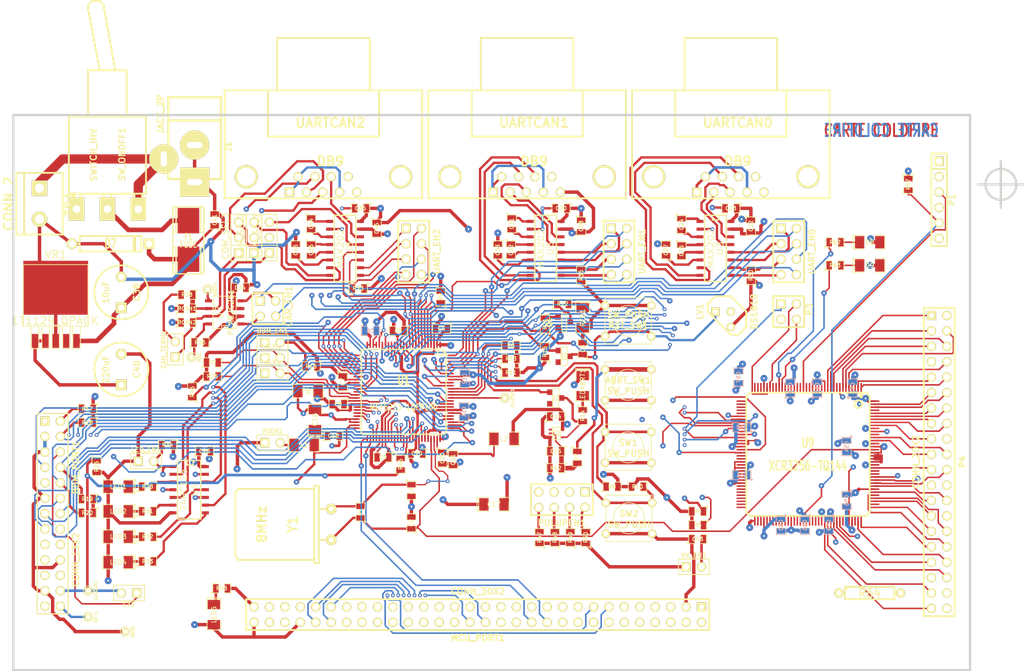
<source format=kicad_pcb>
(kicad_pcb (version 3) (host pcbnew "(2014-01-22 BZR 4630)-product")
  (layers (15 Composant signal) (2 GND_layer power) (1 3.3V_layer power) (0 Cuivre signal) (18 B.Paste user) (19 F.Paste user) (20 B.SilkS user) (21 F.SilkS user) (22 B.Mask user) (23 F.Mask user) (28 Edge.Cuts user))
  (net 0 "")
  (net 1 /ALLPST)
  (net 2 /AN0)
  (net 3 /AN1)
  (net 4 /AN2)
  (net 5 /AN3)
  (net 6 /AN4)
  (net 7 /AN5)
  (net 8 /AN6)
  (net 9 /AN7)
  (net 10 /BKPT-)
  (net 11 /CLKIN/EXTAL)
  (net 12 /CLKMOD0)
  (net 13 /CLKMOD1)
  (net 14 /DDAT0)
  (net 15 /DDAT1)
  (net 16 /DDAT2)
  (net 17 /DDAT3)
  (net 18 /DSCLK)
  (net 19 /DSI)
  (net 20 /DSO)
  (net 21 /DTIN0)
  (net 22 /DTIN1)
  (net 23 /DTIN2)
  (net 24 /DTIN3)
  (net 25 /GPT0)
  (net 26 /GPT1)
  (net 27 /GPT2)
  (net 28 /GPT3)
  (net 29 /IRQ-4)
  (net 30 /IRQ-5)
  (net 31 /IRQ-6)
  (net 32 /IRQ-7)
  (net 33 /JTAG_EN)
  (net 34 /PST0)
  (net 35 /PST1)
  (net 36 /PST2)
  (net 37 /PST3)
  (net 38 /QSPI_CS0)
  (net 39 /QSPI_CS3)
  (net 40 /TCLK)
  (net 41 /VDDPLL)
  (net 42 /inout_user/CANRX)
  (net 43 /inout_user/CANTX)
  (net 44 /inout_user/CAN_H)
  (net 45 /inout_user/CAN_L)
  (net 46 /inout_user/CTS0)
  (net 47 /inout_user/CTS1)
  (net 48 /inout_user/CTS2/CANH)
  (net 49 /inout_user/PWM1)
  (net 50 /inout_user/PWM3)
  (net 51 /inout_user/PWM5)
  (net 52 /inout_user/PWM7)
  (net 53 /inout_user/QSPI_DIN)
  (net 54 /inout_user/QSPI_DOUT)
  (net 55 /inout_user/QSPI_SCLK)
  (net 56 /inout_user/RCON-)
  (net 57 /inout_user/RSTI-)
  (net 58 /inout_user/RTS0)
  (net 59 /inout_user/RTS0-)
  (net 60 /inout_user/RTS1)
  (net 61 /inout_user/RTS2)
  (net 62 /inout_user/RXD0)
  (net 63 /inout_user/RXD1)
  (net 64 /inout_user/RXD2)
  (net 65 /inout_user/RxD_CAN)
  (net 66 /inout_user/TXD0)
  (net 67 /inout_user/TXD1)
  (net 68 /inout_user/TXD2/CANL)
  (net 69 /inout_user/TxD_CAN)
  (net 70 /inout_user/UCTS0)
  (net 71 /inout_user/UCTS1)
  (net 72 /inout_user/UCTS2)
  (net 73 /inout_user/URTS0)
  (net 74 /inout_user/URTS1)
  (net 75 /inout_user/URTS2)
  (net 76 /inout_user/URXD0)
  (net 77 /inout_user/URXD1)
  (net 78 /inout_user/URXD2)
  (net 79 /inout_user/UTXD0)
  (net 80 /inout_user/UTXD1)
  (net 81 /inout_user/UTXD2)
  (net 82 /inout_user/VCCA)
  (net 83 /xilinx/+3,3V_OUT)
  (net 84 /xilinx/GLCK2)
  (net 85 /xilinx/IRQ-1)
  (net 86 /xilinx/IRQ-2)
  (net 87 /xilinx/IRQ-3)
  (net 88 /xilinx/LED_TEST1)
  (net 89 /xilinx/LED_TEST2)
  (net 90 /xilinx/QSPI_CS1)
  (net 91 /xilinx/QSPI_CS2)
  (net 92 /xilinx/TCK)
  (net 93 /xilinx/TDI)
  (net 94 /xilinx/TDO)
  (net 95 /xilinx/TMS)
  (net 96 /xilinx/XIL_D0)
  (net 97 /xilinx/XIL_D1)
  (net 98 /xilinx/XIL_D10)
  (net 99 /xilinx/XIL_D11)
  (net 100 /xilinx/XIL_D12)
  (net 101 /xilinx/XIL_D13)
  (net 102 /xilinx/XIL_D14)
  (net 103 /xilinx/XIL_D15)
  (net 104 /xilinx/XIL_D16)
  (net 105 /xilinx/XIL_D17)
  (net 106 /xilinx/XIL_D18)
  (net 107 /xilinx/XIL_D19)
  (net 108 /xilinx/XIL_D2)
  (net 109 /xilinx/XIL_D20)
  (net 110 /xilinx/XIL_D21)
  (net 111 /xilinx/XIL_D22)
  (net 112 /xilinx/XIL_D23)
  (net 113 /xilinx/XIL_D24)
  (net 114 /xilinx/XIL_D25)
  (net 115 /xilinx/XIL_D26)
  (net 116 /xilinx/XIL_D27)
  (net 117 /xilinx/XIL_D28)
  (net 118 /xilinx/XIL_D29)
  (net 119 /xilinx/XIL_D3)
  (net 120 /xilinx/XIL_D30)
  (net 121 /xilinx/XIL_D31)
  (net 122 /xilinx/XIL_D32)
  (net 123 /xilinx/XIL_D33)
  (net 124 /xilinx/XIL_D34)
  (net 125 /xilinx/XIL_D35)
  (net 126 /xilinx/XIL_D36)
  (net 127 /xilinx/XIL_D4)
  (net 128 /xilinx/XIL_D5)
  (net 129 /xilinx/XIL_D6)
  (net 130 /xilinx/XIL_D7)
  (net 131 /xilinx/XIL_D8)
  (net 132 /xilinx/XIL_D9)
  (net 133 GND)
  (net 134 GNDA)
  (net 135 "Net-(ABRT_SW1-Pad1)")
  (net 136 "Net-(BDM_PORT1-Pad1)")
  (net 137 "Net-(BDM_PORT1-Pad21)")
  (net 138 "Net-(BDM_PORT1-Pad22)")
  (net 139 "Net-(BDM_PORT1-Pad26)")
  (net 140 "Net-(BDM_PORT1-Pad6)")
  (net 141 "Net-(C15-Pad1)")
  (net 142 "Net-(C23-Pad2)")
  (net 143 "Net-(C24-Pad1)")
  (net 144 "Net-(C24-Pad2)")
  (net 145 "Net-(C25-Pad1)")
  (net 146 "Net-(C25-Pad2)")
  (net 147 "Net-(C27-Pad1)")
  (net 148 "Net-(C3-Pad1)")
  (net 149 "Net-(C30-Pad2)")
  (net 150 "Net-(C31-Pad1)")
  (net 151 "Net-(C31-Pad2)")
  (net 152 "Net-(C32-Pad1)")
  (net 153 "Net-(C32-Pad2)")
  (net 154 "Net-(C33-Pad1)")
  (net 155 "Net-(C35-Pad2)")
  (net 156 "Net-(C36-Pad1)")
  (net 157 "Net-(C36-Pad2)")
  (net 158 "Net-(C38-Pad1)")
  (net 159 "Net-(C43-Pad2)")
  (net 160 "Net-(C44-Pad1)")
  (net 161 "Net-(C44-Pad2)")
  (net 162 "Net-(C45-Pad1)")
  (net 163 "Net-(CAN_TERM1-Pad2)")
  (net 164 "Net-(COM_SEL1-Pad3)")
  (net 165 "Net-(COM_SEL2-Pad3)")
  (net 166 "Net-(COM_SEL3-Pad3)")
  (net 167 "Net-(D1-Pad2)")
  (net 168 "Net-(D8-Pad1)")
  (net 169 "Net-(D9-Pad1)")
  (net 170 "Net-(F1-Pad1)")
  (net 171 "Net-(J1-Pad3)")
  (net 172 "Net-(L1-Pad1)")
  (net 173 "Net-(LED1-Pad1)")
  (net 174 "Net-(LED2-Pad1)")
  (net 175 "Net-(LED3-Pad1)")
  (net 176 "Net-(LED4-Pad1)")
  (net 177 "Net-(LED5-Pad1)")
  (net 178 "Net-(LEDABRT1-Pad2)")
  (net 179 "Net-(LED_EN1-Pad2)")
  (net 180 "Net-(P3-Pad2)")
  (net 181 "Net-(P3-Pad4)")
  (net 182 "Net-(PULUPEN1-Pad2)")
  (net 183 "Net-(PULUPEN1-Pad4)")
  (net 184 "Net-(PULUPEN1-Pad6)")
  (net 185 "Net-(PULUPEN1-Pad8)")
  (net 186 "Net-(Q1-Pad2)")
  (net 187 "Net-(Q1-Pad3)")
  (net 188 "Net-(R22-Pad2)")
  (net 189 "Net-(R23-Pad2)")
  (net 190 "Net-(R28-Pad2)")
  (net 191 "Net-(R30-Pad2)")
  (net 192 "Net-(R31-Pad2)")
  (net 193 "Net-(R32-Pad2)")
  (net 194 "Net-(R33-Pad2)")
  (net 195 "Net-(R35-Pad2)")
  (net 196 "Net-(R36-Pad1)")
  (net 197 "Net-(R46-Pad1)")
  (net 198 "Net-(R9-Pad1)")
  (net 199 "Net-(SW_ONOFF1-Pad1)")
  (net 200 "Net-(U3-Pad11)")
  (net 201 "Net-(U3-Pad12)")
  (net 202 "Net-(U3-Pad9)")
  (net 203 "Net-(U5-Pad11)")
  (net 204 "Net-(U5-Pad12)")
  (net 205 "Net-(U5-Pad9)")
  (net 206 "Net-(U7-Pad5)")
  (net 207 "Net-(U8-Pad10)")
  (net 208 "Net-(U8-Pad12)")
  (net 209 "Net-(U8-Pad9)")
  (net 210 "Net-(U9-Pad102)")
  (net 211 "Net-(U9-Pad103)")
  (net 212 "Net-(U9-Pad106)")
  (net 213 "Net-(U9-Pad110)")
  (net 214 "Net-(U9-Pad120)")
  (net 215 "Net-(U9-Pad121)")
  (net 216 "Net-(U9-Pad133)")
  (net 217 "Net-(U9-Pad14)")
  (net 218 "Net-(U9-Pad141)")
  (net 219 "Net-(U9-Pad15)")
  (net 220 "Net-(U9-Pad16)")
  (net 221 "Net-(U9-Pad18)")
  (net 222 "Net-(U9-Pad19)")
  (net 223 "Net-(U9-Pad21)")
  (net 224 "Net-(U9-Pad22)")
  (net 225 "Net-(U9-Pad23)")
  (net 226 "Net-(U9-Pad25)")
  (net 227 "Net-(U9-Pad26)")
  (net 228 "Net-(U9-Pad29)")
  (net 229 "Net-(U9-Pad30)")
  (net 230 "Net-(U9-Pad34)")
  (net 231 "Net-(U9-Pad35)")
  (net 232 "Net-(U9-Pad36)")
  (net 233 "Net-(U9-Pad37)")
  (net 234 "Net-(U9-Pad38)")
  (net 235 "Net-(U9-Pad39)")
  (net 236 "Net-(U9-Pad40)")
  (net 237 "Net-(U9-Pad41)")
  (net 238 "Net-(U9-Pad55)")
  (net 239 "Net-(U9-Pad56)")
  (net 240 "Net-(U9-Pad60)")
  (net 241 "Net-(U9-Pad61)")
  (net 242 "Net-(U9-Pad62)")
  (net 243 "Net-(U9-Pad63)")
  (net 244 "Net-(U9-Pad65)")
  (net 245 "Net-(U9-Pad66)")
  (net 246 "Net-(U9-Pad67)")
  (net 247 "Net-(U9-Pad68)")
  (net 248 "Net-(U9-Pad69)")
  (net 249 "Net-(U9-Pad70)")
  (net 250 "Net-(U9-Pad71)")
  (net 251 "Net-(U9-Pad72)")
  (net 252 "Net-(U9-Pad74)")
  (net 253 "Net-(U9-Pad75)")
  (net 254 "Net-(U9-Pad77)")
  (net 255 "Net-(U9-Pad78)")
  (net 256 "Net-(U9-Pad79)")
  (net 257 "Net-(U9-Pad80)")
  (net 258 "Net-(U9-Pad81)")
  (net 259 "Net-(U9-Pad82)")
  (net 260 "Net-(U9-Pad83)")
  (net 261 "Net-(U9-Pad84)")
  (net 262 "Net-(U9-Pad86)")
  (net 263 "Net-(U9-Pad87)")
  (net 264 "Net-(U9-Pad88)")
  (net 265 "Net-(U9-Pad9)")
  (net 266 "Net-(U9-Pad90)")
  (net 267 "Net-(U9-Pad91)")
  (net 268 "Net-(U9-Pad92)")
  (net 269 "Net-(U9-Pad93)")
  (net 270 "Net-(U9-Pad94)")
  (net 271 "Net-(UARTCAN0-Pad1)")
  (net 272 "Net-(UARTCAN0-Pad9)")
  (net 273 "Net-(UARTCAN1-Pad1)")
  (net 274 "Net-(UARTCAN1-Pad9)")
  (net 275 "Net-(UARTCAN2-Pad1)")
  (net 276 "Net-(UARTCAN2-Pad9)")
  (net 277 "Net-(VR1-Pad4)")
  (net 278 VDD)
  (module SM0805 (layer Composant) (at 102.616 111.252)
    (fp_text reference C26 (at 0 0) (layer F.SilkS) (effects (font (size 0.635 0.635) (thickness 0.127))))
    (fp_text value 100nF hide)
    (pad 1 smd rect (at -0.9525 0) (size 0.889 1.397) (layers Composant F.Paste F.Mask) (net 278 VDD))
    (pad 2 smd rect (at 0.9525 0) (size 0.889 1.397) (layers Composant F.Paste F.Mask) (net 133 GND))
  )
  (module SM1206 (layer Composant) (at 119.634 101.346 180)
    (fp_text reference FB1 (at 0 0 180) (layer F.SilkS) (effects (font (size 0.762 0.762) (thickness 0.127))))
    (fp_text value BEAD hide)
    (pad 1 smd rect (at -1.651 0 180) (size 1.524 2.032) (layers Composant F.Paste F.Mask) (net 133 GND))
    (pad 2 smd rect (at 1.651 0 180) (size 1.524 2.032) (layers Composant F.Paste F.Mask) (net 134 GNDA))
  )
  (module SM1206 (layer Composant) (at 151.892 109.22 180)
    (fp_text reference L2 (at 0 0 180) (layer F.SilkS) (effects (font (size 0.762 0.762) (thickness 0.127))))
    (fp_text value 10uH hide)
    (pad 1 smd rect (at -1.651 0 180) (size 1.524 2.032) (layers Composant F.Paste F.Mask) (net 278 VDD))
    (pad 2 smd rect (at 1.651 0 180) (size 1.524 2.032) (layers Composant F.Paste F.Mask) (net 41 /VDDPLL))
  )
  (module SM1206 (layer Composant) (at 118.999 110.236)
    (fp_text reference L1 (at 0 0) (layer F.SilkS) (effects (font (size 0.762 0.762) (thickness 0.127))))
    (fp_text value 10uH hide)
    (pad 1 smd rect (at -1.651 0) (size 1.524 2.032) (layers Composant F.Paste F.Mask) (net 172 "Net-(L1-Pad1)"))
    (pad 2 smd rect (at 1.651 0) (size 1.524 2.032) (layers Composant F.Paste F.Mask) (net 82 /inout_user/VCCA))
  )
  (module SM1206POL (layer Composant) (at 120.777 106.045 90)
    (fp_text reference C16 (at 0 0 90) (layer F.SilkS) (effects (font (size 0.762 0.762) (thickness 0.127))))
    (fp_text value 10uF hide)
    (pad 1 smd rect (at -1.651 0 90) (size 1.524 2.032) (layers Composant F.Paste F.Mask) (net 82 /inout_user/VCCA))
    (pad 2 smd rect (at 1.651 0 90) (size 1.524 2.032) (layers Composant F.Paste F.Mask) (net 134 GNDA))
  )
  (module PIN_ARRAY_2X1 (layer Composant) (at 90.17 134.62 180)
    (fp_text reference CT1 (at 0 -1.905 180) (layer F.SilkS) (effects (font (size 0.762 0.762) (thickness 0.1524))))
    (fp_text value JUMPER hide)
    (pad 1 thru_hole rect (at -1.27 0 180) (size 1.524 1.524) (drill 1.016) (layers *.Cu *.Mask F.SilkS) (net 140 "Net-(BDM_PORT1-Pad6)"))
    (pad 2 thru_hole circle (at 1.27 0 180) (size 1.524 1.524) (drill 1.016) (layers *.Cu *.Mask F.SilkS) (net 40 /TCLK))
  )
  (module SW_PUSH_SMALL (layer Composant) (at 172.339 89.789 180)
    (fp_text reference RST_SW1 (at 0 -0.762 180) (layer F.SilkS) (effects (font (size 1.016 1.016) (thickness 0.2032))))
    (fp_text value SW_PUSH (at 0 1.016 180) (layer F.SilkS) (effects (font (size 1.016 1.016) (thickness 0.2032))))
    (pad 1 thru_hole circle (at 3.81 -2.54 180) (size 1.397 1.397) (drill 0.8128) (layers *.Cu *.Mask F.SilkS) (net 148 "Net-(C3-Pad1)"))
    (pad 2 thru_hole circle (at 3.81 2.54 180) (size 1.397 1.397) (drill 0.8128) (layers *.Cu *.Mask F.SilkS) (net 133 GND))
    (pad 1 thru_hole circle (at -3.81 -2.54 180) (size 1.397 1.397) (drill 0.8128) (layers *.Cu *.Mask F.SilkS) (net 148 "Net-(C3-Pad1)"))
    (pad 2 thru_hole circle (at -3.81 2.54 180) (size 1.397 1.397) (drill 0.8128) (layers *.Cu *.Mask F.SilkS) (net 133 GND))
  )
  (module SW_PUSH_SMALL (layer Composant) (at 172.339 110.617)
    (fp_text reference SW1 (at 0 -0.762) (layer F.SilkS) (effects (font (size 1.016 1.016) (thickness 0.2032))))
    (fp_text value SW_PUSH (at 0 1.016) (layer F.SilkS) (effects (font (size 1.016 1.016) (thickness 0.2032))))
    (pad 1 thru_hole circle (at 3.81 -2.54) (size 1.397 1.397) (drill 0.8128) (layers *.Cu *.Mask F.SilkS) (net 29 /IRQ-4))
    (pad 2 thru_hole circle (at 3.81 2.54) (size 1.397 1.397) (drill 0.8128) (layers *.Cu *.Mask F.SilkS) (net 133 GND))
    (pad 1 thru_hole circle (at -3.81 -2.54) (size 1.397 1.397) (drill 0.8128) (layers *.Cu *.Mask F.SilkS) (net 29 /IRQ-4))
    (pad 2 thru_hole circle (at -3.81 2.54) (size 1.397 1.397) (drill 0.8128) (layers *.Cu *.Mask F.SilkS) (net 133 GND))
  )
  (module SW_PUSH_SMALL (layer Composant) (at 172.339 100.33)
    (fp_text reference ABRT_SW1 (at 0 -0.762) (layer F.SilkS) (effects (font (size 1.016 1.016) (thickness 0.2032))))
    (fp_text value SW_PUSH (at 0 1.016) (layer F.SilkS) (effects (font (size 1.016 1.016) (thickness 0.2032))))
    (pad 1 thru_hole circle (at 3.81 -2.54) (size 1.397 1.397) (drill 0.8128) (layers *.Cu *.Mask F.SilkS) (net 135 "Net-(ABRT_SW1-Pad1)"))
    (pad 2 thru_hole circle (at 3.81 2.54) (size 1.397 1.397) (drill 0.8128) (layers *.Cu *.Mask F.SilkS) (net 278 VDD))
    (pad 1 thru_hole circle (at -3.81 -2.54) (size 1.397 1.397) (drill 0.8128) (layers *.Cu *.Mask F.SilkS) (net 135 "Net-(ABRT_SW1-Pad1)"))
    (pad 2 thru_hole circle (at -3.81 2.54) (size 1.397 1.397) (drill 0.8128) (layers *.Cu *.Mask F.SilkS) (net 278 VDD))
  )
  (module SW_PUSH_SMALL (layer Composant) (at 172.466 122.301)
    (fp_text reference SW2 (at 0 -0.762) (layer F.SilkS) (effects (font (size 1.016 1.016) (thickness 0.2032))))
    (fp_text value SW_PUSH (at 0 1.016) (layer F.SilkS) (effects (font (size 1.016 1.016) (thickness 0.2032))))
    (pad 1 thru_hole circle (at 3.81 -2.54) (size 1.397 1.397) (drill 0.8128) (layers *.Cu *.Mask F.SilkS) (net 30 /IRQ-5))
    (pad 2 thru_hole circle (at 3.81 2.54) (size 1.397 1.397) (drill 0.8128) (layers *.Cu *.Mask F.SilkS) (net 133 GND))
    (pad 1 thru_hole circle (at -3.81 -2.54) (size 1.397 1.397) (drill 0.8128) (layers *.Cu *.Mask F.SilkS) (net 30 /IRQ-5))
    (pad 2 thru_hole circle (at -3.81 2.54) (size 1.397 1.397) (drill 0.8128) (layers *.Cu *.Mask F.SilkS) (net 133 GND))
  )
  (module SOT23EBC (layer Composant) (at 161.798 90.043 90)
    (fp_text reference Q1 (at 0 -2.413 90) (layer F.SilkS) (effects (font (size 0.762 0.762) (thickness 0.1905))))
    (fp_text value 3906 hide)
    (pad 1 smd rect (at -0.889 -1.016 90) (size 0.9144 0.9144) (layers Composant F.Paste F.Mask) (net 278 VDD))
    (pad 2 smd rect (at 0.889 -1.016 90) (size 0.9144 0.9144) (layers Composant F.Paste F.Mask) (net 186 "Net-(Q1-Pad2)"))
    (pad 3 smd rect (at 0 1.016 90) (size 0.9144 0.9144) (layers Composant F.Paste F.Mask) (net 187 "Net-(Q1-Pad3)"))
  )
  (module C2V8 (layer Composant) (at 88.9 85.09 90)
    (fp_text reference C38 (at 0 2.54 90) (layer F.SilkS) (effects (font (size 1.016 1.016) (thickness 0.2032))))
    (fp_text value 10uF (at 0 -2.54 90) (layer F.SilkS) (effects (font (size 1.016 1.016) (thickness 0.2032))))
    (pad 1 thru_hole rect (at -2.54 0 90) (size 1.778 1.778) (drill 1.016) (layers *.Cu *.Mask F.SilkS) (net 158 "Net-(C38-Pad1)"))
    (pad 2 thru_hole circle (at 2.54 0 90) (size 1.778 1.778) (drill 1.016) (layers *.Cu *.Mask F.SilkS) (net 133 GND))
  )
  (module C2V8 (layer Composant) (at 88.9 97.79 90)
    (fp_text reference C40 (at 0 2.54 90) (layer F.SilkS) (effects (font (size 1.016 1.016) (thickness 0.2032))))
    (fp_text value 220uF (at 0 -2.54 90) (layer F.SilkS) (effects (font (size 1.016 1.016) (thickness 0.2032))))
    (pad 1 thru_hole rect (at -2.54 0 90) (size 1.778 1.778) (drill 1.016) (layers *.Cu *.Mask F.SilkS) (net 278 VDD))
    (pad 2 thru_hole circle (at 2.54 0 90) (size 1.778 1.778) (drill 1.016) (layers *.Cu *.Mask F.SilkS) (net 133 GND))
  )
  (module SM1206POL (layer Composant) (at 164.846 89.281 270)
    (fp_text reference RED1 (at 0 0 270) (layer F.SilkS) (effects (font (size 0.762 0.762) (thickness 0.127))))
    (fp_text value LED_RESET1 hide)
    (pad 1 smd rect (at -1.651 0 270) (size 1.524 2.032) (layers Composant F.Paste F.Mask) (net 188 "Net-(R22-Pad2)"))
    (pad 2 smd rect (at 1.651 0 270) (size 1.524 2.032) (layers Composant F.Paste F.Mask) (net 133 GND))
  )
  (module SM1206POL (layer Composant) (at 88.392 117.094 180)
    (fp_text reference LED1 (at 0 0 180) (layer F.SilkS) (effects (font (size 0.762 0.762) (thickness 0.127))))
    (fp_text value LED hide)
    (pad 1 smd rect (at -1.651 0 180) (size 1.524 2.032) (layers Composant F.Paste F.Mask) (net 173 "Net-(LED1-Pad1)"))
    (pad 2 smd rect (at 1.651 0 180) (size 1.524 2.032) (layers Composant F.Paste F.Mask) (net 133 GND))
  )
  (module SM1206POL (layer Composant) (at 88.392 121.158 180)
    (fp_text reference LED2 (at 0 0 180) (layer F.SilkS) (effects (font (size 0.762 0.762) (thickness 0.127))))
    (fp_text value LED hide)
    (pad 1 smd rect (at -1.651 0 180) (size 1.524 2.032) (layers Composant F.Paste F.Mask) (net 174 "Net-(LED2-Pad1)"))
    (pad 2 smd rect (at 1.651 0 180) (size 1.524 2.032) (layers Composant F.Paste F.Mask) (net 133 GND))
  )
  (module SM1206POL (layer Composant) (at 164.846 100.457 270)
    (fp_text reference LEDABRT1 (at 0 0 270) (layer F.SilkS) (effects (font (size 0.762 0.762) (thickness 0.127))))
    (fp_text value RED hide)
    (pad 1 smd rect (at -1.651 0 270) (size 1.524 2.032) (layers Composant F.Paste F.Mask) (net 278 VDD))
    (pad 2 smd rect (at 1.651 0 270) (size 1.524 2.032) (layers Composant F.Paste F.Mask) (net 178 "Net-(LEDABRT1-Pad2)"))
  )
  (module SM1206POL (layer Composant) (at 104.14 138.176 270)
    (fp_text reference LED5 (at 0 0 270) (layer F.SilkS) (effects (font (size 0.762 0.762) (thickness 0.127))))
    (fp_text value LED hide)
    (pad 1 smd rect (at -1.651 0 270) (size 1.524 2.032) (layers Composant F.Paste F.Mask) (net 177 "Net-(LED5-Pad1)"))
    (pad 2 smd rect (at 1.651 0 270) (size 1.524 2.032) (layers Composant F.Paste F.Mask) (net 133 GND))
  )
  (module SM1206POL (layer Composant) (at 88.392 129.54 180)
    (fp_text reference LED4 (at 0 0 180) (layer F.SilkS) (effects (font (size 0.762 0.762) (thickness 0.127))))
    (fp_text value LED hide)
    (pad 1 smd rect (at -1.651 0 180) (size 1.524 2.032) (layers Composant F.Paste F.Mask) (net 176 "Net-(LED4-Pad1)"))
    (pad 2 smd rect (at 1.651 0 180) (size 1.524 2.032) (layers Composant F.Paste F.Mask) (net 133 GND))
  )
  (module SM1206POL (layer Composant) (at 88.392 125.349 180)
    (fp_text reference LED3 (at 0 0 180) (layer F.SilkS) (effects (font (size 0.762 0.762) (thickness 0.127))))
    (fp_text value LED hide)
    (pad 1 smd rect (at -1.651 0 180) (size 1.524 2.032) (layers Composant F.Paste F.Mask) (net 175 "Net-(LED3-Pad1)"))
    (pad 2 smd rect (at 1.651 0 180) (size 1.524 2.032) (layers Composant F.Paste F.Mask) (net 133 GND))
  )
  (module PIN_ARRAY_30X2 (layer Composant) (at 147.574 138.176 180)
    (fp_text reference MCU_PORT1 (at 0 -3.81 180) (layer F.SilkS) (effects (font (size 1.016 1.016) (thickness 0.254))))
    (fp_text value CONN_30X2 (at 0 3.81 180) (layer F.SilkS) (effects (font (size 1.016 1.016) (thickness 0.2032))))
    (pad 1 thru_hole rect (at -36.83 1.27 180) (size 1.524 1.524) (drill 0.8128) (layers *.Cu *.Mask F.SilkS) (net 159 "Net-(C43-Pad2)"))
    (pad 2 thru_hole circle (at -36.83 -1.27 180) (size 1.524 1.524) (drill 1.016) (layers *.Cu *.Mask F.SilkS) (net 85 /xilinx/IRQ-1))
    (pad 11 thru_hole circle (at -24.13 1.27 180) (size 1.524 1.524) (drill 1.016) (layers *.Cu *.Mask F.SilkS) (net 71 /inout_user/UCTS1))
    (pad 4 thru_hole circle (at -34.29 -1.27 180) (size 1.524 1.524) (drill 1.016) (layers *.Cu *.Mask F.SilkS) (net 59 /inout_user/RTS0-))
    (pad 13 thru_hole circle (at -21.59 1.27 180) (size 1.524 1.524) (drill 1.016) (layers *.Cu *.Mask F.SilkS) (net 49 /inout_user/PWM1))
    (pad 6 thru_hole circle (at -31.75 -1.27 180) (size 1.524 1.524) (drill 1.016) (layers *.Cu *.Mask F.SilkS) (net 57 /inout_user/RSTI-))
    (pad 15 thru_hole circle (at -19.05 1.27 180) (size 1.524 1.524) (drill 1.016) (layers *.Cu *.Mask F.SilkS) (net 50 /inout_user/PWM3))
    (pad 8 thru_hole circle (at -29.21 -1.27 180) (size 1.524 1.524) (drill 1.016) (layers *.Cu *.Mask F.SilkS) (net 86 /xilinx/IRQ-2))
    (pad 17 thru_hole circle (at -16.51 1.27 180) (size 1.524 1.524) (drill 1.016) (layers *.Cu *.Mask F.SilkS) (net 54 /inout_user/QSPI_DOUT))
    (pad 10 thru_hole circle (at -26.67 -1.27 180) (size 1.524 1.524) (drill 1.016) (layers *.Cu *.Mask F.SilkS) (net 2 /AN0))
    (pad 19 thru_hole circle (at -13.97 1.27 180) (size 1.524 1.524) (drill 1.016) (layers *.Cu *.Mask F.SilkS) (net 53 /inout_user/QSPI_DIN))
    (pad 12 thru_hole circle (at -24.13 -1.27 180) (size 1.524 1.524) (drill 1.016) (layers *.Cu *.Mask F.SilkS) (net 3 /AN1))
    (pad 21 thru_hole circle (at -11.43 1.27 180) (size 1.524 1.524) (drill 1.016) (layers *.Cu *.Mask F.SilkS) (net 55 /inout_user/QSPI_SCLK))
    (pad 14 thru_hole circle (at -21.59 -1.27 180) (size 1.524 1.524) (drill 1.016) (layers *.Cu *.Mask F.SilkS) (net 4 /AN2))
    (pad 23 thru_hole circle (at -8.89 1.27 180) (size 1.524 1.524) (drill 1.016) (layers *.Cu *.Mask F.SilkS) (net 38 /QSPI_CS0))
    (pad 16 thru_hole circle (at -19.05 -1.27 180) (size 1.524 1.524) (drill 1.016) (layers *.Cu *.Mask F.SilkS) (net 5 /AN3))
    (pad 25 thru_hole circle (at -6.35 1.27 180) (size 1.524 1.524) (drill 1.016) (layers *.Cu *.Mask F.SilkS) (net 90 /xilinx/QSPI_CS1))
    (pad 18 thru_hole circle (at -16.51 -1.27 180) (size 1.524 1.524) (drill 1.016) (layers *.Cu *.Mask F.SilkS) (net 6 /AN4))
    (pad 27 thru_hole circle (at -3.81 1.27 180) (size 1.524 1.524) (drill 1.016) (layers *.Cu *.Mask F.SilkS) (net 91 /xilinx/QSPI_CS2))
    (pad 20 thru_hole circle (at -13.97 -1.27 180) (size 1.524 1.524) (drill 1.016) (layers *.Cu *.Mask F.SilkS) (net 7 /AN5))
    (pad 29 thru_hole circle (at -1.27 1.27 180) (size 1.524 1.524) (drill 1.016) (layers *.Cu *.Mask F.SilkS) (net 39 /QSPI_CS3))
    (pad 22 thru_hole circle (at -11.43 -1.27 180) (size 1.524 1.524) (drill 1.016) (layers *.Cu *.Mask F.SilkS) (net 8 /AN6))
    (pad 31 thru_hole circle (at 1.27 1.27 180) (size 1.524 1.524) (drill 1.016) (layers *.Cu *.Mask F.SilkS) (net 87 /xilinx/IRQ-3))
    (pad 24 thru_hole circle (at -8.89 -1.27 180) (size 1.524 1.524) (drill 1.016) (layers *.Cu *.Mask F.SilkS) (net 9 /AN7))
    (pad 26 thru_hole circle (at -6.35 -1.27 180) (size 1.524 1.524) (drill 1.016) (layers *.Cu *.Mask F.SilkS) (net 43 /inout_user/CANTX))
    (pad 33 thru_hole circle (at 3.81 1.27 180) (size 1.524 1.524) (drill 1.016) (layers *.Cu *.Mask F.SilkS) (net 29 /IRQ-4))
    (pad 28 thru_hole circle (at -3.81 -1.27 180) (size 1.524 1.524) (drill 1.016) (layers *.Cu *.Mask F.SilkS) (net 42 /inout_user/CANRX))
    (pad 32 thru_hole circle (at 1.27 -1.27 180) (size 1.524 1.524) (drill 1.016) (layers *.Cu *.Mask F.SilkS) (net 52 /inout_user/PWM7))
    (pad 34 thru_hole circle (at 3.81 -1.27 180) (size 1.524 1.524) (drill 1.016) (layers *.Cu *.Mask F.SilkS) (net 21 /DTIN0))
    (pad 36 thru_hole circle (at 6.35 -1.27 180) (size 1.524 1.524) (drill 1.016) (layers *.Cu *.Mask F.SilkS) (net 22 /DTIN1))
    (pad 38 thru_hole circle (at 8.89 -1.27 180) (size 1.524 1.524) (drill 1.016) (layers *.Cu *.Mask F.SilkS) (net 23 /DTIN2))
    (pad 35 thru_hole circle (at 6.35 1.27 180) (size 1.524 1.524) (drill 1.016) (layers *.Cu *.Mask F.SilkS) (net 30 /IRQ-5))
    (pad 37 thru_hole circle (at 8.89 1.27 180) (size 1.524 1.524) (drill 1.016) (layers *.Cu *.Mask F.SilkS) (net 31 /IRQ-6))
    (pad 3 thru_hole circle (at -34.29 1.27 180) (size 1.524 1.524) (drill 1.016) (layers *.Cu *.Mask F.SilkS) (net 133 GND))
    (pad 5 thru_hole circle (at -31.75 1.27 180) (size 1.524 1.524) (drill 1.016) (layers *.Cu *.Mask F.SilkS) (net 80 /inout_user/UTXD1))
    (pad 7 thru_hole circle (at -29.21 1.27 180) (size 1.524 1.524) (drill 1.016) (layers *.Cu *.Mask F.SilkS) (net 77 /inout_user/URXD1))
    (pad 9 thru_hole circle (at -26.67 1.27 180) (size 1.524 1.524) (drill 1.016) (layers *.Cu *.Mask F.SilkS) (net 74 /inout_user/URTS1))
    (pad 39 thru_hole circle (at 11.43 1.27 180) (size 1.524 1.524) (drill 1.016) (layers *.Cu *.Mask F.SilkS) (net 32 /IRQ-7))
    (pad 40 thru_hole circle (at 11.43 -1.27 180) (size 1.524 1.524) (drill 1.016) (layers *.Cu *.Mask F.SilkS) (net 24 /DTIN3))
    (pad 30 thru_hole circle (at -1.27 -1.27 180) (size 1.524 1.524) (drill 1.016) (layers *.Cu *.Mask F.SilkS) (net 51 /inout_user/PWM5))
    (pad 41 thru_hole circle (at 13.97 1.27 180) (size 1.524 1.524) (drill 1.016) (layers *.Cu *.Mask F.SilkS) (net 79 /inout_user/UTXD0))
    (pad 42 thru_hole circle (at 13.97 -1.27 180) (size 1.524 1.524) (drill 1.016) (layers *.Cu *.Mask F.SilkS) (net 73 /inout_user/URTS0))
    (pad 43 thru_hole circle (at 16.51 1.27 180) (size 1.524 1.524) (drill 1.016) (layers *.Cu *.Mask F.SilkS) (net 76 /inout_user/URXD0))
    (pad 44 thru_hole circle (at 16.51 -1.27 180) (size 1.524 1.524) (drill 1.016) (layers *.Cu *.Mask F.SilkS) (net 70 /inout_user/UCTS0))
    (pad 45 thru_hole circle (at 19.05 1.27 180) (size 1.524 1.524) (drill 1.016) (layers *.Cu *.Mask F.SilkS) (net 81 /inout_user/UTXD2))
    (pad 46 thru_hole circle (at 19.05 -1.27 180) (size 1.524 1.524) (drill 1.016) (layers *.Cu *.Mask F.SilkS) (net 75 /inout_user/URTS2))
    (pad 47 thru_hole circle (at 21.59 1.27 180) (size 1.524 1.524) (drill 1.016) (layers *.Cu *.Mask F.SilkS) (net 78 /inout_user/URXD2))
    (pad 48 thru_hole circle (at 21.59 -1.27 180) (size 1.524 1.524) (drill 1.016) (layers *.Cu *.Mask F.SilkS) (net 72 /inout_user/UCTS2))
    (pad 49 thru_hole circle (at 24.13 1.27 180) (size 1.524 1.524) (drill 1.016) (layers *.Cu *.Mask F.SilkS) (net 25 /GPT0))
    (pad 50 thru_hole circle (at 24.13 -1.27 180) (size 1.524 1.524) (drill 1.016) (layers *.Cu *.Mask F.SilkS) (net 26 /GPT1))
    (pad 51 thru_hole circle (at 26.67 1.27 180) (size 1.524 1.524) (drill 1.016) (layers *.Cu *.Mask F.SilkS) (net 27 /GPT2))
    (pad 52 thru_hole circle (at 26.67 -1.27 180) (size 1.524 1.524) (drill 1.016) (layers *.Cu *.Mask F.SilkS) (net 28 /GPT3))
    (pad 53 thru_hole circle (at 29.21 1.27 180) (size 1.524 1.524) (drill 1.016) (layers *.Cu *.Mask F.SilkS) (net 56 /inout_user/RCON-))
    (pad 54 thru_hole circle (at 29.21 -1.27 180) (size 1.524 1.524) (drill 1.016) (layers *.Cu *.Mask F.SilkS) (net 133 GND))
    (pad 55 thru_hole circle (at 31.75 1.27 180) (size 1.524 1.524) (drill 1.016) (layers *.Cu *.Mask F.SilkS) (net 82 /inout_user/VCCA))
    (pad 56 thru_hole circle (at 31.75 -1.27 180) (size 1.524 1.524) (drill 1.016) (layers *.Cu *.Mask F.SilkS) (net 134 GNDA))
    (pad 57 thru_hole circle (at 34.29 1.27 180) (size 1.524 1.524) (drill 1.016) (layers *.Cu *.Mask F.SilkS) (net 82 /inout_user/VCCA))
    (pad 58 thru_hole circle (at 34.29 -1.27 180) (size 1.524 1.524) (drill 1.016) (layers *.Cu *.Mask F.SilkS) (net 134 GNDA))
    (pad 59 thru_hole circle (at 36.83 1.27 180) (size 1.524 1.524) (drill 1.016) (layers *.Cu *.Mask F.SilkS) (net 278 VDD))
    (pad 60 thru_hole circle (at 36.83 -1.27 180) (size 1.524 1.524) (drill 1.016) (layers *.Cu *.Mask F.SilkS) (net 133 GND))
  )
  (module bornier2 (layer Composant) (at 75.438 70.485 270)
    (fp_text reference TB1 (at 0 -5.08 270) (layer F.SilkS) (effects (font (thickness 0.3048))))
    (fp_text value CONN_2 (at 0 5.08 270) (layer F.SilkS) (effects (font (thickness 0.3048))))
    (pad 1 thru_hole rect (at -2.54 0 270) (size 2.54 2.54) (drill 1.524) (layers *.Cu *.Mask F.SilkS) (net 171 "Net-(J1-Pad3)"))
    (pad 2 thru_hole circle (at 2.54 0 270) (size 2.54 2.54) (drill 1.524) (layers *.Cu *.Mask F.SilkS) (net 133 GND))
  )
  (module SM0805 (layer Composant) (at 150.876 78.105 90)
    (fp_text reference C33 (at 0 0 90) (layer F.SilkS) (effects (font (size 0.635 0.635) (thickness 0.127))))
    (fp_text value 100nF hide)
    (pad 1 smd rect (at -0.9525 0 90) (size 0.889 1.397) (layers Composant F.Paste F.Mask) (net 154 "Net-(C33-Pad1)"))
    (pad 2 smd rect (at 0.9525 0 90) (size 0.889 1.397) (layers Composant F.Paste F.Mask) (net 133 GND))
  )
  (module SO16E (layer Composant) (at 158.75 77.851 270)
    (fp_text reference U5 (at 0 -0.762 270) (layer F.SilkS) (effects (font (size 1.016 1.143) (thickness 0.127))))
    (fp_text value MAX202 (at 0 0.762 270) (layer F.SilkS) (effects (font (size 1.016 1.143) (thickness 0.127))))
    (pad 1 smd rect (at -4.445 2.54 270) (size 0.508 1.143) (layers Composant F.Paste F.Mask) (net 150 "Net-(C31-Pad1)"))
    (pad 2 smd rect (at -3.175 2.54 270) (size 0.508 1.143) (layers Composant F.Paste F.Mask) (net 149 "Net-(C30-Pad2)"))
    (pad 3 smd rect (at -1.905 2.54 270) (size 0.508 1.143) (layers Composant F.Paste F.Mask) (net 151 "Net-(C31-Pad2)"))
    (pad 4 smd rect (at -0.635 2.54 270) (size 0.508 1.143) (layers Composant F.Paste F.Mask) (net 152 "Net-(C32-Pad1)"))
    (pad 5 smd rect (at 0.635 2.54 270) (size 0.508 1.143) (layers Composant F.Paste F.Mask) (net 153 "Net-(C32-Pad2)"))
    (pad 6 smd rect (at 1.905 2.54 270) (size 0.508 1.143) (layers Composant F.Paste F.Mask) (net 154 "Net-(C33-Pad1)"))
    (pad 7 smd rect (at 3.175 2.54 270) (size 0.508 1.143) (layers Composant F.Paste F.Mask) (net 60 /inout_user/RTS1))
    (pad 8 smd rect (at 4.445 2.54 270) (size 0.508 1.143) (layers Composant F.Paste F.Mask) (net 47 /inout_user/CTS1))
    (pad 9 smd rect (at 4.445 -2.54 270) (size 0.508 1.143) (layers Composant F.Paste F.Mask) (net 205 "Net-(U5-Pad9)"))
    (pad 10 smd rect (at 3.175 -2.54 270) (size 0.508 1.143) (layers Composant F.Paste F.Mask) (net 195 "Net-(R35-Pad2)"))
    (pad 11 smd rect (at 1.905 -2.54 270) (size 0.508 1.143) (layers Composant F.Paste F.Mask) (net 203 "Net-(U5-Pad11)"))
    (pad 12 smd rect (at 0.635 -2.54 270) (size 0.508 1.143) (layers Composant F.Paste F.Mask) (net 204 "Net-(U5-Pad12)"))
    (pad 13 smd rect (at -0.635 -2.54 270) (size 0.508 1.143) (layers Composant F.Paste F.Mask) (net 63 /inout_user/RXD1))
    (pad 14 smd rect (at -1.905 -2.54 270) (size 0.508 1.143) (layers Composant F.Paste F.Mask) (net 67 /inout_user/TXD1))
    (pad 15 smd rect (at -3.175 -2.54 270) (size 0.508 1.143) (layers Composant F.Paste F.Mask) (net 133 GND))
    (pad 16 smd rect (at -4.445 -2.54 270) (size 0.508 1.143) (layers Composant F.Paste F.Mask) (net 278 VDD))
  )
  (module SO8E (layer Composant) (at 105.918 88.392 90)
    (fp_text reference U7 (at 0 -0.889 90) (layer F.SilkS) (effects (font (size 1.143 1.143) (thickness 0.1524))))
    (fp_text value PCA82C251 (at 0 1.016 90) (layer F.SilkS) (effects (font (size 0.889 0.889) (thickness 0.1524))))
    (pad 8 smd rect (at -1.905 -2.667 90) (size 0.508 1.143) (layers Composant F.Paste F.Mask) (net 196 "Net-(R36-Pad1)"))
    (pad 1 smd rect (at -1.905 2.667 90) (size 0.508 1.143) (layers Composant F.Paste F.Mask) (net 69 /inout_user/TxD_CAN))
    (pad 7 smd rect (at -0.635 -2.667 90) (size 0.508 1.143) (layers Composant F.Paste F.Mask) (net 44 /inout_user/CAN_H))
    (pad 6 smd rect (at 0.635 -2.667 90) (size 0.508 1.143) (layers Composant F.Paste F.Mask) (net 45 /inout_user/CAN_L))
    (pad 5 smd rect (at 1.905 -2.667 90) (size 0.508 1.143) (layers Composant F.Paste F.Mask) (net 206 "Net-(U7-Pad5)"))
    (pad 2 smd rect (at -0.635 2.667 90) (size 0.508 1.143) (layers Composant F.Paste F.Mask) (net 133 GND))
    (pad 3 smd rect (at 0.635 2.667 90) (size 0.508 1.143) (layers Composant F.Paste F.Mask) (net 278 VDD))
    (pad 4 smd rect (at 1.905 2.667 90) (size 0.508 1.143) (layers Composant F.Paste F.Mask) (net 65 /inout_user/RxD_CAN))
  )
  (module DB9FC (layer Composant) (at 189.103 67.31)
    (fp_text reference UARTCAN0 (at 1.27 -10.16) (layer F.SilkS) (effects (font (thickness 0.3048))))
    (fp_text value DB9 (at 1.27 -3.81) (layer F.SilkS) (effects (font (thickness 0.3048))))
    (pad "" thru_hole circle (at 12.827 -1.27) (size 3.81 3.81) (drill 3.048) (layers *.Cu *.Mask F.SilkS))
    (pad "" thru_hole circle (at -12.573 -1.27) (size 3.81 3.81) (drill 3.048) (layers *.Cu *.Mask F.SilkS))
    (pad 1 thru_hole rect (at -5.461 1.27) (size 1.524 1.524) (drill 1.016) (layers *.Cu *.Mask F.SilkS) (net 271 "Net-(UARTCAN0-Pad1)"))
    (pad 2 thru_hole circle (at -2.667 1.27) (size 1.524 1.524) (drill 1.016) (layers *.Cu *.Mask F.SilkS) (net 66 /inout_user/TXD0))
    (pad 3 thru_hole circle (at 0 1.27) (size 1.524 1.524) (drill 1.016) (layers *.Cu *.Mask F.SilkS) (net 62 /inout_user/RXD0))
    (pad 4 thru_hole circle (at 2.794 1.27) (size 1.524 1.524) (drill 1.016) (layers *.Cu *.Mask F.SilkS) (net 271 "Net-(UARTCAN0-Pad1)"))
    (pad 5 thru_hole circle (at 5.588 1.27) (size 1.524 1.524) (drill 1.016) (layers *.Cu *.Mask F.SilkS) (net 133 GND))
    (pad 6 thru_hole circle (at -4.064 -1.27) (size 1.524 1.524) (drill 1.016) (layers *.Cu *.Mask F.SilkS) (net 271 "Net-(UARTCAN0-Pad1)"))
    (pad 7 thru_hole circle (at -1.27 -1.27) (size 1.524 1.524) (drill 1.016) (layers *.Cu *.Mask F.SilkS) (net 46 /inout_user/CTS0))
    (pad 8 thru_hole circle (at 1.397 -1.27) (size 1.524 1.524) (drill 1.016) (layers *.Cu *.Mask F.SilkS) (net 58 /inout_user/RTS0))
    (pad 9 thru_hole circle (at 4.191 -1.27) (size 1.524 1.524) (drill 1.016) (layers *.Cu *.Mask F.SilkS) (net 272 "Net-(UARTCAN0-Pad9)"))
  )
  (module DB9FC (layer Composant) (at 122.047 67.31)
    (fp_text reference UARTCAN2 (at 1.27 -10.16) (layer F.SilkS) (effects (font (thickness 0.3048))))
    (fp_text value DB9 (at 1.27 -3.81) (layer F.SilkS) (effects (font (thickness 0.3048))))
    (pad "" thru_hole circle (at 12.827 -1.27) (size 3.81 3.81) (drill 3.048) (layers *.Cu *.Mask F.SilkS))
    (pad "" thru_hole circle (at -12.573 -1.27) (size 3.81 3.81) (drill 3.048) (layers *.Cu *.Mask F.SilkS))
    (pad 1 thru_hole rect (at -5.461 1.27) (size 1.524 1.524) (drill 1.016) (layers *.Cu *.Mask F.SilkS) (net 275 "Net-(UARTCAN2-Pad1)"))
    (pad 2 thru_hole circle (at -2.667 1.27) (size 1.524 1.524) (drill 1.016) (layers *.Cu *.Mask F.SilkS) (net 68 /inout_user/TXD2/CANL))
    (pad 3 thru_hole circle (at 0 1.27) (size 1.524 1.524) (drill 1.016) (layers *.Cu *.Mask F.SilkS) (net 64 /inout_user/RXD2))
    (pad 4 thru_hole circle (at 2.794 1.27) (size 1.524 1.524) (drill 1.016) (layers *.Cu *.Mask F.SilkS) (net 275 "Net-(UARTCAN2-Pad1)"))
    (pad 5 thru_hole circle (at 5.588 1.27) (size 1.524 1.524) (drill 1.016) (layers *.Cu *.Mask F.SilkS) (net 133 GND))
    (pad 6 thru_hole circle (at -4.064 -1.27) (size 1.524 1.524) (drill 1.016) (layers *.Cu *.Mask F.SilkS) (net 275 "Net-(UARTCAN2-Pad1)"))
    (pad 7 thru_hole circle (at -1.27 -1.27) (size 1.524 1.524) (drill 1.016) (layers *.Cu *.Mask F.SilkS) (net 48 /inout_user/CTS2/CANH))
    (pad 8 thru_hole circle (at 1.397 -1.27) (size 1.524 1.524) (drill 1.016) (layers *.Cu *.Mask F.SilkS) (net 61 /inout_user/RTS2))
    (pad 9 thru_hole circle (at 4.191 -1.27) (size 1.524 1.524) (drill 1.016) (layers *.Cu *.Mask F.SilkS) (net 276 "Net-(UARTCAN2-Pad9)"))
  )
  (module DB9FC (layer Composant) (at 155.575 67.31)
    (fp_text reference UARTCAN1 (at 1.27 -10.16) (layer F.SilkS) (effects (font (thickness 0.3048))))
    (fp_text value DB9 (at 1.27 -3.81) (layer F.SilkS) (effects (font (thickness 0.3048))))
    (pad "" thru_hole circle (at 12.827 -1.27) (size 3.81 3.81) (drill 3.048) (layers *.Cu *.Mask F.SilkS))
    (pad "" thru_hole circle (at -12.573 -1.27) (size 3.81 3.81) (drill 3.048) (layers *.Cu *.Mask F.SilkS))
    (pad 1 thru_hole rect (at -5.461 1.27) (size 1.524 1.524) (drill 1.016) (layers *.Cu *.Mask F.SilkS) (net 273 "Net-(UARTCAN1-Pad1)"))
    (pad 2 thru_hole circle (at -2.667 1.27) (size 1.524 1.524) (drill 1.016) (layers *.Cu *.Mask F.SilkS) (net 67 /inout_user/TXD1))
    (pad 3 thru_hole circle (at 0 1.27) (size 1.524 1.524) (drill 1.016) (layers *.Cu *.Mask F.SilkS) (net 63 /inout_user/RXD1))
    (pad 4 thru_hole circle (at 2.794 1.27) (size 1.524 1.524) (drill 1.016) (layers *.Cu *.Mask F.SilkS) (net 273 "Net-(UARTCAN1-Pad1)"))
    (pad 5 thru_hole circle (at 5.588 1.27) (size 1.524 1.524) (drill 1.016) (layers *.Cu *.Mask F.SilkS) (net 133 GND))
    (pad 6 thru_hole circle (at -4.064 -1.27) (size 1.524 1.524) (drill 1.016) (layers *.Cu *.Mask F.SilkS) (net 273 "Net-(UARTCAN1-Pad1)"))
    (pad 7 thru_hole circle (at -1.27 -1.27) (size 1.524 1.524) (drill 1.016) (layers *.Cu *.Mask F.SilkS) (net 47 /inout_user/CTS1))
    (pad 8 thru_hole circle (at 1.397 -1.27) (size 1.524 1.524) (drill 1.016) (layers *.Cu *.Mask F.SilkS) (net 60 /inout_user/RTS1))
    (pad 9 thru_hole circle (at 4.191 -1.27) (size 1.524 1.524) (drill 1.016) (layers *.Cu *.Mask F.SilkS) (net 274 "Net-(UARTCAN1-Pad9)"))
  )
  (module VQFP100 (layer Composant) (at 135.382 101.473)
    (fp_text reference U1 (at 0 -1.905) (layer F.SilkS) (effects (font (size 1.524 1.016) (thickness 0.254))))
    (fp_text value MCF5213-LQFP100 (at 0 2.54) (layer F.SilkS) (effects (font (size 1.016 0.762) (thickness 0.1524))))
    (pad 100 smd rect (at 7.747 -5.9944) (size 1.016 0.254) (layers Composant F.Paste F.Mask) (net 77 /inout_user/URXD1))
    (pad 76 smd rect (at 7.747 5.9944) (size 1.016 0.254) (layers Composant F.Paste F.Mask) (net 10 /BKPT-))
    (pad 77 smd rect (at 7.747 5.4864) (size 1.016 0.254) (layers Composant F.Paste F.Mask) (net 14 /DDAT0))
    (pad 78 smd rect (at 7.747 5.0038) (size 1.016 0.254) (layers Composant F.Paste F.Mask) (net 15 /DDAT1))
    (pad 79 smd rect (at 7.747 4.4958) (size 1.016 0.254) (layers Composant F.Paste F.Mask) (net 19 /DSI))
    (pad 80 smd rect (at 7.747 3.9878) (size 1.016 0.254) (layers Composant F.Paste F.Mask) (net 20 /DSO))
    (pad 81 smd rect (at 7.747 3.5052) (size 1.016 0.254) (layers Composant F.Paste F.Mask) (net 278 VDD))
    (pad 82 smd rect (at 7.747 2.9972) (size 1.016 0.254) (layers Composant F.Paste F.Mask) (net 133 GND))
    (pad 83 smd rect (at 7.747 2.4892) (size 1.016 0.254) (layers Composant F.Paste F.Mask) (net 16 /DDAT2))
    (pad 84 smd rect (at 7.747 2.0066) (size 1.016 0.254) (layers Composant F.Paste F.Mask) (net 17 /DDAT3))
    (pad 85 smd rect (at 7.747 1.4986) (size 1.016 0.254) (layers Composant F.Paste F.Mask) (net 18 /DSCLK))
    (pad 86 smd rect (at 7.747 0.9906) (size 1.016 0.254) (layers Composant F.Paste F.Mask) (net 1 /ALLPST))
    (pad 87 smd rect (at 7.747 0.4826) (size 1.016 0.254) (layers Composant F.Paste F.Mask) (net 85 /xilinx/IRQ-1))
    (pad 88 smd rect (at 7.747 0) (size 1.016 0.254) (layers Composant F.Paste F.Mask) (net 86 /xilinx/IRQ-2))
    (pad 89 smd rect (at 7.747 -0.508) (size 1.016 0.254) (layers Composant F.Paste F.Mask) (net 87 /xilinx/IRQ-3))
    (pad 90 smd rect (at 7.747 -1.016) (size 1.016 0.254) (layers Composant F.Paste F.Mask) (net 29 /IRQ-4))
    (pad 91 smd rect (at 7.747 -1.4986) (size 1.016 0.254) (layers Composant F.Paste F.Mask) (net 30 /IRQ-5))
    (pad 92 smd rect (at 7.747 -2.0066) (size 1.016 0.254) (layers Composant F.Paste F.Mask) (net 133 GND))
    (pad 93 smd rect (at 7.747 -2.5146) (size 1.016 0.254) (layers Composant F.Paste F.Mask) (net 278 VDD))
    (pad 94 smd rect (at 7.747 -2.9972) (size 1.016 0.254) (layers Composant F.Paste F.Mask) (net 31 /IRQ-6))
    (pad 95 smd rect (at 7.747 -3.5052) (size 1.016 0.254) (layers Composant F.Paste F.Mask) (net 32 /IRQ-7))
    (pad 96 smd rect (at 7.747 -4.0132) (size 1.016 0.254) (layers Composant F.Paste F.Mask) (net 57 /inout_user/RSTI-))
    (pad 97 smd rect (at 7.747 -4.4958) (size 1.016 0.254) (layers Composant F.Paste F.Mask) (net 59 /inout_user/RTS0-))
    (pad 98 smd rect (at 7.747 -5.0038) (size 1.016 0.254) (layers Composant F.Paste F.Mask) (net 71 /inout_user/UCTS1))
    (pad 99 smd rect (at 7.747 -5.5118) (size 1.016 0.254) (layers Composant F.Paste F.Mask) (net 80 /inout_user/UTXD1))
    (pad 75 smd rect (at 5.9944 7.747) (size 0.254 1.016) (layers Composant F.Paste F.Mask) (net 133 GND))
    (pad 51 smd rect (at -5.9944 7.747) (size 0.254 1.016) (layers Composant F.Paste F.Mask) (net 9 /AN7))
    (pad 52 smd rect (at -5.4864 7.747) (size 0.254 1.016) (layers Composant F.Paste F.Mask) (net 8 /AN6))
    (pad 53 smd rect (at -5.0038 7.747) (size 0.254 1.016) (layers Composant F.Paste F.Mask) (net 7 /AN5))
    (pad 54 smd rect (at -4.4958 7.747) (size 0.254 1.016) (layers Composant F.Paste F.Mask) (net 6 /AN4))
    (pad 55 smd rect (at -3.9878 7.747) (size 0.254 1.016) (layers Composant F.Paste F.Mask) (net 278 VDD))
    (pad 56 smd rect (at -3.5052 7.747) (size 0.254 1.016) (layers Composant F.Paste F.Mask) (net 133 GND))
    (pad 57 smd rect (at -2.9972 7.747) (size 0.254 1.016) (layers Composant F.Paste F.Mask) (net 278 VDD))
    (pad 58 smd rect (at -2.4892 7.747) (size 0.254 1.016) (layers Composant F.Paste F.Mask) (net 25 /GPT0))
    (pad 59 smd rect (at -2.0066 7.747) (size 0.254 1.016) (layers Composant F.Paste F.Mask) (net 26 /GPT1))
    (pad 60 smd rect (at -1.4986 7.747) (size 0.254 1.016) (layers Composant F.Paste F.Mask) (net 51 /inout_user/PWM5))
    (pad 61 smd rect (at -0.9906 7.747) (size 0.254 1.016) (layers Composant F.Paste F.Mask) (net 27 /GPT2))
    (pad 62 smd rect (at -0.4826 7.747) (size 0.254 1.016) (layers Composant F.Paste F.Mask) (net 28 /GPT3))
    (pad 63 smd rect (at 0 7.747) (size 0.254 1.016) (layers Composant F.Paste F.Mask) (net 52 /inout_user/PWM7))
    (pad 64 smd rect (at 0.508 7.747) (size 0.254 1.016) (layers Composant F.Paste F.Mask) (net 197 "Net-(R46-Pad1)"))
    (pad 65 smd rect (at 1.016 7.747) (size 0.254 1.016) (layers Composant F.Paste F.Mask) (net 34 /PST0))
    (pad 66 smd rect (at 1.4986 7.747) (size 0.254 1.016) (layers Composant F.Paste F.Mask) (net 35 /PST1))
    (pad 67 smd rect (at 2.0066 7.747) (size 0.254 1.016) (layers Composant F.Paste F.Mask) (net 133 GND))
    (pad 68 smd rect (at 2.5146 7.747) (size 0.254 1.016) (layers Composant F.Paste F.Mask) (net 278 VDD))
    (pad 69 smd rect (at 2.9972 7.747) (size 0.254 1.016) (layers Composant F.Paste F.Mask) (net 36 /PST2))
    (pad 70 smd rect (at 3.5052 7.747) (size 0.254 1.016) (layers Composant F.Paste F.Mask) (net 37 /PST3))
    (pad 71 smd rect (at 4.0132 7.747) (size 0.254 1.016) (layers Composant F.Paste F.Mask) (net 133 GND))
    (pad 72 smd rect (at 4.4958 7.747) (size 0.254 1.016) (layers Composant F.Paste F.Mask) (net 84 /xilinx/GLCK2))
    (pad 73 smd rect (at 5.0038 7.747) (size 0.254 1.016) (layers Composant F.Paste F.Mask) (net 11 /CLKIN/EXTAL))
    (pad 74 smd rect (at 5.5118 7.747) (size 0.254 1.016) (layers Composant F.Paste F.Mask) (net 41 /VDDPLL))
    (pad 1 smd rect (at 5.9944 -7.747) (size 0.254 1.016) (layers Composant F.Paste F.Mask) (net 278 VDD))
    (pad 2 smd rect (at 5.4864 -7.747) (size 0.254 1.016) (layers Composant F.Paste F.Mask) (net 278 VDD))
    (pad 3 smd rect (at 5.0038 -7.747) (size 0.254 1.016) (layers Composant F.Paste F.Mask) (net 133 GND))
    (pad 4 smd rect (at 4.4958 -7.747) (size 0.254 1.016) (layers Composant F.Paste F.Mask) (net 74 /inout_user/URTS1))
    (pad 5 smd rect (at 3.9878 -7.747) (size 0.254 1.016) (layers Composant F.Paste F.Mask) (net 198 "Net-(R9-Pad1)"))
    (pad 6 smd rect (at 3.5052 -7.747) (size 0.254 1.016) (layers Composant F.Paste F.Mask) (net 70 /inout_user/UCTS0))
    (pad 7 smd rect (at 2.9972 -7.747) (size 0.254 1.016) (layers Composant F.Paste F.Mask) (net 76 /inout_user/URXD0))
    (pad 8 smd rect (at 2.4892 -7.747) (size 0.254 1.016) (layers Composant F.Paste F.Mask) (net 79 /inout_user/UTXD0))
    (pad 9 smd rect (at 2.0066 -7.747) (size 0.254 1.016) (layers Composant F.Paste F.Mask) (net 73 /inout_user/URTS0))
    (pad 10 smd rect (at 1.4986 -7.747) (size 0.254 1.016) (layers Composant F.Paste F.Mask) (net 43 /inout_user/CANTX))
    (pad 11 smd rect (at 0.9906 -7.747) (size 0.254 1.016) (layers Composant F.Paste F.Mask) (net 42 /inout_user/CANRX))
    (pad 12 smd rect (at 0.4826 -7.747) (size 0.254 1.016) (layers Composant F.Paste F.Mask) (net 39 /QSPI_CS3))
    (pad 13 smd rect (at 0 -7.747) (size 0.254 1.016) (layers Composant F.Paste F.Mask) (net 91 /xilinx/QSPI_CS2))
    (pad 14 smd rect (at -0.508 -7.747) (size 0.254 1.016) (layers Composant F.Paste F.Mask) (net 278 VDD))
    (pad 15 smd rect (at -1.016 -7.747) (size 0.254 1.016) (layers Composant F.Paste F.Mask) (net 133 GND))
    (pad 16 smd rect (at -1.4986 -7.747) (size 0.254 1.016) (layers Composant F.Paste F.Mask) (net 53 /inout_user/QSPI_DIN))
    (pad 17 smd rect (at -2.0066 -7.747) (size 0.254 1.016) (layers Composant F.Paste F.Mask) (net 54 /inout_user/QSPI_DOUT))
    (pad 18 smd rect (at -2.5146 -7.747) (size 0.254 1.016) (layers Composant F.Paste F.Mask) (net 55 /inout_user/QSPI_SCLK))
    (pad 19 smd rect (at -2.9972 -7.747) (size 0.254 1.016) (layers Composant F.Paste F.Mask) (net 90 /xilinx/QSPI_CS1))
    (pad 20 smd rect (at -3.5052 -7.747) (size 0.254 1.016) (layers Composant F.Paste F.Mask) (net 38 /QSPI_CS0))
    (pad 21 smd rect (at -4.0132 -7.747) (size 0.254 1.016) (layers Composant F.Paste F.Mask) (net 56 /inout_user/RCON-))
    (pad 22 smd rect (at -4.4958 -7.747) (size 0.254 1.016) (layers Composant F.Paste F.Mask) (net 278 VDD))
    (pad 23 smd rect (at -5.0038 -7.747) (size 0.254 1.016) (layers Composant F.Paste F.Mask) (net 278 VDD))
    (pad 24 smd rect (at -5.5118 -7.747) (size 0.254 1.016) (layers Composant F.Paste F.Mask) (net 133 GND))
    (pad 25 smd rect (at -5.9944 -7.747) (size 0.254 1.016) (layers Composant F.Paste F.Mask) (net 133 GND))
    (pad 26 smd rect (at -7.747 -5.9944) (size 1.016 0.254) (layers Composant F.Paste F.Mask) (net 33 /JTAG_EN))
    (pad 27 smd rect (at -7.747 -5.4864) (size 1.016 0.254) (layers Composant F.Paste F.Mask) (net 72 /inout_user/UCTS2))
    (pad 28 smd rect (at -7.747 -5.0038) (size 1.016 0.254) (layers Composant F.Paste F.Mask) (net 78 /inout_user/URXD2))
    (pad 29 smd rect (at -7.747 -4.4958) (size 1.016 0.254) (layers Composant F.Paste F.Mask) (net 81 /inout_user/UTXD2))
    (pad 30 smd rect (at -7.747 -3.9878) (size 1.016 0.254) (layers Composant F.Paste F.Mask) (net 75 /inout_user/URTS2))
    (pad 31 smd rect (at -7.747 -3.5052) (size 1.016 0.254) (layers Composant F.Paste F.Mask) (net 23 /DTIN2))
    (pad 32 smd rect (at -7.747 -2.9972) (size 1.016 0.254) (layers Composant F.Paste F.Mask) (net 24 /DTIN3))
    (pad 33 smd rect (at -7.747 -2.4892) (size 1.016 0.254) (layers Composant F.Paste F.Mask) (net 50 /inout_user/PWM3))
    (pad 34 smd rect (at -7.747 -2.0066) (size 1.016 0.254) (layers Composant F.Paste F.Mask) (net 278 VDD))
    (pad 35 smd rect (at -7.747 -1.4986) (size 1.016 0.254) (layers Composant F.Paste F.Mask) (net 133 GND))
    (pad 36 smd rect (at -7.747 -0.9906) (size 1.016 0.254) (layers Composant F.Paste F.Mask) (net 21 /DTIN0))
    (pad 37 smd rect (at -7.747 -0.4826) (size 1.016 0.254) (layers Composant F.Paste F.Mask) (net 22 /DTIN1))
    (pad 38 smd rect (at -7.747 0) (size 1.016 0.254) (layers Composant F.Paste F.Mask) (net 49 /inout_user/PWM1))
    (pad 39 smd rect (at -7.747 0.508) (size 1.016 0.254) (layers Composant F.Paste F.Mask) (net 13 /CLKMOD1))
    (pad 40 smd rect (at -7.747 1.016) (size 1.016 0.254) (layers Composant F.Paste F.Mask) (net 12 /CLKMOD0))
    (pad 41 smd rect (at -7.747 1.4986) (size 1.016 0.254) (layers Composant F.Paste F.Mask) (net 278 VDD))
    (pad 42 smd rect (at -7.747 2.0066) (size 1.016 0.254) (layers Composant F.Paste F.Mask) (net 133 GND))
    (pad 43 smd rect (at -7.747 2.5146) (size 1.016 0.254) (layers Composant F.Paste F.Mask) (net 2 /AN0))
    (pad 44 smd rect (at -7.747 2.9972) (size 1.016 0.254) (layers Composant F.Paste F.Mask) (net 3 /AN1))
    (pad 45 smd rect (at -7.747 3.5052) (size 1.016 0.254) (layers Composant F.Paste F.Mask) (net 4 /AN2))
    (pad 46 smd rect (at -7.747 4.0132) (size 1.016 0.254) (layers Composant F.Paste F.Mask) (net 5 /AN3))
    (pad 47 smd rect (at -7.747 4.4958) (size 1.016 0.254) (layers Composant F.Paste F.Mask) (net 134 GNDA))
    (pad 48 smd rect (at -7.747 5.0038) (size 1.016 0.254) (layers Composant F.Paste F.Mask) (net 134 GNDA))
    (pad 49 smd rect (at -7.747 5.5118) (size 1.016 0.254) (layers Composant F.Paste F.Mask) (net 82 /inout_user/VCCA))
    (pad 50 smd rect (at -7.747 5.9944) (size 1.016 0.254) (layers Composant F.Paste F.Mask) (net 82 /inout_user/VCCA))
  )
  (module SO16E (layer Composant) (at 125.73 77.851 270)
    (fp_text reference U8 (at 0 -0.762 270) (layer F.SilkS) (effects (font (size 1.016 1.143) (thickness 0.127))))
    (fp_text value MAX202 (at 0 0.762 270) (layer F.SilkS) (effects (font (size 1.016 1.143) (thickness 0.127))))
    (pad 1 smd rect (at -4.445 2.54 270) (size 0.508 1.143) (layers Composant F.Paste F.Mask) (net 160 "Net-(C44-Pad1)"))
    (pad 2 smd rect (at -3.175 2.54 270) (size 0.508 1.143) (layers Composant F.Paste F.Mask) (net 155 "Net-(C35-Pad2)"))
    (pad 3 smd rect (at -1.905 2.54 270) (size 0.508 1.143) (layers Composant F.Paste F.Mask) (net 161 "Net-(C44-Pad2)"))
    (pad 4 smd rect (at -0.635 2.54 270) (size 0.508 1.143) (layers Composant F.Paste F.Mask) (net 156 "Net-(C36-Pad1)"))
    (pad 5 smd rect (at 0.635 2.54 270) (size 0.508 1.143) (layers Composant F.Paste F.Mask) (net 157 "Net-(C36-Pad2)"))
    (pad 6 smd rect (at 1.905 2.54 270) (size 0.508 1.143) (layers Composant F.Paste F.Mask) (net 162 "Net-(C45-Pad1)"))
    (pad 7 smd rect (at 3.175 2.54 270) (size 0.508 1.143) (layers Composant F.Paste F.Mask) (net 166 "Net-(COM_SEL3-Pad3)"))
    (pad 8 smd rect (at 4.445 2.54 270) (size 0.508 1.143) (layers Composant F.Paste F.Mask) (net 165 "Net-(COM_SEL2-Pad3)"))
    (pad 9 smd rect (at 4.445 -2.54 270) (size 0.508 1.143) (layers Composant F.Paste F.Mask) (net 209 "Net-(U8-Pad9)"))
    (pad 10 smd rect (at 3.175 -2.54 270) (size 0.508 1.143) (layers Composant F.Paste F.Mask) (net 207 "Net-(U8-Pad10)"))
    (pad 11 smd rect (at 1.905 -2.54 270) (size 0.508 1.143) (layers Composant F.Paste F.Mask) (net 189 "Net-(R23-Pad2)"))
    (pad 12 smd rect (at 0.635 -2.54 270) (size 0.508 1.143) (layers Composant F.Paste F.Mask) (net 208 "Net-(U8-Pad12)"))
    (pad 13 smd rect (at -0.635 -2.54 270) (size 0.508 1.143) (layers Composant F.Paste F.Mask) (net 164 "Net-(COM_SEL1-Pad3)"))
    (pad 14 smd rect (at -1.905 -2.54 270) (size 0.508 1.143) (layers Composant F.Paste F.Mask) (net 61 /inout_user/RTS2))
    (pad 15 smd rect (at -3.175 -2.54 270) (size 0.508 1.143) (layers Composant F.Paste F.Mask) (net 133 GND))
    (pad 16 smd rect (at -4.445 -2.54 270) (size 0.508 1.143) (layers Composant F.Paste F.Mask) (net 278 VDD))
  )
  (module SO16E (layer Composant) (at 186.69 77.851 270)
    (fp_text reference U3 (at 0 -0.762 270) (layer F.SilkS) (effects (font (size 1.016 1.143) (thickness 0.127))))
    (fp_text value MAX202 (at 0 0.762 270) (layer F.SilkS) (effects (font (size 1.016 1.143) (thickness 0.127))))
    (pad 1 smd rect (at -4.445 2.54 270) (size 0.508 1.143) (layers Composant F.Paste F.Mask) (net 143 "Net-(C24-Pad1)"))
    (pad 2 smd rect (at -3.175 2.54 270) (size 0.508 1.143) (layers Composant F.Paste F.Mask) (net 142 "Net-(C23-Pad2)"))
    (pad 3 smd rect (at -1.905 2.54 270) (size 0.508 1.143) (layers Composant F.Paste F.Mask) (net 144 "Net-(C24-Pad2)"))
    (pad 4 smd rect (at -0.635 2.54 270) (size 0.508 1.143) (layers Composant F.Paste F.Mask) (net 145 "Net-(C25-Pad1)"))
    (pad 5 smd rect (at 0.635 2.54 270) (size 0.508 1.143) (layers Composant F.Paste F.Mask) (net 146 "Net-(C25-Pad2)"))
    (pad 6 smd rect (at 1.905 2.54 270) (size 0.508 1.143) (layers Composant F.Paste F.Mask) (net 147 "Net-(C27-Pad1)"))
    (pad 7 smd rect (at 3.175 2.54 270) (size 0.508 1.143) (layers Composant F.Paste F.Mask) (net 58 /inout_user/RTS0))
    (pad 8 smd rect (at 4.445 2.54 270) (size 0.508 1.143) (layers Composant F.Paste F.Mask) (net 46 /inout_user/CTS0))
    (pad 9 smd rect (at 4.445 -2.54 270) (size 0.508 1.143) (layers Composant F.Paste F.Mask) (net 202 "Net-(U3-Pad9)"))
    (pad 10 smd rect (at 3.175 -2.54 270) (size 0.508 1.143) (layers Composant F.Paste F.Mask) (net 191 "Net-(R30-Pad2)"))
    (pad 11 smd rect (at 1.905 -2.54 270) (size 0.508 1.143) (layers Composant F.Paste F.Mask) (net 200 "Net-(U3-Pad11)"))
    (pad 12 smd rect (at 0.635 -2.54 270) (size 0.508 1.143) (layers Composant F.Paste F.Mask) (net 201 "Net-(U3-Pad12)"))
    (pad 13 smd rect (at -0.635 -2.54 270) (size 0.508 1.143) (layers Composant F.Paste F.Mask) (net 62 /inout_user/RXD0))
    (pad 14 smd rect (at -1.905 -2.54 270) (size 0.508 1.143) (layers Composant F.Paste F.Mask) (net 66 /inout_user/TXD0))
    (pad 15 smd rect (at -3.175 -2.54 270) (size 0.508 1.143) (layers Composant F.Paste F.Mask) (net 133 GND))
    (pad 16 smd rect (at -4.445 -2.54 270) (size 0.508 1.143) (layers Composant F.Paste F.Mask) (net 278 VDD))
  )
  (module SO14E (layer Composant) (at 100.203 117.602 270)
    (fp_text reference U4 (at 0 -0.762 270) (layer F.SilkS) (effects (font (size 1.016 1.143) (thickness 0.127))))
    (fp_text value 74HC125 (at 0 1.016 270) (layer F.SilkS) (effects (font (size 1.016 1.016) (thickness 0.127))))
    (pad 1 smd rect (at -3.81 2.794 270) (size 0.508 1.143) (layers Composant F.Paste F.Mask) (net 179 "Net-(LED_EN1-Pad2)"))
    (pad 2 smd rect (at -2.54 2.794 270) (size 0.508 1.143) (layers Composant F.Paste F.Mask) (net 21 /DTIN0))
    (pad 3 smd rect (at -1.27 2.794 270) (size 0.508 1.143) (layers Composant F.Paste F.Mask) (net 190 "Net-(R28-Pad2)"))
    (pad 4 smd rect (at 0 2.794 270) (size 0.508 1.143) (layers Composant F.Paste F.Mask) (net 179 "Net-(LED_EN1-Pad2)"))
    (pad 5 smd rect (at 1.27 2.794 270) (size 0.508 1.143) (layers Composant F.Paste F.Mask) (net 22 /DTIN1))
    (pad 6 smd rect (at 2.54 2.794 270) (size 0.508 1.143) (layers Composant F.Paste F.Mask) (net 192 "Net-(R31-Pad2)"))
    (pad 7 smd rect (at 3.81 2.794 270) (size 0.508 1.143) (layers Composant F.Paste F.Mask) (net 133 GND))
    (pad 8 smd rect (at 3.81 -2.54 270) (size 0.508 1.143) (layers Composant F.Paste F.Mask) (net 194 "Net-(R33-Pad2)"))
    (pad 9 smd rect (at 2.54 -2.54 270) (size 0.508 1.143) (layers Composant F.Paste F.Mask) (net 24 /DTIN3))
    (pad 10 smd rect (at 1.27 -2.54 270) (size 0.508 1.143) (layers Composant F.Paste F.Mask) (net 179 "Net-(LED_EN1-Pad2)"))
    (pad 11 smd rect (at 0 -2.54 270) (size 0.508 1.143) (layers Composant F.Paste F.Mask) (net 193 "Net-(R32-Pad2)"))
    (pad 12 smd rect (at -1.27 -2.54 270) (size 0.508 1.143) (layers Composant F.Paste F.Mask) (net 23 /DTIN2))
    (pad 13 smd rect (at -2.54 -2.54 270) (size 0.508 1.143) (layers Composant F.Paste F.Mask) (net 179 "Net-(LED_EN1-Pad2)"))
    (pad 14 smd rect (at -3.81 -2.54 270) (size 0.508 1.143) (layers Composant F.Paste F.Mask) (net 278 VDD))
  )
  (module SM0805 (layer Composant) (at 141.605 91.059 180)
    (fp_text reference C4 (at 0 0 180) (layer F.SilkS) (effects (font (size 0.635 0.635) (thickness 0.127))))
    (fp_text value 100nF hide)
    (pad 1 smd rect (at -0.9525 0 180) (size 0.889 1.397) (layers Composant F.Paste F.Mask) (net 278 VDD))
    (pad 2 smd rect (at 0.9525 0 180) (size 0.889 1.397) (layers Composant F.Paste F.Mask) (net 133 GND))
  )
  (module SM0805 (layer Composant) (at 134.493 91.44 180)
    (fp_text reference C5 (at 0 0 180) (layer F.SilkS) (effects (font (size 0.635 0.635) (thickness 0.127))))
    (fp_text value 100nF hide)
    (pad 1 smd rect (at -0.9525 0 180) (size 0.889 1.397) (layers Composant F.Paste F.Mask) (net 278 VDD))
    (pad 2 smd rect (at 0.9525 0 180) (size 0.889 1.397) (layers Composant F.Paste F.Mask) (net 133 GND))
  )
  (module SM0805 (layer Cuivre) (at 129.921 91.44 180)
    (fp_text reference C6 (at 0 0 180) (layer B.SilkS) (effects (font (size 0.635 0.635) (thickness 0.127)) (justify mirror)))
    (fp_text value 100nF hide)
    (pad 1 smd rect (at -0.9525 0 180) (size 0.889 1.397) (layers Cuivre B.Paste B.Mask) (net 278 VDD))
    (pad 2 smd rect (at 0.9525 0 180) (size 0.889 1.397) (layers Cuivre B.Paste B.Mask) (net 133 GND))
  )
  (module SM0805 (layer Composant) (at 125.349 99.822 270)
    (fp_text reference C7 (at 0 0 270) (layer F.SilkS) (effects (font (size 0.635 0.635) (thickness 0.127))))
    (fp_text value 100nF hide)
    (pad 1 smd rect (at -0.9525 0 270) (size 0.889 1.397) (layers Composant F.Paste F.Mask) (net 278 VDD))
    (pad 2 smd rect (at 0.9525 0 270) (size 0.889 1.397) (layers Composant F.Paste F.Mask) (net 133 GND))
  )
  (module SM0805 (layer Composant) (at 124.587 103.505 180)
    (fp_text reference C8 (at 0 0 180) (layer F.SilkS) (effects (font (size 0.635 0.635) (thickness 0.127))))
    (fp_text value 100nF hide)
    (pad 1 smd rect (at -0.9525 0 180) (size 0.889 1.397) (layers Composant F.Paste F.Mask) (net 278 VDD))
    (pad 2 smd rect (at 0.9525 0 180) (size 0.889 1.397) (layers Composant F.Paste F.Mask) (net 133 GND))
  )
  (module SM0805 (layer Composant) (at 131.953 112.268 180)
    (fp_text reference C9 (at 0 0 180) (layer F.SilkS) (effects (font (size 0.635 0.635) (thickness 0.127))))
    (fp_text value 100nF hide)
    (pad 1 smd rect (at -0.9525 0 180) (size 0.889 1.397) (layers Composant F.Paste F.Mask) (net 278 VDD))
    (pad 2 smd rect (at 0.9525 0 180) (size 0.889 1.397) (layers Composant F.Paste F.Mask) (net 133 GND))
  )
  (module SM0805 (layer Composant) (at 137.541 111.633 180)
    (fp_text reference C10 (at 0 0 180) (layer F.SilkS) (effects (font (size 0.635 0.635) (thickness 0.127))))
    (fp_text value 100nF hide)
    (pad 1 smd rect (at -0.9525 0 180) (size 0.889 1.397) (layers Composant F.Paste F.Mask) (net 278 VDD))
    (pad 2 smd rect (at 0.9525 0 180) (size 0.889 1.397) (layers Composant F.Paste F.Mask) (net 133 GND))
  )
  (module SM0805 (layer Cuivre) (at 145.288 104.775 90)
    (fp_text reference C11 (at 0 0 90) (layer B.SilkS) (effects (font (size 0.635 0.635) (thickness 0.127)) (justify mirror)))
    (fp_text value 100nF hide)
    (pad 1 smd rect (at -0.9525 0 90) (size 0.889 1.397) (layers Cuivre B.Paste B.Mask) (net 278 VDD))
    (pad 2 smd rect (at 0.9525 0 90) (size 0.889 1.397) (layers Cuivre B.Paste B.Mask) (net 133 GND))
  )
  (module SM0805 (layer Cuivre) (at 145.415 99.314 270)
    (fp_text reference C12 (at 0 0 270) (layer B.SilkS) (effects (font (size 0.635 0.635) (thickness 0.127)) (justify mirror)))
    (fp_text value 100nF hide)
    (pad 1 smd rect (at -0.9525 0 270) (size 0.889 1.397) (layers Cuivre B.Paste B.Mask) (net 278 VDD))
    (pad 2 smd rect (at 0.9525 0 270) (size 0.889 1.397) (layers Cuivre B.Paste B.Mask) (net 133 GND))
  )
  (module SM0805 (layer Composant) (at 160.401 105.537)
    (fp_text reference C14 (at 0 0) (layer F.SilkS) (effects (font (size 0.635 0.635) (thickness 0.127))))
    (fp_text value 100nF hide)
    (pad 1 smd rect (at -0.9525 0) (size 0.889 1.397) (layers Composant F.Paste F.Mask) (net 133 GND))
    (pad 2 smd rect (at 0.9525 0) (size 0.889 1.397) (layers Composant F.Paste F.Mask) (net 278 VDD))
  )
  (module SM0805 (layer Composant) (at 160.401 111.252 180)
    (fp_text reference C15 (at 0 0 180) (layer F.SilkS) (effects (font (size 0.635 0.635) (thickness 0.127))))
    (fp_text value 100nF hide)
    (pad 1 smd rect (at -0.9525 0 180) (size 0.889 1.397) (layers Composant F.Paste F.Mask) (net 141 "Net-(C15-Pad1)"))
    (pad 2 smd rect (at 0.9525 0 180) (size 0.889 1.397) (layers Composant F.Paste F.Mask) (net 133 GND))
  )
  (module SM0805 (layer Composant) (at 93.218 121.158)
    (fp_text reference R31 (at 0 0) (layer F.SilkS) (effects (font (size 0.635 0.635) (thickness 0.127))))
    (fp_text value 270 hide)
    (pad 1 smd rect (at -0.9525 0) (size 0.889 1.397) (layers Composant F.Paste F.Mask) (net 174 "Net-(LED2-Pad1)"))
    (pad 2 smd rect (at 0.9525 0) (size 0.889 1.397) (layers Composant F.Paste F.Mask) (net 192 "Net-(R31-Pad2)"))
  )
  (module SM0805 (layer Composant) (at 123.825 108.712)
    (fp_text reference C18 (at 0 0) (layer F.SilkS) (effects (font (size 0.635 0.635) (thickness 0.127))))
    (fp_text value 100nF hide)
    (pad 1 smd rect (at -0.9525 0) (size 0.889 1.397) (layers Composant F.Paste F.Mask) (net 82 /inout_user/VCCA))
    (pad 2 smd rect (at 0.9525 0) (size 0.889 1.397) (layers Composant F.Paste F.Mask) (net 134 GNDA))
  )
  (module SM0805 (layer Composant) (at 141.732 112.395 270)
    (fp_text reference C20 (at 0 0 270) (layer F.SilkS) (effects (font (size 0.635 0.635) (thickness 0.127))))
    (fp_text value 1nF hide)
    (pad 1 smd rect (at -0.9525 0 270) (size 0.889 1.397) (layers Composant F.Paste F.Mask) (net 41 /VDDPLL))
    (pad 2 smd rect (at 0.9525 0 270) (size 0.889 1.397) (layers Composant F.Paste F.Mask) (net 133 GND))
  )
  (module SM0805 (layer Composant) (at 143.51 112.649 270)
    (fp_text reference C21 (at 0 0 270) (layer F.SilkS) (effects (font (size 0.635 0.635) (thickness 0.127))))
    (fp_text value 100nF hide)
    (pad 1 smd rect (at -0.9525 0 270) (size 0.889 1.397) (layers Composant F.Paste F.Mask) (net 41 /VDDPLL))
    (pad 2 smd rect (at 0.9525 0 270) (size 0.889 1.397) (layers Composant F.Paste F.Mask) (net 133 GND))
  )
  (module SM0805 (layer Composant) (at 192.532 74.168 270)
    (fp_text reference C22 (at 0 0 270) (layer F.SilkS) (effects (font (size 0.635 0.635) (thickness 0.127))))
    (fp_text value 100nF hide)
    (pad 1 smd rect (at -0.9525 0 270) (size 0.889 1.397) (layers Composant F.Paste F.Mask) (net 278 VDD))
    (pad 2 smd rect (at 0.9525 0 270) (size 0.889 1.397) (layers Composant F.Paste F.Mask) (net 133 GND))
  )
  (module SM0805 (layer Composant) (at 189.23 71.247 180)
    (fp_text reference C23 (at 0 0 180) (layer F.SilkS) (effects (font (size 0.635 0.635) (thickness 0.127))))
    (fp_text value 100nF hide)
    (pad 1 smd rect (at -0.9525 0 180) (size 0.889 1.397) (layers Composant F.Paste F.Mask) (net 278 VDD))
    (pad 2 smd rect (at 0.9525 0 180) (size 0.889 1.397) (layers Composant F.Paste F.Mask) (net 142 "Net-(C23-Pad2)"))
  )
  (module SM0805 (layer Composant) (at 181.102 73.914 270)
    (fp_text reference C24 (at 0 0 270) (layer F.SilkS) (effects (font (size 0.635 0.635) (thickness 0.127))))
    (fp_text value 100nF hide)
    (pad 1 smd rect (at -0.9525 0 270) (size 0.889 1.397) (layers Composant F.Paste F.Mask) (net 143 "Net-(C24-Pad1)"))
    (pad 2 smd rect (at 0.9525 0 270) (size 0.889 1.397) (layers Composant F.Paste F.Mask) (net 144 "Net-(C24-Pad2)"))
  )
  (module SM0805 (layer Composant) (at 181.102 78.232 270)
    (fp_text reference C25 (at 0 0 270) (layer F.SilkS) (effects (font (size 0.635 0.635) (thickness 0.127))))
    (fp_text value 100nF hide)
    (pad 1 smd rect (at -0.9525 0 270) (size 0.889 1.397) (layers Composant F.Paste F.Mask) (net 145 "Net-(C25-Pad1)"))
    (pad 2 smd rect (at 0.9525 0 270) (size 0.889 1.397) (layers Composant F.Paste F.Mask) (net 146 "Net-(C25-Pad2)"))
  )
  (module SM0805 (layer Composant) (at 178.562 78.105 90)
    (fp_text reference C27 (at 0 0 90) (layer F.SilkS) (effects (font (size 0.635 0.635) (thickness 0.127))))
    (fp_text value 100nF hide)
    (pad 1 smd rect (at -0.9525 0 90) (size 0.889 1.397) (layers Composant F.Paste F.Mask) (net 147 "Net-(C27-Pad1)"))
    (pad 2 smd rect (at 0.9525 0 90) (size 0.889 1.397) (layers Composant F.Paste F.Mask) (net 133 GND))
  )
  (module SM0805 (layer Composant) (at 164.592 74.168 270)
    (fp_text reference C28 (at 0 0 270) (layer F.SilkS) (effects (font (size 0.635 0.635) (thickness 0.127))))
    (fp_text value 100nF hide)
    (pad 1 smd rect (at -0.9525 0 270) (size 0.889 1.397) (layers Composant F.Paste F.Mask) (net 278 VDD))
    (pad 2 smd rect (at 0.9525 0 270) (size 0.889 1.397) (layers Composant F.Paste F.Mask) (net 133 GND))
  )
  (module SM0805 (layer Composant) (at 161.29 71.247 180)
    (fp_text reference C30 (at 0 0 180) (layer F.SilkS) (effects (font (size 0.635 0.635) (thickness 0.127))))
    (fp_text value 100nF hide)
    (pad 1 smd rect (at -0.9525 0 180) (size 0.889 1.397) (layers Composant F.Paste F.Mask) (net 278 VDD))
    (pad 2 smd rect (at 0.9525 0 180) (size 0.889 1.397) (layers Composant F.Paste F.Mask) (net 149 "Net-(C30-Pad2)"))
  )
  (module SM0805 (layer Composant) (at 153.162 73.787 270)
    (fp_text reference C31 (at 0 0 270) (layer F.SilkS) (effects (font (size 0.635 0.635) (thickness 0.127))))
    (fp_text value 100nF hide)
    (pad 1 smd rect (at -0.9525 0 270) (size 0.889 1.397) (layers Composant F.Paste F.Mask) (net 150 "Net-(C31-Pad1)"))
    (pad 2 smd rect (at 0.9525 0 270) (size 0.889 1.397) (layers Composant F.Paste F.Mask) (net 151 "Net-(C31-Pad2)"))
  )
  (module SM0805 (layer Composant) (at 153.035 78.105 270)
    (fp_text reference C32 (at 0 0 270) (layer F.SilkS) (effects (font (size 0.635 0.635) (thickness 0.127))))
    (fp_text value 100nF hide)
    (pad 1 smd rect (at -0.9525 0 270) (size 0.889 1.397) (layers Composant F.Paste F.Mask) (net 152 "Net-(C32-Pad1)"))
    (pad 2 smd rect (at 0.9525 0 270) (size 0.889 1.397) (layers Composant F.Paste F.Mask) (net 153 "Net-(C32-Pad2)"))
  )
  (module SM0805 (layer Composant) (at 108.458 84.328)
    (fp_text reference C34 (at 0 0) (layer F.SilkS) (effects (font (size 0.635 0.635) (thickness 0.127))))
    (fp_text value 100nF hide)
    (pad 1 smd rect (at -0.9525 0) (size 0.889 1.397) (layers Composant F.Paste F.Mask) (net 278 VDD))
    (pad 2 smd rect (at 0.9525 0) (size 0.889 1.397) (layers Composant F.Paste F.Mask) (net 133 GND))
  )
  (module SM0805 (layer Composant) (at 128.27 71.247 180)
    (fp_text reference C35 (at 0 0 180) (layer F.SilkS) (effects (font (size 0.635 0.635) (thickness 0.127))))
    (fp_text value 100nF hide)
    (pad 1 smd rect (at -0.9525 0 180) (size 0.889 1.397) (layers Composant F.Paste F.Mask) (net 278 VDD))
    (pad 2 smd rect (at 0.9525 0 180) (size 0.889 1.397) (layers Composant F.Paste F.Mask) (net 155 "Net-(C35-Pad2)"))
  )
  (module SM0805 (layer Composant) (at 120.142 78.105 270)
    (fp_text reference C36 (at 0 0 270) (layer F.SilkS) (effects (font (size 0.635 0.635) (thickness 0.127))))
    (fp_text value 100nF hide)
    (pad 1 smd rect (at -0.9525 0 270) (size 0.889 1.397) (layers Composant F.Paste F.Mask) (net 156 "Net-(C36-Pad1)"))
    (pad 2 smd rect (at 0.9525 0 270) (size 0.889 1.397) (layers Composant F.Paste F.Mask) (net 157 "Net-(C36-Pad2)"))
  )
  (module SM0805 (layer Composant) (at 164.846 94.361 90)
    (fp_text reference C3 (at 0 0 90) (layer F.SilkS) (effects (font (size 0.635 0.635) (thickness 0.127))))
    (fp_text value 1nF hide)
    (pad 1 smd rect (at -0.9525 0 90) (size 0.889 1.397) (layers Composant F.Paste F.Mask) (net 148 "Net-(C3-Pad1)"))
    (pad 2 smd rect (at 0.9525 0 90) (size 0.889 1.397) (layers Composant F.Paste F.Mask) (net 133 GND))
  )
  (module SM0805 (layer Composant) (at 136.652 123.063 90)
    (fp_text reference C2 (at 0 0 90) (layer F.SilkS) (effects (font (size 0.635 0.635) (thickness 0.127))))
    (fp_text value 10pF hide)
    (pad 1 smd rect (at -0.9525 0 90) (size 0.889 1.397) (layers Composant F.Paste F.Mask) (net 84 /xilinx/GLCK2))
    (pad 2 smd rect (at 0.9525 0 90) (size 0.889 1.397) (layers Composant F.Paste F.Mask) (net 133 GND))
  )
  (module SM0805 (layer Composant) (at 136.652 117.729 270)
    (fp_text reference C1 (at 0 0 270) (layer F.SilkS) (effects (font (size 0.635 0.635) (thickness 0.127))))
    (fp_text value 10pF hide)
    (pad 1 smd rect (at -0.9525 0 270) (size 0.889 1.397) (layers Composant F.Paste F.Mask) (net 11 /CLKIN/EXTAL))
    (pad 2 smd rect (at 0.9525 0 270) (size 0.889 1.397) (layers Composant F.Paste F.Mask) (net 133 GND))
  )
  (module SM0805 (layer Composant) (at 104.267 73.152 90)
    (fp_text reference C41 (at 0 0 90) (layer F.SilkS) (effects (font (size 0.635 0.635) (thickness 0.127))))
    (fp_text value 100nF hide)
    (pad 1 smd rect (at -0.9525 0 90) (size 0.889 1.397) (layers Composant F.Paste F.Mask) (net 158 "Net-(C38-Pad1)"))
    (pad 2 smd rect (at 0.9525 0 90) (size 0.889 1.397) (layers Composant F.Paste F.Mask) (net 133 GND))
  )
  (module SM0805 (layer Composant) (at 183.769 125.73)
    (fp_text reference C43 (at 0 0) (layer F.SilkS) (effects (font (size 0.635 0.635) (thickness 0.127))))
    (fp_text value 100nF hide)
    (pad 1 smd rect (at -0.9525 0) (size 0.889 1.397) (layers Composant F.Paste F.Mask) (net 133 GND))
    (pad 2 smd rect (at 0.9525 0) (size 0.889 1.397) (layers Composant F.Paste F.Mask) (net 159 "Net-(C43-Pad2)"))
  )
  (module SM0805 (layer Composant) (at 120.142 73.787 270)
    (fp_text reference C44 (at 0 0 270) (layer F.SilkS) (effects (font (size 0.635 0.635) (thickness 0.127))))
    (fp_text value 100nF hide)
    (pad 1 smd rect (at -0.9525 0 270) (size 0.889 1.397) (layers Composant F.Paste F.Mask) (net 160 "Net-(C44-Pad1)"))
    (pad 2 smd rect (at 0.9525 0 270) (size 0.889 1.397) (layers Composant F.Paste F.Mask) (net 161 "Net-(C44-Pad2)"))
  )
  (module SM0805 (layer Composant) (at 117.602 78.105 90)
    (fp_text reference C45 (at 0 0 90) (layer F.SilkS) (effects (font (size 0.635 0.635) (thickness 0.127))))
    (fp_text value 100nF hide)
    (pad 1 smd rect (at -0.9525 0 90) (size 0.889 1.397) (layers Composant F.Paste F.Mask) (net 162 "Net-(C45-Pad1)"))
    (pad 2 smd rect (at 0.9525 0 90) (size 0.889 1.397) (layers Composant F.Paste F.Mask) (net 133 GND))
  )
  (module SM0805 (layer Composant) (at 130.937 74.549 270)
    (fp_text reference C46 (at 0 0 270) (layer F.SilkS) (effects (font (size 0.635 0.635) (thickness 0.127))))
    (fp_text value 100nF hide)
    (pad 1 smd rect (at -0.9525 0 270) (size 0.889 1.397) (layers Composant F.Paste F.Mask) (net 278 VDD))
    (pad 2 smd rect (at 0.9525 0 270) (size 0.889 1.397) (layers Composant F.Paste F.Mask) (net 133 GND))
  )
  (module SM0805 (layer Composant) (at 101.854 93.345)
    (fp_text reference R36 (at 0 0) (layer F.SilkS) (effects (font (size 0.635 0.635) (thickness 0.127))))
    (fp_text value 1K hide)
    (pad 1 smd rect (at -0.9525 0) (size 0.889 1.397) (layers Composant F.Paste F.Mask) (net 196 "Net-(R36-Pad1)"))
    (pad 2 smd rect (at 0.9525 0) (size 0.889 1.397) (layers Composant F.Paste F.Mask) (net 133 GND))
  )
  (module SM0805 (layer Composant) (at 192.532 82.296 90)
    (fp_text reference R30 (at 0 0 90) (layer F.SilkS) (effects (font (size 0.635 0.635) (thickness 0.127))))
    (fp_text value 10K hide)
    (pad 1 smd rect (at -0.9525 0 90) (size 0.889 1.397) (layers Composant F.Paste F.Mask) (net 133 GND))
    (pad 2 smd rect (at 0.9525 0 90) (size 0.889 1.397) (layers Composant F.Paste F.Mask) (net 191 "Net-(R30-Pad2)"))
  )
  (module SM0805 (layer Composant) (at 93.218 125.349)
    (fp_text reference R32 (at 0 0) (layer F.SilkS) (effects (font (size 0.635 0.635) (thickness 0.127))))
    (fp_text value 270 hide)
    (pad 1 smd rect (at -0.9525 0) (size 0.889 1.397) (layers Composant F.Paste F.Mask) (net 175 "Net-(LED3-Pad1)"))
    (pad 2 smd rect (at 0.9525 0) (size 0.889 1.397) (layers Composant F.Paste F.Mask) (net 193 "Net-(R32-Pad2)"))
  )
  (module SM0805 (layer Composant) (at 93.218 129.413)
    (fp_text reference R33 (at 0 0) (layer F.SilkS) (effects (font (size 0.635 0.635) (thickness 0.127))))
    (fp_text value 270 hide)
    (pad 1 smd rect (at -0.9525 0) (size 0.889 1.397) (layers Composant F.Paste F.Mask) (net 176 "Net-(LED4-Pad1)"))
    (pad 2 smd rect (at 0.9525 0) (size 0.889 1.397) (layers Composant F.Paste F.Mask) (net 194 "Net-(R33-Pad2)"))
  )
  (module SM0805 (layer Composant) (at 96.52 110.236 180)
    (fp_text reference R34 (at 0 0 180) (layer F.SilkS) (effects (font (size 0.635 0.635) (thickness 0.127))))
    (fp_text value 10K hide)
    (pad 1 smd rect (at -0.9525 0 180) (size 0.889 1.397) (layers Composant F.Paste F.Mask) (net 278 VDD))
    (pad 2 smd rect (at 0.9525 0 180) (size 0.889 1.397) (layers Composant F.Paste F.Mask) (net 179 "Net-(LED_EN1-Pad2)"))
  )
  (module SM0805 (layer Composant) (at 93.218 117.094)
    (fp_text reference R28 (at 0 0) (layer F.SilkS) (effects (font (size 0.635 0.635) (thickness 0.127))))
    (fp_text value 270 hide)
    (pad 1 smd rect (at -0.9525 0) (size 0.889 1.397) (layers Composant F.Paste F.Mask) (net 173 "Net-(LED1-Pad1)"))
    (pad 2 smd rect (at 0.9525 0) (size 0.889 1.397) (layers Composant F.Paste F.Mask) (net 190 "Net-(R28-Pad2)"))
  )
  (module SM0805 (layer Composant) (at 84.836 113.792 270)
    (fp_text reference R26 (at 0 0 270) (layer F.SilkS) (effects (font (size 0.635 0.635) (thickness 0.127))))
    (fp_text value 10K hide)
    (pad 1 smd rect (at -0.9525 0 270) (size 0.889 1.397) (layers Composant F.Paste F.Mask) (net 40 /TCLK))
    (pad 2 smd rect (at 0.9525 0 270) (size 0.889 1.397) (layers Composant F.Paste F.Mask) (net 133 GND))
  )
  (module SM0805 (layer Composant) (at 103.886 98.933)
    (fp_text reference R25 (at 0 0) (layer F.SilkS) (effects (font (size 0.635 0.635) (thickness 0.127))))
    (fp_text value 4,7K hide)
    (pad 1 smd rect (at -0.9525 0) (size 0.889 1.397) (layers Composant F.Paste F.Mask) (net 278 VDD))
    (pad 2 smd rect (at 0.9525 0) (size 0.889 1.397) (layers Composant F.Paste F.Mask) (net 12 /CLKMOD0))
  )
  (module SM0805 (layer Composant) (at 127.889 84.455 180)
    (fp_text reference R23 (at 0 0 180) (layer F.SilkS) (effects (font (size 0.635 0.635) (thickness 0.127))))
    (fp_text value 10K hide)
    (pad 1 smd rect (at -0.9525 0 180) (size 0.889 1.397) (layers Composant F.Paste F.Mask) (net 133 GND))
    (pad 2 smd rect (at 0.9525 0 180) (size 0.889 1.397) (layers Composant F.Paste F.Mask) (net 189 "Net-(R23-Pad2)"))
  )
  (module SM0805 (layer Composant) (at 161.544 86.995)
    (fp_text reference R22 (at 0 0) (layer F.SilkS) (effects (font (size 0.635 0.635) (thickness 0.127))))
    (fp_text value 270 hide)
    (pad 1 smd rect (at -0.9525 0) (size 0.889 1.397) (layers Composant F.Paste F.Mask) (net 187 "Net-(Q1-Pad3)"))
    (pad 2 smd rect (at 0.9525 0) (size 0.889 1.397) (layers Composant F.Paste F.Mask) (net 188 "Net-(R22-Pad2)"))
  )
  (module SM0805 (layer Composant) (at 158.623 90.297 90)
    (fp_text reference R21 (at 0 0 90) (layer F.SilkS) (effects (font (size 0.635 0.635) (thickness 0.127))))
    (fp_text value 4,7K hide)
    (pad 1 smd rect (at -0.9525 0 90) (size 0.889 1.397) (layers Composant F.Paste F.Mask) (net 59 /inout_user/RTS0-))
    (pad 2 smd rect (at 0.9525 0 90) (size 0.889 1.397) (layers Composant F.Paste F.Mask) (net 186 "Net-(Q1-Pad2)"))
  )
  (module SM0805 (layer Composant) (at 164.592 82.296 90)
    (fp_text reference R35 (at 0 0 90) (layer F.SilkS) (effects (font (size 0.635 0.635) (thickness 0.127))))
    (fp_text value 10K hide)
    (pad 1 smd rect (at -0.9525 0 90) (size 0.889 1.397) (layers Composant F.Paste F.Mask) (net 133 GND))
    (pad 2 smd rect (at 0.9525 0 90) (size 0.889 1.397) (layers Composant F.Paste F.Mask) (net 195 "Net-(R35-Pad2)"))
  )
  (module SM0805 (layer Composant) (at 83.312 121.412 180)
    (fp_text reference R20 (at 0 0 180) (layer F.SilkS) (effects (font (size 0.635 0.635) (thickness 0.127))))
    (fp_text value 4,7K hide)
    (pad 1 smd rect (at -0.9525 0 180) (size 0.889 1.397) (layers Composant F.Paste F.Mask) (net 278 VDD))
    (pad 2 smd rect (at 0.9525 0 180) (size 0.889 1.397) (layers Composant F.Paste F.Mask) (net 20 /DSO))
  )
  (module SM0805 (layer Composant) (at 83.312 119.126 180)
    (fp_text reference R19 (at 0 0 180) (layer F.SilkS) (effects (font (size 0.635 0.635) (thickness 0.127))))
    (fp_text value 4,7K hide)
    (pad 1 smd rect (at -0.9525 0 180) (size 0.889 1.397) (layers Composant F.Paste F.Mask) (net 278 VDD))
    (pad 2 smd rect (at 0.9525 0 180) (size 0.889 1.397) (layers Composant F.Paste F.Mask) (net 19 /DSI))
  )
  (module SM0805 (layer Composant) (at 99.695 90.043)
    (fp_text reference RCAN2 (at 0 0) (layer F.SilkS) (effects (font (size 0.635 0.635) (thickness 0.127))))
    (fp_text value R hide)
    (pad 1 smd rect (at -0.9525 0) (size 0.889 1.397) (layers Composant F.Paste F.Mask) (net 133 GND))
    (pad 2 smd rect (at 0.9525 0) (size 0.889 1.397) (layers Composant F.Paste F.Mask) (net 44 /inout_user/CAN_H))
  )
  (module SM0805 (layer Composant) (at 99.695 87.757)
    (fp_text reference RCAN1 (at 0 0) (layer F.SilkS) (effects (font (size 0.635 0.635) (thickness 0.127))))
    (fp_text value R hide)
    (pad 1 smd rect (at -0.9525 0) (size 0.889 1.397) (layers Composant F.Paste F.Mask) (net 278 VDD))
    (pad 2 smd rect (at 0.9525 0) (size 0.889 1.397) (layers Composant F.Paste F.Mask) (net 45 /inout_user/CAN_L))
  )
  (module SM0805 (layer Composant) (at 105.41 133.858)
    (fp_text reference R53 (at 0 0) (layer F.SilkS) (effects (font (size 0.635 0.635) (thickness 0.127))))
    (fp_text value 270 hide)
    (pad 1 smd rect (at -0.9525 0) (size 0.889 1.397) (layers Composant F.Paste F.Mask) (net 177 "Net-(LED5-Pad1)"))
    (pad 2 smd rect (at 0.9525 0) (size 0.889 1.397) (layers Composant F.Paste F.Mask) (net 278 VDD))
  )
  (module SM0805 (layer Composant) (at 165.354 125.476 90)
    (fp_text reference R50 (at 0 0 90) (layer F.SilkS) (effects (font (size 0.635 0.635) (thickness 0.127))))
    (fp_text value 4,7K hide)
    (pad 1 smd rect (at -0.9525 0 90) (size 0.889 1.397) (layers Composant F.Paste F.Mask) (net 278 VDD))
    (pad 2 smd rect (at 0.9525 0 90) (size 0.889 1.397) (layers Composant F.Paste F.Mask) (net 182 "Net-(PULUPEN1-Pad2)"))
  )
  (module SM0805 (layer Composant) (at 162.814 125.476 90)
    (fp_text reference R49 (at 0 0 90) (layer F.SilkS) (effects (font (size 0.635 0.635) (thickness 0.127))))
    (fp_text value 4,7K hide)
    (pad 1 smd rect (at -0.9525 0 90) (size 0.889 1.397) (layers Composant F.Paste F.Mask) (net 278 VDD))
    (pad 2 smd rect (at 0.9525 0 90) (size 0.889 1.397) (layers Composant F.Paste F.Mask) (net 183 "Net-(PULUPEN1-Pad4)"))
  )
  (module SM0805 (layer Composant) (at 160.274 125.476 90)
    (fp_text reference R48 (at 0 0 90) (layer F.SilkS) (effects (font (size 0.635 0.635) (thickness 0.127))))
    (fp_text value 4,7K hide)
    (pad 1 smd rect (at -0.9525 0 90) (size 0.889 1.397) (layers Composant F.Paste F.Mask) (net 278 VDD))
    (pad 2 smd rect (at 0.9525 0 90) (size 0.889 1.397) (layers Composant F.Paste F.Mask) (net 184 "Net-(PULUPEN1-Pad6)"))
  )
  (module SM0805 (layer Composant) (at 157.734 125.476 90)
    (fp_text reference R47 (at 0 0 90) (layer F.SilkS) (effects (font (size 0.635 0.635) (thickness 0.127))))
    (fp_text value 4,7K hide)
    (pad 1 smd rect (at -0.9525 0 90) (size 0.889 1.397) (layers Composant F.Paste F.Mask) (net 278 VDD))
    (pad 2 smd rect (at 0.9525 0 90) (size 0.889 1.397) (layers Composant F.Paste F.Mask) (net 185 "Net-(PULUPEN1-Pad8)"))
  )
  (module SM0805 (layer Composant) (at 134.874 113.411 270)
    (fp_text reference R46 (at 0 0 270) (layer F.SilkS) (effects (font (size 0.635 0.635) (thickness 0.127))))
    (fp_text value 22 hide)
    (pad 1 smd rect (at -0.9525 0 270) (size 0.889 1.397) (layers Composant F.Paste F.Mask) (net 197 "Net-(R46-Pad1)"))
    (pad 2 smd rect (at 0.9525 0 270) (size 0.889 1.397) (layers Composant F.Paste F.Mask) (net 40 /TCLK))
  )
  (module SM0805 (layer Composant) (at 100.584 101.473 90)
    (fp_text reference R45 (at 0 0 90) (layer F.SilkS) (effects (font (size 0.635 0.635) (thickness 0.127))))
    (fp_text value 4,7K hide)
    (pad 1 smd rect (at -0.9525 0 90) (size 0.889 1.397) (layers Composant F.Paste F.Mask) (net 56 /inout_user/RCON-))
    (pad 2 smd rect (at 0.9525 0 90) (size 0.889 1.397) (layers Composant F.Paste F.Mask) (net 278 VDD))
  )
  (module SM0805 (layer Composant) (at 99.695 85.471 180)
    (fp_text reference R38 (at 0 0 180) (layer F.SilkS) (effects (font (size 0.635 0.635) (thickness 0.127))))
    (fp_text value 62 hide)
    (pad 1 smd rect (at -0.9525 0 180) (size 0.889 1.397) (layers Composant F.Paste F.Mask) (net 45 /inout_user/CAN_L))
    (pad 2 smd rect (at 0.9525 0 180) (size 0.889 1.397) (layers Composant F.Paste F.Mask) (net 163 "Net-(CAN_TERM1-Pad2)"))
  )
  (module SM0805 (layer Composant) (at 128.27 121.285 90)
    (fp_text reference R1 (at 0 0 90) (layer F.SilkS) (effects (font (size 0.635 0.635) (thickness 0.127))))
    (fp_text value 1M hide)
    (pad 1 smd rect (at -0.9525 0 90) (size 0.889 1.397) (layers Composant F.Paste F.Mask) (net 84 /xilinx/GLCK2))
    (pad 2 smd rect (at 0.9525 0 90) (size 0.889 1.397) (layers Composant F.Paste F.Mask) (net 11 /CLKIN/EXTAL))
  )
  (module SM0805 (layer Composant) (at 103.886 96.647)
    (fp_text reference R2 (at 0 0) (layer F.SilkS) (effects (font (size 0.635 0.635) (thickness 0.127))))
    (fp_text value 4,7K hide)
    (pad 1 smd rect (at -0.9525 0) (size 0.889 1.397) (layers Composant F.Paste F.Mask) (net 278 VDD))
    (pad 2 smd rect (at 0.9525 0) (size 0.889 1.397) (layers Composant F.Paste F.Mask) (net 13 /CLKMOD1))
  )
  (module SM0805 (layer Composant) (at 183.769 121.158 180)
    (fp_text reference R4 (at 0 0 180) (layer F.SilkS) (effects (font (size 0.635 0.635) (thickness 0.127))))
    (fp_text value 10K hide)
    (pad 1 smd rect (at -0.9525 0 180) (size 0.889 1.397) (layers Composant F.Paste F.Mask) (net 85 /xilinx/IRQ-1))
    (pad 2 smd rect (at 0.9525 0 180) (size 0.889 1.397) (layers Composant F.Paste F.Mask) (net 278 VDD))
  )
  (module SM0805 (layer Composant) (at 183.769 123.444 180)
    (fp_text reference R5 (at 0 0 180) (layer F.SilkS) (effects (font (size 0.635 0.635) (thickness 0.127))))
    (fp_text value 10K hide)
    (pad 1 smd rect (at -0.9525 0 180) (size 0.889 1.397) (layers Composant F.Paste F.Mask) (net 86 /xilinx/IRQ-2))
    (pad 2 smd rect (at 0.9525 0 180) (size 0.889 1.397) (layers Composant F.Paste F.Mask) (net 278 VDD))
  )
  (module SM0805 (layer Composant) (at 153.035 93.853)
    (fp_text reference R6 (at 0 0) (layer F.SilkS) (effects (font (size 0.635 0.635) (thickness 0.127))))
    (fp_text value 10K hide)
    (pad 1 smd rect (at -0.9525 0) (size 0.889 1.397) (layers Composant F.Paste F.Mask) (net 87 /xilinx/IRQ-3))
    (pad 2 smd rect (at 0.9525 0) (size 0.889 1.397) (layers Composant F.Paste F.Mask) (net 278 VDD))
  )
  (module SM0805 (layer Composant) (at 163.957 112.268 270)
    (fp_text reference R7 (at 0 0 270) (layer F.SilkS) (effects (font (size 0.635 0.635) (thickness 0.127))))
    (fp_text value 1K hide)
    (pad 1 smd rect (at -0.9525 0 270) (size 0.889 1.397) (layers Composant F.Paste F.Mask) (net 135 "Net-(ABRT_SW1-Pad1)"))
    (pad 2 smd rect (at 0.9525 0 270) (size 0.889 1.397) (layers Composant F.Paste F.Mask) (net 141 "Net-(C15-Pad1)"))
  )
  (module SM0805 (layer Composant) (at 169.672 117.094)
    (fp_text reference R8 (at 0 0) (layer F.SilkS) (effects (font (size 0.635 0.635) (thickness 0.127))))
    (fp_text value 10K hide)
    (pad 1 smd rect (at -0.9525 0) (size 0.889 1.397) (layers Composant F.Paste F.Mask) (net 29 /IRQ-4))
    (pad 2 smd rect (at 0.9525 0) (size 0.889 1.397) (layers Composant F.Paste F.Mask) (net 278 VDD))
  )
  (module SM0805 (layer Composant) (at 141.478 85.852 90)
    (fp_text reference R9 (at 0 0 90) (layer F.SilkS) (effects (font (size 0.635 0.635) (thickness 0.127))))
    (fp_text value 0 hide)
    (pad 1 smd rect (at -0.9525 0 90) (size 0.889 1.397) (layers Composant F.Paste F.Mask) (net 198 "Net-(R9-Pad1)"))
    (pad 2 smd rect (at 0.9525 0 90) (size 0.889 1.397) (layers Composant F.Paste F.Mask) (net 133 GND))
  )
  (module SM0805 (layer Composant) (at 173.863 117.094 180)
    (fp_text reference R10 (at 0 0 180) (layer F.SilkS) (effects (font (size 0.635 0.635) (thickness 0.127))))
    (fp_text value 10K hide)
    (pad 1 smd rect (at -0.9525 0 180) (size 0.889 1.397) (layers Composant F.Paste F.Mask) (net 30 /IRQ-5))
    (pad 2 smd rect (at 0.9525 0 180) (size 0.889 1.397) (layers Composant F.Paste F.Mask) (net 278 VDD))
  )
  (module SM0805 (layer Composant) (at 153.035 98.298)
    (fp_text reference R11 (at 0 0) (layer F.SilkS) (effects (font (size 0.635 0.635) (thickness 0.127))))
    (fp_text value 10K hide)
    (pad 1 smd rect (at -0.9525 0) (size 0.889 1.397) (layers Composant F.Paste F.Mask) (net 31 /IRQ-6))
    (pad 2 smd rect (at 0.9525 0) (size 0.889 1.397) (layers Composant F.Paste F.Mask) (net 278 VDD))
  )
  (module SM0805 (layer Composant) (at 160.401 114.046 180)
    (fp_text reference R12 (at 0 0 180) (layer F.SilkS) (effects (font (size 0.635 0.635) (thickness 0.127))))
    (fp_text value 20K hide)
    (pad 1 smd rect (at -0.9525 0 180) (size 0.889 1.397) (layers Composant F.Paste F.Mask) (net 141 "Net-(C15-Pad1)"))
    (pad 2 smd rect (at 0.9525 0 180) (size 0.889 1.397) (layers Composant F.Paste F.Mask) (net 133 GND))
  )
  (module SM0805 (layer Composant) (at 153.035 96.012)
    (fp_text reference R13 (at 0 0) (layer F.SilkS) (effects (font (size 0.635 0.635) (thickness 0.127))))
    (fp_text value 10K hide)
    (pad 1 smd rect (at -0.9525 0) (size 0.889 1.397) (layers Composant F.Paste F.Mask) (net 32 /IRQ-7))
    (pad 2 smd rect (at 0.9525 0) (size 0.889 1.397) (layers Composant F.Paste F.Mask) (net 278 VDD))
  )
  (module SM0805 (layer Composant) (at 164.846 105.41 270)
    (fp_text reference R14 (at 0 0 270) (layer F.SilkS) (effects (font (size 0.635 0.635) (thickness 0.127))))
    (fp_text value 270 hide)
    (pad 1 smd rect (at -0.9525 0 270) (size 0.889 1.397) (layers Composant F.Paste F.Mask) (net 178 "Net-(LEDABRT1-Pad2)"))
    (pad 2 smd rect (at 0.9525 0 270) (size 0.889 1.397) (layers Composant F.Paste F.Mask) (net 167 "Net-(D1-Pad2)"))
  )
  (module SM0805 (layer Composant) (at 158.623 94.869 90)
    (fp_text reference R15 (at 0 0 90) (layer F.SilkS) (effects (font (size 0.635 0.635) (thickness 0.127))))
    (fp_text value 4,7K hide)
    (pad 1 smd rect (at -0.9525 0 90) (size 0.889 1.397) (layers Composant F.Paste F.Mask) (net 278 VDD))
    (pad 2 smd rect (at 0.9525 0 90) (size 0.889 1.397) (layers Composant F.Paste F.Mask) (net 57 /inout_user/RSTI-))
  )
  (module SM0805 (layer Composant) (at 120.142 97.282 180)
    (fp_text reference R16 (at 0 0 180) (layer F.SilkS) (effects (font (size 0.635 0.635) (thickness 0.127))))
    (fp_text value 4,7K hide)
    (pad 1 smd rect (at -0.9525 0 180) (size 0.889 1.397) (layers Composant F.Paste F.Mask) (net 278 VDD))
    (pad 2 smd rect (at 0.9525 0 180) (size 0.889 1.397) (layers Composant F.Paste F.Mask) (net 33 /JTAG_EN))
  )
  (module SM0805 (layer Composant) (at 83.312 104.267 180)
    (fp_text reference R17 (at 0 0 180) (layer F.SilkS) (effects (font (size 0.635 0.635) (thickness 0.127))))
    (fp_text value 4,7K hide)
    (pad 1 smd rect (at -0.9525 0 180) (size 0.889 1.397) (layers Composant F.Paste F.Mask) (net 278 VDD))
    (pad 2 smd rect (at 0.9525 0 180) (size 0.889 1.397) (layers Composant F.Paste F.Mask) (net 10 /BKPT-))
  )
  (module SM0805 (layer Composant) (at 83.312 106.553 180)
    (fp_text reference R18 (at 0 0 180) (layer F.SilkS) (effects (font (size 0.635 0.635) (thickness 0.127))))
    (fp_text value 4,7K hide)
    (pad 1 smd rect (at -0.9525 0 180) (size 0.889 1.397) (layers Composant F.Paste F.Mask) (net 278 VDD))
    (pad 2 smd rect (at 0.9525 0 180) (size 0.889 1.397) (layers Composant F.Paste F.Mask) (net 18 /DSCLK))
  )
  (module PINTST (layer Composant) (at 100.457 95.758 270)
    (fp_text reference RS1 (at 0 -1.26746 270) (layer F.SilkS) (effects (font (size 0.508 0.508) (thickness 0.127))))
    (fp_text value CONN_1 hide)
    (pad 1 thru_hole circle (at 0 0 270) (size 1.143 1.143) (drill 0.635) (layers *.Cu *.Mask F.SilkS) (net 196 "Net-(R36-Pad1)"))
  )
  (module PINTST (layer Composant) (at 83.439 138.557 270)
    (fp_text reference TA-1 (at 0 -1.26746 270) (layer F.SilkS) (effects (font (size 0.508 0.508) (thickness 0.127))))
    (fp_text value CONN_1 hide)
    (pad 1 thru_hole circle (at 0 0 270) (size 1.143 1.143) (drill 0.635) (layers *.Cu *.Mask F.SilkS) (net 139 "Net-(BDM_PORT1-Pad26)"))
  )
  (module PINTST (layer Composant) (at 83.439 134.239 270)
    (fp_text reference CLKOUT1 (at 0 -1.26746 270) (layer F.SilkS) (effects (font (size 0.508 0.508) (thickness 0.127))))
    (fp_text value CONN_1 hide)
    (pad 1 thru_hole circle (at 0 0 270) (size 1.143 1.143) (drill 0.635) (layers *.Cu *.Mask F.SilkS) (net 40 /TCLK))
  )
  (module PINTST (layer Composant) (at 103.124 84.582 270)
    (fp_text reference VREF1 (at 0 -1.26746 270) (layer F.SilkS) (effects (font (size 0.508 0.508) (thickness 0.127))))
    (fp_text value CONN_1 hide)
    (pad 1 thru_hole circle (at 0 0 270) (size 1.143 1.143) (drill 0.635) (layers *.Cu *.Mask F.SilkS) (net 206 "Net-(U7-Pad5)"))
  )
  (module PINTST (layer Composant) (at 152.019 102.489 270)
    (fp_text reference ALLPST1 (at 0 -1.26746 270) (layer F.SilkS) (effects (font (size 0.508 0.508) (thickness 0.127))))
    (fp_text value CONN_1 hide)
    (pad 1 thru_hole circle (at 0 0 270) (size 1.143 1.143) (drill 0.635) (layers *.Cu *.Mask F.SilkS) (net 1 /ALLPST))
  )
  (module pin_array_4x2 (layer Composant) (at 137.033 78.359 270)
    (fp_text reference UART_EN2 (at 0 -3.81 270) (layer F.SilkS) (effects (font (size 1.016 1.016) (thickness 0.2032))))
    (fp_text value CONN_4X2 hide)
    (pad 1 thru_hole rect (at -3.81 1.27 270) (size 1.524 1.524) (drill 1.016) (layers *.Cu *.Mask F.SilkS) (net 207 "Net-(U8-Pad10)"))
    (pad 2 thru_hole circle (at -3.81 -1.27 270) (size 1.524 1.524) (drill 1.016) (layers *.Cu *.Mask F.SilkS) (net 81 /inout_user/UTXD2))
    (pad 3 thru_hole circle (at -1.27 1.27 270) (size 1.524 1.524) (drill 1.016) (layers *.Cu *.Mask F.SilkS) (net 209 "Net-(U8-Pad9)"))
    (pad 4 thru_hole circle (at -1.27 -1.27 270) (size 1.524 1.524) (drill 1.016) (layers *.Cu *.Mask F.SilkS) (net 78 /inout_user/URXD2))
    (pad 5 thru_hole circle (at 1.27 1.27 270) (size 1.524 1.524) (drill 1.016) (layers *.Cu *.Mask F.SilkS) (net 189 "Net-(R23-Pad2)"))
    (pad 6 thru_hole circle (at 1.27 -1.27 270) (size 1.524 1.524) (drill 1.016) (layers *.Cu *.Mask F.SilkS) (net 75 /inout_user/URTS2))
    (pad 7 thru_hole circle (at 3.81 1.27 270) (size 1.524 1.524) (drill 1.016) (layers *.Cu *.Mask F.SilkS) (net 208 "Net-(U8-Pad12)"))
    (pad 8 thru_hole circle (at 3.81 -1.27 270) (size 1.524 1.524) (drill 1.016) (layers *.Cu *.Mask F.SilkS) (net 72 /inout_user/UCTS2))
  )
  (module pin_array_4x2 (layer Composant) (at 198.755 78.359 270)
    (fp_text reference UART_EN0 (at 0 -3.81 270) (layer F.SilkS) (effects (font (size 1.016 1.016) (thickness 0.2032))))
    (fp_text value CONN_4X2 hide)
    (pad 1 thru_hole rect (at -3.81 1.27 270) (size 1.524 1.524) (drill 1.016) (layers *.Cu *.Mask F.SilkS) (net 200 "Net-(U3-Pad11)"))
    (pad 2 thru_hole circle (at -3.81 -1.27 270) (size 1.524 1.524) (drill 1.016) (layers *.Cu *.Mask F.SilkS) (net 79 /inout_user/UTXD0))
    (pad 3 thru_hole circle (at -1.27 1.27 270) (size 1.524 1.524) (drill 1.016) (layers *.Cu *.Mask F.SilkS) (net 201 "Net-(U3-Pad12)"))
    (pad 4 thru_hole circle (at -1.27 -1.27 270) (size 1.524 1.524) (drill 1.016) (layers *.Cu *.Mask F.SilkS) (net 76 /inout_user/URXD0))
    (pad 5 thru_hole circle (at 1.27 1.27 270) (size 1.524 1.524) (drill 1.016) (layers *.Cu *.Mask F.SilkS) (net 191 "Net-(R30-Pad2)"))
    (pad 6 thru_hole circle (at 1.27 -1.27 270) (size 1.524 1.524) (drill 1.016) (layers *.Cu *.Mask F.SilkS) (net 73 /inout_user/URTS0))
    (pad 7 thru_hole circle (at 3.81 1.27 270) (size 1.524 1.524) (drill 1.016) (layers *.Cu *.Mask F.SilkS) (net 202 "Net-(U3-Pad9)"))
    (pad 8 thru_hole circle (at 3.81 -1.27 270) (size 1.524 1.524) (drill 1.016) (layers *.Cu *.Mask F.SilkS) (net 70 /inout_user/UCTS0))
  )
  (module pin_array_4x2 (layer Composant) (at 170.815 78.359 270)
    (fp_text reference UART_EN1 (at 0 -3.81 270) (layer F.SilkS) (effects (font (size 1.016 1.016) (thickness 0.2032))))
    (fp_text value CONN_4X2 hide)
    (pad 1 thru_hole rect (at -3.81 1.27 270) (size 1.524 1.524) (drill 1.016) (layers *.Cu *.Mask F.SilkS) (net 203 "Net-(U5-Pad11)"))
    (pad 2 thru_hole circle (at -3.81 -1.27 270) (size 1.524 1.524) (drill 1.016) (layers *.Cu *.Mask F.SilkS) (net 80 /inout_user/UTXD1))
    (pad 3 thru_hole circle (at -1.27 1.27 270) (size 1.524 1.524) (drill 1.016) (layers *.Cu *.Mask F.SilkS) (net 204 "Net-(U5-Pad12)"))
    (pad 4 thru_hole circle (at -1.27 -1.27 270) (size 1.524 1.524) (drill 1.016) (layers *.Cu *.Mask F.SilkS) (net 77 /inout_user/URXD1))
    (pad 5 thru_hole circle (at 1.27 1.27 270) (size 1.524 1.524) (drill 1.016) (layers *.Cu *.Mask F.SilkS) (net 195 "Net-(R35-Pad2)"))
    (pad 6 thru_hole circle (at 1.27 -1.27 270) (size 1.524 1.524) (drill 1.016) (layers *.Cu *.Mask F.SilkS) (net 74 /inout_user/URTS1))
    (pad 7 thru_hole circle (at 3.81 1.27 270) (size 1.524 1.524) (drill 1.016) (layers *.Cu *.Mask F.SilkS) (net 205 "Net-(U5-Pad9)"))
    (pad 8 thru_hole circle (at 3.81 -1.27 270) (size 1.524 1.524) (drill 1.016) (layers *.Cu *.Mask F.SilkS) (net 71 /inout_user/UCTS1))
  )
  (module PIN_ARRAY_3X1 (layer Composant) (at 108.204 76.073 90)
    (fp_text reference COM_SEL3 (at 0.254 -2.159 90) (layer F.SilkS) (effects (font (size 1.016 1.016) (thickness 0.1524))))
    (fp_text value CONN_3 hide)
    (pad 1 thru_hole rect (at -2.54 0 90) (size 1.524 1.524) (drill 1.016) (layers *.Cu *.Mask F.SilkS) (net 45 /inout_user/CAN_L))
    (pad 2 thru_hole circle (at 0 0 90) (size 1.524 1.524) (drill 1.016) (layers *.Cu *.Mask F.SilkS) (net 68 /inout_user/TXD2/CANL))
    (pad 3 thru_hole circle (at 2.54 0 90) (size 1.524 1.524) (drill 1.016) (layers *.Cu *.Mask F.SilkS) (net 166 "Net-(COM_SEL3-Pad3)"))
  )
  (module PIN_ARRAY_3X1 (layer Composant) (at 113.284 76.073 90)
    (fp_text reference COM_SEL1 (at 0.254 -2.159 90) (layer F.SilkS) (effects (font (size 1.016 1.016) (thickness 0.1524))))
    (fp_text value CONN_3 hide)
    (pad 1 thru_hole rect (at -2.54 0 90) (size 1.524 1.524) (drill 1.016) (layers *.Cu *.Mask F.SilkS) (net 44 /inout_user/CAN_H))
    (pad 2 thru_hole circle (at 0 0 90) (size 1.524 1.524) (drill 1.016) (layers *.Cu *.Mask F.SilkS) (net 48 /inout_user/CTS2/CANH))
    (pad 3 thru_hole circle (at 2.54 0 90) (size 1.524 1.524) (drill 1.016) (layers *.Cu *.Mask F.SilkS) (net 164 "Net-(COM_SEL1-Pad3)"))
  )
  (module PIN_ARRAY_3X1 (layer Composant) (at 110.744 76.073 90)
    (fp_text reference COM_SEL2 (at 0.254 -2.159 90) (layer F.SilkS) (effects (font (size 1.016 1.016) (thickness 0.1524))))
    (fp_text value CONN_3 hide)
    (pad 1 thru_hole rect (at -2.54 0 90) (size 1.524 1.524) (drill 1.016) (layers *.Cu *.Mask F.SilkS) (net 133 GND))
    (pad 2 thru_hole circle (at 0 0 90) (size 1.524 1.524) (drill 1.016) (layers *.Cu *.Mask F.SilkS) (net 64 /inout_user/RXD2))
    (pad 3 thru_hole circle (at 2.54 0 90) (size 1.524 1.524) (drill 1.016) (layers *.Cu *.Mask F.SilkS) (net 165 "Net-(COM_SEL2-Pad3)"))
  )
  (module PIN_ARRAY_2X2 (layer Composant) (at 113.03 87.757 270)
    (fp_text reference CAN_EN1 (at -0.381 -3.429 270) (layer F.SilkS) (effects (font (size 1.016 1.016) (thickness 0.2032))))
    (fp_text value CONN_2X2 hide)
    (pad 1 thru_hole rect (at -1.27 1.27 270) (size 1.524 1.524) (drill 1.016) (layers *.Cu *.Mask F.SilkS) (net 43 /inout_user/CANTX))
    (pad 2 thru_hole circle (at -1.27 -1.27 270) (size 1.524 1.524) (drill 1.016) (layers *.Cu *.Mask F.SilkS) (net 65 /inout_user/RxD_CAN))
    (pad 3 thru_hole circle (at 1.27 1.27 270) (size 1.524 1.524) (drill 1.016) (layers *.Cu *.Mask F.SilkS) (net 69 /inout_user/TxD_CAN))
    (pad 4 thru_hole circle (at 1.27 -1.27 270) (size 1.524 1.524) (drill 1.016) (layers *.Cu *.Mask F.SilkS) (net 42 /inout_user/CANRX))
  )
  (module PIN_ARRAY_2X1 (layer Composant) (at 183.134 130.302)
    (fp_text reference VX_EN1 (at 0 -1.905) (layer F.SilkS) (effects (font (size 0.762 0.762) (thickness 0.1524))))
    (fp_text value JUMPER hide)
    (pad 1 thru_hole rect (at -1.27 0) (size 1.524 1.524) (drill 1.016) (layers *.Cu *.Mask F.SilkS) (net 278 VDD))
    (pad 2 thru_hole circle (at 1.27 0) (size 1.524 1.524) (drill 1.016) (layers *.Cu *.Mask F.SilkS) (net 159 "Net-(C43-Pad2)"))
  )
  (module PIN_ARRAY_2X1 (layer Composant) (at 92.964 112.903)
    (fp_text reference LED_EN1 (at 0 -1.905) (layer F.SilkS) (effects (font (size 0.762 0.762) (thickness 0.1524))))
    (fp_text value JUMPER hide)
    (pad 1 thru_hole rect (at -1.27 0) (size 1.524 1.524) (drill 1.016) (layers *.Cu *.Mask F.SilkS) (net 133 GND))
    (pad 2 thru_hole circle (at 1.27 0) (size 1.524 1.524) (drill 1.016) (layers *.Cu *.Mask F.SilkS) (net 179 "Net-(LED_EN1-Pad2)"))
  )
  (module PIN_ARRAY_2X1 (layer Composant) (at 113.792 109.855)
    (fp_text reference VDDA1 (at 0 -1.905) (layer F.SilkS) (effects (font (size 0.762 0.762) (thickness 0.1524))))
    (fp_text value JUMPER hide)
    (pad 1 thru_hole rect (at -1.27 0) (size 1.524 1.524) (drill 1.016) (layers *.Cu *.Mask F.SilkS) (net 278 VDD))
    (pad 2 thru_hole circle (at 1.27 0) (size 1.524 1.524) (drill 1.016) (layers *.Cu *.Mask F.SilkS) (net 172 "Net-(L1-Pad1)"))
  )
  (module PIN_ARRAY_2X1 (layer Composant) (at 113.792 93.345)
    (fp_text reference BDM_EN1 (at 0 -1.905) (layer F.SilkS) (effects (font (size 0.762 0.762) (thickness 0.1524))))
    (fp_text value JUMPER hide)
    (pad 1 thru_hole rect (at -1.27 0) (size 1.524 1.524) (drill 1.016) (layers *.Cu *.Mask F.SilkS) (net 133 GND))
    (pad 2 thru_hole circle (at 1.27 0) (size 1.524 1.524) (drill 1.016) (layers *.Cu *.Mask F.SilkS) (net 33 /JTAG_EN))
  )
  (module PIN_ARRAY_2X1 (layer Composant) (at 113.792 95.885)
    (fp_text reference CLK1 (at 0 -1.905) (layer F.SilkS) (effects (font (size 0.762 0.762) (thickness 0.1524))))
    (fp_text value JUMPER hide)
    (pad 1 thru_hole rect (at -1.27 0) (size 1.524 1.524) (drill 1.016) (layers *.Cu *.Mask F.SilkS) (net 133 GND))
    (pad 2 thru_hole circle (at 1.27 0) (size 1.524 1.524) (drill 1.016) (layers *.Cu *.Mask F.SilkS) (net 13 /CLKMOD1))
  )
  (module PIN_ARRAY_2X1 (layer Composant) (at 113.792 98.425)
    (fp_text reference CLK0 (at 0 -1.905) (layer F.SilkS) (effects (font (size 0.762 0.762) (thickness 0.1524))))
    (fp_text value JUMPER hide)
    (pad 1 thru_hole rect (at -1.27 0) (size 1.524 1.524) (drill 1.016) (layers *.Cu *.Mask F.SilkS) (net 133 GND))
    (pad 2 thru_hole circle (at 1.27 0) (size 1.524 1.524) (drill 1.016) (layers *.Cu *.Mask F.SilkS) (net 12 /CLKMOD0))
  )
  (module PIN_ARRAY_2X1 (layer Composant) (at 97.79 94.488 90)
    (fp_text reference CAN_TERM1 (at 0 -1.905 90) (layer F.SilkS) (effects (font (size 0.762 0.762) (thickness 0.1524))))
    (fp_text value JUMPER hide)
    (pad 1 thru_hole rect (at -1.27 0 90) (size 1.524 1.524) (drill 1.016) (layers *.Cu *.Mask F.SilkS) (net 44 /inout_user/CAN_H))
    (pad 2 thru_hole circle (at 1.27 0 90) (size 1.524 1.524) (drill 1.016) (layers *.Cu *.Mask F.SilkS) (net 163 "Net-(CAN_TERM1-Pad2)"))
  )
  (module pin_array_13x2 (layer Composant) (at 77.597 121.539 270)
    (fp_text reference BDM_PORT1 (at -7.62 -3.81 270) (layer F.SilkS) (effects (font (size 1.016 1.016) (thickness 0.2032))))
    (fp_text value CONN_13X2 (at 7.62 -3.81 270) (layer F.SilkS) (effects (font (size 1.016 1.016) (thickness 0.2032))))
    (pad 1 thru_hole rect (at -15.24 1.27 270) (size 1.524 1.524) (drill 0.8128) (layers *.Cu *.Mask F.SilkS) (net 136 "Net-(BDM_PORT1-Pad1)"))
    (pad 2 thru_hole circle (at -15.24 -1.27 270) (size 1.524 1.524) (drill 1.016) (layers *.Cu *.Mask F.SilkS) (net 10 /BKPT-))
    (pad 3 thru_hole circle (at -12.7 1.27 270) (size 1.524 1.524) (drill 1.016) (layers *.Cu *.Mask F.SilkS) (net 133 GND))
    (pad 4 thru_hole circle (at -12.7 -1.27 270) (size 1.524 1.524) (drill 1.016) (layers *.Cu *.Mask F.SilkS) (net 18 /DSCLK))
    (pad 5 thru_hole circle (at -10.16 1.27 270) (size 1.524 1.524) (drill 1.016) (layers *.Cu *.Mask F.SilkS) (net 133 GND))
    (pad 6 thru_hole circle (at -10.16 -1.27 270) (size 1.524 1.524) (drill 1.016) (layers *.Cu *.Mask F.SilkS) (net 140 "Net-(BDM_PORT1-Pad6)"))
    (pad 7 thru_hole circle (at -7.62 1.27 270) (size 1.524 1.524) (drill 1.016) (layers *.Cu *.Mask F.SilkS) (net 57 /inout_user/RSTI-))
    (pad 8 thru_hole circle (at -7.62 -1.27 270) (size 1.524 1.524) (drill 1.016) (layers *.Cu *.Mask F.SilkS) (net 19 /DSI))
    (pad 9 thru_hole circle (at -5.08 1.27 270) (size 1.524 1.524) (drill 1.016) (layers *.Cu *.Mask F.SilkS) (net 278 VDD))
    (pad 10 thru_hole circle (at -5.08 -1.27 270) (size 1.524 1.524) (drill 1.016) (layers *.Cu *.Mask F.SilkS) (net 20 /DSO))
    (pad 11 thru_hole circle (at -2.54 1.27 270) (size 1.524 1.524) (drill 1.016) (layers *.Cu *.Mask F.SilkS) (net 133 GND))
    (pad 12 thru_hole circle (at -2.54 -1.27 270) (size 1.524 1.524) (drill 1.016) (layers *.Cu *.Mask F.SilkS) (net 37 /PST3))
    (pad 13 thru_hole circle (at 0 1.27 270) (size 1.524 1.524) (drill 1.016) (layers *.Cu *.Mask F.SilkS) (net 36 /PST2))
    (pad 14 thru_hole circle (at 0 -1.27 270) (size 1.524 1.524) (drill 1.016) (layers *.Cu *.Mask F.SilkS) (net 35 /PST1))
    (pad 15 thru_hole circle (at 2.54 1.27 270) (size 1.524 1.524) (drill 1.016) (layers *.Cu *.Mask F.SilkS) (net 34 /PST0))
    (pad 16 thru_hole circle (at 2.54 -1.27 270) (size 1.524 1.524) (drill 1.016) (layers *.Cu *.Mask F.SilkS) (net 17 /DDAT3))
    (pad 17 thru_hole circle (at 5.08 1.27 270) (size 1.524 1.524) (drill 1.016) (layers *.Cu *.Mask F.SilkS) (net 16 /DDAT2))
    (pad 18 thru_hole circle (at 5.08 -1.27 270) (size 1.524 1.524) (drill 1.016) (layers *.Cu *.Mask F.SilkS) (net 15 /DDAT1))
    (pad 19 thru_hole circle (at 7.62 1.27 270) (size 1.524 1.524) (drill 1.016) (layers *.Cu *.Mask F.SilkS) (net 14 /DDAT0))
    (pad 20 thru_hole circle (at 7.62 -1.27 270) (size 1.524 1.524) (drill 1.016) (layers *.Cu *.Mask F.SilkS) (net 133 GND))
    (pad 21 thru_hole circle (at 10.16 1.27 270) (size 1.524 1.524) (drill 1.016) (layers *.Cu *.Mask F.SilkS) (net 137 "Net-(BDM_PORT1-Pad21)"))
    (pad 22 thru_hole circle (at 10.16 -1.27 270) (size 1.524 1.524) (drill 1.016) (layers *.Cu *.Mask F.SilkS) (net 138 "Net-(BDM_PORT1-Pad22)"))
    (pad 23 thru_hole circle (at 12.7 1.27 270) (size 1.524 1.524) (drill 1.016) (layers *.Cu *.Mask F.SilkS) (net 133 GND))
    (pad 24 thru_hole circle (at 12.7 -1.27 270) (size 1.524 1.524) (drill 1.016) (layers *.Cu *.Mask F.SilkS) (net 40 /TCLK))
    (pad 25 thru_hole circle (at 15.24 1.27 270) (size 1.524 1.524) (drill 1.016) (layers *.Cu *.Mask F.SilkS) (net 278 VDD))
    (pad 26 thru_hole circle (at 15.24 -1.27 270) (size 1.524 1.524) (drill 1.016) (layers *.Cu *.Mask F.SilkS) (net 139 "Net-(BDM_PORT1-Pad26)"))
  )
  (module SOT353 (layer Composant) (at 160.528 108.331)
    (fp_text reference U2 (at 0 0 90) (layer F.SilkS) (effects (font (size 0.762 0.635) (thickness 0.127))))
    (fp_text value 74AHC1G14 hide)
    (pad 1 smd rect (at -1.016 -0.635) (size 0.508 0.3048) (layers Composant F.Paste F.Mask))
    (pad 3 smd rect (at -1.016 0.635) (size 0.508 0.3048) (layers Composant F.Paste F.Mask) (net 133 GND))
    (pad 5 smd rect (at 1.016 -0.635) (size 0.508 0.3048) (layers Composant F.Paste F.Mask) (net 278 VDD))
    (pad 2 smd rect (at -1.016 0) (size 0.508 0.3048) (layers Composant F.Paste F.Mask) (net 141 "Net-(C15-Pad1)"))
    (pad 4 smd rect (at 1.016 0.635) (size 0.508 0.3048) (layers Composant F.Paste F.Mask) (net 167 "Net-(D1-Pad2)"))
  )
  (module pin_array_4x2 (layer Composant) (at 161.417 119.253 180)
    (fp_text reference PULUPEN1 (at 0 -3.81 180) (layer F.SilkS) (effects (font (size 1.016 1.016) (thickness 0.2032))))
    (fp_text value CONN_4X2 hide)
    (pad 1 thru_hole rect (at -3.81 1.27 180) (size 1.524 1.524) (drill 1.016) (layers *.Cu *.Mask F.SilkS) (net 55 /inout_user/QSPI_SCLK))
    (pad 2 thru_hole circle (at -3.81 -1.27 180) (size 1.524 1.524) (drill 1.016) (layers *.Cu *.Mask F.SilkS) (net 182 "Net-(PULUPEN1-Pad2)"))
    (pad 3 thru_hole circle (at -1.27 1.27 180) (size 1.524 1.524) (drill 1.016) (layers *.Cu *.Mask F.SilkS) (net 38 /QSPI_CS0))
    (pad 4 thru_hole circle (at -1.27 -1.27 180) (size 1.524 1.524) (drill 1.016) (layers *.Cu *.Mask F.SilkS) (net 183 "Net-(PULUPEN1-Pad4)"))
    (pad 5 thru_hole circle (at 1.27 1.27 180) (size 1.524 1.524) (drill 1.016) (layers *.Cu *.Mask F.SilkS) (net 43 /inout_user/CANTX))
    (pad 6 thru_hole circle (at 1.27 -1.27 180) (size 1.524 1.524) (drill 1.016) (layers *.Cu *.Mask F.SilkS) (net 184 "Net-(PULUPEN1-Pad6)"))
    (pad 7 thru_hole circle (at 3.81 1.27 180) (size 1.524 1.524) (drill 1.016) (layers *.Cu *.Mask F.SilkS) (net 42 /inout_user/CANRX))
    (pad 8 thru_hole circle (at 3.81 -1.27 180) (size 1.524 1.524) (drill 1.016) (layers *.Cu *.Mask F.SilkS) (net 185 "Net-(PULUPEN1-Pad8)"))
  )
  (module FSUPCMS (layer Composant) (at 99.949 76.454)
    (fp_text reference F1 (at 0 -0.508) (layer F.SilkS) (effects (font (size 1.016 0.762) (thickness 0.1524))))
    (fp_text value FUSE (at 0 0.762) (layer F.SilkS) (effects (font (size 1.016 0.762) (thickness 0.1524))))
    (pad 1 smd rect (at 0 -3.175) (size 3.556 4.191) (layers Composant F.Paste F.Mask) (net 170 "Net-(F1-Pad1)"))
    (pad 2 smd rect (at 0 3.175) (size 3.556 4.191) (layers Composant F.Paste F.Mask) (net 158 "Net-(C38-Pad1)"))
  )
  (module PINTST (layer Composant) (at 89.535 140.97 270)
    (fp_text reference GND1 (at 0 -1.26746 270) (layer F.SilkS) (effects (font (size 0.508 0.508) (thickness 0.127))))
    (fp_text value CONN_1 hide)
    (pad 1 thru_hole circle (at 0 0 270) (size 1.143 1.143) (drill 0.635) (layers *.Cu *.Mask F.SilkS) (net 133 GND))
  )
  (module ST23AK#1 (layer Composant) (at 160.401 102.489 90)
    (fp_text reference D1 (at 0 0 90) (layer F.SilkS) (effects (font (size 0.762 0.635) (thickness 0.127))))
    (fp_text value BAT54 hide)
    (pad 2 smd rect (at 0 0.9525 90) (size 0.9144 0.9144) (layers Composant F.Paste F.Mask) (net 167 "Net-(D1-Pad2)"))
    (pad 1 smd rect (at 0.9525 -0.9525 90) (size 0.9144 0.9144) (layers Composant F.Paste F.Mask) (net 32 /IRQ-7))
    (pad 3 smd rect (at -0.9525 -0.9525 90) (size 0.9144 0.9144) (layers Composant F.Paste F.Mask))
  )
  (module ST23AK#1 (layer Composant) (at 161.798 95.631 90)
    (fp_text reference D3 (at 0 0 90) (layer F.SilkS) (effects (font (size 0.762 0.635) (thickness 0.127))))
    (fp_text value BAT54 hide)
    (pad 2 smd rect (at 0 0.9525 90) (size 0.9144 0.9144) (layers Composant F.Paste F.Mask) (net 148 "Net-(C3-Pad1)"))
    (pad 1 smd rect (at 0.9525 -0.9525 90) (size 0.9144 0.9144) (layers Composant F.Paste F.Mask) (net 57 /inout_user/RSTI-))
    (pad 3 smd rect (at -0.9525 -0.9525 90) (size 0.9144 0.9144) (layers Composant F.Paste F.Mask))
  )
  (module TO92-INVERT (layer Composant) (at 187.96 89.535 270)
    (fp_text reference LV1 (at -1.27 3.81 270) (layer F.SilkS) (effects (font (size 1.016 1.016) (thickness 0.2032))))
    (fp_text value DS1818 (at -1.27 -5.08 270) (layer F.SilkS) (effects (font (size 1.016 1.016) (thickness 0.2032))))
    (pad 1 thru_hole rect (at -1.27 1.27 270) (size 1.397 1.397) (drill 0.8128) (layers *.Cu *.Mask F.SilkS) (net 148 "Net-(C3-Pad1)"))
    (pad 2 thru_hole circle (at -1.27 -1.27 270) (size 1.397 1.397) (drill 0.8128) (layers *.Cu *.Mask F.SilkS) (net 278 VDD))
    (pad 3 thru_hole circle (at 1.27 -1.27 270) (size 1.397 1.397) (drill 0.8128) (layers *.Cu *.Mask F.SilkS) (net 133 GND))
  )
  (module DPAK5 (layer Composant) (at 78.105 93.091)
    (fp_text reference VR1 (at 0 -14.224) (layer F.SilkS) (effects (font (size 1.27 1.27) (thickness 0.1524))))
    (fp_text value LT1129_QPACK (at 0 -3.302) (layer F.SilkS) (effects (font (size 1.27 1.27) (thickness 0.1524))))
    (pad 1 smd rect (at -3.4036 0) (size 1.0668 2.286) (layers Composant F.Paste F.Mask) (net 278 VDD))
    (pad 3 smd rect (at 0 -8.763) (size 10.668 8.89) (layers Composant F.Paste F.Mask) (net 133 GND))
    (pad 3 smd rect (at 0 0) (size 1.0668 2.286) (layers Composant F.Paste F.Mask) (net 133 GND))
    (pad 2 smd rect (at -1.7018 0) (size 1.0668 2.286) (layers Composant F.Paste F.Mask) (net 278 VDD))
    (pad 4 smd rect (at 1.7018 0) (size 1.0668 2.286) (layers Composant F.Paste F.Mask) (net 277 "Net-(VR1-Pad4)"))
    (pad 5 smd rect (at 3.4036 0) (size 1.0668 2.286) (layers Composant F.Paste F.Mask) (net 158 "Net-(C38-Pad1)"))
  )
  (module D5 (layer Composant) (at 87.122 77.089)
    (fp_text reference D7 (at 0 0) (layer F.SilkS) (effects (font (size 1.524 1.016) (thickness 0.254))))
    (fp_text value 1N4004 hide)
    (pad 1 thru_hole circle (at -6.35 0) (size 1.778 1.778) (drill 1.143) (layers *.Cu *.Mask F.SilkS) (net 133 GND))
    (pad 2 thru_hole rect (at 6.35 0) (size 1.778 1.778) (drill 1.143) (layers *.Cu *.Mask F.SilkS) (net 158 "Net-(C38-Pad1)"))
  )
  (module SM1206POL (layer Composant) (at 150.241 120.015)
    (fp_text reference C17 (at 0 0) (layer F.SilkS) (effects (font (size 0.762 0.762) (thickness 0.127))))
    (fp_text value 100uF hide)
    (pad 1 smd rect (at -1.651 0) (size 1.524 2.032) (layers Composant F.Paste F.Mask) (net 278 VDD))
    (pad 2 smd rect (at 1.651 0) (size 1.524 2.032) (layers Composant F.Paste F.Mask) (net 133 GND))
  )
  (module PIN_ARRAY-6X1 (layer Composant) (at 223.52 69.85 270)
    (fp_text reference P1 (at 0 -2.159 270) (layer F.SilkS) (effects (font (size 1.016 1.016) (thickness 0.2032))))
    (fp_text value CONN_6 hide)
    (pad 1 thru_hole rect (at -6.35 0 270) (size 1.524 1.524) (drill 1.016) (layers *.Cu *.Mask F.SilkS) (net 278 VDD))
    (pad 2 thru_hole circle (at -3.81 0 270) (size 1.524 1.524) (drill 1.016) (layers *.Cu *.Mask F.SilkS) (net 133 GND))
    (pad 3 thru_hole circle (at -1.27 0 270) (size 1.524 1.524) (drill 1.016) (layers *.Cu *.Mask F.SilkS) (net 95 /xilinx/TMS))
    (pad 4 thru_hole circle (at 1.27 0 270) (size 1.524 1.524) (drill 1.016) (layers *.Cu *.Mask F.SilkS) (net 93 /xilinx/TDI))
    (pad 5 thru_hole circle (at 3.81 0 270) (size 1.524 1.524) (drill 1.016) (layers *.Cu *.Mask F.SilkS) (net 92 /xilinx/TCK))
    (pad 6 thru_hole circle (at 6.35 0 270) (size 1.524 1.524) (drill 1.016) (layers *.Cu *.Mask F.SilkS) (net 94 /xilinx/TDO))
  )
  (module PIN_ARRAY_20X2 (layer Composant) (at 223.52 113.03 270)
    (fp_text reference P4 (at 0 -3.81 270) (layer F.SilkS) (effects (font (size 1.016 1.016) (thickness 0.254))))
    (fp_text value CONN_20X2 (at 0 3.81 270) (layer F.SilkS) (effects (font (size 1.016 1.016) (thickness 0.2032))))
    (pad 1 thru_hole rect (at -24.13 1.27 270) (size 1.524 1.524) (drill 0.8128) (layers *.Cu *.Mask F.SilkS) (net 96 /xilinx/XIL_D0))
    (pad 2 thru_hole circle (at -24.13 -1.27 270) (size 1.524 1.524) (drill 1.016) (layers *.Cu *.Mask F.SilkS) (net 133 GND))
    (pad 11 thru_hole circle (at -11.43 1.27 270) (size 1.524 1.524) (drill 1.016) (layers *.Cu *.Mask F.SilkS) (net 128 /xilinx/XIL_D5))
    (pad 4 thru_hole circle (at -21.59 -1.27 270) (size 1.524 1.524) (drill 1.016) (layers *.Cu *.Mask F.SilkS) (net 109 /xilinx/XIL_D20))
    (pad 13 thru_hole circle (at -8.89 1.27 270) (size 1.524 1.524) (drill 1.016) (layers *.Cu *.Mask F.SilkS) (net 129 /xilinx/XIL_D6))
    (pad 6 thru_hole circle (at -19.05 -1.27 270) (size 1.524 1.524) (drill 1.016) (layers *.Cu *.Mask F.SilkS) (net 110 /xilinx/XIL_D21))
    (pad 15 thru_hole circle (at -6.35 1.27 270) (size 1.524 1.524) (drill 1.016) (layers *.Cu *.Mask F.SilkS) (net 130 /xilinx/XIL_D7))
    (pad 8 thru_hole circle (at -16.51 -1.27 270) (size 1.524 1.524) (drill 1.016) (layers *.Cu *.Mask F.SilkS) (net 111 /xilinx/XIL_D22))
    (pad 17 thru_hole circle (at -3.81 1.27 270) (size 1.524 1.524) (drill 1.016) (layers *.Cu *.Mask F.SilkS) (net 131 /xilinx/XIL_D8))
    (pad 10 thru_hole circle (at -13.97 -1.27 270) (size 1.524 1.524) (drill 1.016) (layers *.Cu *.Mask F.SilkS) (net 112 /xilinx/XIL_D23))
    (pad 19 thru_hole circle (at -1.27 1.27 270) (size 1.524 1.524) (drill 1.016) (layers *.Cu *.Mask F.SilkS) (net 132 /xilinx/XIL_D9))
    (pad 12 thru_hole circle (at -11.43 -1.27 270) (size 1.524 1.524) (drill 1.016) (layers *.Cu *.Mask F.SilkS) (net 113 /xilinx/XIL_D24))
    (pad 21 thru_hole circle (at 1.27 1.27 270) (size 1.524 1.524) (drill 1.016) (layers *.Cu *.Mask F.SilkS) (net 98 /xilinx/XIL_D10))
    (pad 14 thru_hole circle (at -8.89 -1.27 270) (size 1.524 1.524) (drill 1.016) (layers *.Cu *.Mask F.SilkS) (net 114 /xilinx/XIL_D25))
    (pad 23 thru_hole circle (at 3.81 1.27 270) (size 1.524 1.524) (drill 1.016) (layers *.Cu *.Mask F.SilkS) (net 99 /xilinx/XIL_D11))
    (pad 16 thru_hole circle (at -6.35 -1.27 270) (size 1.524 1.524) (drill 1.016) (layers *.Cu *.Mask F.SilkS) (net 115 /xilinx/XIL_D26))
    (pad 25 thru_hole circle (at 6.35 1.27 270) (size 1.524 1.524) (drill 1.016) (layers *.Cu *.Mask F.SilkS) (net 100 /xilinx/XIL_D12))
    (pad 18 thru_hole circle (at -3.81 -1.27 270) (size 1.524 1.524) (drill 1.016) (layers *.Cu *.Mask F.SilkS) (net 116 /xilinx/XIL_D27))
    (pad 27 thru_hole circle (at 8.89 1.27 270) (size 1.524 1.524) (drill 1.016) (layers *.Cu *.Mask F.SilkS) (net 101 /xilinx/XIL_D13))
    (pad 20 thru_hole circle (at -1.27 -1.27 270) (size 1.524 1.524) (drill 1.016) (layers *.Cu *.Mask F.SilkS) (net 117 /xilinx/XIL_D28))
    (pad 29 thru_hole circle (at 11.43 1.27 270) (size 1.524 1.524) (drill 1.016) (layers *.Cu *.Mask F.SilkS) (net 102 /xilinx/XIL_D14))
    (pad 22 thru_hole circle (at 1.27 -1.27 270) (size 1.524 1.524) (drill 1.016) (layers *.Cu *.Mask F.SilkS) (net 118 /xilinx/XIL_D29))
    (pad 31 thru_hole circle (at 13.97 1.27 270) (size 1.524 1.524) (drill 1.016) (layers *.Cu *.Mask F.SilkS) (net 103 /xilinx/XIL_D15))
    (pad 24 thru_hole circle (at 3.81 -1.27 270) (size 1.524 1.524) (drill 1.016) (layers *.Cu *.Mask F.SilkS) (net 120 /xilinx/XIL_D30))
    (pad 26 thru_hole circle (at 6.35 -1.27 270) (size 1.524 1.524) (drill 1.016) (layers *.Cu *.Mask F.SilkS) (net 121 /xilinx/XIL_D31))
    (pad 33 thru_hole circle (at 16.51 1.27 270) (size 1.524 1.524) (drill 1.016) (layers *.Cu *.Mask F.SilkS) (net 104 /xilinx/XIL_D16))
    (pad 28 thru_hole circle (at 8.89 -1.27 270) (size 1.524 1.524) (drill 1.016) (layers *.Cu *.Mask F.SilkS) (net 122 /xilinx/XIL_D32))
    (pad 32 thru_hole circle (at 13.97 -1.27 270) (size 1.524 1.524) (drill 1.016) (layers *.Cu *.Mask F.SilkS) (net 124 /xilinx/XIL_D34))
    (pad 34 thru_hole circle (at 16.51 -1.27 270) (size 1.524 1.524) (drill 1.016) (layers *.Cu *.Mask F.SilkS) (net 125 /xilinx/XIL_D35))
    (pad 36 thru_hole circle (at 19.05 -1.27 270) (size 1.524 1.524) (drill 1.016) (layers *.Cu *.Mask F.SilkS) (net 126 /xilinx/XIL_D36))
    (pad 38 thru_hole circle (at 21.59 -1.27 270) (size 1.524 1.524) (drill 1.016) (layers *.Cu *.Mask F.SilkS) (net 83 /xilinx/+3,3V_OUT))
    (pad 35 thru_hole circle (at 19.05 1.27 270) (size 1.524 1.524) (drill 1.016) (layers *.Cu *.Mask F.SilkS) (net 105 /xilinx/XIL_D17))
    (pad 37 thru_hole circle (at 21.59 1.27 270) (size 1.524 1.524) (drill 1.016) (layers *.Cu *.Mask F.SilkS) (net 106 /xilinx/XIL_D18))
    (pad 3 thru_hole circle (at -21.59 1.27 270) (size 1.524 1.524) (drill 1.016) (layers *.Cu *.Mask F.SilkS) (net 97 /xilinx/XIL_D1))
    (pad 5 thru_hole circle (at -19.05 1.27 270) (size 1.524 1.524) (drill 1.016) (layers *.Cu *.Mask F.SilkS) (net 108 /xilinx/XIL_D2))
    (pad 7 thru_hole circle (at -16.51 1.27 270) (size 1.524 1.524) (drill 1.016) (layers *.Cu *.Mask F.SilkS) (net 119 /xilinx/XIL_D3))
    (pad 9 thru_hole circle (at -13.97 1.27 270) (size 1.524 1.524) (drill 1.016) (layers *.Cu *.Mask F.SilkS) (net 127 /xilinx/XIL_D4))
    (pad 39 thru_hole circle (at 24.13 1.27 270) (size 1.524 1.524) (drill 1.016) (layers *.Cu *.Mask F.SilkS) (net 107 /xilinx/XIL_D19))
    (pad 40 thru_hole circle (at 24.13 -1.27 270) (size 1.524 1.524) (drill 1.016) (layers *.Cu *.Mask F.SilkS) (net 133 GND))
    (pad 30 thru_hole circle (at 11.43 -1.27 270) (size 1.524 1.524) (drill 1.016) (layers *.Cu *.Mask F.SilkS) (net 123 /xilinx/XIL_D33))
  )
  (module PIN_ARRAY_2X2 (layer Composant) (at 198.755 88.265 270)
    (fp_text reference P3 (at -0.381 -3.429 270) (layer F.SilkS) (effects (font (size 1.016 1.016) (thickness 0.2032))))
    (fp_text value CONN_2X2 hide)
    (pad 1 thru_hole rect (at -1.27 1.27 270) (size 1.524 1.524) (drill 1.016) (layers *.Cu *.Mask F.SilkS) (net 71 /inout_user/UCTS1))
    (pad 2 thru_hole circle (at -1.27 -1.27 270) (size 1.524 1.524) (drill 1.016) (layers *.Cu *.Mask F.SilkS) (net 180 "Net-(P3-Pad2)"))
    (pad 3 thru_hole circle (at 1.27 1.27 270) (size 1.524 1.524) (drill 1.016) (layers *.Cu *.Mask F.SilkS) (net 74 /inout_user/URTS1))
    (pad 4 thru_hole circle (at 1.27 -1.27 270) (size 1.524 1.524) (drill 1.016) (layers *.Cu *.Mask F.SilkS) (net 181 "Net-(P3-Pad4)"))
  )
  (module SM0805 (layer Composant) (at 218.44 67.31 270)
    (fp_text reference R57 (at 0 0 270) (layer F.SilkS) (effects (font (size 0.635 0.635) (thickness 0.127))))
    (fp_text value 4K7 hide)
    (pad 1 smd rect (at -0.9525 0 270) (size 0.889 1.397) (layers Composant F.Paste F.Mask) (net 278 VDD))
    (pad 2 smd rect (at 0.9525 0 270) (size 0.889 1.397) (layers Composant F.Paste F.Mask) (net 92 /xilinx/TCK))
  )
  (module SM0805 (layer Composant) (at 206.375 80.645)
    (fp_text reference R63 (at 0 0) (layer F.SilkS) (effects (font (size 0.635 0.635) (thickness 0.127))))
    (fp_text value 1K hide)
    (pad 1 smd rect (at -0.9525 0) (size 0.889 1.397) (layers Composant F.Paste F.Mask) (net 89 /xilinx/LED_TEST2))
    (pad 2 smd rect (at 0.9525 0) (size 0.889 1.397) (layers Composant F.Paste F.Mask) (net 169 "Net-(D9-Pad1)"))
  )
  (module SM0805 (layer Composant) (at 206.375 76.835)
    (fp_text reference R62 (at 0 0) (layer F.SilkS) (effects (font (size 0.635 0.635) (thickness 0.127))))
    (fp_text value 1K hide)
    (pad 1 smd rect (at -0.9525 0) (size 0.889 1.397) (layers Composant F.Paste F.Mask) (net 88 /xilinx/LED_TEST1))
    (pad 2 smd rect (at 0.9525 0) (size 0.889 1.397) (layers Composant F.Paste F.Mask) (net 168 "Net-(D8-Pad1)"))
  )
  (module SM0805 (layer Cuivre) (at 191.008 115.189 180)
    (fp_text reference C61 (at 0 0 180) (layer B.SilkS) (effects (font (size 0.635 0.635) (thickness 0.127)) (justify mirror)))
    (fp_text value 100nF hide)
    (pad 1 smd rect (at -0.9525 0 180) (size 0.889 1.397) (layers Cuivre B.Paste B.Mask) (net 278 VDD))
    (pad 2 smd rect (at 0.9525 0 180) (size 0.889 1.397) (layers Cuivre B.Paste B.Mask) (net 133 GND))
  )
  (module SM0805 (layer Cuivre) (at 197.485 123.444 270)
    (fp_text reference C60 (at 0 0 270) (layer B.SilkS) (effects (font (size 0.635 0.635) (thickness 0.127)) (justify mirror)))
    (fp_text value 100nF hide)
    (pad 1 smd rect (at -0.9525 0 270) (size 0.889 1.397) (layers Cuivre B.Paste B.Mask) (net 278 VDD))
    (pad 2 smd rect (at 0.9525 0 270) (size 0.889 1.397) (layers Cuivre B.Paste B.Mask) (net 133 GND))
  )
  (module SM0805 (layer Cuivre) (at 205.359 123.444 270)
    (fp_text reference C59 (at 0 0 270) (layer B.SilkS) (effects (font (size 0.635 0.635) (thickness 0.127)) (justify mirror)))
    (fp_text value 100nF hide)
    (pad 1 smd rect (at -0.9525 0 270) (size 0.889 1.397) (layers Cuivre B.Paste B.Mask) (net 278 VDD))
    (pad 2 smd rect (at 0.9525 0 270) (size 0.889 1.397) (layers Cuivre B.Paste B.Mask) (net 133 GND))
  )
  (module SM0805 (layer Cuivre) (at 199.009 100.838 90)
    (fp_text reference C58 (at 0 0 90) (layer B.SilkS) (effects (font (size 0.635 0.635) (thickness 0.127)) (justify mirror)))
    (fp_text value 100nF hide)
    (pad 1 smd rect (at -0.9525 0 90) (size 0.889 1.397) (layers Cuivre B.Paste B.Mask) (net 278 VDD))
    (pad 2 smd rect (at 0.9525 0 90) (size 0.889 1.397) (layers Cuivre B.Paste B.Mask) (net 133 GND))
  )
  (module SM0805 (layer Cuivre) (at 190.5 99.06 90)
    (fp_text reference C57 (at 0 0 90) (layer B.SilkS) (effects (font (size 0.635 0.635) (thickness 0.127)) (justify mirror)))
    (fp_text value 100nF hide)
    (pad 1 smd rect (at -0.9525 0 90) (size 0.889 1.397) (layers Cuivre B.Paste B.Mask) (net 278 VDD))
    (pad 2 smd rect (at 0.9525 0 90) (size 0.889 1.397) (layers Cuivre B.Paste B.Mask) (net 133 GND))
  )
  (module SM0805 (layer Cuivre) (at 208.28 119.38 270)
    (fp_text reference C56 (at 0 0 270) (layer B.SilkS) (effects (font (size 0.635 0.635) (thickness 0.127)) (justify mirror)))
    (fp_text value 100nF hide)
    (pad 1 smd rect (at -0.9525 0 270) (size 0.889 1.397) (layers Cuivre B.Paste B.Mask) (net 278 VDD))
    (pad 2 smd rect (at 0.9525 0 270) (size 0.889 1.397) (layers Cuivre B.Paste B.Mask) (net 133 GND))
  )
  (module SM0805 (layer Cuivre) (at 201.422 123.444 270)
    (fp_text reference C55 (at 0 0 270) (layer B.SilkS) (effects (font (size 0.635 0.635) (thickness 0.127)) (justify mirror)))
    (fp_text value 100nF hide)
    (pad 1 smd rect (at -0.9525 0 270) (size 0.889 1.397) (layers Cuivre B.Paste B.Mask) (net 278 VDD))
    (pad 2 smd rect (at 0.9525 0 270) (size 0.889 1.397) (layers Cuivre B.Paste B.Mask) (net 133 GND))
  )
  (module SM0805 (layer Cuivre) (at 208.28 110.49 270)
    (fp_text reference C54 (at 0 0 270) (layer B.SilkS) (effects (font (size 0.635 0.635) (thickness 0.127)) (justify mirror)))
    (fp_text value 100nF hide)
    (pad 1 smd rect (at -0.9525 0 270) (size 0.889 1.397) (layers Cuivre B.Paste B.Mask) (net 278 VDD))
    (pad 2 smd rect (at 0.9525 0 270) (size 0.889 1.397) (layers Cuivre B.Paste B.Mask) (net 133 GND))
  )
  (module SM0805 (layer Cuivre) (at 203.454 100.838 90)
    (fp_text reference C53 (at 0 0 90) (layer B.SilkS) (effects (font (size 0.635 0.635) (thickness 0.127)) (justify mirror)))
    (fp_text value 100nF hide)
    (pad 1 smd rect (at -0.9525 0 90) (size 0.889 1.397) (layers Cuivre B.Paste B.Mask) (net 278 VDD))
    (pad 2 smd rect (at 0.9525 0 90) (size 0.889 1.397) (layers Cuivre B.Paste B.Mask) (net 133 GND))
  )
  (module SM0805 (layer Cuivre) (at 191.008 107.315 180)
    (fp_text reference C52 (at 0 0 180) (layer B.SilkS) (effects (font (size 0.635 0.635) (thickness 0.127)) (justify mirror)))
    (fp_text value 100nF hide)
    (pad 1 smd rect (at -0.9525 0 180) (size 0.889 1.397) (layers Cuivre B.Paste B.Mask) (net 278 VDD))
    (pad 2 smd rect (at 0.9525 0 180) (size 0.889 1.397) (layers Cuivre B.Paste B.Mask) (net 133 GND))
  )
  (module SM0805 (layer Cuivre) (at 209.296 100.838 90)
    (fp_text reference C51 (at 0 0 90) (layer B.SilkS) (effects (font (size 0.635 0.635) (thickness 0.127)) (justify mirror)))
    (fp_text value 100nF hide)
    (pad 1 smd rect (at -0.9525 0 90) (size 0.889 1.397) (layers Cuivre B.Paste B.Mask) (net 278 VDD))
    (pad 2 smd rect (at 0.9525 0 90) (size 0.889 1.397) (layers Cuivre B.Paste B.Mask) (net 133 GND))
  )
  (module SM1206POL (layer Composant) (at 212.09 80.645)
    (fp_text reference D9 (at 0 0) (layer F.SilkS) (effects (font (size 0.762 0.762) (thickness 0.127))))
    (fp_text value LED hide)
    (pad 1 smd rect (at -1.651 0) (size 1.524 2.032) (layers Composant F.Paste F.Mask) (net 169 "Net-(D9-Pad1)"))
    (pad 2 smd rect (at 1.651 0) (size 1.524 2.032) (layers Composant F.Paste F.Mask) (net 133 GND))
  )
  (module SM1206POL (layer Composant) (at 212.09 76.835)
    (fp_text reference D8 (at 0 0) (layer F.SilkS) (effects (font (size 0.762 0.762) (thickness 0.127))))
    (fp_text value LED hide)
    (pad 1 smd rect (at -1.651 0) (size 1.524 2.032) (layers Composant F.Paste F.Mask) (net 168 "Net-(D8-Pad1)"))
    (pad 2 smd rect (at 1.651 0) (size 1.524 2.032) (layers Composant F.Paste F.Mask) (net 133 GND))
  )
  (module TQFP144 (layer Composant) (at 201.93 111.76)
    (fp_text reference U9 (at 0 -1.905) (layer F.SilkS) (effects (font (size 1.524 1.016) (thickness 0.254))))
    (fp_text value XCR3256-TQ144 (at 0 1.905) (layer F.SilkS) (effects (font (size 1.524 1.016) (thickness 0.254))))
    (pad 1 smd rect (at 8.7503 -10.9855) (size 0.254 1.524) (layers Composant F.Paste F.Mask) (net 112 /xilinx/XIL_D23))
    (pad 2 smd rect (at 8.2423 -10.9855) (size 0.254 1.524) (layers Composant F.Paste F.Mask) (net 127 /xilinx/XIL_D4))
    (pad 3 smd rect (at 7.747 -10.9855) (size 0.254 1.524) (layers Composant F.Paste F.Mask) (net 133 GND))
    (pad 4 smd rect (at 7.2517 -10.9855) (size 0.254 1.524) (layers Composant F.Paste F.Mask) (net 93 /xilinx/TDI))
    (pad 5 smd rect (at 6.7437 -10.9855) (size 0.254 1.524) (layers Composant F.Paste F.Mask) (net 111 /xilinx/XIL_D22))
    (pad 6 smd rect (at 6.2484 -10.9855) (size 0.254 1.524) (layers Composant F.Paste F.Mask) (net 109 /xilinx/XIL_D20))
    (pad 7 smd rect (at 5.7531 -10.9855) (size 0.254 1.524) (layers Composant F.Paste F.Mask) (net 108 /xilinx/XIL_D2))
    (pad 8 smd rect (at 5.2451 -10.9855) (size 0.254 1.524) (layers Composant F.Paste F.Mask) (net 119 /xilinx/XIL_D3))
    (pad 9 smd rect (at 4.7498 -10.9855) (size 0.254 1.524) (layers Composant F.Paste F.Mask) (net 265 "Net-(U9-Pad9)"))
    (pad 10 smd rect (at 4.2545 -10.9855) (size 0.254 1.524) (layers Composant F.Paste F.Mask) (net 110 /xilinx/XIL_D21))
    (pad 11 smd rect (at 3.7465 -10.9855) (size 0.254 1.524) (layers Composant F.Paste F.Mask) (net 97 /xilinx/XIL_D1))
    (pad 12 smd rect (at 3.2512 -10.9855) (size 0.254 1.524) (layers Composant F.Paste F.Mask) (net 96 /xilinx/XIL_D0))
    (pad 13 smd rect (at 2.7559 -10.9855) (size 0.254 1.524) (layers Composant F.Paste F.Mask) (net 133 GND))
    (pad 14 smd rect (at 2.2479 -10.9855) (size 0.254 1.524) (layers Composant F.Paste F.Mask) (net 217 "Net-(U9-Pad14)"))
    (pad 15 smd rect (at 1.7526 -10.9855) (size 0.254 1.524) (layers Composant F.Paste F.Mask) (net 219 "Net-(U9-Pad15)"))
    (pad 16 smd rect (at 1.2573 -10.9855) (size 0.254 1.524) (layers Composant F.Paste F.Mask) (net 220 "Net-(U9-Pad16)"))
    (pad 17 smd rect (at 0.7493 -10.9855) (size 0.254 1.524) (layers Composant F.Paste F.Mask) (net 133 GND))
    (pad 18 smd rect (at 0.254 -10.9855) (size 0.254 1.524) (layers Composant F.Paste F.Mask) (net 221 "Net-(U9-Pad18)"))
    (pad 19 smd rect (at -0.254 -10.9855) (size 0.254 1.524) (layers Composant F.Paste F.Mask) (net 222 "Net-(U9-Pad19)"))
    (pad 20 smd rect (at -0.7493 -10.9855) (size 0.254 1.524) (layers Composant F.Paste F.Mask) (net 95 /xilinx/TMS))
    (pad 21 smd rect (at -1.2573 -10.9855) (size 0.254 1.524) (layers Composant F.Paste F.Mask) (net 223 "Net-(U9-Pad21)"))
    (pad 22 smd rect (at -1.7526 -10.9855) (size 0.254 1.524) (layers Composant F.Paste F.Mask) (net 224 "Net-(U9-Pad22)"))
    (pad 23 smd rect (at -2.2479 -10.9855) (size 0.254 1.524) (layers Composant F.Paste F.Mask) (net 225 "Net-(U9-Pad23)"))
    (pad 24 smd rect (at -2.7559 -10.9855) (size 0.254 1.524) (layers Composant F.Paste F.Mask) (net 278 VDD))
    (pad 25 smd rect (at -3.2512 -10.9855) (size 0.254 1.524) (layers Composant F.Paste F.Mask) (net 226 "Net-(U9-Pad25)"))
    (pad 26 smd rect (at -3.7465 -10.9855) (size 0.254 1.524) (layers Composant F.Paste F.Mask) (net 227 "Net-(U9-Pad26)"))
    (pad 27 smd rect (at -4.2545 -10.9855) (size 0.254 1.524) (layers Composant F.Paste F.Mask) (net 89 /xilinx/LED_TEST2))
    (pad 28 smd rect (at -4.7498 -10.9855) (size 0.254 1.524) (layers Composant F.Paste F.Mask) (net 88 /xilinx/LED_TEST1))
    (pad 29 smd rect (at -5.2451 -10.9855) (size 0.254 1.524) (layers Composant F.Paste F.Mask) (net 228 "Net-(U9-Pad29)"))
    (pad 30 smd rect (at -5.7531 -10.9855) (size 0.254 1.524) (layers Composant F.Paste F.Mask) (net 229 "Net-(U9-Pad30)"))
    (pad 31 smd rect (at -6.2484 -10.9855) (size 0.254 1.524) (layers Composant F.Paste F.Mask) (net 181 "Net-(P3-Pad4)"))
    (pad 32 smd rect (at -6.7437 -10.9855) (size 0.254 1.524) (layers Composant F.Paste F.Mask) (net 180 "Net-(P3-Pad2)"))
    (pad 33 smd rect (at -7.2517 -10.9855) (size 0.254 1.524) (layers Composant F.Paste F.Mask) (net 133 GND))
    (pad 34 smd rect (at -7.747 -10.9855) (size 0.254 1.524) (layers Composant F.Paste F.Mask) (net 230 "Net-(U9-Pad34)"))
    (pad 35 smd rect (at -8.2423 -10.9855) (size 0.254 1.524) (layers Composant F.Paste F.Mask) (net 231 "Net-(U9-Pad35)"))
    (pad 36 smd rect (at -8.7503 -10.9855) (size 0.254 1.524) (layers Composant F.Paste F.Mask) (net 232 "Net-(U9-Pad36)"))
    (pad 66 smd rect (at -10.9855 5.7531) (size 1.524 0.254) (layers Composant F.Paste F.Mask) (net 245 "Net-(U9-Pad66)"))
    (pad 67 smd rect (at -10.9855 6.2484) (size 1.524 0.254) (layers Composant F.Paste F.Mask) (net 246 "Net-(U9-Pad67)"))
    (pad 68 smd rect (at -10.9855 6.7437) (size 1.524 0.254) (layers Composant F.Paste F.Mask) (net 247 "Net-(U9-Pad68)"))
    (pad 69 smd rect (at -10.9855 7.2517) (size 1.524 0.254) (layers Composant F.Paste F.Mask) (net 248 "Net-(U9-Pad69)"))
    (pad 70 smd rect (at -10.9855 7.747) (size 1.524 0.254) (layers Composant F.Paste F.Mask) (net 249 "Net-(U9-Pad70)"))
    (pad 71 smd rect (at -10.9855 8.2423) (size 1.524 0.254) (layers Composant F.Paste F.Mask) (net 250 "Net-(U9-Pad71)"))
    (pad 72 smd rect (at -10.9855 8.7503) (size 1.524 0.254) (layers Composant F.Paste F.Mask) (net 251 "Net-(U9-Pad72)"))
    (pad 114 smd rect (at 10.9855 6.2484) (size 1.524 0.254) (layers Composant F.Paste F.Mask) (net 100 /xilinx/XIL_D12))
    (pad 115 smd rect (at 10.9855 5.7531) (size 1.524 0.254) (layers Composant F.Paste F.Mask) (net 278 VDD))
    (pad 116 smd rect (at 10.9855 5.2451) (size 1.524 0.254) (layers Composant F.Paste F.Mask) (net 121 /xilinx/XIL_D31))
    (pad 117 smd rect (at 10.9855 4.7498) (size 1.524 0.254) (layers Composant F.Paste F.Mask) (net 118 /xilinx/XIL_D29))
    (pad 118 smd rect (at 10.9855 4.2545) (size 1.524 0.254) (layers Composant F.Paste F.Mask) (net 120 /xilinx/XIL_D30))
    (pad 119 smd rect (at 10.9855 3.7465) (size 1.524 0.254) (layers Composant F.Paste F.Mask) (net 99 /xilinx/XIL_D11))
    (pad 120 smd rect (at 10.9855 3.2512) (size 1.524 0.254) (layers Composant F.Paste F.Mask) (net 214 "Net-(U9-Pad120)"))
    (pad 121 smd rect (at 10.9855 2.7559) (size 1.524 0.254) (layers Composant F.Paste F.Mask) (net 215 "Net-(U9-Pad121)"))
    (pad 122 smd rect (at 10.9855 2.2479) (size 1.524 0.254) (layers Composant F.Paste F.Mask) (net 98 /xilinx/XIL_D10))
    (pad 123 smd rect (at 10.9855 1.7526) (size 1.524 0.254) (layers Composant F.Paste F.Mask) (net 278 VDD))
    (pad 124 smd rect (at 10.9855 1.2573) (size 1.524 0.254) (layers Composant F.Paste F.Mask) (net 133 GND))
    (pad 125 smd rect (at 10.9855 0.7493) (size 1.524 0.254) (layers Composant F.Paste F.Mask) (net 133 GND))
    (pad 126 smd rect (at 10.9855 0.254) (size 1.524 0.254) (layers Composant F.Paste F.Mask) (net 133 GND))
    (pad 127 smd rect (at 10.9855 -0.254) (size 1.524 0.254) (layers Composant F.Paste F.Mask) (net 133 GND))
    (pad 128 smd rect (at 10.9855 -0.7493) (size 1.524 0.254) (layers Composant F.Paste F.Mask) (net 84 /xilinx/GLCK2))
    (pad 129 smd rect (at 10.9855 -1.2573) (size 1.524 0.254) (layers Composant F.Paste F.Mask) (net 133 GND))
    (pad 130 smd rect (at 10.9855 -1.7526) (size 1.524 0.254) (layers Composant F.Paste F.Mask) (net 278 VDD))
    (pad 131 smd rect (at 10.9855 -2.2479) (size 1.524 0.254) (layers Composant F.Paste F.Mask) (net 132 /xilinx/XIL_D9))
    (pad 132 smd rect (at 10.9855 -2.7559) (size 1.524 0.254) (layers Composant F.Paste F.Mask) (net 117 /xilinx/XIL_D28))
    (pad 133 smd rect (at 10.9855 -3.2512) (size 1.524 0.254) (layers Composant F.Paste F.Mask) (net 216 "Net-(U9-Pad133)"))
    (pad 134 smd rect (at 10.9855 -3.7465) (size 1.524 0.254) (layers Composant F.Paste F.Mask) (net 116 /xilinx/XIL_D27))
    (pad 135 smd rect (at 10.9855 -4.2545) (size 1.524 0.254) (layers Composant F.Paste F.Mask) (net 133 GND))
    (pad 136 smd rect (at 10.9855 -4.7498) (size 1.524 0.254) (layers Composant F.Paste F.Mask) (net 131 /xilinx/XIL_D8))
    (pad 137 smd rect (at 10.9855 -5.2451) (size 1.524 0.254) (layers Composant F.Paste F.Mask) (net 115 /xilinx/XIL_D26))
    (pad 138 smd rect (at 10.9855 -5.7531) (size 1.524 0.254) (layers Composant F.Paste F.Mask) (net 130 /xilinx/XIL_D7))
    (pad 139 smd rect (at 10.9855 -6.2484) (size 1.524 0.254) (layers Composant F.Paste F.Mask) (net 114 /xilinx/XIL_D25))
    (pad 140 smd rect (at 10.9855 -6.7437) (size 1.524 0.254) (layers Composant F.Paste F.Mask) (net 129 /xilinx/XIL_D6))
    (pad 141 smd rect (at 10.9855 -7.2517) (size 1.524 0.254) (layers Composant F.Paste F.Mask) (net 218 "Net-(U9-Pad141)"))
    (pad 142 smd rect (at 10.9855 -7.747) (size 1.524 0.254) (layers Composant F.Paste F.Mask) (net 113 /xilinx/XIL_D24))
    (pad 143 smd rect (at 10.9855 -8.2423) (size 1.524 0.254) (layers Composant F.Paste F.Mask) (net 128 /xilinx/XIL_D5))
    (pad 144 smd rect (at 10.9855 -8.7503) (size 1.524 0.254) (layers Composant F.Paste F.Mask) (net 278 VDD))
    (pad 37 smd rect (at -10.9855 -8.7503) (size 1.524 0.254) (layers Composant F.Paste F.Mask) (net 233 "Net-(U9-Pad37)"))
    (pad 38 smd rect (at -10.9855 -8.2423) (size 1.524 0.254) (layers Composant F.Paste F.Mask) (net 234 "Net-(U9-Pad38)"))
    (pad 39 smd rect (at -10.9855 -7.747) (size 1.524 0.254) (layers Composant F.Paste F.Mask) (net 235 "Net-(U9-Pad39)"))
    (pad 40 smd rect (at -10.9855 -7.2517) (size 1.524 0.254) (layers Composant F.Paste F.Mask) (net 236 "Net-(U9-Pad40)"))
    (pad 41 smd rect (at -10.9855 -6.7437) (size 1.524 0.254) (layers Composant F.Paste F.Mask) (net 237 "Net-(U9-Pad41)"))
    (pad 42 smd rect (at -10.9855 -6.2484) (size 1.524 0.254) (layers Composant F.Paste F.Mask) (net 85 /xilinx/IRQ-1))
    (pad 43 smd rect (at -10.9855 -5.7531) (size 1.524 0.254) (layers Composant F.Paste F.Mask) (net 86 /xilinx/IRQ-2))
    (pad 44 smd rect (at -10.9855 -5.2451) (size 1.524 0.254) (layers Composant F.Paste F.Mask) (net 87 /xilinx/IRQ-3))
    (pad 45 smd rect (at -10.9855 -4.7498) (size 1.524 0.254) (layers Composant F.Paste F.Mask) (net 91 /xilinx/QSPI_CS2))
    (pad 46 smd rect (at -10.9855 -4.2545) (size 1.524 0.254) (layers Composant F.Paste F.Mask) (net 53 /inout_user/QSPI_DIN))
    (pad 47 smd rect (at -10.9855 -3.7465) (size 1.524 0.254) (layers Composant F.Paste F.Mask) (net 54 /inout_user/QSPI_DOUT))
    (pad 48 smd rect (at -10.9855 -3.2512) (size 1.524 0.254) (layers Composant F.Paste F.Mask) (net 55 /inout_user/QSPI_SCLK))
    (pad 49 smd rect (at -10.9855 -2.7559) (size 1.524 0.254) (layers Composant F.Paste F.Mask) (net 71 /inout_user/UCTS1))
    (pad 50 smd rect (at -10.9855 -2.2479) (size 1.524 0.254) (layers Composant F.Paste F.Mask) (net 278 VDD))
    (pad 51 smd rect (at -10.9855 -1.7526) (size 1.524 0.254) (layers Composant F.Paste F.Mask) (net 278 VDD))
    (pad 52 smd rect (at -10.9855 -1.2573) (size 1.524 0.254) (layers Composant F.Paste F.Mask) (net 133 GND))
    (pad 53 smd rect (at -10.9855 -0.7493) (size 1.524 0.254) (layers Composant F.Paste F.Mask) (net 74 /inout_user/URTS1))
    (pad 54 smd rect (at -10.9855 -0.254) (size 1.524 0.254) (layers Composant F.Paste F.Mask) (net 90 /xilinx/QSPI_CS1))
    (pad 55 smd rect (at -10.9855 0.254) (size 1.524 0.254) (layers Composant F.Paste F.Mask) (net 238 "Net-(U9-Pad55)"))
    (pad 56 smd rect (at -10.9855 0.7493) (size 1.524 0.254) (layers Composant F.Paste F.Mask) (net 239 "Net-(U9-Pad56)"))
    (pad 57 smd rect (at -10.9855 1.2573) (size 1.524 0.254) (layers Composant F.Paste F.Mask) (net 133 GND))
    (pad 58 smd rect (at -10.9855 1.7526) (size 1.524 0.254) (layers Composant F.Paste F.Mask) (net 278 VDD))
    (pad 59 smd rect (at -10.9855 2.2479) (size 1.524 0.254) (layers Composant F.Paste F.Mask) (net 133 GND))
    (pad 60 smd rect (at -10.9855 2.7559) (size 1.524 0.254) (layers Composant F.Paste F.Mask) (net 240 "Net-(U9-Pad60)"))
    (pad 61 smd rect (at -10.9855 3.2512) (size 1.524 0.254) (layers Composant F.Paste F.Mask) (net 241 "Net-(U9-Pad61)"))
    (pad 62 smd rect (at -10.9855 3.7465) (size 1.524 0.254) (layers Composant F.Paste F.Mask) (net 242 "Net-(U9-Pad62)"))
    (pad 63 smd rect (at -10.9855 4.2545) (size 1.524 0.254) (layers Composant F.Paste F.Mask) (net 243 "Net-(U9-Pad63)"))
    (pad 64 smd rect (at -10.9855 4.7498) (size 1.524 0.254) (layers Composant F.Paste F.Mask) (net 133 GND))
    (pad 65 smd rect (at -10.9855 5.2451) (size 1.524 0.254) (layers Composant F.Paste F.Mask) (net 244 "Net-(U9-Pad65)"))
    (pad 78 smd rect (at -6.2484 10.9855) (size 0.254 1.524) (layers Composant F.Paste F.Mask) (net 255 "Net-(U9-Pad78)"))
    (pad 79 smd rect (at -5.7531 10.9855) (size 0.254 1.524) (layers Composant F.Paste F.Mask) (net 256 "Net-(U9-Pad79)"))
    (pad 80 smd rect (at -5.2451 10.9855) (size 0.254 1.524) (layers Composant F.Paste F.Mask) (net 257 "Net-(U9-Pad80)"))
    (pad 81 smd rect (at -4.7498 10.9855) (size 0.254 1.524) (layers Composant F.Paste F.Mask) (net 258 "Net-(U9-Pad81)"))
    (pad 82 smd rect (at -4.2545 10.9855) (size 0.254 1.524) (layers Composant F.Paste F.Mask) (net 259 "Net-(U9-Pad82)"))
    (pad 83 smd rect (at -3.7465 10.9855) (size 0.254 1.524) (layers Composant F.Paste F.Mask) (net 260 "Net-(U9-Pad83)"))
    (pad 84 smd rect (at -3.2512 10.9855) (size 0.254 1.524) (layers Composant F.Paste F.Mask) (net 261 "Net-(U9-Pad84)"))
    (pad 85 smd rect (at -2.7559 10.9855) (size 0.254 1.524) (layers Composant F.Paste F.Mask) (net 133 GND))
    (pad 86 smd rect (at -2.2479 10.9855) (size 0.254 1.524) (layers Composant F.Paste F.Mask) (net 262 "Net-(U9-Pad86)"))
    (pad 87 smd rect (at -1.7526 10.9855) (size 0.254 1.524) (layers Composant F.Paste F.Mask) (net 263 "Net-(U9-Pad87)"))
    (pad 88 smd rect (at -1.2573 10.9855) (size 0.254 1.524) (layers Composant F.Paste F.Mask) (net 264 "Net-(U9-Pad88)"))
    (pad 89 smd rect (at -0.7493 10.9855) (size 0.254 1.524) (layers Composant F.Paste F.Mask) (net 92 /xilinx/TCK))
    (pad 90 smd rect (at -0.254 10.9855) (size 0.254 1.524) (layers Composant F.Paste F.Mask) (net 266 "Net-(U9-Pad90)"))
    (pad 91 smd rect (at 0.254 10.9855) (size 0.254 1.524) (layers Composant F.Paste F.Mask) (net 267 "Net-(U9-Pad91)"))
    (pad 92 smd rect (at 0.7493 10.9855) (size 0.254 1.524) (layers Composant F.Paste F.Mask) (net 268 "Net-(U9-Pad92)"))
    (pad 93 smd rect (at 1.2573 10.9855) (size 0.254 1.524) (layers Composant F.Paste F.Mask) (net 269 "Net-(U9-Pad93)"))
    (pad 94 smd rect (at 1.7526 10.9855) (size 0.254 1.524) (layers Composant F.Paste F.Mask) (net 270 "Net-(U9-Pad94)"))
    (pad 95 smd rect (at 2.2479 10.9855) (size 0.254 1.524) (layers Composant F.Paste F.Mask) (net 278 VDD))
    (pad 96 smd rect (at 2.7559 10.9855) (size 0.254 1.524) (layers Composant F.Paste F.Mask) (net 107 /xilinx/XIL_D19))
    (pad 97 smd rect (at 3.2512 10.9855) (size 0.254 1.524) (layers Composant F.Paste F.Mask) (net 106 /xilinx/XIL_D18))
    (pad 98 smd rect (at 3.7465 10.9855) (size 0.254 1.524) (layers Composant F.Paste F.Mask) (net 122 /xilinx/XIL_D32))
    (pad 99 smd rect (at 4.2545 10.9855) (size 0.254 1.524) (layers Composant F.Paste F.Mask) (net 126 /xilinx/XIL_D36))
    (pad 100 smd rect (at 4.7498 10.9855) (size 0.254 1.524) (layers Composant F.Paste F.Mask) (net 104 /xilinx/XIL_D16))
    (pad 101 smd rect (at 5.2451 10.9855) (size 0.254 1.524) (layers Composant F.Paste F.Mask) (net 105 /xilinx/XIL_D17))
    (pad 102 smd rect (at 5.7531 10.9855) (size 0.254 1.524) (layers Composant F.Paste F.Mask) (net 210 "Net-(U9-Pad102)"))
    (pad 103 smd rect (at 6.2484 10.9855) (size 0.254 1.524) (layers Composant F.Paste F.Mask) (net 211 "Net-(U9-Pad103)"))
    (pad 104 smd rect (at 6.7437 10.9855) (size 0.254 1.524) (layers Composant F.Paste F.Mask) (net 94 /xilinx/TDO))
    (pad 105 smd rect (at 7.2517 10.9855) (size 0.254 1.524) (layers Composant F.Paste F.Mask) (net 133 GND))
    (pad 106 smd rect (at 7.747 10.9855) (size 0.254 1.524) (layers Composant F.Paste F.Mask) (net 212 "Net-(U9-Pad106)"))
    (pad 107 smd rect (at 8.2423 10.9855) (size 0.254 1.524) (layers Composant F.Paste F.Mask) (net 125 /xilinx/XIL_D35))
    (pad 108 smd rect (at 8.7503 10.9855) (size 0.254 1.524) (layers Composant F.Paste F.Mask) (net 103 /xilinx/XIL_D15))
    (pad 73 smd rect (at -8.7503 10.9855) (size 0.254 1.524) (layers Composant F.Paste F.Mask) (net 278 VDD))
    (pad 74 smd rect (at -8.2423 10.9855) (size 0.254 1.524) (layers Composant F.Paste F.Mask) (net 252 "Net-(U9-Pad74)"))
    (pad 75 smd rect (at -7.747 10.9855) (size 0.254 1.524) (layers Composant F.Paste F.Mask) (net 253 "Net-(U9-Pad75)"))
    (pad 76 smd rect (at -7.2517 10.9855) (size 0.254 1.524) (layers Composant F.Paste F.Mask) (net 278 VDD))
    (pad 77 smd rect (at -6.7437 10.9855) (size 0.254 1.524) (layers Composant F.Paste F.Mask) (net 254 "Net-(U9-Pad77)"))
    (pad 109 smd rect (at 10.9855 8.7503) (size 1.524 0.254) (layers Composant F.Paste F.Mask) (net 102 /xilinx/XIL_D14))
    (pad 110 smd rect (at 10.9855 8.2423) (size 1.524 0.254) (layers Composant F.Paste F.Mask) (net 213 "Net-(U9-Pad110)"))
    (pad 111 smd rect (at 10.9855 7.747) (size 1.524 0.254) (layers Composant F.Paste F.Mask) (net 101 /xilinx/XIL_D13))
    (pad 112 smd rect (at 10.9855 7.2517) (size 1.524 0.254) (layers Composant F.Paste F.Mask) (net 123 /xilinx/XIL_D33))
    (pad 113 smd rect (at 10.9855 6.7437) (size 1.524 0.254) (layers Composant F.Paste F.Mask) (net 124 /xilinx/XIL_D34))
  )
  (module HC-18UH (layer Composant) (at 123.444 123.317 270)
    (fp_text reference Y1 (at 0 6.35 270) (layer F.SilkS) (effects (font (thickness 0.3048))))
    (fp_text value 8MHz (at 0 11.43 270) (layer F.SilkS) (effects (font (thickness 0.3048))))
    (pad 1 thru_hole circle (at -2.54 0 270) (size 1.778 1.778) (drill 0.8128) (layers *.Cu *.Mask F.SilkS) (net 11 /CLKIN/EXTAL))
    (pad 2 thru_hole circle (at 2.54 0 270) (size 1.778 1.778) (drill 0.8128) (layers *.Cu *.Mask F.SilkS) (net 84 /xilinx/GLCK2))
  )
  (module JACK_ALIM (layer Composant) (at 100.965 60.833 270)
    (fp_text reference J1 (at 0.254 -5.588 270) (layer F.SilkS) (effects (font (size 1.016 1.016) (thickness 0.254))))
    (fp_text value JACK_2P (at -5.08 5.588 270) (layer F.SilkS) (effects (font (size 1.016 1.016) (thickness 0.254))))
    (pad 2 thru_hole circle (at 0 0 270) (size 4.8006 4.8006) (drill oval 1.016 2.54) (layers *.Cu *.Mask F.SilkS) (net 133 GND))
    (pad 1 thru_hole rect (at 6.096 0 270) (size 4.8006 4.8006) (drill oval 1.016 2.54) (layers *.Cu *.Mask F.SilkS) (net 133 GND))
    (pad 3 thru_hole circle (at 2.286 5.08 270) (size 4.8006 4.8006) (drill oval 2.54 1.016) (layers *.Cu *.Mask F.SilkS) (net 171 "Net-(J1-Pad3)"))
  )
  (module R4 (layer Composant) (at 212.09 134.62)
    (fp_text reference R64 (at 0 0) (layer F.SilkS) (effects (font (size 1.397 1.27) (thickness 0.2032))))
    (fp_text value 3,3 hide)
    (pad 1 thru_hole circle (at -5.08 0) (size 1.524 1.524) (drill 0.8128) (layers *.Cu *.Mask F.SilkS) (net 278 VDD))
    (pad 2 thru_hole circle (at 5.08 0) (size 1.524 1.524) (drill 0.8128) (layers *.Cu *.Mask F.SilkS) (net 83 /xilinx/+3,3V_OUT))
  )
  (module SW_SPDT (layer Composant) (at 86.614 71.374 90)
    (fp_text reference SW_ONOFF1 (at 9.017 2.413 270) (layer F.SilkS) (effects (font (size 1.016 1.016) (thickness 0.2032))))
    (fp_text value SWITCH_INV (at 8.89 -2.286 270) (layer F.SilkS) (effects (font (size 1.016 1.016) (thickness 0.2032))))
    (pad 2 thru_hole rect (at 0 0 90) (size 3.81 2.54) (drill 1.27) (layers *.Cu *.Mask F.SilkS) (net 170 "Net-(F1-Pad1)"))
    (pad 1 thru_hole rect (at 0 -5.08 90) (size 3.81 2.54) (drill 1.27) (layers *.Cu *.Mask F.SilkS) (net 199 "Net-(SW_ONOFF1-Pad1)"))
    (pad 3 thru_hole rect (at 0 5.08 90) (size 3.81 2.54) (drill 1.27) (layers *.Cu *.Mask F.SilkS) (net 171 "Net-(J1-Pad3)"))
  )
  (gr_text "CARTE COLDFIRE" (at 213.995 58.42) (layer Composant) (effects (font (size 2.032 1.524) (thickness 0.3048))))
  (gr_text "CARTE COLDFIRE" (at 213.995 58.42) (layer Cuivre) (effects (font (size 2.032 1.524) (thickness 0.3048)) (justify mirror)))
  (target plus (at 233.68 67.31) (size 7.62) (width 0.381) (layer Edge.Cuts))
  (gr_line (start 71.12 147.32) (end 228.6 147.32) (angle 90) (layer Edge.Cuts) (width 0.381))
  (gr_line (start 71.12 55.88) (end 71.12 147.32) (angle 90) (layer Edge.Cuts) (width 0.381))
  (gr_line (start 228.6 55.88) (end 71.12 55.88) (angle 90) (layer Edge.Cuts) (width 0.381))
  (gr_line (start 228.6 55.88) (end 228.6 147.32) (angle 90) (layer Edge.Cuts) (width 0.381))
  (segment (start 152.019 102.489) (end 143.129 102.4636) (width 0.254) (layer Composant) (net 1))
  (via (at 131.318 104.902) (size 0.635) (layers Composant Cuivre) (net 2))
  (segment (start 131.318 104.902) (end 131.191 104.521) (width 0.254) (layer Composant) (net 2))
  (segment (start 131.191 104.521) (end 130.81 104.14) (width 0.254) (layer Composant) (net 2))
  (segment (start 130.81 104.14) (end 129.286 104.14) (width 0.254) (layer Composant) (net 2))
  (segment (start 129.286 104.14) (end 129.0574 103.9622) (width 0.254) (layer Composant) (net 2))
  (segment (start 129.0574 103.9622) (end 127.635 103.9876) (width 0.254) (layer Composant) (net 2))
  (segment (start 127.635 104.4702) (end 128.9304 104.4702) (width 0.254) (layer Composant) (net 3))
  (segment (start 128.9304 104.4702) (end 129.159 104.648) (width 0.254) (layer Composant) (net 3))
  (segment (start 129.159 104.648) (end 130.048 104.648) (width 0.254) (layer Composant) (net 3))
  (segment (start 130.048 104.648) (end 130.429 104.902) (width 0.254) (layer Composant) (net 3))
  (via (at 130.429 104.902) (size 0.635) (layers Composant Cuivre) (net 3))
  (via (at 129.54 105.41) (size 0.635) (layers Composant Cuivre) (net 4))
  (segment (start 129.032 105.156) (end 128.8034 104.9782) (width 0.254) (layer Composant) (net 4))
  (segment (start 129.54 105.41) (end 129.032 105.156) (width 0.254) (layer Composant) (net 4))
  (segment (start 128.8034 104.9782) (end 127.635 104.9782) (width 0.254) (layer Composant) (net 4))
  (via (at 129.54 106.299) (size 0.635) (layers Composant Cuivre) (net 5))
  (segment (start 127.635 105.4862) (end 128.6764 105.4862) (width 0.254) (layer Composant) (net 5))
  (segment (start 128.6764 105.4862) (end 128.905 105.664) (width 0.254) (layer Composant) (net 5))
  (segment (start 128.905 105.664) (end 129.032 105.918) (width 0.254) (layer Composant) (net 5))
  (segment (start 129.032 105.918) (end 129.54 106.299) (width 0.254) (layer Composant) (net 5))
  (via (at 131.064 106.426) (size 0.635) (layers Composant Cuivre) (net 6))
  (segment (start 130.8862 107.6198) (end 130.8862 109.22) (width 0.254) (layer Composant) (net 6))
  (segment (start 131.064 107.442) (end 131.064 106.426) (width 0.254) (layer Composant) (net 6))
  (segment (start 130.8862 107.6198) (end 131.064 107.442) (width 0.254) (layer Composant) (net 6))
  (via (at 130.048 107.188) (size 0.889) (layers Composant Cuivre) (net 7))
  (segment (start 130.3782 109.22) (end 130.3782 107.7468) (width 0.254) (layer Composant) (net 7))
  (segment (start 130.3782 107.7468) (end 130.048 107.188) (width 0.254) (layer Composant) (net 7))
  (segment (start 129.87528 110.15472) (end 129.8956 109.22) (width 0.254) (layer Composant) (net 8))
  (segment (start 159.004 139.446) (end 159.004 139.319) (width 0.254) (layer Cuivre) (net 8))
  (segment (start 129.413 110.617) (end 129.87528 110.15472) (width 0.254) (layer Composant) (net 8))
  (segment (start 129.413 110.998) (end 129.413 110.617) (width 0.254) (layer Composant) (net 8))
  (segment (start 129.159 123.19) (end 129.159 112.014) (width 0.254) (layer Cuivre) (net 8))
  (segment (start 138.43 132.461) (end 129.159 123.19) (width 0.254) (layer Cuivre) (net 8))
  (segment (start 154.178 132.461) (end 138.43 132.461) (width 0.254) (layer Cuivre) (net 8))
  (segment (start 157.734 136.017) (end 154.178 132.461) (width 0.254) (layer Cuivre) (net 8))
  (segment (start 157.734 138.049) (end 157.734 136.017) (width 0.254) (layer Cuivre) (net 8))
  (segment (start 159.004 139.319) (end 157.734 138.049) (width 0.254) (layer Cuivre) (net 8))
  (segment (start 129.159 112.014) (end 129.159 111.252) (width 0.254) (layer Composant) (net 8))
  (segment (start 129.159 111.252) (end 129.413 110.998) (width 0.254) (layer Composant) (net 8))
  (via (at 129.159 112.014) (size 0.889) (layers Composant Cuivre) (net 8))
  (segment (start 128.397 109.728) (end 128.397 113.665) (width 0.254) (layer Composant) (net 9))
  (segment (start 128.397 124.333) (end 137.414 133.35) (width 0.254) (layer Cuivre) (net 9))
  (via (at 128.397 113.665) (size 0.889) (layers Composant Cuivre) (net 9))
  (segment (start 155.194 138.176) (end 156.464 139.446) (width 0.254) (layer Cuivre) (net 9))
  (segment (start 129.3876 109.22) (end 128.905 109.22) (width 0.254) (layer Composant) (net 9))
  (segment (start 128.397 113.665) (end 128.397 124.333) (width 0.254) (layer Cuivre) (net 9))
  (segment (start 155.194 135.636) (end 155.194 138.176) (width 0.254) (layer Cuivre) (net 9))
  (segment (start 137.414 133.35) (end 152.908 133.35) (width 0.254) (layer Cuivre) (net 9))
  (segment (start 152.908 133.35) (end 155.194 135.636) (width 0.254) (layer Cuivre) (net 9))
  (segment (start 128.905 109.22) (end 128.397 109.728) (width 0.254) (layer Composant) (net 9))
  (segment (start 110.49 114.173) (end 117.729 114.173) (width 0.254) (layer Cuivre) (net 10))
  (segment (start 107.696 111.379) (end 110.49 114.173) (width 0.254) (layer Cuivre) (net 10))
  (segment (start 100.203 111.379) (end 107.696 111.379) (width 0.254) (layer Cuivre) (net 10))
  (segment (start 97.917 113.665) (end 100.203 111.379) (width 0.254) (layer Cuivre) (net 10))
  (segment (start 95.377 113.665) (end 97.917 113.665) (width 0.254) (layer Cuivre) (net 10))
  (segment (start 94.361 114.681) (end 95.377 113.665) (width 0.254) (layer Cuivre) (net 10))
  (via (at 87.63 112.141) (size 0.889) (layers Composant Cuivre) (net 10))
  (segment (start 144.5514 107.4674) (end 143.129 107.4674) (width 0.254) (layer Composant) (net 10))
  (segment (start 117.729 114.173) (end 119.253 112.649) (width 0.254) (layer Cuivre) (net 10))
  (segment (start 146.685 109.855) (end 146.431 109.855) (width 0.254) (layer Composant) (net 10))
  (segment (start 146.431 109.855) (end 145.288 108.712) (width 0.254) (layer Composant) (net 10))
  (segment (start 145.288 108.712) (end 145.288 108.204) (width 0.254) (layer Composant) (net 10))
  (segment (start 145.288 108.204) (end 144.5514 107.4674) (width 0.254) (layer Composant) (net 10))
  (segment (start 90.17 114.681) (end 94.361 114.681) (width 0.254) (layer Cuivre) (net 10))
  (segment (start 87.63 112.141) (end 90.17 114.681) (width 0.254) (layer Cuivre) (net 10))
  (segment (start 119.253 112.649) (end 125.476 112.649) (width 0.254) (layer Cuivre) (net 10))
  (segment (start 78.867 106.299) (end 80.391 104.775) (width 0.381) (layer Composant) (net 10))
  (segment (start 125.476 112.649) (end 127.508 110.617) (width 0.254) (layer Cuivre) (net 10))
  (segment (start 127.508 110.617) (end 132.461 110.617) (width 0.254) (layer Cuivre) (net 10))
  (segment (start 132.461 110.617) (end 133.604 111.76) (width 0.254) (layer Cuivre) (net 10))
  (segment (start 133.604 111.76) (end 141.732 111.76) (width 0.254) (layer Cuivre) (net 10))
  (segment (start 141.732 111.76) (end 143.637 109.855) (width 0.254) (layer Cuivre) (net 10))
  (segment (start 143.637 109.855) (end 146.685 109.855) (width 0.254) (layer Cuivre) (net 10))
  (segment (start 80.899 104.267) (end 80.391 104.775) (width 0.4318) (layer Composant) (net 10))
  (segment (start 82.3595 104.267) (end 80.899 104.267) (width 0.4318) (layer Composant) (net 10))
  (via (at 146.685 109.855) (size 0.889) (layers Composant Cuivre) (net 10))
  (via (at 139.446 116.205) (size 0.635) (layers Composant Cuivre) (net 11))
  (segment (start 141.224 114.554) (end 140.589 113.919) (width 0.2) (layer Composant) (net 11))
  (via (at 142.621 116.205) (size 0.635) (layers Composant Cuivre) (net 11))
  (segment (start 138.8745 116.7765) (end 139.446 116.205) (width 0.2) (layer Composant) (net 11))
  (segment (start 136.652 116.7765) (end 138.8745 116.7765) (width 0.2) (layer Composant) (net 11))
  (segment (start 140.3858 111.0488) (end 140.589 111.379) (width 0.2) (layer Composant) (net 11))
  (segment (start 140.3858 109.22) (end 140.3858 111.0488) (width 0.2) (layer Composant) (net 11))
  (segment (start 140.589 113.919) (end 140.589 111.379) (width 0.2) (layer Composant) (net 11))
  (segment (start 139.446 116.205) (end 142.621 116.205) (width 0.2) (layer Cuivre) (net 11))
  (segment (start 142.621 116.205) (end 142.621 115.316) (width 0.2) (layer Composant) (net 11))
  (segment (start 142.621 115.316) (end 141.859 114.554) (width 0.2) (layer Composant) (net 11))
  (segment (start 141.859 114.554) (end 141.224 114.554) (width 0.2) (layer Composant) (net 11))
  (segment (start 136.652 116.7765) (end 131.826 116.7765) (width 0.381) (layer Composant) (net 11))
  (segment (start 131.826 116.7765) (end 128.27 120.3325) (width 0.381) (layer Composant) (net 11))
  (segment (start 128.27 120.3325) (end 123.8885 120.3325) (width 0.381) (layer Composant) (net 11))
  (segment (start 123.8885 120.3325) (end 123.444 120.777) (width 0.381) (layer Composant) (net 11))
  (segment (start 126.492 102.489) (end 126.238 102.235) (width 0.254) (layer Composant) (net 12))
  (segment (start 126.238 102.235) (end 123.444 102.235) (width 0.254) (layer Composant) (net 12))
  (segment (start 123.444 102.235) (end 123.19 101.981) (width 0.254) (layer Composant) (net 12))
  (segment (start 123.19 101.981) (end 123.19 100.965) (width 0.254) (layer Composant) (net 12))
  (segment (start 122.174 99.949) (end 118.11 99.949) (width 0.254) (layer Composant) (net 12))
  (segment (start 123.19 100.965) (end 122.174 99.949) (width 0.254) (layer Composant) (net 12))
  (segment (start 107.188 98.933) (end 104.8385 98.933) (width 0.254) (layer Composant) (net 12))
  (segment (start 108.966 97.155) (end 107.188 98.933) (width 0.254) (layer Composant) (net 12))
  (segment (start 113.792 97.155) (end 108.966 97.155) (width 0.254) (layer Composant) (net 12))
  (segment (start 115.062 98.425) (end 113.792 97.155) (width 0.254) (layer Composant) (net 12))
  (segment (start 116.586 98.425) (end 115.062 98.425) (width 0.254) (layer Composant) (net 12))
  (segment (start 118.11 99.949) (end 116.586 98.425) (width 0.254) (layer Composant) (net 12))
  (segment (start 127.635 102.489) (end 126.492 102.489) (width 0.254) (layer Composant) (net 12))
  (segment (start 127.635 101.981) (end 126.746 101.981) (width 0.254) (layer Composant) (net 13))
  (segment (start 126.746 101.981) (end 126.492 101.727) (width 0.254) (layer Composant) (net 13))
  (segment (start 124.587 101.727) (end 122.809 99.949) (width 0.254) (layer Composant) (net 13))
  (segment (start 122.809 99.695) (end 122.555 99.441) (width 0.254) (layer Composant) (net 13))
  (segment (start 122.555 99.441) (end 118.618 99.441) (width 0.254) (layer Composant) (net 13))
  (segment (start 118.618 99.441) (end 115.062 95.885) (width 0.254) (layer Composant) (net 13))
  (segment (start 115.062 95.885) (end 113.792 94.615) (width 0.254) (layer Composant) (net 13))
  (segment (start 113.792 94.615) (end 108.966 94.615) (width 0.254) (layer Composant) (net 13))
  (segment (start 108.966 94.615) (end 106.934 96.647) (width 0.254) (layer Composant) (net 13))
  (segment (start 106.934 96.647) (end 104.8385 96.647) (width 0.254) (layer Composant) (net 13))
  (segment (start 122.809 99.949) (end 122.809 99.695) (width 0.254) (layer Composant) (net 13))
  (segment (start 126.492 101.727) (end 124.587 101.727) (width 0.254) (layer Composant) (net 13))
  (segment (start 146.558 107.95) (end 144.653 107.95) (width 0.254) (layer Cuivre) (net 14))
  (segment (start 140.97 107.823) (end 137.16 104.013) (width 0.254) (layer Cuivre) (net 14))
  (segment (start 144.526 107.823) (end 140.97 107.823) (width 0.254) (layer Cuivre) (net 14))
  (segment (start 144.653 107.95) (end 144.526 107.823) (width 0.254) (layer Cuivre) (net 14))
  (segment (start 137.16 104.013) (end 135.509 104.013) (width 0.254) (layer Cuivre) (net 14))
  (segment (start 135.509 104.013) (end 134.493 102.997) (width 0.254) (layer Cuivre) (net 14))
  (segment (start 134.493 102.997) (end 133.477 102.997) (width 0.254) (layer Cuivre) (net 14))
  (segment (start 133.477 102.997) (end 132.842 103.632) (width 0.254) (layer Cuivre) (net 14))
  (segment (start 132.842 103.632) (end 122.936 103.632) (width 0.254) (layer Cuivre) (net 14))
  (segment (start 107.95 106.045) (end 106.299 107.696) (width 0.254) (layer Cuivre) (net 14))
  (segment (start 115.824 106.045) (end 107.95 106.045) (width 0.254) (layer Cuivre) (net 14))
  (segment (start 116.205 105.664) (end 115.824 106.045) (width 0.254) (layer Cuivre) (net 14))
  (segment (start 116.205 103.886) (end 116.205 105.664) (width 0.254) (layer Cuivre) (net 14))
  (segment (start 116.84 103.251) (end 116.205 103.886) (width 0.254) (layer Cuivre) (net 14))
  (segment (start 119.888 103.251) (end 116.84 103.251) (width 0.254) (layer Cuivre) (net 14))
  (segment (start 120.523 103.886) (end 119.888 103.251) (width 0.254) (layer Cuivre) (net 14))
  (segment (start 106.299 107.696) (end 85.725 107.696) (width 0.254) (layer Cuivre) (net 14))
  (segment (start 85.725 107.696) (end 84.836 108.585) (width 0.254) (layer Cuivre) (net 14))
  (segment (start 143.129 106.9594) (end 144.78 106.9594) (width 0.254) (layer Composant) (net 14))
  (segment (start 144.78 106.9594) (end 144.907 107.061) (width 0.254) (layer Composant) (net 14))
  (segment (start 144.907 107.061) (end 145.796 107.95) (width 0.254) (layer Composant) (net 14))
  (segment (start 145.796 107.95) (end 146.558 107.95) (width 0.254) (layer Composant) (net 14))
  (via (at 146.558 107.95) (size 0.889) (layers Composant Cuivre) (net 14))
  (via (at 84.836 108.585) (size 0.635) (layers Composant Cuivre) (net 14))
  (segment (start 122.682 103.886) (end 120.523 103.886) (width 0.254) (layer Cuivre) (net 14))
  (segment (start 122.936 103.632) (end 122.682 103.886) (width 0.254) (layer Cuivre) (net 14))
  (segment (start 109.728 103.505) (end 106.045 107.188) (width 0.254) (layer Cuivre) (net 15))
  (segment (start 85.217 107.188) (end 83.82 108.585) (width 0.254) (layer Cuivre) (net 15))
  (segment (start 145.415 106.68) (end 146.558 106.68) (width 0.254) (layer Composant) (net 15))
  (segment (start 145.2118 106.4768) (end 145.415 106.68) (width 0.254) (layer Composant) (net 15))
  (segment (start 143.129 106.4768) (end 145.2118 106.4768) (width 0.254) (layer Composant) (net 15))
  (segment (start 146.558 106.68) (end 145.542 106.68) (width 0.254) (layer Cuivre) (net 15))
  (via (at 146.558 106.68) (size 0.889) (layers Composant Cuivre) (net 15))
  (segment (start 140.7795 106.8705) (end 136.017 102.108) (width 0.254) (layer Cuivre) (net 15))
  (segment (start 141.097 107.188) (end 145.034 107.188) (width 0.254) (layer Cuivre) (net 15))
  (segment (start 145.034 107.188) (end 145.542 106.68) (width 0.254) (layer Cuivre) (net 15))
  (segment (start 140.7795 106.8705) (end 141.097 107.188) (width 0.254) (layer Cuivre) (net 15))
  (segment (start 115.57 103.505) (end 109.728 103.505) (width 0.254) (layer Cuivre) (net 15))
  (segment (start 118.237 100.838) (end 115.57 103.505) (width 0.254) (layer Cuivre) (net 15))
  (segment (start 127.381 100.838) (end 118.237 100.838) (width 0.254) (layer Cuivre) (net 15))
  (segment (start 128.651 102.108) (end 127.381 100.838) (width 0.254) (layer Cuivre) (net 15))
  (segment (start 136.017 102.108) (end 128.651 102.108) (width 0.254) (layer Cuivre) (net 15))
  (via (at 83.82 108.585) (size 0.635) (layers Composant Cuivre) (net 15))
  (segment (start 106.045 107.188) (end 85.217 107.188) (width 0.254) (layer Cuivre) (net 15))
  (segment (start 140.43152 103.98252) (end 139.827 103.378) (width 0.254) (layer Composant) (net 16))
  (segment (start 138.811 102.235) (end 139.065 102.489) (width 0.254) (layer Cuivre) (net 16))
  (segment (start 141.351 103.98252) (end 140.43152 103.98252) (width 0.254) (layer Composant) (net 16))
  (segment (start 139.573 102.489) (end 139.827 102.743) (width 0.254) (layer Cuivre) (net 16))
  (segment (start 139.065 102.489) (end 139.573 102.489) (width 0.254) (layer Cuivre) (net 16))
  (segment (start 116.713 100.076) (end 110.871 100.076) (width 0.254) (layer Cuivre) (net 16))
  (segment (start 120.142 96.647) (end 116.713 100.076) (width 0.254) (layer Cuivre) (net 16))
  (segment (start 126.111 96.647) (end 120.142 96.647) (width 0.254) (layer Cuivre) (net 16))
  (segment (start 127.762 98.298) (end 126.111 96.647) (width 0.254) (layer Cuivre) (net 16))
  (segment (start 129.667 98.298) (end 127.762 98.298) (width 0.254) (layer Cuivre) (net 16))
  (segment (start 131.572 100.203) (end 129.667 98.298) (width 0.254) (layer Cuivre) (net 16))
  (segment (start 141.351 103.98252) (end 143.129 103.9622) (width 0.254) (layer Composant) (net 16))
  (segment (start 136.779 100.203) (end 138.811 102.235) (width 0.254) (layer Cuivre) (net 16))
  (via (at 81.788 108.585) (size 0.635) (layers Composant Cuivre) (net 16))
  (segment (start 110.871 100.076) (end 105.283 105.664) (width 0.254) (layer Cuivre) (net 16))
  (segment (start 81.788 107.442) (end 81.788 108.585) (width 0.254) (layer Cuivre) (net 16))
  (via (at 139.827 102.743) (size 0.889) (layers Composant Cuivre) (net 16))
  (segment (start 83.566 105.664) (end 81.788 107.442) (width 0.254) (layer Cuivre) (net 16))
  (segment (start 139.827 103.378) (end 139.827 102.743) (width 0.254) (layer Composant) (net 16))
  (segment (start 105.283 105.664) (end 83.566 105.664) (width 0.254) (layer Cuivre) (net 16))
  (segment (start 131.572 100.203) (end 136.779 100.203) (width 0.254) (layer Cuivre) (net 16))
  (segment (start 141.3002 103.4542) (end 143.129 103.4796) (width 0.254) (layer Composant) (net 17))
  (via (at 80.264 108.585) (size 0.635) (layers Composant Cuivre) (net 17))
  (segment (start 80.264 108.585) (end 80.264 106.68) (width 0.254) (layer Cuivre) (net 17))
  (segment (start 140.97 103.124) (end 141.3002 103.4542) (width 0.254) (layer Composant) (net 17))
  (segment (start 111.506 97.155) (end 118.11 97.155) (width 0.254) (layer Cuivre) (net 17))
  (segment (start 139.3825 100.9015) (end 137.541 99.06) (width 0.254) (layer Cuivre) (net 17))
  (segment (start 141.4145 100.9015) (end 139.3825 100.9015) (width 0.254) (layer Cuivre) (net 17))
  (segment (start 126.619 95.631) (end 128.27 97.282) (width 0.254) (layer Cuivre) (net 17))
  (segment (start 128.27 97.282) (end 130.429 97.282) (width 0.254) (layer Cuivre) (net 17))
  (segment (start 130.429 97.282) (end 132.207 99.06) (width 0.254) (layer Cuivre) (net 17))
  (segment (start 132.207 99.06) (end 137.541 99.06) (width 0.254) (layer Cuivre) (net 17))
  (segment (start 119.634 95.631) (end 126.619 95.631) (width 0.254) (layer Cuivre) (net 17))
  (segment (start 118.11 97.155) (end 119.634 95.631) (width 0.254) (layer Cuivre) (net 17))
  (segment (start 110.998 97.663) (end 111.506 97.155) (width 0.254) (layer Cuivre) (net 17))
  (segment (start 110.998 98.425) (end 110.998 97.663) (width 0.254) (layer Cuivre) (net 17))
  (segment (start 104.775 104.648) (end 110.998 98.425) (width 0.254) (layer Cuivre) (net 17))
  (segment (start 82.296 104.648) (end 104.775 104.648) (width 0.254) (layer Cuivre) (net 17))
  (segment (start 80.264 106.68) (end 82.296 104.648) (width 0.254) (layer Cuivre) (net 17))
  (segment (start 141.4145 100.9015) (end 142.367 101.854) (width 0.254) (layer Cuivre) (net 17))
  (segment (start 142.367 102.87) (end 142.113 103.124) (width 0.254) (layer Cuivre) (net 17))
  (segment (start 142.113 103.124) (end 140.97 103.124) (width 0.254) (layer Cuivre) (net 17))
  (via (at 140.97 103.124) (size 0.889) (layers Composant Cuivre) (net 17))
  (segment (start 142.367 101.854) (end 142.367 102.87) (width 0.254) (layer Cuivre) (net 17))
  (segment (start 140.97 101.854) (end 142.0876 102.9716) (width 0.254) (layer Composant) (net 18))
  (segment (start 142.0876 102.9716) (end 143.129 102.9716) (width 0.254) (layer Composant) (net 18))
  (segment (start 139.2555 101.7905) (end 137.033 99.568) (width 0.254) (layer Cuivre) (net 18))
  (segment (start 119.888 96.139) (end 126.365 96.139) (width 0.254) (layer Cuivre) (net 18))
  (segment (start 140.9065 101.7905) (end 139.2555 101.7905) (width 0.254) (layer Cuivre) (net 18))
  (via (at 140.97 101.854) (size 0.889) (layers Composant Cuivre) (net 18))
  (segment (start 78.867 108.839) (end 80.645 107.061) (width 0.381) (layer Composant) (net 18))
  (segment (start 81.153 106.553) (end 80.645 107.061) (width 0.4318) (layer Composant) (net 18))
  (segment (start 80.518 109.347) (end 81.026 108.839) (width 0.254) (layer Cuivre) (net 18))
  (segment (start 131.953 99.568) (end 137.033 99.568) (width 0.254) (layer Cuivre) (net 18))
  (segment (start 130.175 97.79) (end 131.953 99.568) (width 0.254) (layer Cuivre) (net 18))
  (segment (start 128.016 97.79) (end 130.175 97.79) (width 0.254) (layer Cuivre) (net 18))
  (segment (start 126.365 96.139) (end 128.016 97.79) (width 0.254) (layer Cuivre) (net 18))
  (segment (start 82.3595 106.553) (end 81.153 106.553) (width 0.4318) (layer Composant) (net 18))
  (segment (start 116.459 99.568) (end 119.888 96.139) (width 0.254) (layer Cuivre) (net 18))
  (segment (start 110.617 99.568) (end 116.459 99.568) (width 0.254) (layer Cuivre) (net 18))
  (segment (start 105.029 105.156) (end 110.617 99.568) (width 0.254) (layer Cuivre) (net 18))
  (segment (start 82.677 105.156) (end 105.029 105.156) (width 0.254) (layer Cuivre) (net 18))
  (segment (start 81.026 106.807) (end 82.677 105.156) (width 0.254) (layer Cuivre) (net 18))
  (segment (start 81.026 108.839) (end 81.026 106.807) (width 0.254) (layer Cuivre) (net 18))
  (segment (start 79.756 109.347) (end 80.518 109.347) (width 0.254) (layer Cuivre) (net 18))
  (segment (start 140.9065 101.7905) (end 140.97 101.854) (width 0.254) (layer Cuivre) (net 18))
  (segment (start 78.867 108.839) (end 79.756 109.347) (width 0.254) (layer Cuivre) (net 18))
  (segment (start 111.379 101.092) (end 117.221 101.092) (width 0.254) (layer Cuivre) (net 19))
  (segment (start 105.791 106.68) (end 111.379 101.092) (width 0.254) (layer Cuivre) (net 19))
  (segment (start 84.328 106.68) (end 105.791 106.68) (width 0.254) (layer Cuivre) (net 19))
  (segment (start 83.058 109.22) (end 83.058 107.95) (width 0.254) (layer Cuivre) (net 19))
  (segment (start 79.248 113.03) (end 83.058 109.22) (width 0.254) (layer Cuivre) (net 19))
  (segment (start 78.867 113.919) (end 79.248 113.03) (width 0.254) (layer Cuivre) (net 19))
  (segment (start 82.3595 117.4115) (end 78.867 113.919) (width 0.4318) (layer Composant) (net 19))
  (segment (start 83.058 107.95) (end 84.328 106.68) (width 0.254) (layer Cuivre) (net 19))
  (segment (start 140.716 105.664) (end 141.478 106.426) (width 0.254) (layer Cuivre) (net 19))
  (segment (start 141.9352 105.9688) (end 143.129 105.9688) (width 0.254) (layer Composant) (net 19))
  (segment (start 141.478 106.426) (end 141.9352 105.9688) (width 0.254) (layer Composant) (net 19))
  (via (at 141.478 106.426) (size 0.889) (layers Composant Cuivre) (net 19))
  (segment (start 129.159 101.346) (end 136.398 101.346) (width 0.254) (layer Cuivre) (net 19))
  (segment (start 142.0114 105.9942) (end 143.129 105.9688) (width 0.254) (layer Composant) (net 19))
  (segment (start 82.3595 119.126) (end 82.3595 117.4115) (width 0.4318) (layer Composant) (net 19))
  (segment (start 136.398 101.346) (end 140.716 105.664) (width 0.254) (layer Cuivre) (net 19))
  (segment (start 140.716 105.664) (end 140.97 105.918) (width 0.254) (layer Cuivre) (net 19))
  (segment (start 117.983 100.33) (end 128.143 100.33) (width 0.254) (layer Cuivre) (net 19))
  (segment (start 117.221 101.092) (end 117.983 100.33) (width 0.254) (layer Cuivre) (net 19))
  (segment (start 128.143 100.33) (end 129.159 101.346) (width 0.254) (layer Cuivre) (net 19))
  (segment (start 120.396 97.155) (end 116.967 100.584) (width 0.254) (layer Cuivre) (net 20))
  (segment (start 125.857 97.155) (end 120.396 97.155) (width 0.254) (layer Cuivre) (net 20))
  (segment (start 111.125 100.584) (end 105.537 106.172) (width 0.254) (layer Cuivre) (net 20))
  (segment (start 129.54 100.838) (end 125.857 97.155) (width 0.254) (layer Cuivre) (net 20))
  (segment (start 129.54 100.838) (end 136.652 100.838) (width 0.254) (layer Cuivre) (net 20))
  (segment (start 136.652 100.838) (end 140.97 105.156) (width 0.254) (layer Cuivre) (net 20))
  (segment (start 141.478 105.283) (end 140.97 105.156) (width 0.254) (layer Cuivre) (net 20))
  (segment (start 116.967 100.584) (end 111.125 100.584) (width 0.254) (layer Cuivre) (net 20))
  (via (at 141.478 105.283) (size 0.635) (layers Composant Cuivre) (net 20))
  (segment (start 142.0114 105.4862) (end 143.129 105.4608) (width 0.254) (layer Composant) (net 20))
  (segment (start 141.478 105.283) (end 142.0114 105.4862) (width 0.254) (layer Composant) (net 20))
  (segment (start 81.534 121.412) (end 80.391 120.269) (width 0.4318) (layer Composant) (net 20))
  (segment (start 82.3595 121.412) (end 81.534 121.412) (width 0.4318) (layer Composant) (net 20))
  (segment (start 80.391 117.983) (end 80.391 120.269) (width 0.381) (layer Composant) (net 20))
  (segment (start 78.867 116.459) (end 80.391 117.983) (width 0.381) (layer Composant) (net 20))
  (segment (start 77.597 115.189) (end 78.867 116.459) (width 0.254) (layer Cuivre) (net 20))
  (segment (start 77.597 110.744) (end 77.597 115.189) (width 0.254) (layer Cuivre) (net 20))
  (segment (start 78.232 110.109) (end 77.597 110.744) (width 0.254) (layer Cuivre) (net 20))
  (segment (start 81.28 110.109) (end 78.232 110.109) (width 0.254) (layer Cuivre) (net 20))
  (segment (start 82.55 108.839) (end 81.28 110.109) (width 0.254) (layer Cuivre) (net 20))
  (segment (start 82.55 107.696) (end 82.55 108.839) (width 0.254) (layer Cuivre) (net 20))
  (segment (start 84.074 106.172) (end 82.55 107.696) (width 0.254) (layer Cuivre) (net 20))
  (segment (start 105.537 106.172) (end 84.074 106.172) (width 0.254) (layer Cuivre) (net 20))
  (segment (start 97.409 115.062) (end 98.806 115.062) (width 0.381) (layer Composant) (net 21))
  (segment (start 98.806 115.062) (end 99.06 114.808) (width 0.381) (layer Composant) (net 21))
  (segment (start 99.06 114.808) (end 99.06 107.061) (width 0.381) (layer Composant) (net 21))
  (via (at 130.048 95.25) (size 0.635) (layers Composant Cuivre) (net 21))
  (via (at 104.013 101.6) (size 0.635) (layers Composant Cuivre) (net 21))
  (segment (start 104.521 101.6) (end 104.013 101.6) (width 0.254) (layer Cuivre) (net 21))
  (segment (start 108.966 97.155) (end 104.521 101.6) (width 0.254) (layer Cuivre) (net 21))
  (segment (start 108.966 92.964) (end 108.966 97.155) (width 0.254) (layer Cuivre) (net 21))
  (segment (start 130.048 99.314) (end 130.048 95.25) (width 0.254) (layer Composant) (net 21))
  (segment (start 110.744 91.186) (end 108.966 92.964) (width 0.254) (layer Cuivre) (net 21))
  (segment (start 126.238 91.186) (end 110.744 91.186) (width 0.254) (layer Cuivre) (net 21))
  (segment (start 130.048 94.996) (end 126.238 91.186) (width 0.254) (layer Cuivre) (net 21))
  (segment (start 130.048 95.25) (end 130.048 94.996) (width 0.254) (layer Cuivre) (net 21))
  (segment (start 128.905 100.457) (end 130.048 99.314) (width 0.254) (layer Composant) (net 21))
  (segment (start 127.635 100.4824) (end 128.905 100.457) (width 0.254) (layer Composant) (net 21))
  (segment (start 99.06 107.061) (end 102.235 103.886) (width 0.381) (layer Composant) (net 21))
  (segment (start 103.378 101.6) (end 104.013 101.6) (width 0.381) (layer Composant) (net 21))
  (segment (start 102.235 102.743) (end 103.378 101.6) (width 0.381) (layer Composant) (net 21))
  (segment (start 102.235 103.886) (end 102.235 102.743) (width 0.381) (layer Composant) (net 21))
  (segment (start 130.937 95.758) (end 130.683 96.012) (width 0.254) (layer Cuivre) (net 22))
  (via (at 130.937 95.25) (size 0.635) (layers Composant Cuivre) (net 22))
  (segment (start 128.905 96.012) (end 128.397 95.504) (width 0.254) (layer Cuivre) (net 22))
  (segment (start 128.397 95.504) (end 128.397 94.869) (width 0.254) (layer Cuivre) (net 22))
  (segment (start 128.397 94.869) (end 125.73 92.202) (width 0.254) (layer Cuivre) (net 22))
  (segment (start 125.73 92.202) (end 111.252 92.202) (width 0.254) (layer Cuivre) (net 22))
  (segment (start 111.252 92.202) (end 109.982 93.472) (width 0.254) (layer Cuivre) (net 22))
  (segment (start 130.937 99.187) (end 130.937 95.25) (width 0.254) (layer Composant) (net 22))
  (segment (start 109.982 93.472) (end 109.982 97.917) (width 0.254) (layer Cuivre) (net 22))
  (segment (start 109.982 97.917) (end 104.521 103.378) (width 0.254) (layer Cuivre) (net 22))
  (segment (start 104.521 103.378) (end 104.013 103.378) (width 0.254) (layer Cuivre) (net 22))
  (segment (start 130.683 96.012) (end 128.905 96.012) (width 0.254) (layer Cuivre) (net 22))
  (via (at 104.013 103.378) (size 0.635) (layers Composant Cuivre) (net 22))
  (segment (start 97.409 118.872) (end 98.679 118.872) (width 0.381) (layer Composant) (net 22))
  (segment (start 98.679 118.872) (end 99.822 117.729) (width 0.381) (layer Composant) (net 22))
  (segment (start 99.822 117.729) (end 99.822 107.569) (width 0.381) (layer Composant) (net 22))
  (segment (start 99.822 107.569) (end 104.013 103.378) (width 0.381) (layer Composant) (net 22))
  (segment (start 129.159 100.965) (end 130.937 99.187) (width 0.254) (layer Composant) (net 22))
  (segment (start 127.635 100.9904) (end 129.159 100.965) (width 0.254) (layer Composant) (net 22))
  (segment (start 130.937 95.25) (end 130.937 95.758) (width 0.254) (layer Cuivre) (net 22))
  (segment (start 129.159 95.25) (end 129.159 97.536) (width 0.254) (layer Composant) (net 23))
  (segment (start 109.474 93.218) (end 109.474 97.536) (width 0.254) (layer Cuivre) (net 23))
  (segment (start 109.474 97.536) (end 104.521 102.489) (width 0.254) (layer Cuivre) (net 23))
  (segment (start 104.521 102.489) (end 104.013 102.489) (width 0.254) (layer Cuivre) (net 23))
  (segment (start 129.159 97.536) (end 128.7272 97.9678) (width 0.254) (layer Composant) (net 23))
  (segment (start 128.7272 97.9678) (end 127.635 97.9678) (width 0.254) (layer Composant) (net 23))
  (segment (start 102.743 116.332) (end 104.013 116.332) (width 0.381) (layer Composant) (net 23))
  (segment (start 104.013 116.332) (end 105.283 115.062) (width 0.381) (layer Composant) (net 23))
  (segment (start 105.283 115.062) (end 105.283 102.997) (width 0.381) (layer Composant) (net 23))
  (segment (start 105.283 102.997) (end 104.775 102.489) (width 0.381) (layer Composant) (net 23))
  (segment (start 104.775 102.489) (end 104.013 102.489) (width 0.381) (layer Composant) (net 23))
  (via (at 104.013 102.489) (size 0.635) (layers Composant Cuivre) (net 23))
  (via (at 129.159 95.25) (size 0.635) (layers Composant Cuivre) (net 23))
  (segment (start 110.998 91.694) (end 109.474 93.218) (width 0.254) (layer Cuivre) (net 23))
  (segment (start 125.984 91.694) (end 110.998 91.694) (width 0.254) (layer Cuivre) (net 23))
  (segment (start 129.159 94.869) (end 125.984 91.694) (width 0.254) (layer Cuivre) (net 23))
  (segment (start 129.159 95.25) (end 129.159 94.869) (width 0.254) (layer Cuivre) (net 23))
  (segment (start 127.635 98.4758) (end 126.619 98.4758) (width 0.254) (layer Composant) (net 24))
  (segment (start 108.458 92.71) (end 108.458 96.266) (width 0.254) (layer Cuivre) (net 24))
  (segment (start 108.458 96.266) (end 104.013 100.711) (width 0.254) (layer Cuivre) (net 24))
  (segment (start 102.743 120.142) (end 104.14 120.142) (width 0.381) (layer Composant) (net 24))
  (segment (start 104.14 120.142) (end 106.045 118.237) (width 0.381) (layer Composant) (net 24))
  (segment (start 106.045 118.237) (end 106.045 101.727) (width 0.381) (layer Composant) (net 24))
  (segment (start 106.045 101.727) (end 105.029 100.711) (width 0.381) (layer Composant) (net 24))
  (segment (start 105.029 100.711) (end 104.013 100.711) (width 0.381) (layer Composant) (net 24))
  (via (at 104.013 100.711) (size 0.635) (layers Composant Cuivre) (net 24))
  (via (at 122.936 90.043) (size 0.889) (layers Composant Cuivre) (net 24))
  (segment (start 126.619 98.4758) (end 126.0856 97.9424) (width 0.254) (layer Composant) (net 24))
  (segment (start 126.0856 97.9424) (end 125.1204 97.9424) (width 0.254) (layer Composant) (net 24))
  (segment (start 125.1204 97.9424) (end 121.412 94.234) (width 0.254) (layer Composant) (net 24))
  (segment (start 121.412 94.234) (end 121.412 91.821) (width 0.254) (layer Composant) (net 24))
  (segment (start 121.412 91.821) (end 122.936 90.043) (width 0.254) (layer Composant) (net 24))
  (segment (start 122.936 90.043) (end 122.428 90.678) (width 0.254) (layer Cuivre) (net 24))
  (segment (start 122.428 90.678) (end 110.49 90.678) (width 0.254) (layer Cuivre) (net 24))
  (segment (start 110.49 90.678) (end 108.458 92.71) (width 0.254) (layer Cuivre) (net 24))
  (via (at 134.112 105.156) (size 0.635) (layers Composant Cuivre) (net 25))
  (segment (start 132.842 107.823) (end 132.842 106.299) (width 0.254) (layer Composant) (net 25))
  (segment (start 132.842 106.299) (end 133.731 105.41) (width 0.254) (layer Composant) (net 25))
  (via (at 134.493 135.001) (size 0.635) (layers Composant Cuivre) (net 25))
  (segment (start 134.493 134.366) (end 134.493 135.001) (width 0.254) (layer Cuivre) (net 25))
  (segment (start 133.858 133.731) (end 134.493 134.366) (width 0.254) (layer Cuivre) (net 25))
  (segment (start 126.619 133.731) (end 133.858 133.731) (width 0.254) (layer Cuivre) (net 25))
  (segment (start 123.444 136.906) (end 126.619 133.731) (width 0.254) (layer Cuivre) (net 25))
  (segment (start 133.731 105.41) (end 134.112 105.156) (width 0.254) (layer Composant) (net 25))
  (segment (start 132.8928 109.22) (end 132.8928 108.1278) (width 0.254) (layer Composant) (net 25))
  (segment (start 132.8928 108.1278) (end 132.842 107.823) (width 0.254) (layer Composant) (net 25))
  (segment (start 135.382 134.366) (end 135.382 135.001) (width 0.254) (layer Cuivre) (net 26))
  (segment (start 134.239 133.223) (end 135.382 134.366) (width 0.254) (layer Cuivre) (net 26))
  (segment (start 125.349 133.223) (end 134.239 133.223) (width 0.254) (layer Cuivre) (net 26))
  (segment (start 122.174 136.398) (end 125.349 133.223) (width 0.254) (layer Cuivre) (net 26))
  (segment (start 122.174 138.176) (end 122.174 136.398) (width 0.254) (layer Cuivre) (net 26))
  (segment (start 123.444 139.446) (end 122.174 138.176) (width 0.254) (layer Cuivre) (net 26))
  (segment (start 133.3754 106.6546) (end 133.3754 109.22) (width 0.254) (layer Composant) (net 26))
  (segment (start 134.112 106.045) (end 133.731 106.299) (width 0.254) (layer Composant) (net 26))
  (segment (start 133.731 106.299) (end 133.3754 106.6546) (width 0.254) (layer Composant) (net 26))
  (via (at 135.382 135.001) (size 0.635) (layers Composant Cuivre) (net 26))
  (via (at 134.112 106.045) (size 0.635) (layers Composant Cuivre) (net 26))
  (segment (start 120.904 136.906) (end 125.095 132.715) (width 0.254) (layer Cuivre) (net 27))
  (segment (start 125.095 132.715) (end 134.62 132.715) (width 0.254) (layer Cuivre) (net 27))
  (segment (start 136.271 134.366) (end 136.271 135.001) (width 0.254) (layer Cuivre) (net 27))
  (segment (start 134.3914 107.823) (end 134.112 106.934) (width 0.254) (layer Composant) (net 27))
  (via (at 136.271 135.001) (size 0.635) (layers Composant Cuivre) (net 27))
  (via (at 134.112 106.934) (size 0.635) (layers Composant Cuivre) (net 27))
  (segment (start 134.62 132.715) (end 136.271 134.366) (width 0.254) (layer Cuivre) (net 27))
  (segment (start 134.3914 109.22) (end 134.3914 107.823) (width 0.254) (layer Composant) (net 27))
  (segment (start 135.001 106.934) (end 134.874 107.569) (width 0.254) (layer Composant) (net 28))
  (segment (start 134.874 107.569) (end 134.8994 109.22) (width 0.254) (layer Composant) (net 28))
  (via (at 135.001 106.934) (size 0.635) (layers Composant Cuivre) (net 28))
  (via (at 137.16 135.001) (size 0.635) (layers Composant Cuivre) (net 28))
  (segment (start 123.825 132.207) (end 135.128 132.207) (width 0.254) (layer Cuivre) (net 28))
  (segment (start 119.634 136.398) (end 123.825 132.207) (width 0.254) (layer Cuivre) (net 28))
  (segment (start 119.634 138.176) (end 119.634 136.398) (width 0.254) (layer Cuivre) (net 28))
  (segment (start 120.904 139.446) (end 119.634 138.176) (width 0.254) (layer Cuivre) (net 28))
  (segment (start 135.128 132.207) (end 137.16 134.239) (width 0.254) (layer Cuivre) (net 28))
  (segment (start 137.16 134.239) (end 137.16 135.001) (width 0.254) (layer Cuivre) (net 28))
  (segment (start 143.891 97.536) (end 148.209 97.536) (width 0.254) (layer Cuivre) (net 29))
  (segment (start 168.7195 117.094) (end 168.7195 117.0305) (width 0.4318) (layer Composant) (net 29))
  (segment (start 168.7195 117.0305) (end 167.259 115.57) (width 0.4318) (layer Composant) (net 29))
  (segment (start 168.783 104.902) (end 167.259 103.378) (width 0.381) (layer Composant) (net 29))
  (segment (start 167.259 103.378) (end 167.259 97.282) (width 0.381) (layer Composant) (net 29))
  (segment (start 167.259 97.282) (end 166.751 96.774) (width 0.381) (layer Composant) (net 29))
  (segment (start 166.751 96.774) (end 163.449 96.774) (width 0.381) (layer Composant) (net 29))
  (segment (start 163.449 96.774) (end 160.528 99.695) (width 0.381) (layer Composant) (net 29))
  (segment (start 160.528 99.695) (end 150.876 99.695) (width 0.381) (layer Composant) (net 29))
  (segment (start 150.876 99.695) (end 150.622 99.441) (width 0.381) (layer Composant) (net 29))
  (segment (start 150.622 99.441) (end 150.495 99.06) (width 0.381) (layer Composant) (net 29))
  (segment (start 168.529 108.077) (end 168.783 107.823) (width 0.4318) (layer Composant) (net 29))
  (segment (start 148.209 97.536) (end 149.733 99.06) (width 0.254) (layer Cuivre) (net 29))
  (segment (start 149.733 99.06) (end 150.495 99.06) (width 0.254) (layer Cuivre) (net 29))
  (segment (start 143.129 100.457) (end 141.2494 100.4824) (width 0.254) (layer Composant) (net 29))
  (segment (start 168.275 109.474) (end 168.275 108.331) (width 0.4318) (layer Composant) (net 29))
  (segment (start 168.275 108.331) (end 168.529 108.077) (width 0.4318) (layer Composant) (net 29))
  (segment (start 167.259 115.57) (end 167.259 110.49) (width 0.381) (layer Composant) (net 29))
  (segment (start 167.259 110.49) (end 168.275 109.474) (width 0.381) (layer Composant) (net 29))
  (segment (start 176.149 108.077) (end 168.529 108.077) (width 0.4318) (layer Composant) (net 29))
  (via (at 150.495 99.06) (size 0.635) (layers Composant Cuivre) (net 29))
  (segment (start 140.3604 100.4824) (end 141.2494 100.4824) (width 0.254) (layer Composant) (net 29))
  (segment (start 168.783 107.823) (end 168.783 104.902) (width 0.4318) (layer Composant) (net 29))
  (segment (start 138.811 98.933) (end 140.3604 100.4824) (width 0.254) (layer Composant) (net 29))
  (via (at 138.811 98.933) (size 0.889) (layers Composant Cuivre) (net 29))
  (segment (start 138.811 98.933) (end 142.494 98.933) (width 0.254) (layer Cuivre) (net 29))
  (segment (start 142.494 98.933) (end 143.891 97.536) (width 0.254) (layer Cuivre) (net 29))
  (via (at 138.811 96.266) (size 0.889) (layers Composant Cuivre) (net 30))
  (segment (start 141.5034 99.9744) (end 143.129 99.9744) (width 0.254) (layer Composant) (net 30))
  (segment (start 138.811 97.282) (end 141.5034 99.9744) (width 0.254) (layer Composant) (net 30))
  (segment (start 166.497 97.917) (end 166.497 103.759) (width 0.381) (layer Composant) (net 30))
  (segment (start 166.497 103.759) (end 168.021 105.283) (width 0.381) (layer Composant) (net 30))
  (segment (start 168.021 105.283) (end 168.021 106.807) (width 0.381) (layer Composant) (net 30))
  (segment (start 168.021 106.807) (end 166.497 108.331) (width 0.381) (layer Composant) (net 30))
  (segment (start 166.497 108.331) (end 166.497 117.602) (width 0.381) (layer Composant) (net 30))
  (segment (start 143.51 97.028) (end 148.59 97.028) (width 0.254) (layer Cuivre) (net 30))
  (segment (start 149.733 98.171) (end 148.59 97.028) (width 0.254) (layer Cuivre) (net 30))
  (segment (start 150.495 100.457) (end 149.733 99.695) (width 0.254) (layer Composant) (net 30))
  (segment (start 149.733 99.695) (end 149.733 98.425) (width 0.254) (layer Composant) (net 30))
  (segment (start 149.733 98.425) (end 149.987 98.171) (width 0.254) (layer Composant) (net 30))
  (segment (start 166.116 97.536) (end 166.497 97.917) (width 0.381) (layer Composant) (net 30))
  (segment (start 149.987 98.171) (end 150.495 98.171) (width 0.254) (layer Composant) (net 30))
  (segment (start 166.497 117.602) (end 168.656 119.761) (width 0.381) (layer Composant) (net 30))
  (segment (start 150.495 100.457) (end 160.909 100.457) (width 0.381) (layer Composant) (net 30))
  (segment (start 163.83 97.536) (end 166.116 97.536) (width 0.381) (layer Composant) (net 30))
  (segment (start 160.909 100.457) (end 163.83 97.536) (width 0.381) (layer Composant) (net 30))
  (segment (start 138.811 97.028) (end 139.7 97.917) (width 0.254) (layer Cuivre) (net 30))
  (segment (start 139.7 97.917) (end 142.621 97.917) (width 0.254) (layer Cuivre) (net 30))
  (segment (start 142.621 97.917) (end 143.51 97.028) (width 0.254) (layer Cuivre) (net 30))
  (segment (start 138.811 96.266) (end 138.811 97.028) (width 0.254) (layer Cuivre) (net 30))
  (segment (start 138.811 97.282) (end 138.811 96.266) (width 0.254) (layer Composant) (net 30))
  (segment (start 150.495 98.171) (end 149.733 98.171) (width 0.254) (layer Cuivre) (net 30))
  (via (at 150.495 98.171) (size 0.635) (layers Composant Cuivre) (net 30))
  (segment (start 176.276 119.761) (end 168.656 119.761) (width 0.4318) (layer Composant) (net 30))
  (segment (start 176.276 118.5545) (end 174.8155 117.094) (width 0.4318) (layer Composant) (net 30))
  (segment (start 176.276 119.761) (end 176.276 118.5545) (width 0.4318) (layer Composant) (net 30))
  (via (at 150.495 97.282) (size 0.635) (layers Composant Cuivre) (net 31))
  (segment (start 141.5288 98.4758) (end 143.129 98.4758) (width 0.254) (layer Composant) (net 31))
  (segment (start 140.716 97.663) (end 141.5288 98.4758) (width 0.254) (layer Composant) (net 31))
  (segment (start 140.716 96.52) (end 140.716 97.663) (width 0.254) (layer Composant) (net 31))
  (segment (start 151.0665 97.282) (end 152.0825 98.298) (width 0.254) (layer Composant) (net 31))
  (segment (start 149.733 97.282) (end 148.971 96.52) (width 0.254) (layer Cuivre) (net 31))
  (segment (start 148.971 96.52) (end 143.129 96.52) (width 0.254) (layer Cuivre) (net 31))
  (segment (start 150.495 97.282) (end 149.733 97.282) (width 0.254) (layer Cuivre) (net 31))
  (segment (start 140.335 96.774) (end 140.843 97.282) (width 0.254) (layer Cuivre) (net 31))
  (segment (start 140.843 97.282) (end 142.367 97.282) (width 0.254) (layer Cuivre) (net 31))
  (segment (start 142.367 97.282) (end 143.129 96.52) (width 0.254) (layer Cuivre) (net 31))
  (segment (start 140.335 96.139) (end 140.335 96.774) (width 0.254) (layer Cuivre) (net 31))
  (via (at 140.335 96.139) (size 0.889) (layers Composant Cuivre) (net 31))
  (segment (start 140.335 96.139) (end 140.716 96.52) (width 0.254) (layer Composant) (net 31))
  (segment (start 150.495 97.282) (end 151.0665 97.282) (width 0.254) (layer Composant) (net 31))
  (segment (start 141.986 95.885) (end 141.605 96.266) (width 0.254) (layer Cuivre) (net 32))
  (segment (start 157.9245 101.5365) (end 159.4485 101.5365) (width 0.381) (layer Composant) (net 32))
  (segment (start 157.607 101.219) (end 157.9245 101.5365) (width 0.381) (layer Composant) (net 32))
  (segment (start 150.241 101.219) (end 157.607 101.219) (width 0.381) (layer Composant) (net 32))
  (segment (start 149.225 100.203) (end 150.241 101.219) (width 0.254) (layer Composant) (net 32))
  (segment (start 149.225 97.282) (end 149.225 100.203) (width 0.254) (layer Composant) (net 32))
  (segment (start 141.986 95.885) (end 149.225 95.885) (width 0.254) (layer Cuivre) (net 32))
  (segment (start 149.225 95.885) (end 149.733 96.393) (width 0.254) (layer Cuivre) (net 32))
  (segment (start 149.733 96.393) (end 150.495 96.393) (width 0.254) (layer Cuivre) (net 32))
  (segment (start 152.0825 96.012) (end 150.876 96.012) (width 0.254) (layer Composant) (net 32))
  (segment (start 150.876 96.012) (end 150.495 96.393) (width 0.254) (layer Composant) (net 32))
  (segment (start 141.605 96.266) (end 141.605 97.79) (width 0.254) (layer Composant) (net 32))
  (segment (start 141.605 97.79) (end 141.7828 97.9678) (width 0.254) (layer Composant) (net 32))
  (segment (start 141.7828 97.9678) (end 143.129 97.9678) (width 0.254) (layer Composant) (net 32))
  (segment (start 150.495 96.393) (end 149.86 96.647) (width 0.254) (layer Composant) (net 32))
  (via (at 150.495 96.393) (size 0.635) (layers Composant Cuivre) (net 32))
  (segment (start 149.86 96.647) (end 149.225 97.282) (width 0.254) (layer Composant) (net 32))
  (via (at 141.605 96.266) (size 0.889) (layers Composant Cuivre) (net 32))
  (segment (start 119.1895 97.282) (end 119.1895 95.1865) (width 0.4318) (layer Composant) (net 33))
  (via (at 125.476 92.964) (size 0.635) (layers Composant Cuivre) (net 33))
  (segment (start 125.603 94.361) (end 126.5174 95.2754) (width 0.254) (layer Composant) (net 33))
  (segment (start 125.476 92.964) (end 116.078 92.964) (width 0.254) (layer Cuivre) (net 33))
  (segment (start 125.476 92.964) (end 125.603 93.345) (width 0.254) (layer Composant) (net 33))
  (segment (start 125.603 93.345) (end 125.603 94.361) (width 0.254) (layer Composant) (net 33))
  (segment (start 117.348 93.345) (end 115.062 93.345) (width 0.4318) (layer Composant) (net 33))
  (segment (start 116.078 92.964) (end 115.062 93.345) (width 0.254) (layer Cuivre) (net 33))
  (segment (start 126.5174 95.2754) (end 127.635 95.4786) (width 0.254) (layer Composant) (net 33))
  (segment (start 119.1895 95.1865) (end 117.348 93.345) (width 0.4318) (layer Composant) (net 33))
  (segment (start 127.635 108.077) (end 135.001 108.077) (width 0.254) (layer Cuivre) (net 34))
  (segment (start 83.185 110.744) (end 84.963 110.744) (width 0.254) (layer Cuivre) (net 34))
  (segment (start 84.963 110.744) (end 86.741 108.966) (width 0.254) (layer Cuivre) (net 34))
  (segment (start 86.741 108.966) (end 109.347 108.966) (width 0.254) (layer Cuivre) (net 34))
  (segment (start 109.347 108.966) (end 111.506 111.125) (width 0.254) (layer Cuivre) (net 34))
  (segment (start 136.398 109.22) (end 136.37768 107.81792) (width 0.254) (layer Composant) (net 34))
  (segment (start 115.951 111.125) (end 119.507 107.569) (width 0.254) (layer Cuivre) (net 34))
  (segment (start 136.37768 107.81792) (end 136.37768 106.40568) (width 0.254) (layer Composant) (net 34))
  (segment (start 127.127 107.569) (end 127.635 108.077) (width 0.254) (layer Cuivre) (net 34))
  (via (at 135.89 105.918) (size 0.889) (layers Composant Cuivre) (net 34))
  (segment (start 135.89 107.188) (end 135.89 105.918) (width 0.254) (layer Cuivre) (net 34))
  (segment (start 135.001 108.077) (end 135.89 107.188) (width 0.254) (layer Cuivre) (net 34))
  (segment (start 136.37768 106.40568) (end 135.89 105.918) (width 0.254) (layer Composant) (net 34))
  (segment (start 119.507 107.569) (end 127.127 107.569) (width 0.254) (layer Cuivre) (net 34))
  (segment (start 76.327 124.079) (end 74.676 122.428) (width 0.254) (layer Cuivre) (net 34))
  (segment (start 74.676 122.428) (end 74.676 118.491) (width 0.254) (layer Cuivre) (net 34))
  (segment (start 74.676 118.491) (end 75.438 117.729) (width 0.254) (layer Cuivre) (net 34))
  (segment (start 75.438 117.729) (end 79.629 117.729) (width 0.254) (layer Cuivre) (net 34))
  (segment (start 79.629 117.729) (end 80.01 117.348) (width 0.254) (layer Cuivre) (net 34))
  (segment (start 80.01 117.348) (end 80.01 113.919) (width 0.254) (layer Cuivre) (net 34))
  (segment (start 111.506 111.125) (end 115.951 111.125) (width 0.254) (layer Cuivre) (net 34))
  (segment (start 80.01 113.919) (end 83.185 110.744) (width 0.254) (layer Cuivre) (net 34))
  (segment (start 136.8806 109.22) (end 136.8806 105.9434) (width 0.254) (layer Composant) (net 35))
  (segment (start 126.873 108.077) (end 127.381 108.585) (width 0.254) (layer Cuivre) (net 35))
  (segment (start 127.381 108.585) (end 135.382 108.585) (width 0.254) (layer Cuivre) (net 35))
  (segment (start 135.382 108.585) (end 136.906 107.061) (width 0.254) (layer Cuivre) (net 35))
  (segment (start 136.906 107.061) (end 136.906 105.918) (width 0.254) (layer Cuivre) (net 35))
  (via (at 136.906 105.918) (size 0.635) (layers Composant Cuivre) (net 35))
  (segment (start 119.761 108.077) (end 126.873 108.077) (width 0.254) (layer Cuivre) (net 35))
  (segment (start 108.712 109.474) (end 111.125 111.887) (width 0.254) (layer Cuivre) (net 35))
  (segment (start 86.995 109.474) (end 108.712 109.474) (width 0.254) (layer Cuivre) (net 35))
  (segment (start 85.217 111.252) (end 86.995 109.474) (width 0.254) (layer Cuivre) (net 35))
  (segment (start 83.439 111.252) (end 85.217 111.252) (width 0.254) (layer Cuivre) (net 35))
  (segment (start 80.518 114.173) (end 83.439 111.252) (width 0.254) (layer Cuivre) (net 35))
  (segment (start 80.518 119.888) (end 80.518 114.173) (width 0.254) (layer Cuivre) (net 35))
  (segment (start 78.867 121.539) (end 80.518 119.888) (width 0.254) (layer Cuivre) (net 35))
  (segment (start 136.8806 105.9434) (end 136.906 105.918) (width 0.254) (layer Composant) (net 35))
  (segment (start 111.125 111.887) (end 115.951 111.887) (width 0.254) (layer Cuivre) (net 35))
  (segment (start 115.951 111.887) (end 119.761 108.077) (width 0.254) (layer Cuivre) (net 35))
  (segment (start 138.43 106.68) (end 136.017 109.093) (width 0.254) (layer Cuivre) (net 36))
  (segment (start 115.951 112.649) (end 110.871 112.649) (width 0.254) (layer Cuivre) (net 36))
  (segment (start 120.015 108.585) (end 115.951 112.649) (width 0.254) (layer Cuivre) (net 36))
  (segment (start 83.693 111.76) (end 81.026 114.427) (width 0.254) (layer Cuivre) (net 36))
  (segment (start 87.122 110.109) (end 108.331 110.109) (width 0.254) (layer Cuivre) (net 36))
  (segment (start 138.28014 107.84078) (end 138.28014 106.82986) (width 0.254) (layer Composant) (net 36))
  (segment (start 136.017 109.093) (end 127.127 109.093) (width 0.254) (layer Cuivre) (net 36))
  (segment (start 138.3792 107.9754) (end 138.28014 107.84078) (width 0.254) (layer Composant) (net 36))
  (via (at 138.43 106.68) (size 0.635) (layers Composant Cuivre) (net 36))
  (segment (start 77.597 122.809) (end 76.327 121.539) (width 0.254) (layer Cuivre) (net 36))
  (segment (start 79.502 122.809) (end 77.597 122.809) (width 0.254) (layer Cuivre) (net 36))
  (segment (start 87.122 110.109) (end 85.471 111.76) (width 0.254) (layer Cuivre) (net 36))
  (segment (start 81.026 121.285) (end 79.502 122.809) (width 0.254) (layer Cuivre) (net 36))
  (segment (start 138.28014 106.82986) (end 138.43 106.68) (width 0.254) (layer Composant) (net 36))
  (segment (start 81.026 114.427) (end 81.026 121.285) (width 0.254) (layer Cuivre) (net 36))
  (segment (start 108.331 110.109) (end 110.871 112.649) (width 0.254) (layer Cuivre) (net 36))
  (segment (start 85.471 111.76) (end 83.693 111.76) (width 0.254) (layer Cuivre) (net 36))
  (segment (start 126.619 108.585) (end 120.015 108.585) (width 0.254) (layer Cuivre) (net 36))
  (segment (start 127.127 109.093) (end 126.619 108.585) (width 0.254) (layer Cuivre) (net 36))
  (segment (start 138.3792 109.22) (end 138.3792 107.9754) (width 0.254) (layer Composant) (net 36))
  (segment (start 77.597 124.968) (end 77.978 125.349) (width 0.254) (layer Cuivre) (net 37))
  (segment (start 77.597 123.571) (end 77.597 124.968) (width 0.254) (layer Cuivre) (net 37))
  (segment (start 85.598 112.395) (end 87.249 110.744) (width 0.254) (layer Cuivre) (net 37))
  (segment (start 75.819 122.809) (end 76.835 122.809) (width 0.254) (layer Cuivre) (net 37))
  (segment (start 75.184 122.174) (end 75.819 122.809) (width 0.254) (layer Cuivre) (net 37))
  (segment (start 75.184 120.904) (end 75.184 122.174) (width 0.254) (layer Cuivre) (net 37))
  (segment (start 75.819 120.269) (end 75.184 120.904) (width 0.254) (layer Cuivre) (net 37))
  (segment (start 77.597 120.269) (end 75.819 120.269) (width 0.254) (layer Cuivre) (net 37))
  (segment (start 138.8872 107.8992) (end 139.065 107.442) (width 0.254) (layer Composant) (net 37))
  (segment (start 87.249 110.744) (end 107.95 110.744) (width 0.254) (layer Cuivre) (net 37))
  (segment (start 107.95 110.744) (end 110.49 113.284) (width 0.254) (layer Cuivre) (net 37))
  (segment (start 110.49 113.284) (end 116.078 113.284) (width 0.254) (layer Cuivre) (net 37))
  (segment (start 116.078 113.284) (end 120.269 109.093) (width 0.254) (layer Cuivre) (net 37))
  (segment (start 120.269 109.093) (end 126.365 109.093) (width 0.254) (layer Cuivre) (net 37))
  (segment (start 126.365 109.093) (end 127 109.728) (width 0.254) (layer Cuivre) (net 37))
  (segment (start 81.534 114.681) (end 83.82 112.395) (width 0.254) (layer Cuivre) (net 37))
  (segment (start 127 109.728) (end 136.779 109.728) (width 0.254) (layer Cuivre) (net 37))
  (segment (start 136.779 109.728) (end 139.065 107.442) (width 0.254) (layer Cuivre) (net 37))
  (segment (start 138.8872 109.22) (end 138.8872 107.8992) (width 0.254) (layer Composant) (net 37))
  (via (at 139.065 107.442) (size 0.635) (layers Composant Cuivre) (net 37))
  (segment (start 78.867 118.999) (end 77.597 120.269) (width 0.254) (layer Cuivre) (net 37))
  (segment (start 77.978 125.349) (end 79.629 125.349) (width 0.254) (layer Cuivre) (net 37))
  (segment (start 79.629 125.349) (end 81.534 123.444) (width 0.254) (layer Cuivre) (net 37))
  (segment (start 81.534 123.444) (end 81.534 114.681) (width 0.254) (layer Cuivre) (net 37))
  (segment (start 76.835 122.809) (end 77.597 123.571) (width 0.254) (layer Cuivre) (net 37))
  (segment (start 83.82 112.395) (end 85.598 112.395) (width 0.254) (layer Cuivre) (net 37))
  (segment (start 132.588 93.98) (end 133.604 93.98) (width 0.254) (layer Cuivre) (net 38))
  (segment (start 131.826 94.742) (end 132.588 93.98) (width 0.254) (layer Cuivre) (net 38))
  (segment (start 131.826 94.361) (end 131.8768 94.361) (width 0.254) (layer Composant) (net 38))
  (via (at 155.829 88.138) (size 0.889) (layers Composant Cuivre) (net 38))
  (segment (start 155.829 88.138) (end 155.829 88.9) (width 0.254) (layer Cuivre) (net 38))
  (segment (start 131.826 96.393) (end 131.826 94.361) (width 0.254) (layer Composant) (net 38))
  (segment (start 131.826 96.393) (end 131.826 94.742) (width 0.254) (layer Cuivre) (net 38))
  (via (at 131.826 96.393) (size 0.889) (layers Composant Cuivre) (net 38))
  (segment (start 131.8768 93.726) (end 131.8768 94.361) (width 0.254) (layer Composant) (net 38))
  (segment (start 155.067 89.662) (end 155.829 88.9) (width 0.254) (layer Cuivre) (net 38))
  (segment (start 152.019 89.662) (end 155.067 89.662) (width 0.254) (layer Cuivre) (net 38))
  (segment (start 133.604 93.98) (end 137.16 90.424) (width 0.254) (layer Cuivre) (net 38))
  (segment (start 151.257 90.424) (end 152.019 89.662) (width 0.254) (layer Cuivre) (net 38))
  (segment (start 137.16 90.424) (end 151.257 90.424) (width 0.254) (layer Cuivre) (net 38))
  (segment (start 136.398 97.282) (end 136.779 96.901) (width 0.254) (layer Composant) (net 39))
  (segment (start 136.779 96.901) (end 136.779 95.631) (width 0.254) (layer Composant) (net 39))
  (segment (start 136.779 95.631) (end 135.88746 94.73946) (width 0.254) (layer Composant) (net 39))
  (segment (start 135.88746 94.73946) (end 135.88746 94.7547) (width 0.254) (layer Composant) (net 39))
  (segment (start 136.271 97.282) (end 136.398 97.282) (width 0.254) (layer Composant) (net 39))
  (segment (start 136.779 97.282) (end 137.0711 96.9899) (width 0.254) (layer Cuivre) (net 39))
  (segment (start 136.271 97.282) (end 136.779 97.282) (width 0.254) (layer Cuivre) (net 39))
  (segment (start 135.88746 94.7547) (end 135.8646 93.726) (width 0.254) (layer Composant) (net 39))
  (via (at 136.271 97.282) (size 0.889) (layers Composant Cuivre) (net 39))
  (segment (start 137.0711 95.66656) (end 139.573 92.964) (width 0.254) (layer Cuivre) (net 39))
  (segment (start 139.573 92.964) (end 152.654 92.964) (width 0.254) (layer Cuivre) (net 39))
  (segment (start 152.654 92.964) (end 153.035 92.71) (width 0.254) (layer Cuivre) (net 39))
  (via (at 153.035 92.71) (size 0.635) (layers Composant Cuivre) (net 39))
  (segment (start 137.0711 95.66656) (end 137.0711 96.9899) (width 0.254) (layer Cuivre) (net 39))
  (segment (start 83.312 115.316) (end 83.312 113.411) (width 0.4318) (layer Composant) (net 40))
  (segment (start 83.439 134.239) (end 78.867 134.239) (width 0.4318) (layer Cuivre) (net 40))
  (segment (start 83.312 113.411) (end 83.8835 112.8395) (width 0.4318) (layer Composant) (net 40))
  (segment (start 83.8835 112.8395) (end 84.836 112.8395) (width 0.4318) (layer Composant) (net 40))
  (segment (start 106.045 115.189) (end 122.301 115.189) (width 0.4318) (layer Cuivre) (net 40))
  (via (at 83.312 115.316) (size 0.889) (layers Composant Cuivre) (net 40))
  (segment (start 104.775 116.459) (end 106.045 115.189) (width 0.4318) (layer Cuivre) (net 40))
  (segment (start 83.439 134.239) (end 88.519 134.239) (width 0.4318) (layer Cuivre) (net 40))
  (segment (start 88.519 134.239) (end 88.9 134.62) (width 0.4318) (layer Cuivre) (net 40))
  (segment (start 134.0485 115.189) (end 134.874 114.3635) (width 0.4318) (layer Composant) (net 40))
  (segment (start 122.555 115.189) (end 134.0485 115.189) (width 0.4318) (layer Composant) (net 40))
  (segment (start 122.428 115.316) (end 122.555 115.189) (width 0.4318) (layer Composant) (net 40))
  (segment (start 122.301 115.189) (end 122.428 115.316) (width 0.4318) (layer Cuivre) (net 40))
  (segment (start 83.312 134.112) (end 83.439 134.239) (width 0.4318) (layer Composant) (net 40))
  (segment (start 83.312 115.316) (end 83.439 115.316) (width 0.4318) (layer Cuivre) (net 40))
  (segment (start 83.439 115.316) (end 85.09 116.967) (width 0.4318) (layer Cuivre) (net 40))
  (segment (start 85.09 116.967) (end 93.345 116.967) (width 0.4318) (layer Cuivre) (net 40))
  (segment (start 93.345 116.967) (end 93.853 116.459) (width 0.4318) (layer Cuivre) (net 40))
  (segment (start 93.853 116.459) (end 104.775 116.459) (width 0.4318) (layer Cuivre) (net 40))
  (segment (start 83.312 115.316) (end 83.312 134.112) (width 0.4318) (layer Composant) (net 40))
  (via (at 122.428 115.316) (size 0.889) (layers Composant Cuivre) (net 40))
  (segment (start 143.51 111.6965) (end 149.733 111.6965) (width 0.381) (layer Composant) (net 41))
  (segment (start 150.241 111.9505) (end 150.114 112.0775) (width 0.254) (layer Composant) (net 41))
  (segment (start 150.241 109.22) (end 150.241 111.9505) (width 0.254) (layer Composant) (net 41))
  (segment (start 140.8938 110.7948) (end 141.732 111.4425) (width 0.254) (layer Composant) (net 41))
  (segment (start 143.51 111.6965) (end 141.986 111.6965) (width 0.381) (layer Composant) (net 41))
  (segment (start 141.986 111.6965) (end 141.732 111.4425) (width 0.381) (layer Composant) (net 41))
  (segment (start 140.8938 109.22) (end 140.8938 110.7948) (width 0.254) (layer Composant) (net 41))
  (segment (start 149.733 111.6965) (end 150.114 112.0775) (width 0.381) (layer Composant) (net 41))
  (segment (start 136.144 89.408) (end 139.827 89.408) (width 0.254) (layer Cuivre) (net 42))
  (segment (start 135.636 89.154) (end 136.144 89.408) (width 0.254) (layer Cuivre) (net 42))
  (segment (start 135.636 88.646) (end 135.636 89.154) (width 0.254) (layer Cuivre) (net 42))
  (segment (start 135.763 89.027) (end 135.636 88.646) (width 0.254) (layer Composant) (net 42))
  (segment (start 136.271 89.535) (end 135.763 89.027) (width 0.254) (layer Composant) (net 42))
  (segment (start 136.271 91.94038) (end 136.271 89.535) (width 0.254) (layer Composant) (net 42))
  (via (at 135.636 88.646) (size 0.635) (layers Composant Cuivre) (net 42))
  (segment (start 136.3853 92.329) (end 136.271 91.94038) (width 0.254) (layer Composant) (net 42))
  (segment (start 118.999 84.328) (end 114.3 89.027) (width 0.254) (layer Cuivre) (net 42))
  (segment (start 127.381 85.598) (end 126.111 84.328) (width 0.254) (layer Cuivre) (net 42))
  (segment (start 126.111 84.328) (end 118.999 84.328) (width 0.254) (layer Cuivre) (net 42))
  (segment (start 139.827 89.408) (end 141.097 88.138) (width 0.254) (layer Cuivre) (net 42))
  (segment (start 135.636 86.106) (end 135.636 88.646) (width 0.254) (layer Composant) (net 42))
  (segment (start 134.747 85.217) (end 135.636 86.106) (width 0.254) (layer Composant) (net 42))
  (segment (start 127.381 85.598) (end 134.366 85.598) (width 0.254) (layer Cuivre) (net 42))
  (via (at 150.622 88.9) (size 0.889) (layers Composant Cuivre) (net 42))
  (via (at 134.747 85.217) (size 0.889) (layers Composant Cuivre) (net 42))
  (segment (start 141.097 88.138) (end 149.86 88.138) (width 0.254) (layer Cuivre) (net 42))
  (segment (start 149.86 88.138) (end 150.622 88.9) (width 0.254) (layer Cuivre) (net 42))
  (segment (start 136.3726 93.726) (end 136.3853 92.329) (width 0.254) (layer Composant) (net 42))
  (segment (start 134.366 85.598) (end 134.747 85.217) (width 0.254) (layer Cuivre) (net 42))
  (via (at 136.525 88.646) (size 0.635) (layers Composant Cuivre) (net 43))
  (via (at 136.017 85.344) (size 0.889) (layers Composant Cuivre) (net 43))
  (segment (start 136.525 86.106) (end 136.525 88.646) (width 0.254) (layer Composant) (net 43))
  (segment (start 136.017 85.344) (end 136.525 86.106) (width 0.254) (layer Composant) (net 43))
  (via (at 153.035 88.392) (size 0.889) (layers Composant Cuivre) (net 43))
  (segment (start 153.035 88.392) (end 152.527 88.392) (width 0.254) (layer Cuivre) (net 43))
  (segment (start 140.843 87.63) (end 139.827 88.646) (width 0.254) (layer Cuivre) (net 43))
  (segment (start 111.76 85.852) (end 113.919 83.693) (width 0.254) (layer Cuivre) (net 43))
  (segment (start 113.919 83.693) (end 126.365 83.693) (width 0.254) (layer Cuivre) (net 43))
  (segment (start 126.365 83.693) (end 127.127 84.455) (width 0.254) (layer Cuivre) (net 43))
  (segment (start 151.765 87.63) (end 140.843 87.63) (width 0.254) (layer Cuivre) (net 43))
  (segment (start 139.827 88.646) (end 136.525 88.646) (width 0.254) (layer Cuivre) (net 43))
  (segment (start 136.8806 93.726) (end 136.8933 92.3163) (width 0.254) (layer Composant) (net 43))
  (segment (start 127.127 84.455) (end 135.763 84.455) (width 0.254) (layer Cuivre) (net 43))
  (segment (start 111.76 86.487) (end 111.76 85.852) (width 0.254) (layer Cuivre) (net 43))
  (segment (start 135.763 84.455) (end 136.017 84.709) (width 0.254) (layer Cuivre) (net 43))
  (segment (start 136.017 84.709) (end 136.017 85.344) (width 0.254) (layer Cuivre) (net 43))
  (segment (start 136.8933 92.3163) (end 136.779 91.948) (width 0.254) (layer Composant) (net 43))
  (segment (start 136.779 91.948) (end 136.779 89.027) (width 0.254) (layer Composant) (net 43))
  (segment (start 136.779 89.027) (end 136.525 88.646) (width 0.254) (layer Composant) (net 43))
  (segment (start 152.527 88.392) (end 151.765 87.63) (width 0.254) (layer Cuivre) (net 43))
  (segment (start 102.108 89.408) (end 102.489 89.027) (width 0.381) (layer Composant) (net 44))
  (segment (start 103.251 89.027) (end 104.775 89.027) (width 0.381) (layer Composant) (net 44))
  (segment (start 102.489 89.027) (end 103.251 89.027) (width 0.381) (layer Composant) (net 44))
  (segment (start 97.79 95.758) (end 99.187 94.361) (width 0.381) (layer Composant) (net 44))
  (segment (start 99.187 94.361) (end 99.187 92.456) (width 0.381) (layer Composant) (net 44))
  (segment (start 99.187 92.456) (end 100.457 91.186) (width 0.381) (layer Composant) (net 44))
  (segment (start 100.457 91.186) (end 100.457 90.551) (width 0.381) (layer Composant) (net 44))
  (segment (start 101.219 89.408) (end 102.108 89.408) (width 0.381) (layer Composant) (net 44))
  (segment (start 100.6475 90.043) (end 101.219 89.408) (width 0.381) (layer Composant) (net 44))
  (segment (start 111.76 80.137) (end 113.284 78.613) (width 0.381) (layer Composant) (net 44))
  (segment (start 108.077 80.137) (end 111.76 80.137) (width 0.381) (layer Composant) (net 44))
  (segment (start 105.918 82.296) (end 108.077 80.137) (width 0.381) (layer Composant) (net 44))
  (segment (start 105.918 87.884) (end 105.918 82.296) (width 0.381) (layer Composant) (net 44))
  (segment (start 104.775 89.027) (end 105.918 87.884) (width 0.381) (layer Composant) (net 44))
  (segment (start 100.457 90.551) (end 100.6475 90.043) (width 0.381) (layer Composant) (net 44))
  (segment (start 104.648 87.757) (end 103.251 87.757) (width 0.381) (layer Composant) (net 45))
  (segment (start 105.156 87.249) (end 104.648 87.757) (width 0.381) (layer Composant) (net 45))
  (segment (start 105.156 81.661) (end 105.156 87.249) (width 0.381) (layer Composant) (net 45))
  (segment (start 100.6475 85.471) (end 100.6475 87.757) (width 0.762) (layer Composant) (net 45))
  (segment (start 100.6475 87.757) (end 103.251 87.757) (width 0.4318) (layer Composant) (net 45))
  (segment (start 108.204 78.613) (end 105.156 81.661) (width 0.381) (layer Composant) (net 45))
  (segment (start 180.594 82.296) (end 178.816 80.518) (width 0.381) (layer Composant) (net 46))
  (segment (start 185.801 63.754) (end 187.833 66.04) (width 0.381) (layer Composant) (net 46))
  (segment (start 173.482 68.58) (end 173.482 65.278) (width 0.381) (layer Composant) (net 46))
  (segment (start 176.022 71.12) (end 173.482 68.58) (width 0.381) (layer Composant) (net 46))
  (segment (start 176.022 79.502) (end 176.022 71.12) (width 0.381) (layer Composant) (net 46))
  (segment (start 177.038 80.518) (end 176.022 79.502) (width 0.381) (layer Composant) (net 46))
  (segment (start 173.482 65.278) (end 175.006 63.754) (width 0.381) (layer Composant) (net 46))
  (segment (start 184.15 82.296) (end 180.594 82.296) (width 0.381) (layer Composant) (net 46))
  (segment (start 175.006 63.754) (end 185.801 63.754) (width 0.381) (layer Composant) (net 46))
  (segment (start 178.816 80.518) (end 177.038 80.518) (width 0.381) (layer Composant) (net 46))
  (segment (start 154.305 66.04) (end 154.305 65.151) (width 0.381) (layer Composant) (net 47))
  (segment (start 151.892 82.296) (end 156.21 82.296) (width 0.381) (layer Composant) (net 47))
  (segment (start 148.717 79.121) (end 151.892 82.296) (width 0.381) (layer Composant) (net 47))
  (segment (start 152.908 63.754) (end 150.241 63.754) (width 0.381) (layer Composant) (net 47))
  (segment (start 154.305 65.151) (end 152.908 63.754) (width 0.381) (layer Composant) (net 47))
  (segment (start 148.717 65.278) (end 148.717 79.121) (width 0.381) (layer Composant) (net 47))
  (segment (start 150.241 63.754) (end 148.717 65.278) (width 0.381) (layer Composant) (net 47))
  (segment (start 119.38 67.183) (end 115.443 67.183) (width 0.381) (layer Composant) (net 48))
  (segment (start 120.523 66.04) (end 119.38 67.183) (width 0.381) (layer Composant) (net 48))
  (segment (start 110.998 69.85) (end 109.474 71.374) (width 0.381) (layer Composant) (net 48))
  (segment (start 112.776 69.85) (end 110.998 69.85) (width 0.381) (layer Composant) (net 48))
  (segment (start 115.443 67.183) (end 112.776 69.85) (width 0.381) (layer Composant) (net 48))
  (via (at 109.474 71.374) (size 0.889) (layers Composant Cuivre) (net 48))
  (segment (start 120.777 66.04) (end 120.523 66.04) (width 0.381) (layer Composant) (net 48))
  (segment (start 131.45 102.108) (end 129.408 102.108) (width 0.2) (layer Composant) (net 49))
  (segment (start 129.25 101.95) (end 129.25 101.945) (width 0.2) (layer Composant) (net 49))
  (segment (start 129.408 102.108) (end 129.25 101.95) (width 0.2) (layer Composant) (net 49))
  (segment (start 131.953 102.108) (end 131.45 102.108) (width 0.254) (layer Composant) (net 49))
  (via (at 133.604 135.001) (size 0.635) (layers Composant Cuivre) (net 49))
  (segment (start 166.878 141.224) (end 167.894 140.208) (width 0.254) (layer Cuivre) (net 49))
  (segment (start 133.604 141.224) (end 166.878 141.224) (width 0.254) (layer Cuivre) (net 49))
  (segment (start 132.334 139.954) (end 133.604 141.224) (width 0.254) (layer Cuivre) (net 49))
  (segment (start 131.953 135.509) (end 132.334 135.89) (width 0.254) (layer Cuivre) (net 49))
  (segment (start 131.953 134.747) (end 131.953 135.509) (width 0.254) (layer Cuivre) (net 49))
  (segment (start 132.461 134.239) (end 131.953 134.747) (width 0.254) (layer Cuivre) (net 49))
  (segment (start 133.35 134.239) (end 132.461 134.239) (width 0.254) (layer Cuivre) (net 49))
  (segment (start 133.604 134.493) (end 133.35 134.239) (width 0.254) (layer Cuivre) (net 49))
  (segment (start 133.604 135.001) (end 133.604 134.493) (width 0.254) (layer Cuivre) (net 49))
  (segment (start 167.894 138.176) (end 169.164 136.906) (width 0.254) (layer Cuivre) (net 49))
  (segment (start 132.588 102.87) (end 132.334 102.489) (width 0.254) (layer Composant) (net 49))
  (segment (start 132.334 102.489) (end 131.953 102.108) (width 0.254) (layer Composant) (net 49))
  (segment (start 167.894 140.208) (end 167.894 138.176) (width 0.254) (layer Cuivre) (net 49))
  (via (at 132.588 102.87) (size 0.635) (layers Composant Cuivre) (net 49))
  (segment (start 128.778 101.473) (end 127.635 101.473) (width 0.254) (layer Composant) (net 49))
  (segment (start 132.334 135.89) (end 132.334 139.954) (width 0.254) (layer Cuivre) (net 49))
  (segment (start 129.25 101.945) (end 128.778 101.473) (width 0.254) (layer Composant) (net 49))
  (via (at 129.159 99.06) (size 0.889) (layers Composant Cuivre) (net 50))
  (segment (start 128.7526 98.9584) (end 129.159 99.06) (width 0.254) (layer Composant) (net 50))
  (segment (start 127.635 98.9838) (end 128.7526 98.9584) (width 0.254) (layer Composant) (net 50))
  (segment (start 165.354 138.176) (end 165.354 140.081) (width 0.254) (layer Cuivre) (net 50))
  (segment (start 165.354 140.081) (end 164.719 140.716) (width 0.254) (layer Cuivre) (net 50))
  (segment (start 164.719 140.716) (end 135.636 140.716) (width 0.254) (layer Cuivre) (net 50))
  (segment (start 135.636 140.716) (end 134.874 139.954) (width 0.254) (layer Cuivre) (net 50))
  (segment (start 134.874 139.954) (end 134.874 136.017) (width 0.254) (layer Cuivre) (net 50))
  (segment (start 134.874 136.017) (end 134.62 135.763) (width 0.254) (layer Cuivre) (net 50))
  (segment (start 134.62 135.763) (end 132.969 135.763) (width 0.254) (layer Cuivre) (net 50))
  (segment (start 132.969 135.763) (end 132.715 135.509) (width 0.254) (layer Cuivre) (net 50))
  (segment (start 166.624 136.906) (end 165.354 138.176) (width 0.254) (layer Cuivre) (net 50))
  (via (at 132.715 135.001) (size 0.635) (layers Composant Cuivre) (net 50))
  (segment (start 132.715 135.509) (end 132.715 135.001) (width 0.254) (layer Cuivre) (net 50))
  (segment (start 138.049 134.493) (end 138.303 134.239) (width 0.254) (layer Cuivre) (net 51))
  (via (at 138.049 135.001) (size 0.635) (layers Composant Cuivre) (net 51))
  (segment (start 133.8834 110.4646) (end 133.8834 109.22) (width 0.254) (layer Composant) (net 51))
  (segment (start 134.239 110.871) (end 133.8834 110.4646) (width 0.254) (layer Composant) (net 51))
  (segment (start 147.574 138.176) (end 148.844 139.446) (width 0.254) (layer Cuivre) (net 51))
  (segment (start 147.574 136.271) (end 147.574 138.176) (width 0.254) (layer Cuivre) (net 51))
  (segment (start 145.542 134.239) (end 147.574 136.271) (width 0.254) (layer Cuivre) (net 51))
  (segment (start 138.303 134.239) (end 145.542 134.239) (width 0.254) (layer Cuivre) (net 51))
  (via (at 134.239 110.871) (size 0.635) (layers Composant Cuivre) (net 51))
  (segment (start 138.049 135.001) (end 138.049 134.493) (width 0.254) (layer Cuivre) (net 51))
  (via (at 135.128 110.871) (size 0.635) (layers Composant Cuivre) (net 52))
  (segment (start 145.034 138.176) (end 146.304 139.446) (width 0.254) (layer Cuivre) (net 52))
  (segment (start 145.034 136.144) (end 145.034 138.176) (width 0.254) (layer Cuivre) (net 52))
  (segment (start 143.891 135.001) (end 145.034 136.144) (width 0.254) (layer Cuivre) (net 52))
  (segment (start 138.938 135.001) (end 143.891 135.001) (width 0.254) (layer Cuivre) (net 52))
  (via (at 138.938 135.001) (size 0.635) (layers Composant Cuivre) (net 52))
  (segment (start 135.382 109.22) (end 135.382 110.49) (width 0.254) (layer Composant) (net 52))
  (segment (start 135.382 110.49) (end 135.128 110.871) (width 0.254) (layer Composant) (net 52))
  (segment (start 177.038 89.408) (end 175.895 89.408) (width 0.254) (layer Cuivre) (net 53))
  (segment (start 175.895 89.408) (end 175.133 88.646) (width 0.254) (layer Cuivre) (net 53))
  (segment (start 175.133 88.646) (end 173.609 88.646) (width 0.254) (layer Cuivre) (net 53))
  (segment (start 173.609 88.646) (end 172.974 89.281) (width 0.254) (layer Cuivre) (net 53))
  (segment (start 172.974 89.281) (end 165.481 89.281) (width 0.254) (layer Cuivre) (net 53))
  (segment (start 165.481 89.281) (end 164.846 88.646) (width 0.254) (layer Cuivre) (net 53))
  (segment (start 164.846 88.646) (end 159.512 88.646) (width 0.254) (layer Cuivre) (net 53))
  (segment (start 159.512 88.646) (end 157.607 90.551) (width 0.254) (layer Cuivre) (net 53))
  (segment (start 157.607 90.551) (end 157.099 90.551) (width 0.254) (layer Cuivre) (net 53))
  (segment (start 138.303 91.948) (end 152.019 91.948) (width 0.254) (layer Cuivre) (net 53))
  (segment (start 152.019 91.948) (end 152.781 91.186) (width 0.254) (layer Cuivre) (net 53))
  (segment (start 152.781 91.186) (end 156.464 91.186) (width 0.254) (layer Cuivre) (net 53))
  (segment (start 156.464 91.186) (end 157.099 90.551) (width 0.254) (layer Cuivre) (net 53))
  (segment (start 133.8834 93.726) (end 133.8834 95.4024) (width 0.254) (layer Composant) (net 53))
  (segment (start 133.8834 95.4024) (end 134.112 95.631) (width 0.254) (layer Composant) (net 53))
  (segment (start 134.747 95.504) (end 138.303 91.948) (width 0.254) (layer Cuivre) (net 53))
  (segment (start 134.112 97.028) (end 134.112 95.631) (width 0.254) (layer Composant) (net 53))
  (via (at 134.112 97.028) (size 0.889) (layers Composant Cuivre) (net 53))
  (via (at 177.038 89.408) (size 0.635) (layers Composant Cuivre) (net 53))
  (via (at 157.099 90.551) (size 0.635) (layers Composant Cuivre) (net 53))
  (via (at 181.61 109.347) (size 0.635) (layers Composant Cuivre) (net 53))
  (via (at 188.37402 108.02112) (size 0.889) (layers Composant Cuivre) (net 53))
  (segment (start 187.04814 109.347) (end 188.37402 108.02112) (width 0.254) (layer Cuivre) (net 53))
  (segment (start 181.61 109.347) (end 187.04814 109.347) (width 0.254) (layer Cuivre) (net 53))
  (segment (start 188.88964 107.5055) (end 190.9445 107.5055) (width 0.254) (layer Composant) (net 53))
  (segment (start 188.37402 108.02112) (end 188.88964 107.5055) (width 0.254) (layer Composant) (net 53))
  (segment (start 134.112 97.028) (end 134.747 96.393) (width 0.254) (layer Cuivre) (net 53))
  (segment (start 134.747 96.393) (end 134.747 95.504) (width 0.254) (layer Cuivre) (net 53))
  (segment (start 155.575 90.678) (end 152.527 90.678) (width 0.254) (layer Cuivre) (net 54))
  (segment (start 152.527 90.678) (end 151.765 91.44) (width 0.254) (layer Cuivre) (net 54))
  (segment (start 151.765 91.44) (end 137.795 91.44) (width 0.254) (layer Cuivre) (net 54))
  (segment (start 137.795 91.44) (end 133.731 95.504) (width 0.254) (layer Cuivre) (net 54))
  (segment (start 133.731 95.504) (end 133.35 96.012) (width 0.254) (layer Cuivre) (net 54))
  (segment (start 178.308 88.773) (end 176.022 88.773) (width 0.254) (layer Cuivre) (net 54))
  (segment (start 176.022 88.773) (end 175.387 88.138) (width 0.254) (layer Cuivre) (net 54))
  (segment (start 175.387 88.138) (end 173.101 88.138) (width 0.254) (layer Cuivre) (net 54))
  (segment (start 157.099 89.662) (end 156.591 89.662) (width 0.254) (layer Cuivre) (net 54))
  (segment (start 133.4008 95.5294) (end 133.35 96.012) (width 0.254) (layer Composant) (net 54))
  (segment (start 133.3754 93.726) (end 133.4008 95.5294) (width 0.254) (layer Composant) (net 54))
  (segment (start 190.9445 108.0135) (end 192.00368 108.0135) (width 0.254) (layer Composant) (net 54))
  (segment (start 192.405 106.25328) (end 193.294 105.41) (width 0.254) (layer Cuivre) (net 54))
  (segment (start 183.81472 106.25328) (end 192.405 106.25328) (width 0.254) (layer Cuivre) (net 54))
  (segment (start 181.61 108.458) (end 183.81472 106.25328) (width 0.254) (layer Cuivre) (net 54))
  (segment (start 192.00368 106.6546) (end 192.00368 108.0135) (width 0.254) (layer Composant) (net 54))
  (segment (start 193.294 105.41) (end 192.00368 106.6546) (width 0.254) (layer Composant) (net 54))
  (via (at 178.308 88.773) (size 0.635) (layers Composant Cuivre) (net 54))
  (segment (start 156.591 89.662) (end 155.575 90.678) (width 0.254) (layer Cuivre) (net 54))
  (via (at 181.61 108.458) (size 0.635) (layers Composant Cuivre) (net 54))
  (via (at 133.35 96.012) (size 0.889) (layers Composant Cuivre) (net 54))
  (via (at 157.099 89.662) (size 0.635) (layers Composant Cuivre) (net 54))
  (via (at 193.294 105.41) (size 0.889) (layers Composant Cuivre) (net 54))
  (segment (start 158.623 88.138) (end 157.099 89.662) (width 0.254) (layer Cuivre) (net 54))
  (segment (start 165.1 88.138) (end 158.623 88.138) (width 0.254) (layer Cuivre) (net 54))
  (segment (start 165.735 88.773) (end 165.1 88.138) (width 0.254) (layer Cuivre) (net 54))
  (segment (start 172.466 88.773) (end 165.735 88.773) (width 0.254) (layer Cuivre) (net 54))
  (segment (start 173.101 88.138) (end 172.466 88.773) (width 0.254) (layer Cuivre) (net 54))
  (via (at 174.625 106.045) (size 0.889) (layers Composant Cuivre) (net 55))
  (via (at 132.588 95.25) (size 0.889) (layers Composant Cuivre) (net 55))
  (via (at 157.226 87.884) (size 0.889) (layers Composant Cuivre) (net 55))
  (via (at 178.308 87.884) (size 0.635) (layers Composant Cuivre) (net 55))
  (segment (start 132.8674 95.0976) (end 132.588 95.25) (width 0.254) (layer Composant) (net 55))
  (segment (start 132.8674 93.726) (end 132.8674 95.0976) (width 0.254) (layer Composant) (net 55))
  (segment (start 157.226 88.265) (end 157.226 87.884) (width 0.254) (layer Cuivre) (net 55))
  (segment (start 155.321 90.17) (end 157.226 88.265) (width 0.254) (layer Cuivre) (net 55))
  (segment (start 152.273 90.17) (end 155.321 90.17) (width 0.254) (layer Cuivre) (net 55))
  (segment (start 151.511 90.932) (end 152.273 90.17) (width 0.254) (layer Cuivre) (net 55))
  (segment (start 137.414 90.932) (end 151.511 90.932) (width 0.254) (layer Cuivre) (net 55))
  (segment (start 133.223 95.123) (end 137.414 90.932) (width 0.254) (layer Cuivre) (net 55))
  (segment (start 132.588 95.25) (end 133.223 95.123) (width 0.254) (layer Cuivre) (net 55))
  (segment (start 178.1175 87.757) (end 178.308 87.884) (width 0.254) (layer Cuivre) (net 55))
  (segment (start 178.1175 87.4395) (end 178.1175 87.757) (width 0.254) (layer Cuivre) (net 55))
  (segment (start 176.53 85.852) (end 178.1175 87.4395) (width 0.254) (layer Cuivre) (net 55))
  (segment (start 175.133 85.852) (end 176.53 85.852) (width 0.254) (layer Cuivre) (net 55))
  (segment (start 173.355 87.63) (end 175.133 85.852) (width 0.254) (layer Cuivre) (net 55))
  (segment (start 172.339 87.63) (end 173.355 87.63) (width 0.254) (layer Cuivre) (net 55))
  (segment (start 171.704 88.265) (end 172.339 87.63) (width 0.254) (layer Cuivre) (net 55))
  (segment (start 166.37 88.265) (end 171.704 88.265) (width 0.254) (layer Cuivre) (net 55))
  (segment (start 165.227 87.122) (end 166.37 88.265) (width 0.254) (layer Cuivre) (net 55))
  (segment (start 158.369 87.122) (end 165.227 87.122) (width 0.254) (layer Cuivre) (net 55))
  (via (at 193.12636 108.45546) (size 0.889) (layers Composant Cuivre) (net 55))
  (segment (start 190.9445 108.5088) (end 192.00368 108.5088) (width 0.254) (layer Composant) (net 55))
  (segment (start 193.07556 108.50626) (end 193.12636 108.45546) (width 0.254) (layer Composant) (net 55))
  (segment (start 192.00368 108.50626) (end 193.07556 108.50626) (width 0.254) (layer Composant) (net 55))
  (segment (start 192.00368 108.5088) (end 192.00368 108.50626) (width 0.254) (layer Composant) (net 55))
  (segment (start 157.226 87.884) (end 158.369 87.122) (width 0.254) (layer Cuivre) (net 55))
  (via (at 132.08 91.313) (size 0.635) (layers Composant Cuivre) (net 56))
  (via (at 102.87 100.711) (size 0.889) (layers Composant Cuivre) (net 56))
  (segment (start 102.2985 100.711) (end 100.584 102.4255) (width 0.381) (layer Composant) (net 56))
  (segment (start 102.87 100.711) (end 102.2985 100.711) (width 0.381) (layer Composant) (net 56))
  (segment (start 131.699 91.694) (end 132.08 91.313) (width 0.254) (layer Composant) (net 56))
  (segment (start 131.699 92.202) (end 131.699 91.694) (width 0.254) (layer Composant) (net 56))
  (segment (start 131.3688 92.5068) (end 131.699 92.202) (width 0.254) (layer Composant) (net 56))
  (segment (start 131.3688 93.726) (end 131.3688 92.5068) (width 0.254) (layer Composant) (net 56))
  (segment (start 103.378 100.33) (end 102.87 100.711) (width 0.254) (layer Cuivre) (net 56))
  (segment (start 107.95 95.758) (end 103.378 100.33) (width 0.254) (layer Cuivre) (net 56))
  (segment (start 110.236 90.17) (end 107.95 92.456) (width 0.254) (layer Cuivre) (net 56))
  (segment (start 121.285 90.17) (end 110.236 90.17) (width 0.254) (layer Cuivre) (net 56))
  (segment (start 122.301 89.154) (end 121.285 90.17) (width 0.254) (layer Cuivre) (net 56))
  (segment (start 126.873 89.154) (end 122.301 89.154) (width 0.254) (layer Cuivre) (net 56))
  (segment (start 131.064 88.519) (end 127.508 88.519) (width 0.254) (layer Cuivre) (net 56))
  (segment (start 132.08 89.535) (end 131.064 88.519) (width 0.254) (layer Cuivre) (net 56))
  (segment (start 132.08 91.313) (end 132.08 89.535) (width 0.254) (layer Cuivre) (net 56))
  (segment (start 107.95 92.456) (end 107.95 95.758) (width 0.254) (layer Cuivre) (net 56))
  (segment (start 127.508 88.519) (end 126.873 89.154) (width 0.254) (layer Cuivre) (net 56))
  (segment (start 76.2 104.14) (end 74.93 105.41) (width 0.254) (layer Cuivre) (net 57))
  (segment (start 104.521 104.14) (end 76.2 104.14) (width 0.254) (layer Cuivre) (net 57))
  (segment (start 110.49 98.171) (end 104.521 104.14) (width 0.254) (layer Cuivre) (net 57))
  (segment (start 110.49 95.758) (end 110.49 98.171) (width 0.254) (layer Cuivre) (net 57))
  (segment (start 111.633 94.615) (end 110.49 95.758) (width 0.254) (layer Cuivre) (net 57))
  (segment (start 116.586 94.615) (end 111.633 94.615) (width 0.254) (layer Cuivre) (net 57))
  (segment (start 117.094 95.123) (end 116.586 94.615) (width 0.254) (layer Cuivre) (net 57))
  (segment (start 126.873 95.123) (end 117.094 95.123) (width 0.254) (layer Cuivre) (net 57))
  (segment (start 128.524 96.774) (end 126.873 95.123) (width 0.254) (layer Cuivre) (net 57))
  (segment (start 130.683 96.774) (end 128.524 96.774) (width 0.254) (layer Cuivre) (net 57))
  (segment (start 132.334 98.425) (end 130.683 96.774) (width 0.254) (layer Cuivre) (net 57))
  (segment (start 132.334 98.425) (end 137.033 98.425) (width 0.254) (layer Cuivre) (net 57))
  (segment (start 147.066 94.996) (end 138.553 94.996) (width 0.254) (layer Cuivre) (net 57))
  (segment (start 138.553 94.996) (end 137.668 95.881) (width 0.254) (layer Cuivre) (net 57))
  (segment (start 137.668 95.881) (end 137.668 97.79) (width 0.254) (layer Cuivre) (net 57))
  (segment (start 137.033 98.425) (end 137.668 97.79) (width 0.254) (layer Cuivre) (net 57))
  (via (at 147.574 95.25) (size 0.635) (layers Composant Cuivre) (net 57))
  (via (at 181.991 90.17) (size 0.889) (layers Composant Cuivre) (net 57))
  (segment (start 159.385 94.6785) (end 158.623 93.9165) (width 0.4318) (layer Composant) (net 57))
  (segment (start 160.8455 94.6785) (end 159.385 94.6785) (width 0.4318) (layer Composant) (net 57))
  (segment (start 157.7975 93.9165) (end 158.623 93.9165) (width 0.381) (layer Composant) (net 57))
  (segment (start 154.94 91.059) (end 157.7975 93.9165) (width 0.381) (layer Composant) (net 57))
  (segment (start 149.225 91.059) (end 154.94 91.059) (width 0.381) (layer Composant) (net 57))
  (segment (start 147.574 92.71) (end 149.225 91.059) (width 0.381) (layer Composant) (net 57))
  (segment (start 74.93 112.522) (end 76.327 113.919) (width 0.254) (layer Cuivre) (net 57))
  (segment (start 147.574 95.25) (end 147.574 92.71) (width 0.254) (layer Composant) (net 57))
  (segment (start 147.574 95.25) (end 147.574 94.615) (width 0.254) (layer Cuivre) (net 57))
  (segment (start 147.574 94.615) (end 148.717 93.472) (width 0.254) (layer Cuivre) (net 57))
  (segment (start 148.717 93.472) (end 156.21 93.472) (width 0.254) (layer Cuivre) (net 57))
  (segment (start 156.21 93.472) (end 159.766 89.916) (width 0.254) (layer Cuivre) (net 57))
  (segment (start 159.766 89.916) (end 164.719 89.916) (width 0.254) (layer Cuivre) (net 57))
  (segment (start 164.719 89.916) (end 165.354 90.551) (width 0.254) (layer Cuivre) (net 57))
  (segment (start 165.354 90.551) (end 174.244 90.551) (width 0.254) (layer Cuivre) (net 57))
  (segment (start 174.244 90.551) (end 174.625 90.17) (width 0.254) (layer Cuivre) (net 57))
  (segment (start 174.625 90.17) (end 181.991 90.17) (width 0.254) (layer Cuivre) (net 57))
  (segment (start 147.574 95.25) (end 147.193 95.504) (width 0.254) (layer Composant) (net 57))
  (segment (start 147.193 95.504) (end 145.2372 97.4598) (width 0.254) (layer Composant) (net 57))
  (segment (start 145.2372 97.4598) (end 143.129 97.4598) (width 0.254) (layer Composant) (net 57))
  (segment (start 147.574 95.25) (end 147.066 94.996) (width 0.254) (layer Cuivre) (net 57))
  (segment (start 74.93 105.41) (end 74.93 112.522) (width 0.254) (layer Cuivre) (net 57))
  (segment (start 175.26 80.137) (end 176.403 81.28) (width 0.381) (layer Composant) (net 58))
  (segment (start 178.435 81.28) (end 180.213 83.058) (width 0.381) (layer Composant) (net 58))
  (segment (start 180.213 83.058) (end 185.42 83.058) (width 0.381) (layer Composant) (net 58))
  (segment (start 185.42 83.058) (end 185.674 82.804) (width 0.381) (layer Composant) (net 58))
  (segment (start 185.674 82.804) (end 185.674 81.661) (width 0.381) (layer Composant) (net 58))
  (segment (start 185.674 81.661) (end 185.039 81.026) (width 0.381) (layer Composant) (net 58))
  (segment (start 190.5 66.04) (end 190.5 65.786) (width 0.4318) (layer Composant) (net 58))
  (segment (start 190.5 65.786) (end 187.579 62.865) (width 0.4318) (layer Composant) (net 58))
  (segment (start 185.039 81.026) (end 184.15 81.026) (width 0.4318) (layer Composant) (net 58))
  (segment (start 175.26 71.501) (end 175.26 80.137) (width 0.381) (layer Composant) (net 58))
  (segment (start 172.72 68.961) (end 175.26 71.501) (width 0.381) (layer Composant) (net 58))
  (segment (start 172.72 64.643) (end 172.72 68.961) (width 0.381) (layer Composant) (net 58))
  (segment (start 174.498 62.865) (end 172.72 64.643) (width 0.381) (layer Composant) (net 58))
  (segment (start 187.579 62.865) (end 174.498 62.865) (width 0.381) (layer Composant) (net 58))
  (segment (start 176.403 81.28) (end 178.435 81.28) (width 0.381) (layer Composant) (net 58))
  (segment (start 158.623 91.2495) (end 160.782 93.472) (width 0.381) (layer Composant) (net 59))
  (segment (start 160.782 93.472) (end 163.322 93.472) (width 0.381) (layer Composant) (net 59))
  (segment (start 146.812 94.869) (end 146.812 92.456) (width 0.254) (layer Composant) (net 59))
  (segment (start 146.812 92.456) (end 149.352 89.916) (width 0.381) (layer Composant) (net 59))
  (segment (start 149.352 89.916) (end 154.813 89.916) (width 0.381) (layer Composant) (net 59))
  (segment (start 154.813 89.916) (end 156.337 91.44) (width 0.381) (layer Composant) (net 59))
  (segment (start 156.337 91.44) (end 158.369 91.44) (width 0.381) (layer Composant) (net 59))
  (segment (start 158.369 91.44) (end 158.623 91.2495) (width 0.381) (layer Composant) (net 59))
  (segment (start 179.197 93.726) (end 179.197 94.234) (width 0.254) (layer Cuivre) (net 59))
  (segment (start 179.197 94.234) (end 178.816 94.615) (width 0.254) (layer Cuivre) (net 59))
  (segment (start 178.816 94.615) (end 164.465 94.615) (width 0.254) (layer Cuivre) (net 59))
  (segment (start 164.465 94.615) (end 163.322 93.472) (width 0.254) (layer Cuivre) (net 59))
  (segment (start 143.129 96.9772) (end 144.9578 96.9772) (width 0.254) (layer Composant) (net 59))
  (segment (start 144.9578 96.9772) (end 146.685 95.25) (width 0.254) (layer Composant) (net 59))
  (segment (start 146.685 95.25) (end 146.812 94.869) (width 0.254) (layer Composant) (net 59))
  (via (at 179.197 93.726) (size 0.635) (layers Composant Cuivre) (net 59))
  (via (at 163.322 93.472) (size 0.889) (layers Composant Cuivre) (net 59))
  (segment (start 154.305 62.865) (end 156.972 65.532) (width 0.381) (layer Composant) (net 60))
  (segment (start 149.86 62.865) (end 154.305 62.865) (width 0.381) (layer Composant) (net 60))
  (segment (start 147.955 64.77) (end 149.86 62.865) (width 0.381) (layer Composant) (net 60))
  (segment (start 156.21 81.026) (end 156.718 81.026) (width 0.381) (layer Composant) (net 60))
  (segment (start 156.718 81.026) (end 157.734 82.042) (width 0.381) (layer Composant) (net 60))
  (segment (start 157.734 82.042) (end 157.734 82.804) (width 0.381) (layer Composant) (net 60))
  (segment (start 156.972 65.532) (end 156.972 66.04) (width 0.381) (layer Composant) (net 60))
  (segment (start 151.257 83.058) (end 157.48 83.058) (width 0.381) (layer Composant) (net 60))
  (segment (start 147.955 79.756) (end 151.257 83.058) (width 0.381) (layer Composant) (net 60))
  (segment (start 147.955 79.756) (end 147.955 64.77) (width 0.381) (layer Composant) (net 60))
  (segment (start 157.734 82.804) (end 157.48 83.058) (width 0.381) (layer Composant) (net 60))
  (segment (start 126.746 73.787) (end 126.746 75.311) (width 0.381) (layer Composant) (net 61))
  (segment (start 126.746 75.311) (end 127.381 75.946) (width 0.381) (layer Composant) (net 61))
  (segment (start 127.381 75.946) (end 128.27 75.946) (width 0.381) (layer Composant) (net 61))
  (segment (start 123.444 66.04) (end 123.444 70.485) (width 0.381) (layer Composant) (net 61))
  (segment (start 123.444 70.485) (end 126.746 73.787) (width 0.381) (layer Composant) (net 61))
  (segment (start 185.674 67.183) (end 185.039 67.818) (width 0.381) (layer Composant) (net 62))
  (segment (start 189.103 68.453) (end 188.087 67.437) (width 0.381) (layer Composant) (net 62))
  (segment (start 188.087 67.437) (end 187.452 67.437) (width 0.381) (layer Composant) (net 62))
  (segment (start 187.833 77.216) (end 189.23 77.216) (width 0.381) (layer Composant) (net 62))
  (segment (start 186.944 76.327) (end 187.833 77.216) (width 0.381) (layer Composant) (net 62))
  (segment (start 186.944 74.041) (end 186.944 76.327) (width 0.381) (layer Composant) (net 62))
  (segment (start 184.404 71.501) (end 186.944 74.041) (width 0.381) (layer Composant) (net 62))
  (segment (start 187.452 67.437) (end 187.198 67.183) (width 0.381) (layer Composant) (net 62))
  (segment (start 187.198 67.183) (end 185.674 67.183) (width 0.381) (layer Composant) (net 62))
  (segment (start 184.404 70.358) (end 184.404 71.501) (width 0.381) (layer Composant) (net 62))
  (segment (start 185.039 67.818) (end 185.039 69.723) (width 0.381) (layer Composant) (net 62))
  (segment (start 185.039 69.723) (end 184.404 70.358) (width 0.381) (layer Composant) (net 62))
  (segment (start 189.103 68.58) (end 189.103 68.453) (width 0.381) (layer Composant) (net 62))
  (segment (start 152.019 67.31) (end 151.511 67.818) (width 0.381) (layer Composant) (net 63))
  (segment (start 159.639 77.216) (end 161.29 77.216) (width 0.381) (layer Composant) (net 63))
  (segment (start 151.511 67.818) (end 151.511 69.215) (width 0.381) (layer Composant) (net 63))
  (segment (start 151.511 69.215) (end 153.035 70.739) (width 0.381) (layer Composant) (net 63))
  (segment (start 153.035 70.739) (end 155.702 70.739) (width 0.381) (layer Composant) (net 63))
  (segment (start 154.305 67.31) (end 152.019 67.31) (width 0.381) (layer Composant) (net 63))
  (segment (start 155.575 68.58) (end 154.305 67.31) (width 0.381) (layer Composant) (net 63))
  (segment (start 155.702 70.739) (end 159.004 74.041) (width 0.381) (layer Composant) (net 63))
  (segment (start 159.004 74.041) (end 159.004 76.581) (width 0.381) (layer Composant) (net 63))
  (segment (start 159.004 76.581) (end 159.639 77.216) (width 0.381) (layer Composant) (net 63))
  (segment (start 117.221 71.628) (end 112.014 71.628) (width 0.381) (layer Composant) (net 64))
  (segment (start 118.11 70.358) (end 117.221 71.628) (width 0.381) (layer Composant) (net 64))
  (segment (start 120.269 70.358) (end 118.11 70.358) (width 0.381) (layer Composant) (net 64))
  (segment (start 122.047 68.58) (end 120.269 70.358) (width 0.381) (layer Composant) (net 64))
  (via (at 112.014 71.628) (size 0.889) (layers Composant Cuivre) (net 64))
  (segment (start 108.585 86.487) (end 109.474 86.487) (width 0.381) (layer Composant) (net 65))
  (segment (start 113.03 85.217) (end 114.3 86.487) (width 0.381) (layer Composant) (net 65))
  (segment (start 109.474 86.487) (end 110.744 85.217) (width 0.381) (layer Composant) (net 65))
  (segment (start 110.744 85.217) (end 113.03 85.217) (width 0.381) (layer Composant) (net 65))
  (segment (start 185.293 71.374) (end 185.293 70.612) (width 0.381) (layer Composant) (net 66))
  (segment (start 185.293 70.612) (end 186.182 69.723) (width 0.381) (layer Composant) (net 66))
  (segment (start 186.182 69.723) (end 186.436 68.58) (width 0.381) (layer Composant) (net 66))
  (segment (start 189.23 75.946) (end 188.341 75.946) (width 0.381) (layer Composant) (net 66))
  (segment (start 188.341 75.946) (end 187.706 75.311) (width 0.381) (layer Composant) (net 66))
  (segment (start 187.706 75.311) (end 187.706 73.787) (width 0.381) (layer Composant) (net 66))
  (segment (start 187.706 73.787) (end 185.293 71.374) (width 0.381) (layer Composant) (net 66))
  (segment (start 154.305 69.977) (end 155.956 69.977) (width 0.381) (layer Composant) (net 67))
  (segment (start 152.908 68.58) (end 154.305 69.977) (width 0.381) (layer Composant) (net 67))
  (segment (start 160.401 75.946) (end 161.29 75.946) (width 0.381) (layer Composant) (net 67))
  (segment (start 159.766 75.311) (end 160.401 75.946) (width 0.381) (layer Composant) (net 67))
  (segment (start 155.956 69.977) (end 159.766 73.787) (width 0.381) (layer Composant) (net 67))
  (segment (start 159.766 73.787) (end 159.766 75.311) (width 0.381) (layer Composant) (net 67))
  (segment (start 119.38 68.58) (end 120.65 67.945) (width 0.381) (layer Composant) (net 68))
  (segment (start 117.856 63.5) (end 112.522 68.834) (width 0.381) (layer Composant) (net 68))
  (segment (start 112.522 68.834) (end 109.22 68.834) (width 0.381) (layer Composant) (net 68))
  (segment (start 120.523 63.5) (end 117.856 63.5) (width 0.381) (layer Composant) (net 68))
  (segment (start 106.807 71.247) (end 106.807 74.676) (width 0.381) (layer Composant) (net 68))
  (segment (start 106.807 74.676) (end 108.204 76.073) (width 0.381) (layer Composant) (net 68))
  (segment (start 122.0978 65.0748) (end 120.523 63.5) (width 0.381) (layer Composant) (net 68))
  (segment (start 122.0978 66.4972) (end 122.0978 65.0748) (width 0.381) (layer Composant) (net 68))
  (segment (start 109.22 68.834) (end 106.807 71.247) (width 0.381) (layer Composant) (net 68))
  (segment (start 120.65 67.945) (end 122.0978 66.4972) (width 0.381) (layer Composant) (net 68))
  (segment (start 110.49 90.297) (end 111.76 89.027) (width 0.381) (layer Composant) (net 69))
  (segment (start 108.585 90.297) (end 110.49 90.297) (width 0.381) (layer Composant) (net 69))
  (segment (start 177.038 84.455) (end 178.054 85.471) (width 0.254) (layer Cuivre) (net 70))
  (segment (start 178.054 85.471) (end 187.96 85.471) (width 0.254) (layer Cuivre) (net 70))
  (segment (start 174.371 84.455) (end 177.038 84.455) (width 0.254) (layer Cuivre) (net 70))
  (segment (start 192.405 81.026) (end 198.882 81.026) (width 0.254) (layer Cuivre) (net 70))
  (segment (start 198.882 81.026) (end 200.025 82.169) (width 0.254) (layer Cuivre) (net 70))
  (segment (start 138.8872 93.726) (end 138.8872 92.3036) (width 0.254) (layer Composant) (net 70))
  (segment (start 138.8872 92.3036) (end 138.811 91.948) (width 0.254) (layer Composant) (net 70))
  (segment (start 138.811 91.948) (end 138.811 87.884) (width 0.254) (layer Composant) (net 70))
  (segment (start 138.811 87.884) (end 139.954 86.741) (width 0.254) (layer Composant) (net 70))
  (segment (start 139.954 86.741) (end 139.954 85.598) (width 0.254) (layer Composant) (net 70))
  (segment (start 140.589 87.122) (end 153.797 87.122) (width 0.254) (layer Cuivre) (net 70))
  (segment (start 153.797 87.122) (end 155.321 85.598) (width 0.254) (layer Cuivre) (net 70))
  (segment (start 155.321 85.598) (end 166.751 85.598) (width 0.254) (layer Cuivre) (net 70))
  (segment (start 139.827 87.884) (end 140.589 87.122) (width 0.254) (layer Cuivre) (net 70))
  (segment (start 166.878 85.471) (end 173.355 85.471) (width 0.254) (layer Cuivre) (net 70))
  (segment (start 173.355 85.471) (end 174.371 84.455) (width 0.254) (layer Cuivre) (net 70))
  (segment (start 187.96 85.471) (end 192.405 81.026) (width 0.254) (layer Cuivre) (net 70))
  (segment (start 166.751 85.598) (end 166.878 85.471) (width 0.254) (layer Cuivre) (net 70))
  (segment (start 139.954 85.598) (end 139.954 86.487) (width 0.254) (layer Cuivre) (net 70))
  (segment (start 139.954 86.487) (end 140.589 87.122) (width 0.254) (layer Cuivre) (net 70))
  (segment (start 120.269 85.598) (end 120.269 87.249) (width 0.254) (layer Cuivre) (net 70))
  (segment (start 120.269 87.249) (end 120.904 87.884) (width 0.254) (layer Cuivre) (net 70))
  (segment (start 120.904 87.884) (end 139.827 87.884) (width 0.254) (layer Cuivre) (net 70))
  (via (at 139.954 85.598) (size 0.635) (layers Composant Cuivre) (net 70))
  (via (at 120.269 85.598) (size 0.889) (layers Composant Cuivre) (net 70))
  (segment (start 181.61 107.569) (end 183.0451 109.0041) (width 0.254) (layer Composant) (net 71))
  (segment (start 146.177 94.996) (end 146.177 92.075) (width 0.254) (layer Composant) (net 71))
  (via (at 152.4 84.836) (size 0.889) (layers Composant Cuivre) (net 71))
  (via (at 181.61 107.569) (size 0.635) (layers Composant Cuivre) (net 71))
  (segment (start 152.4 84.836) (end 154.432 82.804) (width 0.254) (layer Cuivre) (net 71))
  (segment (start 154.432 82.804) (end 164.973 82.804) (width 0.254) (layer Cuivre) (net 71))
  (segment (start 164.973 82.804) (end 164.846 82.931) (width 0.254) (layer Cuivre) (net 71))
  (segment (start 168.275 82.931) (end 164.846 82.931) (width 0.254) (layer Cuivre) (net 71))
  (segment (start 168.656 83.312) (end 168.275 82.931) (width 0.254) (layer Cuivre) (net 71))
  (segment (start 170.942 83.312) (end 168.656 83.312) (width 0.254) (layer Cuivre) (net 71))
  (segment (start 172.085 82.169) (end 170.942 83.312) (width 0.254) (layer Cuivre) (net 71))
  (segment (start 183.0451 109.0041) (end 190.9445 109.0041) (width 0.254) (layer Composant) (net 71))
  (segment (start 197.485 86.995) (end 197.485 88.05418) (width 0.254) (layer Cuivre) (net 71))
  (segment (start 197.485 88.05418) (end 196.42582 88.05418) (width 0.254) (layer Cuivre) (net 71))
  (segment (start 196.42582 88.05418) (end 183.65978 100.82022) (width 0.254) (layer Cuivre) (net 71))
  (segment (start 183.65978 100.82022) (end 183.65978 105.51922) (width 0.254) (layer Cuivre) (net 71))
  (segment (start 183.65978 105.51922) (end 181.61 107.569) (width 0.254) (layer Cuivre) (net 71))
  (segment (start 143.129 96.4692) (end 144.7038 96.4692) (width 0.254) (layer Composant) (net 71))
  (segment (start 144.7038 96.4692) (end 146.177 94.996) (width 0.254) (layer Composant) (net 71))
  (segment (start 146.177 92.075) (end 152.4 85.852) (width 0.254) (layer Composant) (net 71))
  (segment (start 152.4 85.852) (end 152.4 84.836) (width 0.254) (layer Composant) (net 71))
  (via (at 124.841 93.98) (size 0.635) (layers Composant Cuivre) (net 72))
  (segment (start 124.841 93.98) (end 124.968 94.488) (width 0.254) (layer Composant) (net 72))
  (segment (start 124.968 94.488) (end 126.4412 95.9612) (width 0.254) (layer Composant) (net 72))
  (segment (start 126.4412 95.9612) (end 127.635 95.9866) (width 0.254) (layer Composant) (net 72))
  (segment (start 140.208 82.169) (end 138.303 82.169) (width 0.254) (layer Cuivre) (net 72))
  (via (at 140.208 82.169) (size 0.889) (layers Composant Cuivre) (net 72))
  (segment (start 140.208 82.804) (end 138.684 84.328) (width 0.254) (layer Composant) (net 72))
  (segment (start 138.684 84.328) (end 134.493 84.328) (width 0.254) (layer Composant) (net 72))
  (segment (start 134.493 84.328) (end 131.064 87.757) (width 0.254) (layer Composant) (net 72))
  (segment (start 124.714 93.472) (end 124.841 93.98) (width 0.254) (layer Composant) (net 72))
  (segment (start 124.714 92.202) (end 124.714 93.472) (width 0.254) (layer Composant) (net 72))
  (segment (start 129.159 87.757) (end 124.714 92.202) (width 0.254) (layer Composant) (net 72))
  (segment (start 131.064 87.757) (end 129.159 87.757) (width 0.254) (layer Composant) (net 72))
  (segment (start 140.208 82.169) (end 140.208 82.804) (width 0.254) (layer Composant) (net 72))
  (segment (start 137.922 83.82) (end 137.16 84.582) (width 0.254) (layer Cuivre) (net 73))
  (segment (start 137.16 84.582) (end 137.16 85.344) (width 0.254) (layer Cuivre) (net 73))
  (segment (start 141.859 83.82) (end 137.922 83.82) (width 0.254) (layer Cuivre) (net 73))
  (segment (start 137.16 86.233) (end 137.16 85.344) (width 0.254) (layer Cuivre) (net 73))
  (segment (start 137.033 86.36) (end 137.16 86.233) (width 0.254) (layer Cuivre) (net 73))
  (segment (start 164.846 83.947) (end 164.465 83.566) (width 0.254) (layer Cuivre) (net 73))
  (segment (start 143.637 85.598) (end 141.859 83.82) (width 0.254) (layer Cuivre) (net 73))
  (segment (start 153.035 85.598) (end 143.637 85.598) (width 0.254) (layer Cuivre) (net 73))
  (segment (start 153.035 85.598) (end 155.067 83.566) (width 0.254) (layer Cuivre) (net 73))
  (segment (start 155.067 83.566) (end 164.465 83.566) (width 0.254) (layer Cuivre) (net 73))
  (segment (start 172.593 83.947) (end 164.846 83.947) (width 0.254) (layer Cuivre) (net 73))
  (via (at 137.16 85.344) (size 0.889) (layers Composant Cuivre) (net 73))
  (segment (start 126.873 86.36) (end 137.033 86.36) (width 0.254) (layer Cuivre) (net 73))
  (segment (start 137.3886 93.726) (end 137.3886 92.3036) (width 0.254) (layer Composant) (net 73))
  (segment (start 137.287 91.948) (end 137.16 85.344) (width 0.254) (layer Composant) (net 73))
  (segment (start 137.3886 92.3036) (end 137.287 91.948) (width 0.254) (layer Composant) (net 73))
  (segment (start 123.19 85.598) (end 123.952 84.836) (width 0.254) (layer Cuivre) (net 73))
  (segment (start 123.952 84.836) (end 125.349 84.836) (width 0.254) (layer Cuivre) (net 73))
  (segment (start 125.349 84.836) (end 126.873 86.36) (width 0.254) (layer Cuivre) (net 73))
  (via (at 123.19 85.598) (size 0.889) (layers Composant Cuivre) (net 73))
  (segment (start 200.025 79.629) (end 201.676 77.978) (width 0.254) (layer Cuivre) (net 73))
  (segment (start 201.676 77.978) (end 201.676 73.533) (width 0.254) (layer Cuivre) (net 73))
  (segment (start 201.676 73.533) (end 201.168 73.025) (width 0.254) (layer Cuivre) (net 73))
  (segment (start 201.168 73.025) (end 196.723 73.025) (width 0.254) (layer Cuivre) (net 73))
  (segment (start 196.723 73.025) (end 185.801 83.947) (width 0.254) (layer Cuivre) (net 73))
  (segment (start 185.801 83.947) (end 179.197 83.947) (width 0.254) (layer Cuivre) (net 73))
  (segment (start 179.197 83.947) (end 178.054 82.804) (width 0.254) (layer Cuivre) (net 73))
  (segment (start 178.054 82.804) (end 173.736 82.804) (width 0.254) (layer Cuivre) (net 73))
  (segment (start 173.736 82.804) (end 172.593 83.947) (width 0.254) (layer Cuivre) (net 73))
  (segment (start 172.085 79.629) (end 170.815 80.899) (width 0.254) (layer Cuivre) (net 74))
  (segment (start 152.4 83.82) (end 154.432 81.788) (width 0.254) (layer Cuivre) (net 74))
  (segment (start 154.432 81.788) (end 164.973 81.788) (width 0.254) (layer Cuivre) (net 74))
  (segment (start 164.973 81.788) (end 165.862 80.899) (width 0.254) (layer Cuivre) (net 74))
  (segment (start 170.815 80.899) (end 165.862 80.899) (width 0.254) (layer Cuivre) (net 74))
  (segment (start 139.8778 93.726) (end 139.8905 92.3036) (width 0.254) (layer Composant) (net 74))
  (segment (start 150.241 83.312) (end 150.8125 83.8835) (width 0.254) (layer Composant) (net 74))
  (segment (start 144.145 83.312) (end 150.241 83.312) (width 0.254) (layer Composant) (net 74))
  (segment (start 143.383 84.074) (end 144.145 83.312) (width 0.254) (layer Composant) (net 74))
  (segment (start 143.383 87.757) (end 143.383 84.074) (width 0.254) (layer Composant) (net 74))
  (segment (start 143.002 88.138) (end 143.383 87.757) (width 0.254) (layer Composant) (net 74))
  (segment (start 140.208 88.138) (end 143.002 88.138) (width 0.254) (layer Composant) (net 74))
  (segment (start 139.827 88.519) (end 140.208 88.138) (width 0.254) (layer Composant) (net 74))
  (segment (start 139.827 91.948) (end 139.827 88.519) (width 0.254) (layer Composant) (net 74))
  (segment (start 139.8905 92.3036) (end 139.827 91.948) (width 0.254) (layer Composant) (net 74))
  (via (at 179.705 102.87) (size 0.889) (layers Composant Cuivre) (net 74))
  (segment (start 152.4 83.82) (end 151.638 83.82) (width 0.254) (layer Cuivre) (net 74))
  (segment (start 151.4475 83.8835) (end 150.8125 83.8835) (width 0.254) (layer Composant) (net 74))
  (segment (start 151.511 83.947) (end 151.4475 83.8835) (width 0.254) (layer Composant) (net 74))
  (via (at 151.511 83.947) (size 0.889) (layers Composant Cuivre) (net 74))
  (segment (start 151.638 83.82) (end 151.511 83.947) (width 0.254) (layer Cuivre) (net 74))
  (segment (start 194.03314 111.0107) (end 194.91706 110.12678) (width 0.254) (layer Composant) (net 74))
  (segment (start 190.9445 111.0107) (end 194.03314 111.0107) (width 0.254) (layer Composant) (net 74))
  (segment (start 194.91706 110.12678) (end 194.91706 105.62082) (width 0.254) (layer Composant) (net 74))
  (segment (start 194.91706 105.62082) (end 191.62522 102.32898) (width 0.254) (layer Composant) (net 74))
  (segment (start 191.62522 102.32898) (end 180.24602 102.32898) (width 0.254) (layer Composant) (net 74))
  (segment (start 180.24602 102.32898) (end 179.705 102.87) (width 0.254) (layer Composant) (net 74))
  (via (at 122.174 93.98) (size 0.635) (layers Composant Cuivre) (net 75))
  (segment (start 125.4252 97.4852) (end 122.428 94.488) (width 0.254) (layer Composant) (net 75))
  (segment (start 127.635 97.4852) (end 125.4252 97.4852) (width 0.254) (layer Composant) (net 75))
  (segment (start 133.858 82.677) (end 134.366 82.55) (width 0.254) (layer Composant) (net 75))
  (segment (start 130.302 86.233) (end 133.858 82.677) (width 0.254) (layer Composant) (net 75))
  (segment (start 128.397 86.233) (end 130.302 86.233) (width 0.254) (layer Composant) (net 75))
  (segment (start 122.174 92.456) (end 128.397 86.233) (width 0.254) (layer Composant) (net 75))
  (segment (start 122.174 93.98) (end 122.174 92.456) (width 0.254) (layer Composant) (net 75))
  (via (at 134.366 82.55) (size 0.889) (layers Composant Cuivre) (net 75))
  (segment (start 137.033 80.899) (end 138.303 79.629) (width 0.254) (layer Cuivre) (net 75))
  (segment (start 135.128 80.899) (end 137.033 80.899) (width 0.254) (layer Cuivre) (net 75))
  (segment (start 134.366 81.661) (end 135.128 80.899) (width 0.254) (layer Cuivre) (net 75))
  (segment (start 134.366 82.55) (end 134.366 81.661) (width 0.254) (layer Cuivre) (net 75))
  (segment (start 122.428 94.488) (end 122.174 93.98) (width 0.254) (layer Composant) (net 75))
  (segment (start 174.117 83.947) (end 177.419 83.947) (width 0.254) (layer Cuivre) (net 76))
  (segment (start 193.929 78.359) (end 198.755 78.359) (width 0.254) (layer Cuivre) (net 76))
  (segment (start 198.755 78.359) (end 200.025 77.089) (width 0.254) (layer Cuivre) (net 76))
  (segment (start 138.3792 93.726) (end 138.3919 92.3036) (width 0.254) (layer Composant) (net 76))
  (segment (start 138.3919 92.3036) (end 138.303 91.948) (width 0.254) (layer Composant) (net 76))
  (segment (start 138.303 91.948) (end 138.303 87.503) (width 0.254) (layer Composant) (net 76))
  (segment (start 138.303 87.503) (end 139.065 86.741) (width 0.254) (layer Composant) (net 76))
  (segment (start 139.065 86.741) (end 139.065 85.598) (width 0.254) (layer Composant) (net 76))
  (via (at 139.065 85.598) (size 0.635) (layers Composant Cuivre) (net 76))
  (segment (start 178.435 84.963) (end 187.325 84.963) (width 0.254) (layer Cuivre) (net 76))
  (segment (start 177.419 83.947) (end 178.435 84.963) (width 0.254) (layer Cuivre) (net 76))
  (segment (start 173.101 84.963) (end 174.117 83.947) (width 0.254) (layer Cuivre) (net 76))
  (segment (start 155.194 84.963) (end 173.101 84.963) (width 0.254) (layer Cuivre) (net 76))
  (segment (start 153.543 86.614) (end 155.194 84.963) (width 0.254) (layer Cuivre) (net 76))
  (segment (start 143.129 86.614) (end 153.543 86.614) (width 0.254) (layer Cuivre) (net 76))
  (via (at 121.793 85.598) (size 0.889) (layers Composant Cuivre) (net 76))
  (segment (start 139.065 86.106) (end 139.065 85.598) (width 0.254) (layer Cuivre) (net 76))
  (segment (start 137.795 87.376) (end 139.065 86.106) (width 0.254) (layer Cuivre) (net 76))
  (segment (start 122.428 87.376) (end 137.795 87.376) (width 0.254) (layer Cuivre) (net 76))
  (segment (start 121.793 86.741) (end 122.428 87.376) (width 0.254) (layer Cuivre) (net 76))
  (segment (start 121.793 85.598) (end 121.793 86.741) (width 0.254) (layer Cuivre) (net 76))
  (segment (start 139.065 85.598) (end 139.065 85.217) (width 0.254) (layer Cuivre) (net 76))
  (segment (start 139.065 85.217) (end 139.446 84.836) (width 0.254) (layer Cuivre) (net 76))
  (segment (start 139.446 84.836) (end 141.351 84.836) (width 0.254) (layer Cuivre) (net 76))
  (segment (start 141.351 84.836) (end 143.129 86.614) (width 0.254) (layer Cuivre) (net 76))
  (segment (start 187.325 84.963) (end 193.929 78.359) (width 0.254) (layer Cuivre) (net 76))
  (segment (start 145.161 91.567) (end 145.161 94.234) (width 0.254) (layer Composant) (net 77))
  (segment (start 145.161 94.234) (end 143.9164 95.4786) (width 0.254) (layer Composant) (net 77))
  (segment (start 143.9164 95.4786) (end 143.129 95.4786) (width 0.254) (layer Composant) (net 77))
  (via (at 148.844 84.836) (size 0.889) (layers Composant Cuivre) (net 77))
  (segment (start 148.844 84.836) (end 149.14452 85.13652) (width 0.254) (layer Cuivre) (net 77))
  (segment (start 150.749 83.312) (end 153.289 80.772) (width 0.254) (layer Cuivre) (net 77))
  (segment (start 150.749 84.455) (end 150.749 83.312) (width 0.254) (layer Cuivre) (net 77))
  (segment (start 150.06748 85.13652) (end 150.749 84.455) (width 0.254) (layer Cuivre) (net 77))
  (segment (start 149.14452 85.13652) (end 150.06748 85.13652) (width 0.254) (layer Cuivre) (net 77))
  (segment (start 170.815 78.359) (end 172.085 77.089) (width 0.254) (layer Cuivre) (net 77))
  (segment (start 167.386 78.359) (end 170.815 78.359) (width 0.254) (layer Cuivre) (net 77))
  (segment (start 164.973 80.772) (end 167.386 78.359) (width 0.254) (layer Cuivre) (net 77))
  (segment (start 153.289 80.772) (end 164.973 80.772) (width 0.254) (layer Cuivre) (net 77))
  (segment (start 148.844 84.836) (end 148.844 87.884) (width 0.254) (layer Composant) (net 77))
  (segment (start 148.844 87.884) (end 145.161 91.567) (width 0.254) (layer Composant) (net 77))
  (segment (start 123.952 93.98) (end 123.952 94.488) (width 0.254) (layer Composant) (net 78))
  (segment (start 139.446 78.232) (end 139.446 82.677) (width 0.254) (layer Composant) (net 78))
  (segment (start 138.303 77.089) (end 139.446 78.232) (width 0.254) (layer Composant) (net 78))
  (segment (start 139.446 82.677) (end 138.303 83.82) (width 0.254) (layer Composant) (net 78))
  (segment (start 138.303 83.82) (end 134.239 83.82) (width 0.254) (layer Composant) (net 78))
  (segment (start 123.952 92.202) (end 123.952 93.98) (width 0.254) (layer Composant) (net 78))
  (segment (start 128.905 87.249) (end 123.952 92.202) (width 0.254) (layer Composant) (net 78))
  (segment (start 130.81 87.249) (end 128.905 87.249) (width 0.254) (layer Composant) (net 78))
  (segment (start 134.239 83.82) (end 130.81 87.249) (width 0.254) (layer Composant) (net 78))
  (segment (start 123.952 94.488) (end 125.9078 96.4438) (width 0.254) (layer Composant) (net 78))
  (segment (start 125.9078 96.4438) (end 127.635 96.4692) (width 0.254) (layer Composant) (net 78))
  (via (at 123.952 93.98) (size 0.635) (layers Composant Cuivre) (net 78))
  (segment (start 137.414 86.868) (end 138.176 86.106) (width 0.254) (layer Cuivre) (net 79))
  (segment (start 198.755 75.819) (end 200.025 74.549) (width 0.254) (layer Cuivre) (net 79))
  (segment (start 195.199 75.819) (end 198.755 75.819) (width 0.254) (layer Cuivre) (net 79))
  (segment (start 186.563 84.455) (end 195.199 75.819) (width 0.254) (layer Cuivre) (net 79))
  (segment (start 178.816 84.455) (end 186.563 84.455) (width 0.254) (layer Cuivre) (net 79))
  (segment (start 177.673 83.312) (end 178.816 84.455) (width 0.254) (layer Cuivre) (net 79))
  (segment (start 173.99 83.312) (end 177.673 83.312) (width 0.254) (layer Cuivre) (net 79))
  (segment (start 172.847 84.455) (end 173.99 83.312) (width 0.254) (layer Cuivre) (net 79))
  (segment (start 154.94 84.455) (end 172.847 84.455) (width 0.254) (layer Cuivre) (net 79))
  (segment (start 153.289 86.106) (end 154.94 84.455) (width 0.254) (layer Cuivre) (net 79))
  (segment (start 143.383 86.106) (end 153.289 86.106) (width 0.254) (layer Cuivre) (net 79))
  (segment (start 125.222 86.868) (end 137.414 86.868) (width 0.254) (layer Cuivre) (net 79))
  (segment (start 139.065 84.328) (end 141.605 84.328) (width 0.254) (layer Cuivre) (net 79))
  (segment (start 138.176 85.217) (end 139.065 84.328) (width 0.254) (layer Cuivre) (net 79))
  (segment (start 138.176 86.106) (end 138.176 85.598) (width 0.254) (layer Cuivre) (net 79))
  (segment (start 137.8712 93.726) (end 137.8839 92.3036) (width 0.254) (layer Composant) (net 79))
  (segment (start 137.8839 92.3036) (end 137.795 91.948) (width 0.254) (layer Composant) (net 79))
  (segment (start 137.795 91.948) (end 137.795 86.995) (width 0.254) (layer Composant) (net 79))
  (segment (start 137.795 86.995) (end 138.176 86.614) (width 0.254) (layer Composant) (net 79))
  (segment (start 138.176 85.598) (end 138.176 85.217) (width 0.254) (layer Cuivre) (net 79))
  (segment (start 138.176 86.614) (end 138.176 85.598) (width 0.254) (layer Composant) (net 79))
  (via (at 138.176 85.598) (size 0.635) (layers Composant Cuivre) (net 79))
  (via (at 124.587 85.852) (size 0.889) (layers Composant Cuivre) (net 79))
  (segment (start 124.587 85.852) (end 124.587 86.233) (width 0.254) (layer Cuivre) (net 79))
  (segment (start 124.587 86.233) (end 125.222 86.868) (width 0.254) (layer Cuivre) (net 79))
  (segment (start 141.605 84.328) (end 143.383 86.106) (width 0.254) (layer Cuivre) (net 79))
  (segment (start 149.86 84.201) (end 149.86 87.63) (width 0.254) (layer Composant) (net 80))
  (segment (start 149.86 87.63) (end 145.669 91.821) (width 0.254) (layer Composant) (net 80))
  (segment (start 145.669 91.821) (end 145.669 94.742) (width 0.254) (layer Composant) (net 80))
  (segment (start 149.86 82.804) (end 149.86 84.201) (width 0.254) (layer Cuivre) (net 80))
  (segment (start 144.4498 95.9612) (end 143.129 95.9612) (width 0.254) (layer Composant) (net 80))
  (via (at 149.86 84.201) (size 0.889) (layers Composant Cuivre) (net 80))
  (segment (start 145.669 94.742) (end 144.4498 95.9612) (width 0.254) (layer Composant) (net 80))
  (segment (start 152.654 80.01) (end 164.719 80.01) (width 0.254) (layer Cuivre) (net 80))
  (segment (start 164.719 80.01) (end 168.91 75.819) (width 0.254) (layer Cuivre) (net 80))
  (segment (start 168.91 75.819) (end 170.815 75.819) (width 0.254) (layer Cuivre) (net 80))
  (segment (start 170.815 75.819) (end 172.085 74.549) (width 0.254) (layer Cuivre) (net 80))
  (segment (start 152.654 80.01) (end 149.86 82.804) (width 0.254) (layer Cuivre) (net 80))
  (segment (start 137.033 75.819) (end 138.303 74.549) (width 0.254) (layer Composant) (net 81))
  (segment (start 137.033 82.55) (end 137.033 75.819) (width 0.254) (layer Composant) (net 81))
  (segment (start 136.271 83.312) (end 137.033 82.55) (width 0.254) (layer Composant) (net 81))
  (segment (start 133.985 83.312) (end 136.271 83.312) (width 0.254) (layer Composant) (net 81))
  (segment (start 130.556 86.741) (end 133.985 83.312) (width 0.254) (layer Composant) (net 81))
  (segment (start 128.651 86.741) (end 130.556 86.741) (width 0.254) (layer Composant) (net 81))
  (segment (start 123.063 92.329) (end 128.651 86.741) (width 0.254) (layer Composant) (net 81))
  (segment (start 125.6792 96.9772) (end 127.635 96.9772) (width 0.254) (layer Composant) (net 81))
  (segment (start 123.19 94.488) (end 125.6792 96.9772) (width 0.254) (layer Composant) (net 81))
  (segment (start 123.063 93.98) (end 123.19 94.488) (width 0.254) (layer Composant) (net 81))
  (segment (start 123.063 93.98) (end 123.063 92.329) (width 0.254) (layer Composant) (net 81))
  (via (at 123.063 93.98) (size 0.635) (layers Composant Cuivre) (net 81))
  (segment (start 120.65 110.236) (end 120.65 111.506) (width 0.381) (layer Composant) (net 82))
  (segment (start 126.5174 107.4674) (end 126.3015 107.2515) (width 0.254) (layer Composant) (net 82))
  (segment (start 124.968 111.506) (end 120.65 111.506) (width 0.254) (layer Composant) (net 82))
  (segment (start 125.984 110.49) (end 124.968 111.506) (width 0.254) (layer Composant) (net 82))
  (segment (start 120.777 110.109) (end 120.65 110.236) (width 0.381) (layer Composant) (net 82))
  (segment (start 120.777 107.696) (end 120.777 110.109) (width 0.381) (layer Composant) (net 82))
  (segment (start 120.65 113.411) (end 117.729 116.332) (width 0.381) (layer Composant) (net 82))
  (segment (start 120.65 111.506) (end 120.65 113.411) (width 0.381) (layer Composant) (net 82))
  (segment (start 127.635 106.9848) (end 126.56312 106.9848) (width 0.254) (layer Composant) (net 82))
  (segment (start 126.56312 106.9848) (end 126.3015 107.2515) (width 0.254) (layer Composant) (net 82))
  (segment (start 127.635 107.4674) (end 126.5174 107.4674) (width 0.254) (layer Composant) (net 82))
  (segment (start 125.984 110.49) (end 125.984 107.569) (width 0.254) (layer Composant) (net 82))
  (segment (start 125.984 107.569) (end 126.3015 107.2515) (width 0.254) (layer Composant) (net 82))
  (via (at 117.729 116.332) (size 0.889) (layers Composant Cuivre) (net 82))
  (segment (start 121.793 108.712) (end 120.777 107.696) (width 0.381) (layer Composant) (net 82))
  (segment (start 122.8725 108.712) (end 121.793 108.712) (width 0.381) (layer Composant) (net 82))
  (segment (start 139.15644 125.26772) (end 166.35222 125.26772) (width 0.254) (layer Composant) (net 84))
  (segment (start 137.62736 123.73864) (end 139.15644 125.26772) (width 0.254) (layer Composant) (net 84))
  (segment (start 127.0635 122.2375) (end 123.444 125.857) (width 0.381) (layer Composant) (net 84))
  (segment (start 128.27 122.2375) (end 127.0635 122.2375) (width 0.381) (layer Composant) (net 84))
  (segment (start 130.048 124.0155) (end 128.27 122.2375) (width 0.381) (layer Composant) (net 84))
  (segment (start 179.63642 124.44222) (end 189.04458 124.44222) (width 0.254) (layer Composant) (net 84))
  (segment (start 189.04458 124.44222) (end 202.4761 111.0107) (width 0.254) (layer Composant) (net 84))
  (segment (start 166.35222 125.26772) (end 168.6179 123.00204) (width 0.254) (layer Composant) (net 84))
  (segment (start 137.62736 123.73864) (end 137.3505 124.0155) (width 0.381) (layer Composant) (net 84))
  (segment (start 137.3505 124.0155) (end 136.652 124.0155) (width 0.381) (layer Composant) (net 84))
  (segment (start 139.954 111.379) (end 139.954 114.3) (width 0.25) (layer Composant) (net 84))
  (segment (start 139.954 114.3) (end 141.224 115.697) (width 0.25) (layer Composant) (net 84))
  (segment (start 141.224 115.697) (end 141.224 117.856) (width 0.25) (layer Composant) (net 84))
  (segment (start 141.224 117.856) (end 138.049 121.031) (width 0.25) (layer Composant) (net 84))
  (segment (start 138.049 121.031) (end 138.049 123.317) (width 0.25) (layer Composant) (net 84))
  (segment (start 139.8778 111.0488) (end 139.954 111.379) (width 0.25) (layer Composant) (net 84))
  (segment (start 139.8778 109.22) (end 139.8778 111.0488) (width 0.25) (layer Composant) (net 84))
  (segment (start 138.049 123.317) (end 137.62736 123.73864) (width 0.25) (layer Composant) (net 84))
  (segment (start 168.6179 123.00204) (end 178.19624 123.00204) (width 0.254) (layer Composant) (net 84))
  (segment (start 202.4761 111.0107) (end 212.9155 111.0107) (width 0.254) (layer Composant) (net 84))
  (segment (start 136.652 124.0155) (end 130.048 124.0155) (width 0.381) (layer Composant) (net 84))
  (segment (start 178.19624 123.00204) (end 179.63642 124.44222) (width 0.254) (layer Composant) (net 84))
  (segment (start 171.45 92.964) (end 172.466 92.964) (width 0.254) (layer Cuivre) (net 85))
  (segment (start 170.561 93.853) (end 171.45 92.964) (width 0.254) (layer Cuivre) (net 85))
  (segment (start 165.989 93.853) (end 170.561 93.853) (width 0.254) (layer Cuivre) (net 85))
  (segment (start 163.576 91.44) (end 165.989 93.853) (width 0.254) (layer Cuivre) (net 85))
  (segment (start 160.528 91.44) (end 163.576 91.44) (width 0.254) (layer Cuivre) (net 85))
  (segment (start 156.718 95.25) (end 160.528 91.44) (width 0.254) (layer Cuivre) (net 85))
  (segment (start 150.495 95.25) (end 148.717 97.028) (width 0.254) (layer Composant) (net 85))
  (segment (start 148.717 97.028) (end 148.717 100.838) (width 0.254) (layer Composant) (net 85))
  (segment (start 148.717 100.838) (end 147.574 101.981) (width 0.254) (layer Composant) (net 85))
  (segment (start 147.574 101.981) (end 143.129 101.9556) (width 0.254) (layer Composant) (net 85))
  (segment (start 183.769 119.761) (end 184.7215 121.158) (width 0.381) (layer Composant) (net 85))
  (segment (start 182.372 119.761) (end 183.769 119.761) (width 0.381) (layer Composant) (net 85))
  (via (at 188.7982 105.3211) (size 0.889) (layers Composant Cuivre) (net 85))
  (segment (start 150.495 95.25) (end 156.718 95.25) (width 0.254) (layer Cuivre) (net 85))
  (segment (start 188.9887 105.5116) (end 190.9445 105.5116) (width 0.254) (layer Composant) (net 85))
  (segment (start 188.7982 105.3211) (end 188.9887 105.5116) (width 0.254) (layer Composant) (net 85))
  (via (at 181.61 110.236) (size 0.635) (layers Composant Cuivre) (net 85))
  (via (at 150.495 95.25) (size 0.889) (layers Composant Cuivre) (net 85))
  (via (at 172.466 92.964) (size 0.889) (layers Composant Cuivre) (net 85))
  (via (at 181.61 118.999) (size 0.889) (layers Composant Cuivre) (net 85))
  (segment (start 181.61 118.999) (end 182.372 119.761) (width 0.381) (layer Composant) (net 85))
  (segment (start 149.352 95.25) (end 149.352 94.742) (width 0.254) (layer Cuivre) (net 86))
  (segment (start 149.352 94.742) (end 149.606 94.488) (width 0.254) (layer Cuivre) (net 86))
  (segment (start 149.606 94.488) (end 156.718 94.488) (width 0.254) (layer Cuivre) (net 86))
  (segment (start 156.718 94.488) (end 160.274 90.932) (width 0.254) (layer Cuivre) (net 86))
  (segment (start 160.274 90.932) (end 163.957 90.932) (width 0.254) (layer Cuivre) (net 86))
  (segment (start 163.957 90.932) (end 166.37 93.345) (width 0.254) (layer Cuivre) (net 86))
  (segment (start 166.37 93.345) (end 169.799 93.345) (width 0.254) (layer Cuivre) (net 86))
  (segment (start 169.799 93.345) (end 171.45 91.694) (width 0.254) (layer Cuivre) (net 86))
  (segment (start 171.45 91.694) (end 175.006 91.694) (width 0.254) (layer Cuivre) (net 86))
  (segment (start 175.006 91.694) (end 175.514 91.186) (width 0.254) (layer Cuivre) (net 86))
  (segment (start 175.514 91.186) (end 177.419 91.186) (width 0.254) (layer Cuivre) (net 86))
  (segment (start 177.419 91.186) (end 177.927 91.694) (width 0.254) (layer Cuivre) (net 86))
  (segment (start 177.927 91.694) (end 179.197 91.694) (width 0.254) (layer Cuivre) (net 86))
  (segment (start 179.197 91.694) (end 179.705 92.202) (width 0.254) (layer Cuivre) (net 86))
  (segment (start 187.14974 104.902) (end 188.43752 106.18978) (width 0.254) (layer Composant) (net 86))
  (segment (start 185.547 118.872) (end 184.531 118.872) (width 0.254) (layer Composant) (net 86))
  (segment (start 185.928 119.253) (end 185.547 118.872) (width 0.254) (layer Composant) (net 86))
  (segment (start 185.928 122.2375) (end 185.928 119.253) (width 0.254) (layer Composant) (net 86))
  (segment (start 184.7215 123.444) (end 185.928 122.2375) (width 0.254) (layer Composant) (net 86))
  (segment (start 181.61 104.902) (end 187.14974 104.902) (width 0.254) (layer Composant) (net 86))
  (segment (start 149.352 95.25) (end 149.098 95.758) (width 0.254) (layer Composant) (net 86))
  (segment (start 149.098 95.758) (end 148.209 96.647) (width 0.254) (layer Composant) (net 86))
  (segment (start 148.209 96.647) (end 148.209 100.584) (width 0.254) (layer Composant) (net 86))
  (segment (start 189.16142 106.18978) (end 189.3443 106.0069) (width 0.254) (layer Composant) (net 86))
  (segment (start 189.3443 106.0069) (end 190.9445 106.0069) (width 0.254) (layer Composant) (net 86))
  (segment (start 148.209 100.584) (end 147.32 101.473) (width 0.254) (layer Composant) (net 86))
  (via (at 184.531 118.872) (size 0.889) (layers Composant Cuivre) (net 86))
  (via (at 149.352 95.25) (size 0.635) (layers Composant Cuivre) (net 86))
  (via (at 181.61 104.902) (size 0.635) (layers Composant Cuivre) (net 86))
  (via (at 179.705 92.202) (size 0.635) (layers Composant Cuivre) (net 86))
  (segment (start 147.32 101.473) (end 143.129 101.473) (width 0.254) (layer Composant) (net 86))
  (segment (start 188.43752 106.18978) (end 189.16142 106.18978) (width 0.254) (layer Composant) (net 86))
  (segment (start 189.33922 106.61396) (end 189.43828 106.5149) (width 0.254) (layer Composant) (net 87))
  (segment (start 189.43828 106.5149) (end 190.9445 106.5149) (width 0.254) (layer Composant) (net 87))
  (segment (start 148.463 95.25) (end 148.463 94.742) (width 0.254) (layer Cuivre) (net 87))
  (segment (start 148.463 94.742) (end 149.225 93.98) (width 0.254) (layer Cuivre) (net 87))
  (segment (start 149.225 93.98) (end 156.464 93.98) (width 0.254) (layer Cuivre) (net 87))
  (segment (start 156.464 93.98) (end 160.02 90.424) (width 0.254) (layer Cuivre) (net 87))
  (segment (start 160.02 90.424) (end 164.465 90.424) (width 0.254) (layer Cuivre) (net 87))
  (segment (start 164.465 90.424) (end 165.1 91.059) (width 0.254) (layer Cuivre) (net 87))
  (segment (start 165.1 91.059) (end 174.752 91.059) (width 0.254) (layer Cuivre) (net 87))
  (segment (start 175.133 90.678) (end 177.927 90.678) (width 0.254) (layer Cuivre) (net 87))
  (segment (start 177.927 90.678) (end 178.308 91.059) (width 0.254) (layer Cuivre) (net 87))
  (segment (start 148.971 93.853) (end 148.463 94.361) (width 0.381) (layer Composant) (net 87))
  (segment (start 178.308 91.059) (end 179.959 91.059) (width 0.254) (layer Cuivre) (net 87))
  (via (at 181.61 104.013) (size 0.635) (layers Composant Cuivre) (net 87))
  (segment (start 174.752 91.059) (end 175.133 90.678) (width 0.254) (layer Cuivre) (net 87))
  (via (at 179.959 91.059) (size 0.889) (layers Composant Cuivre) (net 87))
  (via (at 148.463 95.25) (size 0.635) (layers Composant Cuivre) (net 87))
  (segment (start 148.463 95.631) (end 148.463 95.25) (width 0.254) (layer Composant) (net 87))
  (segment (start 147.701 96.393) (end 148.463 95.631) (width 0.254) (layer Composant) (net 87))
  (segment (start 147.701 100.33) (end 147.701 96.393) (width 0.254) (layer Composant) (net 87))
  (segment (start 147.066 100.965) (end 147.701 100.33) (width 0.254) (layer Composant) (net 87))
  (segment (start 143.129 100.965) (end 147.066 100.965) (width 0.254) (layer Composant) (net 87))
  (segment (start 148.463 94.361) (end 148.463 95.25) (width 0.381) (layer Composant) (net 87))
  (segment (start 152.0825 93.853) (end 148.971 93.853) (width 0.381) (layer Composant) (net 87))
  (segment (start 181.61 104.013) (end 180.76926 104.85374) (width 0.254) (layer Composant) (net 87))
  (segment (start 180.76926 104.85374) (end 180.76926 104.92994) (width 0.254) (layer Composant) (net 87))
  (segment (start 180.76926 104.92994) (end 181.58714 105.74782) (width 0.254) (layer Composant) (net 87))
  (segment (start 181.58714 105.74782) (end 182.45582 105.74782) (width 0.254) (layer Composant) (net 87))
  (segment (start 182.45582 105.74782) (end 183.32196 106.61396) (width 0.254) (layer Composant) (net 87))
  (segment (start 183.32196 106.61396) (end 189.33922 106.61396) (width 0.254) (layer Composant) (net 87))
  (segment (start 205.4225 77.83068) (end 205.66126 78.06944) (width 0.254) (layer Composant) (net 88))
  (segment (start 205.66126 78.06944) (end 205.66126 78.74) (width 0.254) (layer Composant) (net 88))
  (segment (start 205.4225 76.835) (end 205.4225 77.83068) (width 0.254) (layer Composant) (net 88))
  (segment (start 198.628 95.123) (end 197.104 96.647) (width 0.254) (layer Cuivre) (net 88))
  (segment (start 202.819 81.58226) (end 205.66126 78.74) (width 0.254) (layer Cuivre) (net 88))
  (segment (start 202.819 91.44) (end 202.819 81.58226) (width 0.254) (layer Cuivre) (net 88))
  (segment (start 199.136 95.123) (end 198.628 95.123) (width 0.254) (layer Cuivre) (net 88))
  (segment (start 197.104 96.647) (end 197.104 98.679) (width 0.254) (layer Cuivre) (net 88))
  (via (at 197.104 98.679) (size 0.889) (layers Composant Cuivre) (net 88))
  (segment (start 197.104 98.679) (end 197.1802 98.7552) (width 0.254) (layer Composant) (net 88))
  (segment (start 197.1802 98.7552) (end 197.1802 100.7745) (width 0.254) (layer Composant) (net 88))
  (via (at 205.66126 78.74) (size 0.889) (layers Composant Cuivre) (net 88))
  (segment (start 199.136 95.123) (end 202.819 91.44) (width 0.254) (layer Cuivre) (net 88))
  (via (at 199.39 96.139) (size 0.889) (layers Composant Cuivre) (net 89))
  (segment (start 198.247 97.282) (end 199.39 96.139) (width 0.254) (layer Composant) (net 89))
  (segment (start 198.247 98.806) (end 198.247 97.282) (width 0.254) (layer Composant) (net 89))
  (segment (start 199.39 96.139) (end 204.56652 90.96248) (width 0.254) (layer Cuivre) (net 89))
  (segment (start 197.6755 100.7745) (end 197.6755 99.3775) (width 0.254) (layer Composant) (net 89))
  (segment (start 197.6755 99.3775) (end 198.247 98.806) (width 0.254) (layer Composant) (net 89))
  (segment (start 205.4225 84.35594) (end 204.56652 85.21192) (width 0.254) (layer Composant) (net 89))
  (via (at 204.56652 85.21192) (size 0.889) (layers Composant Cuivre) (net 89))
  (segment (start 204.56652 85.21192) (end 204.56652 90.96248) (width 0.254) (layer Cuivre) (net 89))
  (segment (start 205.4225 80.645) (end 205.4225 84.35594) (width 0.254) (layer Composant) (net 89))
  (segment (start 180.721 111.45774) (end 189.83706 111.45774) (width 0.254) (layer Composant) (net 90))
  (segment (start 189.83706 111.45774) (end 189.88532 111.506) (width 0.254) (layer Composant) (net 90))
  (segment (start 178.054 105.664) (end 180.721 108.331) (width 0.254) (layer Cuivre) (net 90))
  (segment (start 190.9445 111.506) (end 189.88532 111.506) (width 0.254) (layer Composant) (net 90))
  (segment (start 154.686 89.154) (end 151.765 89.154) (width 0.254) (layer Cuivre) (net 90))
  (segment (start 151.765 89.154) (end 151.003 89.916) (width 0.254) (layer Cuivre) (net 90))
  (segment (start 151.003 89.916) (end 136.906 89.916) (width 0.254) (layer Cuivre) (net 90))
  (segment (start 154.813 87.757) (end 156.21 86.36) (width 0.254) (layer Cuivre) (net 90))
  (segment (start 154.813 89.027) (end 154.686 89.154) (width 0.254) (layer Cuivre) (net 90))
  (segment (start 180.721 108.331) (end 180.721 111.45774) (width 0.254) (layer Cuivre) (net 90))
  (segment (start 154.813 87.757) (end 154.813 89.027) (width 0.254) (layer Cuivre) (net 90))
  (via (at 132.461 92.075) (size 0.635) (layers Composant Cuivre) (net 90))
  (via (at 178.054 105.664) (size 0.889) (layers Composant Cuivre) (net 90))
  (via (at 179.197 86.487) (size 0.889) (layers Composant Cuivre) (net 90))
  (via (at 154.813 87.757) (size 0.889) (layers Composant Cuivre) (net 90))
  (segment (start 136.906 89.916) (end 134.747 92.075) (width 0.254) (layer Cuivre) (net 90))
  (via (at 180.721 111.45774) (size 0.889) (layers Composant Cuivre) (net 90))
  (segment (start 132.3848 92.5576) (end 132.461 92.075) (width 0.254) (layer Composant) (net 90))
  (segment (start 132.3848 93.726) (end 132.3848 92.5576) (width 0.254) (layer Composant) (net 90))
  (segment (start 178.816 86.106) (end 179.197 86.487) (width 0.254) (layer Cuivre) (net 90))
  (segment (start 177.673 86.106) (end 178.816 86.106) (width 0.254) (layer Cuivre) (net 90))
  (segment (start 176.53 84.963) (end 177.673 86.106) (width 0.254) (layer Cuivre) (net 90))
  (segment (start 174.625 84.963) (end 176.53 84.963) (width 0.254) (layer Cuivre) (net 90))
  (segment (start 173.482 86.106) (end 174.625 84.963) (width 0.254) (layer Cuivre) (net 90))
  (segment (start 167.513 86.106) (end 173.482 86.106) (width 0.254) (layer Cuivre) (net 90))
  (segment (start 167.259 86.36) (end 167.513 86.106) (width 0.254) (layer Cuivre) (net 90))
  (segment (start 156.21 86.36) (end 167.259 86.36) (width 0.254) (layer Cuivre) (net 90))
  (segment (start 134.747 92.075) (end 132.461 92.075) (width 0.254) (layer Cuivre) (net 90))
  (via (at 174.752 89.408) (size 0.889) (layers Composant Cuivre) (net 91))
  (via (at 135.89 96.139) (size 0.889) (layers Composant Cuivre) (net 91))
  (segment (start 179.451 106.68) (end 182.51678 106.68) (width 0.254) (layer Composant) (net 91))
  (segment (start 182.87492 107.03814) (end 189.85738 107.03814) (width 0.254) (layer Composant) (net 91))
  (via (at 178.054 110.363) (size 0.889) (layers Composant Cuivre) (net 91))
  (via (at 154.432 91.948) (size 0.635) (layers Composant Cuivre) (net 91))
  (segment (start 178.054 110.363) (end 178.054 108.077) (width 0.254) (layer Composant) (net 91))
  (segment (start 178.054 108.077) (end 179.451 106.68) (width 0.254) (layer Composant) (net 91))
  (segment (start 189.85738 107.03814) (end 189.88532 107.0102) (width 0.254) (layer Composant) (net 91))
  (segment (start 135.89 96.139) (end 136.017 95.504) (width 0.254) (layer Cuivre) (net 91))
  (segment (start 136.017 95.504) (end 139.065 92.456) (width 0.254) (layer Cuivre) (net 91))
  (segment (start 139.065 92.456) (end 152.273 92.456) (width 0.254) (layer Cuivre) (net 91))
  (segment (start 152.273 92.456) (end 152.781 91.948) (width 0.254) (layer Cuivre) (net 91))
  (segment (start 190.9445 107.0102) (end 189.88532 107.0102) (width 0.254) (layer Composant) (net 91))
  (segment (start 152.781 91.948) (end 154.432 91.948) (width 0.254) (layer Cuivre) (net 91))
  (segment (start 135.382 93.726) (end 135.382 95.123) (width 0.254) (layer Composant) (net 91))
  (segment (start 156.972 91.948) (end 154.432 91.948) (width 0.254) (layer Cuivre) (net 91))
  (segment (start 159.512 89.408) (end 156.972 91.948) (width 0.254) (layer Cuivre) (net 91))
  (segment (start 164.973 89.408) (end 159.512 89.408) (width 0.254) (layer Cuivre) (net 91))
  (segment (start 165.608 90.043) (end 164.973 89.408) (width 0.254) (layer Cuivre) (net 91))
  (segment (start 173.609 90.043) (end 165.608 90.043) (width 0.254) (layer Cuivre) (net 91))
  (segment (start 174.244 89.408) (end 173.609 90.043) (width 0.254) (layer Cuivre) (net 91))
  (segment (start 174.752 89.408) (end 174.244 89.408) (width 0.254) (layer Cuivre) (net 91))
  (segment (start 135.636 95.377) (end 135.89 96.139) (width 0.254) (layer Composant) (net 91))
  (segment (start 135.382 95.123) (end 135.636 95.377) (width 0.254) (layer Composant) (net 91))
  (segment (start 182.51678 106.68) (end 182.87492 107.03814) (width 0.254) (layer Composant) (net 91))
  (segment (start 204.2287 116.9543) (end 205.867 115.316) (width 0.254) (layer Cuivre) (net 92))
  (segment (start 205.867 91.313) (end 205.867 115.316) (width 0.254) (layer Cuivre) (net 92))
  (segment (start 205.867 91.313) (end 223.52 73.66) (width 0.254) (layer Cuivre) (net 92))
  (segment (start 204.14488 116.9543) (end 204.2287 116.9543) (width 0.254) (layer Cuivre) (net 92))
  (via (at 204.14488 116.9543) (size 0.889) (layers Composant Cuivre) (net 92))
  (segment (start 218.86418 69.00418) (end 218.44 69.00418) (width 0.254) (layer Composant) (net 92))
  (segment (start 223.52 73.66) (end 218.86418 69.00418) (width 0.254) (layer Composant) (net 92))
  (segment (start 218.44 68.2625) (end 218.44 69.00418) (width 0.254) (layer Composant) (net 92))
  (segment (start 204.14488 118.72214) (end 204.14488 116.9543) (width 0.254) (layer Composant) (net 92))
  (segment (start 201.1807 121.68632) (end 204.14488 118.72214) (width 0.254) (layer Composant) (net 92))
  (segment (start 201.1807 122.7455) (end 201.1807 121.68632) (width 0.254) (layer Composant) (net 92))
  (via (at 210.43138 103.47706) (size 0.889) (layers Composant Cuivre) (net 93))
  (segment (start 209.1817 100.7745) (end 209.1817 101.83368) (width 0.254) (layer Composant) (net 93))
  (segment (start 209.1817 101.83368) (end 210.43138 103.08336) (width 0.254) (layer Composant) (net 93))
  (segment (start 210.43138 103.08336) (end 210.43138 103.47706) (width 0.254) (layer Composant) (net 93))
  (via (at 209.37982 113.86058) (size 0.889) (layers Composant Cuivre) (net 94))
  (segment (start 208.6737 114.5667) (end 209.37982 113.86058) (width 0.254) (layer Composant) (net 94))
  (segment (start 208.6737 122.7455) (end 208.6737 114.5667) (width 0.254) (layer Composant) (net 94))
  (segment (start 222.83928 74.78776) (end 201.1807 96.44634) (width 0.254) (layer Composant) (net 95))
  (segment (start 224.57918 74.71664) (end 224.50806 74.78776) (width 0.254) (layer Composant) (net 95))
  (segment (start 224.57918 69.63918) (end 224.57918 74.71664) (width 0.254) (layer Composant) (net 95))
  (segment (start 223.52 68.58) (end 224.57918 69.63918) (width 0.254) (layer Composant) (net 95))
  (segment (start 224.50806 74.78776) (end 222.83928 74.78776) (width 0.254) (layer Composant) (net 95))
  (segment (start 201.1807 96.44634) (end 201.1807 100.7745) (width 0.254) (layer Composant) (net 95))
  (segment (start 222.25 88.9) (end 214.26678 88.9) (width 0.254) (layer Composant) (net 96))
  (segment (start 214.26678 88.9) (end 205.1812 97.98558) (width 0.254) (layer Composant) (net 96))
  (segment (start 205.1812 97.98558) (end 205.1812 100.7745) (width 0.254) (layer Composant) (net 96))
  (segment (start 205.6765 98.21926) (end 212.45576 91.44) (width 0.254) (layer Composant) (net 97))
  (segment (start 212.45576 91.44) (end 222.25 91.44) (width 0.254) (layer Composant) (net 97))
  (segment (start 205.6765 100.7745) (end 205.6765 98.21926) (width 0.254) (layer Composant) (net 97))
  (segment (start 221.9579 114.0079) (end 222.25 114.3) (width 0.254) (layer Composant) (net 98))
  (segment (start 212.9155 114.0079) (end 221.9579 114.0079) (width 0.254) (layer Composant) (net 98))
  (segment (start 212.9155 115.5065) (end 216.46388 115.5065) (width 0.254) (layer Composant) (net 99))
  (segment (start 216.46388 115.5065) (end 216.68994 115.28044) (width 0.254) (layer Composant) (net 99))
  (via (at 216.68994 115.28044) (size 0.889) (layers Composant Cuivre) (net 99))
  (segment (start 212.9155 118.0084) (end 219.5449 118.0084) (width 0.254) (layer Composant) (net 100))
  (segment (start 220.9165 119.38) (end 222.25 119.38) (width 0.254) (layer Composant) (net 100))
  (segment (start 219.5449 118.0084) (end 220.9165 119.38) (width 0.254) (layer Composant) (net 100))
  (segment (start 219.837 119.507) (end 222.25 121.92) (width 0.254) (layer Composant) (net 101))
  (segment (start 212.9155 119.507) (end 219.837 119.507) (width 0.254) (layer Composant) (net 101))
  (segment (start 218.3003 120.5103) (end 222.25 124.46) (width 0.254) (layer Composant) (net 102))
  (segment (start 212.9155 120.5103) (end 218.3003 120.5103) (width 0.254) (layer Composant) (net 102))
  (segment (start 221.361 127) (end 222.25 127) (width 0.254) (layer Composant) (net 103))
  (segment (start 218.186 123.80468) (end 218.186 123.825) (width 0.254) (layer Composant) (net 103))
  (segment (start 210.6803 123.80468) (end 218.186 123.80468) (width 0.254) (layer Composant) (net 103))
  (segment (start 210.6803 122.7455) (end 210.6803 123.80468) (width 0.254) (layer Composant) (net 103))
  (segment (start 218.186 123.825) (end 221.361 127) (width 0.254) (layer Composant) (net 103))
  (segment (start 212.41512 129.54) (end 206.6798 123.80468) (width 0.254) (layer Composant) (net 104))
  (segment (start 222.25 129.54) (end 212.41512 129.54) (width 0.254) (layer Composant) (net 104))
  (segment (start 206.6798 122.7455) (end 206.6798 123.80468) (width 0.254) (layer Composant) (net 104))
  (via (at 210.07324 125.27534) (size 0.889) (layers Composant Cuivre) (net 105))
  (segment (start 210.07324 125.27534) (end 208.79816 125.27534) (width 0.254) (layer Composant) (net 105))
  (segment (start 208.79816 125.27534) (end 207.1751 123.65228) (width 0.254) (layer Composant) (net 105))
  (segment (start 207.1751 123.65228) (end 207.1751 122.7455) (width 0.254) (layer Composant) (net 105))
  (segment (start 205.1812 122.7455) (end 205.1812 126.76378) (width 0.254) (layer Composant) (net 106))
  (segment (start 220.77172 133.14172) (end 222.25 134.62) (width 0.254) (layer Composant) (net 106))
  (segment (start 211.55914 133.14172) (end 220.77172 133.14172) (width 0.254) (layer Composant) (net 106))
  (segment (start 205.1812 126.76378) (end 211.55914 133.14172) (width 0.254) (layer Composant) (net 106))
  (segment (start 214.34044 137.16) (end 222.25 137.16) (width 0.254) (layer Composant) (net 107))
  (segment (start 204.6859 122.7455) (end 204.6859 127.50546) (width 0.254) (layer Composant) (net 107))
  (segment (start 204.6859 127.50546) (end 214.34044 137.16) (width 0.254) (layer Composant) (net 107))
  (segment (start 222.25 93.98) (end 211.37372 93.98) (width 0.254) (layer Composant) (net 108))
  (segment (start 207.6831 97.67062) (end 207.6831 100.7745) (width 0.254) (layer Composant) (net 108))
  (segment (start 211.37372 93.98) (end 207.6831 97.67062) (width 0.254) (layer Composant) (net 108))
  (segment (start 208.1784 97.9043) (end 208.1784 100.7745) (width 0.254) (layer Composant) (net 109))
  (segment (start 225.86442 92.51442) (end 225.86442 94.98838) (width 0.254) (layer Composant) (net 109))
  (segment (start 225.6663 95.1865) (end 210.8962 95.1865) (width 0.254) (layer Composant) (net 109))
  (segment (start 225.86442 94.98838) (end 225.6663 95.1865) (width 0.254) (layer Composant) (net 109))
  (segment (start 224.79 91.44) (end 225.86442 92.51442) (width 0.254) (layer Composant) (net 109))
  (segment (start 210.8962 95.1865) (end 208.1784 97.9043) (width 0.254) (layer Composant) (net 109))
  (segment (start 211.91474 92.71) (end 206.1845 98.44024) (width 0.254) (layer Composant) (net 110))
  (segment (start 224.79 93.98) (end 223.52 92.71) (width 0.254) (layer Composant) (net 110))
  (segment (start 206.1845 98.44024) (end 206.1845 100.7745) (width 0.254) (layer Composant) (net 110))
  (segment (start 223.52 92.71) (end 211.91474 92.71) (width 0.254) (layer Composant) (net 110))
  (segment (start 223.52 97.79) (end 224.79 96.52) (width 0.254) (layer Composant) (net 111))
  (segment (start 208.6737 100.7745) (end 208.6737 98.40976) (width 0.254) (layer Composant) (net 111))
  (segment (start 209.29346 97.79) (end 223.52 97.79) (width 0.254) (layer Composant) (net 111))
  (segment (start 208.6737 98.40976) (end 209.29346 97.79) (width 0.254) (layer Composant) (net 111))
  (segment (start 211.1248 100.33) (end 223.52 100.33) (width 0.254) (layer Composant) (net 112))
  (segment (start 210.6803 100.7745) (end 211.1248 100.33) (width 0.254) (layer Composant) (net 112))
  (segment (start 223.52 100.33) (end 224.79 99.06) (width 0.254) (layer Composant) (net 112))
  (segment (start 223.52 102.87) (end 224.79 101.6) (width 0.254) (layer Composant) (net 113))
  (segment (start 221.71152 102.87) (end 223.52 102.87) (width 0.254) (layer Composant) (net 113))
  (segment (start 220.56852 104.013) (end 221.71152 102.87) (width 0.254) (layer Composant) (net 113))
  (segment (start 212.9155 104.013) (end 220.56852 104.013) (width 0.254) (layer Composant) (net 113))
  (segment (start 212.9155 105.5116) (end 223.4184 105.5116) (width 0.254) (layer Composant) (net 114))
  (segment (start 223.4184 105.5116) (end 224.79 104.14) (width 0.254) (layer Composant) (net 114))
  (segment (start 212.9155 106.5149) (end 218.53144 106.5149) (width 0.254) (layer Composant) (net 115))
  (segment (start 219.96654 107.95) (end 223.52 107.95) (width 0.254) (layer Composant) (net 115))
  (segment (start 223.52 107.95) (end 224.79 106.68) (width 0.254) (layer Composant) (net 115))
  (segment (start 218.53144 106.5149) (end 219.96654 107.95) (width 0.254) (layer Composant) (net 115))
  (via (at 214.91448 108.00588) (size 0.889) (layers Composant Cuivre) (net 116))
  (segment (start 213.9823 108.00588) (end 214.91448 108.00588) (width 0.254) (layer Composant) (net 116))
  (segment (start 213.97468 108.0135) (end 213.9823 108.00588) (width 0.254) (layer Composant) (net 116))
  (segment (start 212.9155 108.0135) (end 213.97468 108.0135) (width 0.254) (layer Composant) (net 116))
  (segment (start 223.68764 110.65764) (end 224.79 111.76) (width 0.254) (layer Composant) (net 117))
  (segment (start 212.9155 109.0041) (end 217.10142 109.0041) (width 0.254) (layer Composant) (net 117))
  (segment (start 217.10142 109.0041) (end 218.75496 110.65764) (width 0.254) (layer Composant) (net 117))
  (segment (start 218.75496 110.65764) (end 223.68764 110.65764) (width 0.254) (layer Composant) (net 117))
  (segment (start 219.456 116.64442) (end 220.57868 116.64442) (width 0.254) (layer Composant) (net 118))
  (segment (start 220.57868 116.64442) (end 221.6531 115.57) (width 0.254) (layer Composant) (net 118))
  (segment (start 212.9155 116.5098) (end 213.97468 116.5098) (width 0.254) (layer Composant) (net 118))
  (segment (start 223.52 115.57) (end 224.79 114.3) (width 0.254) (layer Composant) (net 118))
  (segment (start 213.97468 116.5098) (end 214.03818 116.5733) (width 0.254) (layer Composant) (net 118))
  (segment (start 214.03818 116.5733) (end 219.38488 116.5733) (width 0.254) (layer Composant) (net 118))
  (segment (start 219.38488 116.5733) (end 219.456 116.64442) (width 0.254) (layer Composant) (net 118))
  (segment (start 221.6531 115.57) (end 223.52 115.57) (width 0.254) (layer Composant) (net 118))
  (segment (start 207.1751 101.83368) (end 207.6196 102.27818) (width 0.254) (layer Composant) (net 119))
  (segment (start 207.6196 102.27818) (end 207.6196 102.30612) (width 0.254) (layer Composant) (net 119))
  (via (at 207.62214 102.30612) (size 0.889) (layers Composant Cuivre) (net 119))
  (segment (start 207.6196 102.30612) (end 207.62214 102.30612) (width 0.254) (layer Composant) (net 119))
  (segment (start 207.1751 100.7745) (end 207.1751 101.83368) (width 0.254) (layer Composant) (net 119))
  (via (at 220.0021 115.75542) (size 0.889) (layers Composant Cuivre) (net 120))
  (segment (start 212.9155 116.0145) (end 216.19464 116.0145) (width 0.254) (layer Composant) (net 120))
  (segment (start 219.6084 116.14912) (end 220.0021 115.75542) (width 0.254) (layer Composant) (net 120))
  (segment (start 216.19464 116.0145) (end 216.32926 116.14912) (width 0.254) (layer Composant) (net 120))
  (segment (start 216.32926 116.14912) (end 219.6084 116.14912) (width 0.254) (layer Composant) (net 120))
  (segment (start 212.9155 117.0051) (end 219.2147 117.0051) (width 0.254) (layer Composant) (net 121))
  (segment (start 220.3196 118.11) (end 223.52 118.11) (width 0.254) (layer Composant) (net 121))
  (segment (start 223.52 118.11) (end 224.79 119.38) (width 0.254) (layer Composant) (net 121))
  (segment (start 219.2147 117.0051) (end 220.3196 118.11) (width 0.254) (layer Composant) (net 121))
  (segment (start 205.6765 122.7455) (end 205.6765 124.75972) (width 0.254) (layer Composant) (net 122))
  (segment (start 206.502 126.238) (end 206.502 125.58522) (width 0.254) (layer Composant) (net 122))
  (segment (start 206.502 125.58522) (end 205.6765 124.75972) (width 0.254) (layer Composant) (net 122))
  (via (at 206.502 126.238) (size 0.889) (layers Composant Cuivre) (net 122))
  (segment (start 223.30664 120.85828) (end 223.37776 120.9294) (width 0.254) (layer Composant) (net 123))
  (segment (start 223.37776 120.9294) (end 223.37776 123.04776) (width 0.254) (layer Composant) (net 123))
  (segment (start 223.37776 123.04776) (end 224.79 124.46) (width 0.254) (layer Composant) (net 123))
  (segment (start 212.9155 119.0117) (end 219.94368 119.0117) (width 0.254) (layer Composant) (net 123))
  (segment (start 221.79026 120.85828) (end 223.30664 120.85828) (width 0.254) (layer Composant) (net 123))
  (segment (start 219.94368 119.0117) (end 221.79026 120.85828) (width 0.254) (layer Composant) (net 123))
  (segment (start 221.58452 125.73) (end 223.52 125.73) (width 0.254) (layer Composant) (net 124))
  (segment (start 217.21572 121.3612) (end 221.58452 125.73) (width 0.254) (layer Composant) (net 124))
  (segment (start 212.32876 121.3612) (end 217.21572 121.3612) (width 0.254) (layer Composant) (net 124))
  (segment (start 212.9155 118.5037) (end 211.85632 118.5037) (width 0.254) (layer Composant) (net 124))
  (segment (start 211.85632 120.88876) (end 212.32876 121.3612) (width 0.254) (layer Composant) (net 124))
  (segment (start 211.85632 118.5037) (end 211.85632 120.88876) (width 0.254) (layer Composant) (net 124))
  (segment (start 223.52 125.73) (end 224.79 127) (width 0.254) (layer Composant) (net 124))
  (segment (start 210.1723 124.13996) (end 214.30234 128.27) (width 0.254) (layer Composant) (net 125))
  (segment (start 214.30234 128.27) (end 223.52 128.27) (width 0.254) (layer Composant) (net 125))
  (segment (start 210.1723 122.7455) (end 210.1723 124.13996) (width 0.254) (layer Composant) (net 125))
  (segment (start 223.52 128.27) (end 224.79 129.54) (width 0.254) (layer Composant) (net 125))
  (segment (start 212.95868 130.81) (end 206.1845 124.03582) (width 0.254) (layer Composant) (net 126))
  (segment (start 206.1845 124.03582) (end 206.1845 122.7455) (width 0.254) (layer Composant) (net 126))
  (segment (start 224.79 132.08) (end 223.52 130.81) (width 0.254) (layer Composant) (net 126))
  (segment (start 223.52 130.81) (end 212.95868 130.81) (width 0.254) (layer Composant) (net 126))
  (segment (start 221.59468 99.71532) (end 222.25 99.06) (width 0.254) (layer Composant) (net 127))
  (segment (start 210.1723 100.7745) (end 210.1723 99.71532) (width 0.254) (layer Composant) (net 127))
  (segment (start 210.1723 99.71532) (end 221.59468 99.71532) (width 0.254) (layer Composant) (net 127))
  (segment (start 212.9155 103.5177) (end 220.3323 103.5177) (width 0.254) (layer Composant) (net 128))
  (segment (start 220.3323 103.5177) (end 222.25 101.6) (width 0.254) (layer Composant) (net 128))
  (segment (start 221.3737 105.0163) (end 222.25 104.14) (width 0.254) (layer Composant) (net 129))
  (segment (start 212.9155 105.0163) (end 221.3737 105.0163) (width 0.254) (layer Composant) (net 129))
  (segment (start 221.5769 106.0069) (end 222.25 106.68) (width 0.254) (layer Composant) (net 130))
  (segment (start 212.9155 106.0069) (end 221.5769 106.0069) (width 0.254) (layer Composant) (net 130))
  (segment (start 216.46388 107.0102) (end 212.9155 107.0102) (width 0.254) (layer Composant) (net 131))
  (segment (start 218.67368 109.22) (end 216.46388 107.0102) (width 0.254) (layer Composant) (net 131))
  (segment (start 222.25 109.22) (end 218.67368 109.22) (width 0.254) (layer Composant) (net 131))
  (segment (start 217.6399 111.76) (end 222.25 111.76) (width 0.254) (layer Composant) (net 132))
  (segment (start 215.392 109.5121) (end 217.6399 111.76) (width 0.254) (layer Composant) (net 132))
  (segment (start 212.9155 109.5121) (end 215.392 109.5121) (width 0.254) (layer Composant) (net 132))
  (segment (start 132.588 103.632) (end 133.218 103.632) (width 0.4) (layer Composant) (net 133))
  (segment (start 133.853 102.997) (end 135.763 102.997) (width 0.4) (layer Composant) (net 133))
  (segment (start 133.218 103.632) (end 133.853 102.997) (width 0.4) (layer Composant) (net 133))
  (segment (start 135.763 102.997) (end 137.668 105.029) (width 0.4) (layer Composant) (net 133))
  (segment (start 107.315 89.027) (end 108.585 89.027) (width 0.5588) (layer Composant) (net 133))
  (segment (start 106.68 88.392) (end 107.315 89.027) (width 0.5588) (layer Composant) (net 133))
  (segment (start 125.349 100.7745) (end 124.587 100.711) (width 0.5588) (layer Composant) (net 133))
  (segment (start 134.366 92.2655) (end 133.5405 91.44) (width 0.5588) (layer Composant) (net 133))
  (segment (start 134.366 93.726) (end 134.366 92.2655) (width 0.254) (layer Composant) (net 133))
  (segment (start 137.3886 110.7694) (end 136.5885 111.633) (width 0.4318) (layer Composant) (net 133))
  (segment (start 76.327 108.839) (end 76.327 111.379) (width 0.5588) (layer Cuivre) (net 133))
  (segment (start 75.184 134.239) (end 76.327 134.239) (width 0.5588) (layer Composant) (net 133))
  (segment (start 74.422 133.477) (end 75.184 134.239) (width 0.5588) (layer Composant) (net 133))
  (segment (start 74.422 130.429) (end 74.422 133.477) (width 0.5588) (layer Composant) (net 133))
  (segment (start 168.529 113.157) (end 176.149 113.157) (width 0.5588) (layer Composant) (net 133))
  (segment (start 181.864 134.874) (end 181.864 136.906) (width 0.5588) (layer Composant) (net 133))
  (segment (start 183.134 133.604) (end 181.864 134.874) (width 0.5588) (layer Composant) (net 133))
  (segment (start 182.8165 127.9525) (end 183.134 128.27) (width 0.5588) (layer Composant) (net 133))
  (segment (start 137.3886 109.22) (end 137.3886 110.7694) (width 0.4318) (layer Composant) (net 133))
  (segment (start 122.301 102.616) (end 121.158 102.616) (width 0.5588) (layer Composant) (net 133))
  (segment (start 123.19 103.505) (end 122.301 102.616) (width 0.5588) (layer Composant) (net 133))
  (segment (start 123.6345 103.505) (end 123.19 103.505) (width 0.5588) (layer Composant) (net 133))
  (segment (start 129.3876 93.726) (end 129.8702 93.726) (width 0.254) (layer Composant) (net 133))
  (segment (start 128.9685 89.8525) (end 129.032 89.789) (width 0.5588) (layer Composant) (net 133))
  (segment (start 209.27568 111.4425) (end 208.28 111.4425) (width 0.5588) (layer Cuivre) (net 133))
  (via (at 209.74812 112.00892) (size 1.143) (layers Composant Cuivre) (net 133))
  (segment (start 208.28 120.3325) (end 208.28 123.37796) (width 0.5588) (layer Cuivre) (net 133))
  (segment (start 209.74812 112.00892) (end 209.27568 111.53648) (width 0.5588) (layer Cuivre) (net 133))
  (segment (start 201.422 124.3965) (end 200.42632 124.3965) (width 0.5588) (layer Cuivre) (net 133))
  (segment (start 200.30186 124.27204) (end 199.1741 124.27204) (width 0.5588) (layer Cuivre) (net 133))
  (segment (start 200.42632 124.3965) (end 200.30186 124.27204) (width 0.5588) (layer Cuivre) (net 133))
  (segment (start 198.60514 124.27204) (end 198.48068 124.3965) (width 0.5588) (layer Cuivre) (net 133))
  (segment (start 199.1741 124.27204) (end 198.60514 124.27204) (width 0.5588) (layer Cuivre) (net 133))
  (segment (start 197.485 124.3965) (end 198.48068 124.3965) (width 0.5588) (layer Cuivre) (net 133))
  (via (at 203.79436 124.61748) (size 1.143) (layers Composant Cuivre) (net 133))
  (segment (start 204.36332 124.3965) (end 205.359 124.3965) (width 0.5588) (layer Cuivre) (net 133))
  (segment (start 204.14234 124.61748) (end 203.79436 124.61748) (width 0.5588) (layer Cuivre) (net 133))
  (segment (start 204.36332 124.3965) (end 204.14234 124.61748) (width 0.5588) (layer Cuivre) (net 133))
  (segment (start 189.43828 110.5027) (end 190.9445 110.5027) (width 0.254) (layer Composant) (net 133))
  (via (at 189.43828 110.5027) (size 1.143) (layers Composant Cuivre) (net 133))
  (segment (start 189.43828 110.5027) (end 190.0555 109.88548) (width 0.5588) (layer Cuivre) (net 133))
  (segment (start 182.8165 125.73) (end 182.8165 127.9525) (width 0.5588) (layer Composant) (net 133))
  (segment (start 177.165 125.73) (end 176.276 124.841) (width 0.5588) (layer Composant) (net 133))
  (segment (start 182.8165 125.73) (end 177.165 125.73) (width 0.5588) (layer Composant) (net 133))
  (segment (start 140.335 104.4956) (end 143.129 104.4702) (width 0.4) (layer Composant) (net 133))
  (segment (start 138.938 104.4956) (end 137.668 105.029) (width 0.5588) (layer Composant) (net 133))
  (segment (start 138.938 104.4956) (end 140.335 104.4956) (width 0.4318) (layer Composant) (net 133))
  (segment (start 136.652 120.396) (end 136.652 122.1105) (width 0.5588) (layer Composant) (net 133))
  (segment (start 136.652 118.6815) (end 136.652 120.396) (width 0.5588) (layer Composant) (net 133))
  (segment (start 176.276 124.841) (end 168.656 124.841) (width 0.5588) (layer Composant) (net 133))
  (segment (start 134.366 93.726) (end 134.3914 94.9452) (width 0.254) (layer Composant) (net 133))
  (segment (start 86.741 132.588) (end 86.741 129.54) (width 0.5588) (layer Composant) (net 133))
  (segment (start 190.69304 97.36582) (end 190.5 97.36582) (width 0.5588) (layer Cuivre) (net 133))
  (segment (start 190.5 97.36582) (end 190.5 98.1075) (width 0.5588) (layer Cuivre) (net 133))
  (segment (start 109.4105 82.8675) (end 108.712 82.169) (width 0.5588) (layer Composant) (net 133))
  (via (at 203.454 98.67392) (size 1.143) (layers Composant Cuivre) (net 133))
  (via (at 199.1741 124.27204) (size 1.143) (layers Composant Cuivre) (net 133))
  (via (at 209.16646 124.26442) (size 1.143) (layers Composant Cuivre) (net 133))
  (via (at 177.165 77.089) (size 1.143) (layers Composant Cuivre) (net 133))
  (via (at 144.653 113.03) (size 1.143) (layers Composant Cuivre) (net 133))
  (segment (start 209.27568 111.53648) (end 209.27568 111.4425) (width 0.5588) (layer Cuivre) (net 133))
  (segment (start 203.454 98.67392) (end 203.454 99.8855) (width 0.5588) (layer Cuivre) (net 133))
  (segment (start 132.715 75.438) (end 132.6515 75.5015) (width 0.5588) (layer Composant) (net 133))
  (segment (start 132.6515 75.5015) (end 130.937 75.5015) (width 0.5588) (layer Composant) (net 133))
  (segment (start 103.5685 111.252) (end 103.5685 112.3315) (width 0.5588) (layer Composant) (net 133))
  (segment (start 213.741 80.645) (end 212.19414 80.645) (width 0.5588) (layer Composant) (net 133))
  (via (at 212.19414 80.645) (size 1.143) (layers Composant Cuivre) (net 133))
  (via (at 212.23732 76.24826) (size 1.143) (layers Composant Cuivre) (net 133))
  (segment (start 212.23732 76.24826) (end 212.68182 76.69276) (width 0.5588) (layer Composant) (net 133))
  (segment (start 212.68182 76.69276) (end 212.68182 76.835) (width 0.5588) (layer Composant) (net 133))
  (segment (start 138.049 95.123) (end 137.668 95.504) (width 0.5588) (layer Composant) (net 133))
  (segment (start 212.68182 76.835) (end 213.741 76.835) (width 0.5588) (layer Composant) (net 133))
  (segment (start 202.6793 100.7745) (end 202.6793 99.71532) (width 0.254) (layer Composant) (net 133))
  (segment (start 204.6859 100.7745) (end 204.6859 99.71532) (width 0.254) (layer Composant) (net 133))
  (segment (start 194.6783 100.7745) (end 194.6783 99.25304) (width 0.254) (layer Composant) (net 133))
  (via (at 194.6783 99.25304) (size 1.143) (layers Composant Cuivre) (net 133))
  (segment (start 212.9155 110.5027) (end 213.97468 110.5027) (width 0.254) (layer Composant) (net 133))
  (segment (start 163.068 75.311) (end 163.957 75.311) (width 0.5588) (layer Composant) (net 133))
  (segment (start 163.957 75.311) (end 164.592 75.1205) (width 0.5588) (layer Composant) (net 133))
  (segment (start 117.602 77.1525) (end 117.602 75.311) (width 0.5588) (layer Composant) (net 133))
  (segment (start 117.602 75.311) (end 117.729 75.184) (width 0.5588) (layer Composant) (net 133))
  (segment (start 117.729 75.184) (end 115.57 77.343) (width 0.5588) (layer Cuivre) (net 133))
  (segment (start 111.887 77.343) (end 115.57 77.343) (width 0.5588) (layer Cuivre) (net 133))
  (segment (start 133.731 89.535) (end 133.731 91.2495) (width 0.5588) (layer Composant) (net 133))
  (segment (start 133.731 91.2495) (end 133.5405 91.44) (width 0.5588) (layer Composant) (net 133))
  (segment (start 104.14 139.827) (end 100.965 139.827) (width 0.5588) (layer Composant) (net 133))
  (segment (start 124.587 104.521) (end 126.492 104.521) (width 0.254) (layer Composant) (net 133))
  (segment (start 126.492 104.521) (end 126.619 104.394) (width 0.5588) (layer Composant) (net 133))
  (segment (start 126.619 104.394) (end 126.619 103.632) (width 0.5588) (layer Composant) (net 133))
  (segment (start 126.619 103.632) (end 126.746 103.505) (width 0.254) (layer Composant) (net 133))
  (segment (start 126.746 103.505) (end 126.746 103.4796) (width 0.254) (layer Composant) (net 133))
  (via (at 142.24 108.839) (size 1.143) (layers Composant Cuivre) (net 133))
  (via (at 137.287 113.538) (size 1.143) (layers Composant Cuivre) (net 133))
  (via (at 136.652 120.396) (size 1.143) (layers Composant Cuivre) (net 133))
  (segment (start 129.54 103.632) (end 132.588 103.632) (width 0.2) (layer Composant) (net 133))
  (via (at 141.605 89.027) (size 1.143) (layers Composant Cuivre) (net 133))
  (via (at 133.731 89.535) (size 1.143) (layers Composant Cuivre) (net 133))
  (segment (start 213.97468 110.5027) (end 213.97468 111.506) (width 0.254) (layer Composant) (net 133))
  (segment (start 199.1741 124.27204) (end 199.1741 122.7455) (width 0.254) (layer Composant) (net 133))
  (segment (start 159.4485 111.252) (end 159.4485 109.0295) (width 0.5588) (layer Composant) (net 133))
  (segment (start 159.4485 114.046) (end 159.4485 111.252) (width 0.5588) (layer Composant) (net 133))
  (segment (start 86.741 121.158) (end 86.741 125.349) (width 0.5588) (layer Composant) (net 133))
  (segment (start 89.535 140.97) (end 81.28 140.97) (width 0.5588) (layer Composant) (net 133))
  (segment (start 81.28 140.97) (end 81.28 140.843) (width 0.5588) (layer Composant) (net 133))
  (via (at 191.15278 96.90608) (size 1.143) (layers Composant Cuivre) (net 133))
  (segment (start 191.15278 96.90608) (end 190.69304 97.36582) (width 0.5588) (layer Cuivre) (net 133))
  (segment (start 126.746 103.4796) (end 127.635 103.4796) (width 0.254) (layer Composant) (net 133))
  (segment (start 103.5685 112.3315) (end 103.378 112.522) (width 0.5588) (layer Composant) (net 133))
  (segment (start 76.327 118.999) (end 75.438 118.999) (width 0.5588) (layer Composant) (net 133))
  (segment (start 75.438 118.999) (end 74.422 120.015) (width 0.5588) (layer Composant) (net 133))
  (segment (start 74.422 120.015) (end 74.422 130.429) (width 0.5588) (layer Composant) (net 133))
  (segment (start 110.744 78.613) (end 110.744 78.486) (width 0.5588) (layer Cuivre) (net 133))
  (segment (start 110.744 78.486) (end 111.887 77.343) (width 0.5588) (layer Cuivre) (net 133))
  (segment (start 140.3858 93.726) (end 140.3858 91.3257) (width 0.254) (layer Composant) (net 133))
  (segment (start 140.3858 91.3257) (end 140.6525 91.059) (width 0.254) (layer Composant) (net 133))
  (segment (start 131.8768 109.22) (end 131.8768 110.4392) (width 0.254) (layer Composant) (net 133))
  (segment (start 111.252 83.82) (end 110.744 83.312) (width 0.5588) (layer Cuivre) (net 133))
  (segment (start 145.415 100.2665) (end 146.6215 100.2665) (width 0.5588) (layer Cuivre) (net 133))
  (segment (start 161.163 68.58) (end 163.957 68.58) (width 0.5588) (layer Composant) (net 133))
  (segment (start 163.957 68.58) (end 166.624 71.247) (width 0.5588) (layer Composant) (net 133))
  (segment (start 166.624 71.247) (end 166.624 74.422) (width 0.5588) (layer Composant) (net 133))
  (segment (start 166.624 74.422) (end 165.9255 75.1205) (width 0.5588) (layer Composant) (net 133))
  (segment (start 110.109 83.82) (end 111.252 83.82) (width 0.5588) (layer Composant) (net 133))
  (segment (start 146.812 103.886) (end 145.3515 103.886) (width 0.5588) (layer Cuivre) (net 133))
  (segment (start 165.9255 75.1205) (end 164.592 75.1205) (width 0.5588) (layer Composant) (net 133))
  (segment (start 163.068 75.311) (end 163.068 74.676) (width 0.5588) (layer Composant) (net 133))
  (segment (start 86.741 125.349) (end 86.741 129.54) (width 0.5588) (layer Composant) (net 133))
  (segment (start 115.951 141.859) (end 118.364 139.446) (width 0.5588) (layer Composant) (net 133))
  (segment (start 163.068 74.676) (end 161.29 74.676) (width 0.5588) (layer Composant) (net 133))
  (via (at 129.032 89.789) (size 1.143) (layers Composant Cuivre) (net 133))
  (via (at 121.158 102.616) (size 1.143) (layers Composant Cuivre) (net 133))
  (via (at 123.571 99.06) (size 1.143) (layers Composant Cuivre) (net 133))
  (via (at 194.691 73.406) (size 1.143) (layers Composant Cuivre) (net 133))
  (via (at 193.929 83.947) (size 1.143) (layers Composant Cuivre) (net 133))
  (via (at 103.378 112.522) (size 1.143) (layers Composant Cuivre) (net 133))
  (via (at 159.512 115.697) (size 1.143) (layers Composant Cuivre) (net 133))
  (via (at 152.4 115.57) (size 1.143) (layers Composant Cuivre) (net 133))
  (via (at 97.282 90.043) (size 1.143) (layers Composant Cuivre) (net 133))
  (via (at 103.632 76.708) (size 1.143) (layers Composant Cuivre) (net 133))
  (via (at 117.729 75.184) (size 1.143) (layers Composant Cuivre) (net 133))
  (via (at 100.965 139.827) (size 1.143) (layers Composant Cuivre) (net 133))
  (via (at 86.741 132.588) (size 1.143) (layers Composant Cuivre) (net 133))
  (via (at 132.715 75.438) (size 1.143) (layers Composant Cuivre) (net 133))
  (via (at 106.68 90.424) (size 1.143) (layers Composant Cuivre) (net 133))
  (via (at 163.068 75.311) (size 1.143) (layers Composant Cuivre) (net 133))
  (via (at 150.876 75.311) (size 1.143) (layers Composant Cuivre) (net 133))
  (via (at 146.812 100.076) (size 0.889) (layers Composant Cuivre) (net 133))
  (via (at 146.812 103.886) (size 1.143) (layers Composant Cuivre) (net 133))
  (segment (start 88.9 80.01) (end 88.9 82.55) (width 0.5588) (layer Composant) (net 133))
  (segment (start 85.979 77.089) (end 88.9 80.01) (width 0.5588) (layer Composant) (net 133))
  (segment (start 89.281 82.931) (end 88.9 82.55) (width 0.5588) (layer Cuivre) (net 133))
  (segment (start 97.409 82.931) (end 89.281 82.931) (width 0.5588) (layer Cuivre) (net 133))
  (segment (start 103.632 76.708) (end 103.632 79.883) (width 0.5588) (layer Cuivre) (net 133))
  (segment (start 105.156 81.407) (end 110.744 81.407) (width 0.5588) (layer Cuivre) (net 133))
  (segment (start 103.632 79.883) (end 105.156 81.407) (width 0.5588) (layer Cuivre) (net 133))
  (segment (start 121.158 102.616) (end 121.285 102.489) (width 0.5588) (layer Composant) (net 133))
  (segment (start 121.285 102.489) (end 121.285 101.346) (width 0.5588) (layer Composant) (net 133))
  (segment (start 105.537 141.859) (end 110.744 141.859) (width 0.5588) (layer Composant) (net 133))
  (segment (start 130.1115 74.676) (end 130.937 75.5015) (width 0.5588) (layer Composant) (net 133))
  (segment (start 104.14 140.462) (end 105.537 141.859) (width 0.5588) (layer Composant) (net 133))
  (segment (start 159.4485 105.537) (end 158.75 105.537) (width 0.5588) (layer Composant) (net 133))
  (segment (start 164.846 90.932) (end 164.846 93.4085) (width 0.5588) (layer Composant) (net 133))
  (segment (start 104.267 69.088) (end 102.108 66.929) (width 0.5588) (layer Composant) (net 133))
  (segment (start 89.408 112.903) (end 86.741 115.57) (width 0.5588) (layer Composant) (net 133))
  (segment (start 91.694 112.903) (end 89.408 112.903) (width 0.5588) (layer Composant) (net 133))
  (segment (start 130.048 84.455) (end 128.8415 84.455) (width 0.5588) (layer Composant) (net 133))
  (segment (start 131.699 82.804) (end 130.048 84.455) (width 0.5588) (layer Composant) (net 133))
  (segment (start 137.668 98.298) (end 137.668 105.029) (width 0.4) (layer Composant) (net 133))
  (segment (start 137.668 95.504) (end 137.668 98.298) (width 0.5588) (layer Composant) (net 133))
  (segment (start 139.4206 108.077) (end 139.3952 108.1024) (width 0.4318) (layer Composant) (net 133))
  (segment (start 139.446 108.077) (end 139.4206 108.077) (width 0.4318) (layer Composant) (net 133))
  (segment (start 139.7 107.823) (end 139.446 108.077) (width 0.4318) (layer Composant) (net 133))
  (segment (start 127.635 103.4796) (end 129.3114 103.4542) (width 0.254) (layer Composant) (net 133))
  (segment (start 129.3114 103.4542) (end 129.54 103.632) (width 0.254) (layer Composant) (net 133))
  (segment (start 164.846 90.932) (end 166.243 90.932) (width 0.5588) (layer Composant) (net 133))
  (segment (start 159.4485 109.0295) (end 159.512 108.966) (width 0.5588) (layer Composant) (net 133))
  (segment (start 166.243 90.932) (end 166.243 89.535) (width 0.5588) (layer Composant) (net 133))
  (segment (start 166.243 89.535) (end 168.529 87.249) (width 0.5588) (layer Composant) (net 133))
  (via (at 189.15634 116.5098) (size 1.143) (layers Composant Cuivre) (net 133))
  (segment (start 140.208 95.123) (end 138.049 95.123) (width 0.5588) (layer Composant) (net 133))
  (segment (start 124.587 100.711) (end 123.571 99.695) (width 0.5588) (layer Composant) (net 133))
  (segment (start 123.571 99.695) (end 123.571 99.06) (width 0.5588) (layer Composant) (net 133))
  (segment (start 178.562 77.1525) (end 177.2285 77.1525) (width 0.5588) (layer Composant) (net 133))
  (segment (start 177.2285 77.1525) (end 177.165 77.089) (width 0.5588) (layer Composant) (net 133))
  (segment (start 108.712 82.169) (end 107.442 82.169) (width 0.5588) (layer Composant) (net 133))
  (segment (start 107.442 82.169) (end 106.68 82.931) (width 0.4318) (layer Composant) (net 133))
  (segment (start 106.68 82.931) (end 106.68 88.392) (width 0.4318) (layer Composant) (net 133))
  (segment (start 80.772 77.089) (end 85.979 77.089) (width 0.5588) (layer Composant) (net 133))
  (segment (start 104.267 72.1995) (end 104.9655 72.1995) (width 0.5588) (layer Composant) (net 133))
  (segment (start 104.9655 72.1995) (end 105.664 72.898) (width 0.5588) (layer Composant) (net 133))
  (segment (start 105.664 72.898) (end 105.664 74.676) (width 0.5588) (layer Composant) (net 133))
  (segment (start 105.664 74.676) (end 103.632 76.708) (width 0.5588) (layer Composant) (net 133))
  (segment (start 192.532 83.2485) (end 192.532 87.503) (width 0.5588) (layer Composant) (net 133))
  (segment (start 192.532 87.503) (end 189.23 90.805) (width 0.5588) (layer Composant) (net 133))
  (segment (start 192.532 83.2485) (end 193.2305 83.2485) (width 0.5588) (layer Composant) (net 133))
  (segment (start 193.2305 83.2485) (end 193.929 83.947) (width 0.5588) (layer Composant) (net 133))
  (segment (start 106.68 90.424) (end 108.077 89.027) (width 0.5588) (layer Composant) (net 133))
  (segment (start 108.077 89.027) (end 108.585 89.027) (width 0.5588) (layer Composant) (net 133))
  (segment (start 164.592 83.2485) (end 164.592 83.312) (width 0.5588) (layer Composant) (net 133))
  (segment (start 164.592 83.312) (end 168.529 87.249) (width 0.5588) (layer Composant) (net 133))
  (segment (start 150.876 77.1525) (end 150.876 75.311) (width 0.5588) (layer Composant) (net 133))
  (segment (start 145.288 103.8225) (end 146.7485 103.8225) (width 0.4) (layer Composant) (net 133))
  (segment (start 144.8054 104.4702) (end 145.288 103.8225) (width 0.4) (layer Composant) (net 133))
  (segment (start 143.129 104.4702) (end 144.8054 104.4702) (width 0.4) (layer Composant) (net 133))
  (segment (start 146.7485 103.8225) (end 146.812 103.886) (width 0.4) (layer Composant) (net 133))
  (via (at 209.677 98.69424) (size 1.143) (layers Composant Cuivre) (net 133))
  (via (at 131.699 82.804) (size 1.143) (layers Composant Cuivre) (net 133))
  (segment (start 140.335 107.823) (end 139.7 107.823) (width 0.4318) (layer Composant) (net 133))
  (segment (start 141.3764 109.22) (end 141.3764 108.077) (width 0.254) (layer Composant) (net 133))
  (segment (start 141.3764 108.077) (end 141.351 108.077) (width 0.4) (layer Composant) (net 133))
  (segment (start 141.351 108.077) (end 141.097 107.823) (width 0.4) (layer Composant) (net 133))
  (segment (start 141.097 107.823) (end 140.335 107.823) (width 0.4) (layer Composant) (net 133))
  (segment (start 139.3952 108.1024) (end 139.3952 109.22) (width 0.254) (layer Composant) (net 133))
  (segment (start 140.335 107.823) (end 140.335 104.4956) (width 0.4318) (layer Composant) (net 133))
  (segment (start 77.597 135.509) (end 76.327 134.239) (width 0.5588) (layer Composant) (net 133))
  (segment (start 77.597 137.795) (end 77.597 135.509) (width 0.5588) (layer Composant) (net 133))
  (segment (start 78.74 138.938) (end 77.597 137.795) (width 0.5588) (layer Composant) (net 133))
  (segment (start 79.375 138.938) (end 78.74 138.938) (width 0.5588) (layer Composant) (net 133))
  (segment (start 81.28 140.843) (end 79.375 138.938) (width 0.5588) (layer Composant) (net 133))
  (segment (start 136.5885 112.8395) (end 137.287 113.538) (width 0.5588) (layer Composant) (net 133))
  (segment (start 136.5885 111.633) (end 136.5885 112.8395) (width 0.5588) (layer Composant) (net 133))
  (segment (start 143.256 113.3475) (end 143.51 113.6015) (width 0.5588) (layer Composant) (net 133))
  (segment (start 141.732 113.3475) (end 143.256 113.3475) (width 0.5588) (layer Composant) (net 133))
  (segment (start 141.3764 109.22) (end 141.859 109.22) (width 0.381) (layer Composant) (net 133))
  (segment (start 141.859 109.22) (end 142.24 108.839) (width 0.5588) (layer Composant) (net 133))
  (segment (start 135.636 98.298) (end 137.668 98.298) (width 0.5588) (layer Composant) (net 133))
  (segment (start 135.001 97.663) (end 135.636 98.298) (width 0.5588) (layer Composant) (net 133))
  (segment (start 110.744 141.859) (end 110.744 139.446) (width 0.5588) (layer Composant) (net 133))
  (segment (start 131.8768 110.4392) (end 131.064 111.252) (width 0.254) (layer Composant) (net 133))
  (segment (start 131.064 112.2045) (end 131.0005 112.268) (width 0.5588) (layer Composant) (net 133))
  (segment (start 131.064 111.252) (end 131.064 112.2045) (width 0.254) (layer Composant) (net 133))
  (segment (start 144.0815 113.6015) (end 143.51 113.6015) (width 0.5588) (layer Composant) (net 133))
  (segment (start 144.653 113.03) (end 144.0815 113.6015) (width 0.5588) (layer Composant) (net 133))
  (segment (start 78.105 93.091) (end 78.105 84.328) (width 0.5588) (layer Composant) (net 133))
  (segment (start 75.438 73.025) (end 75.438 81.661) (width 0.5588) (layer Composant) (net 133))
  (segment (start 75.438 81.661) (end 78.105 84.328) (width 0.5588) (layer Composant) (net 133))
  (segment (start 98.7425 90.043) (end 97.282 90.043) (width 0.5588) (layer Composant) (net 133))
  (segment (start 158.75 105.537) (end 158.242 106.045) (width 0.5588) (layer Composant) (net 133))
  (segment (start 158.242 106.045) (end 158.242 108.585) (width 0.5588) (layer Composant) (net 133))
  (segment (start 158.242 108.585) (end 158.623 108.966) (width 0.5588) (layer Composant) (net 133))
  (segment (start 158.623 108.966) (end 159.512 108.966) (width 0.5588) (layer Composant) (net 133))
  (segment (start 106.68 90.424) (end 105.7275 90.424) (width 0.5588) (layer Composant) (net 133))
  (segment (start 105.7275 90.424) (end 102.8065 93.345) (width 0.5588) (layer Composant) (net 133))
  (segment (start 123.6345 103.505) (end 124.587 104.521) (width 0.5588) (layer Composant) (net 133))
  (segment (start 159.4485 114.046) (end 159.4485 115.6335) (width 0.5588) (layer Composant) (net 133))
  (segment (start 159.4485 115.6335) (end 159.512 115.697) (width 0.5588) (layer Composant) (net 133))
  (segment (start 151.892 120.015) (end 152.4 119.507) (width 0.5588) (layer Composant) (net 133))
  (segment (start 152.4 119.507) (end 152.4 115.57) (width 0.5588) (layer Composant) (net 133))
  (via (at 111.252 83.82) (size 1.143) (layers Composant Cuivre) (net 133))
  (segment (start 146.6215 100.2665) (end 146.812 100.076) (width 0.5588) (layer Cuivre) (net 133))
  (segment (start 109.601 84.328) (end 110.109 83.82) (width 0.5588) (layer Composant) (net 133))
  (segment (start 110.744 141.859) (end 115.951 141.859) (width 0.5588) (layer Composant) (net 133))
  (segment (start 145.3515 103.886) (end 145.288 103.8225) (width 0.5588) (layer Cuivre) (net 133))
  (segment (start 143.129 99.4664) (end 144.8054 99.4664) (width 0.254) (layer Composant) (net 133))
  (segment (start 144.8054 99.4664) (end 145.415 100.076) (width 0.254) (layer Composant) (net 133))
  (segment (start 145.415 100.076) (end 146.812 100.076) (width 0.5588) (layer Composant) (net 133))
  (segment (start 78.867 129.159) (end 77.597 130.429) (width 0.5588) (layer Composant) (net 133))
  (segment (start 77.597 130.429) (end 74.422 130.429) (width 0.5588) (layer Composant) (net 133))
  (segment (start 140.3858 93.726) (end 140.3858 94.9198) (width 0.254) (layer Composant) (net 133))
  (segment (start 140.3858 94.9198) (end 140.208 95.123) (width 0.5588) (layer Composant) (net 133))
  (segment (start 86.741 115.57) (end 85.9155 114.7445) (width 0.5588) (layer Composant) (net 133))
  (segment (start 85.9155 114.7445) (end 84.836 114.7445) (width 0.5588) (layer Composant) (net 133))
  (segment (start 128.27 74.676) (end 130.1115 74.676) (width 0.5588) (layer Composant) (net 133))
  (segment (start 104.14 139.827) (end 104.14 140.462) (width 0.5588) (layer Composant) (net 133))
  (segment (start 104.267 72.1995) (end 104.267 69.088) (width 0.5588) (layer Composant) (net 133))
  (segment (start 102.108 66.929) (end 100.965 66.929) (width 0.5588) (layer Composant) (net 133))
  (segment (start 97.409 82.931) (end 103.632 76.708) (width 0.5588) (layer Cuivre) (net 133))
  (segment (start 93.599 106.934) (end 91.694 108.839) (width 0.5588) (layer Composant) (net 133))
  (segment (start 190.9445 113.0173) (end 189.88532 113.0173) (width 0.254) (layer Composant) (net 133))
  (segment (start 199.644 99.2505) (end 199.009 99.8855) (width 0.5588) (layer Cuivre) (net 133))
  (segment (start 199.644 97.536) (end 199.644 99.2505) (width 0.5588) (layer Cuivre) (net 133))
  (via (at 199.644 97.536) (size 1.143) (layers Composant Cuivre) (net 133))
  (segment (start 203.454 98.67392) (end 203.454 99.71532) (width 0.254) (layer Composant) (net 133))
  (segment (start 204.6859 99.71532) (end 203.454 99.71532) (width 0.254) (layer Composant) (net 133))
  (segment (start 203.454 99.71532) (end 202.6793 99.71532) (width 0.254) (layer Composant) (net 133))
  (segment (start 209.677 98.69424) (end 209.677 100.7745) (width 0.254) (layer Composant) (net 133))
  (segment (start 209.296 99.07524) (end 209.296 99.8855) (width 0.5588) (layer Cuivre) (net 133))
  (segment (start 209.677 98.69424) (end 209.296 99.07524) (width 0.5588) (layer Cuivre) (net 133))
  (segment (start 212.9155 113.0173) (end 213.97468 113.0173) (width 0.254) (layer Composant) (net 133))
  (segment (start 213.97468 112.65154) (end 213.97468 113.0173) (width 0.5588) (layer Composant) (net 133))
  (segment (start 213.83244 112.5093) (end 213.97468 112.65154) (width 0.5588) (layer Composant) (net 133))
  (segment (start 212.9155 112.5093) (end 213.83244 112.5093) (width 0.5588) (layer Composant) (net 133))
  (segment (start 213.97468 112.36706) (end 213.97468 112.014) (width 0.5588) (layer Composant) (net 133))
  (segment (start 213.83244 112.5093) (end 213.97468 112.36706) (width 0.5588) (layer Composant) (net 133))
  (segment (start 213.44636 111.506) (end 213.44636 112.014) (width 0.254) (layer Composant) (net 133))
  (segment (start 212.9155 112.014) (end 213.44636 112.014) (width 0.5588) (layer Composant) (net 133))
  (segment (start 213.44636 112.014) (end 213.97468 112.014) (width 0.5588) (layer Composant) (net 133))
  (segment (start 212.9155 111.506) (end 213.44636 111.506) (width 0.254) (layer Composant) (net 133))
  (segment (start 213.44636 111.506) (end 213.97468 111.506) (width 0.254) (layer Composant) (net 133))
  (segment (start 211.4042 107.5055) (end 212.9155 107.5055) (width 0.254) (layer Composant) (net 133))
  (via (at 214.45474 110.5027) (size 1.143) (layers Composant Cuivre) (net 133))
  (via (at 211.4042 107.5055) (size 1.143) (layers Composant Cuivre) (net 133))
  (segment (start 213.97468 110.5027) (end 214.45474 110.5027) (width 0.5588) (layer Composant) (net 133))
  (segment (start 208.28 123.37796) (end 209.16646 124.26442) (width 0.5588) (layer Cuivre) (net 133))
  (segment (start 91.694 108.839) (end 91.694 112.903) (width 0.5588) (layer Composant) (net 133))
  (segment (start 209.1817 124.24918) (end 209.16646 124.26442) (width 0.5588) (layer Composant) (net 133))
  (segment (start 209.1817 122.7455) (end 209.1817 124.24918) (width 0.254) (layer Composant) (net 133))
  (segment (start 189.88532 113.0173) (end 189.88532 114.0079) (width 0.254) (layer Composant) (net 133))
  (segment (start 189.88532 114.0079) (end 190.9445 114.0079) (width 0.254) (layer Composant) (net 133))
  (segment (start 189.88532 116.5098) (end 189.88532 114.0079) (width 0.254) (layer Composant) (net 133))
  (segment (start 189.15634 116.5098) (end 189.88532 116.5098) (width 0.5588) (layer Composant) (net 133))
  (segment (start 189.88532 116.5098) (end 190.9445 116.5098) (width 0.254) (layer Composant) (net 133))
  (segment (start 189.15634 116.5098) (end 189.48146 116.18468) (width 0.5588) (layer Cuivre) (net 133))
  (segment (start 129.032 89.789) (end 129.032 91.3765) (width 0.5588) (layer Cuivre) (net 133))
  (segment (start 109.4105 84.328) (end 109.4105 82.8675) (width 0.5588) (layer Composant) (net 133))
  (segment (start 126.4412 99.9744) (end 125.349 100.7745) (width 0.4318) (layer Composant) (net 133))
  (segment (start 131.8768 109.22) (end 131.8768 108.1278) (width 0.254) (layer Composant) (net 133))
  (segment (start 131.8768 108.1278) (end 131.826 107.95) (width 0.4) (layer Composant) (net 133))
  (segment (start 131.826 107.95) (end 131.826 105.537) (width 0.4) (layer Composant) (net 133))
  (segment (start 131.826 105.537) (end 132.588 104.775) (width 0.4) (layer Composant) (net 133))
  (segment (start 132.588 104.775) (end 132.588 103.632) (width 0.4) (layer Composant) (net 133))
  (segment (start 189.48146 116.18468) (end 190.0555 116.18468) (width 0.5588) (layer Cuivre) (net 133))
  (segment (start 190.0555 115.189) (end 190.0555 116.18468) (width 0.5588) (layer Cuivre) (net 133))
  (segment (start 93.599 96.774) (end 92.075 95.25) (width 0.5588) (layer Composant) (net 133))
  (segment (start 92.075 95.25) (end 88.9 95.25) (width 0.5588) (layer Composant) (net 133))
  (segment (start 93.599 106.934) (end 93.599 96.774) (width 0.5588) (layer Composant) (net 133))
  (segment (start 80.772 77.089) (end 75.438 73.025) (width 0.5588) (layer Composant) (net 133))
  (segment (start 86.741 117.094) (end 86.741 121.158) (width 0.5588) (layer Composant) (net 133))
  (segment (start 192.532 75.1205) (end 193.167 75.311) (width 0.5588) (layer Composant) (net 133))
  (segment (start 193.167 75.311) (end 194.183 75.311) (width 0.5588) (layer Composant) (net 133))
  (segment (start 194.183 75.311) (end 194.183 74.168) (width 0.5588) (layer Composant) (net 133))
  (segment (start 194.183 74.168) (end 194.691 73.66) (width 0.5588) (layer Composant) (net 133))
  (segment (start 194.691 73.66) (end 194.691 73.406) (width 0.5588) (layer Composant) (net 133))
  (segment (start 129.8702 93.726) (end 129.8702 92.3417) (width 0.254) (layer Composant) (net 133))
  (segment (start 129.8702 92.3417) (end 128.9685 91.44) (width 0.5588) (layer Composant) (net 133))
  (segment (start 128.9685 91.44) (end 128.9685 89.8525) (width 0.5588) (layer Composant) (net 133))
  (segment (start 86.741 117.094) (end 86.741 115.57) (width 0.5588) (layer Composant) (net 133))
  (segment (start 183.134 128.27) (end 183.134 133.604) (width 0.5588) (layer Composant) (net 133))
  (segment (start 141.605 89.027) (end 141.605 89.535) (width 0.5588) (layer Composant) (net 133))
  (segment (start 141.605 89.535) (end 140.6525 90.4875) (width 0.5588) (layer Composant) (net 133))
  (segment (start 140.6525 90.4875) (end 140.6525 91.059) (width 0.5588) (layer Composant) (net 133))
  (segment (start 176.149 87.249) (end 168.529 87.249) (width 0.5588) (layer Composant) (net 133))
  (segment (start 141.478 82.423) (end 141.478 84.8995) (width 0.5588) (layer Composant) (net 133))
  (via (at 141.478 82.423) (size 1.143) (layers Composant Cuivre) (net 133))
  (segment (start 127.635 99.9744) (end 126.4412 99.9744) (width 0.254) (layer Composant) (net 133))
  (segment (start 191.897 75.438) (end 192.532 75.1205) (width 0.5588) (layer Composant) (net 133))
  (segment (start 191.008 75.438) (end 191.897 75.438) (width 0.5588) (layer Composant) (net 133))
  (segment (start 191.008 74.676) (end 191.008 75.438) (width 0.5588) (layer Composant) (net 133))
  (segment (start 189.23 74.676) (end 191.008 74.676) (width 0.5588) (layer Composant) (net 133))
  (segment (start 100.965 60.833) (end 100.965 66.929) (width 0.5588) (layer Composant) (net 133))
  (segment (start 88.646 123.063) (end 86.741 121.158) (width 0.5588) (layer Composant) (net 133))
  (segment (start 95.25 123.063) (end 88.646 123.063) (width 0.5588) (layer Composant) (net 133))
  (segment (start 96.901 121.412) (end 95.25 123.063) (width 0.5588) (layer Composant) (net 133))
  (segment (start 97.409 121.412) (end 96.901 121.412) (width 0.5588) (layer Composant) (net 133))
  (segment (start 137.668 107.823) (end 137.668 105.029) (width 0.4) (layer Composant) (net 133))
  (segment (start 137.3886 109.22) (end 137.3886 108.077) (width 0.4) (layer Composant) (net 133))
  (segment (start 137.3886 108.077) (end 137.668 107.823) (width 0.4) (layer Composant) (net 133))
  (segment (start 135.001 95.5548) (end 135.001 97.663) (width 0.5588) (layer Composant) (net 133))
  (segment (start 134.3914 94.9452) (end 135.001 95.5548) (width 0.4318) (layer Composant) (net 133))
  (segment (start 74.549 117.221) (end 76.327 118.999) (width 0.5588) (layer Composant) (net 133))
  (segment (start 74.549 112.141) (end 74.549 117.221) (width 0.5588) (layer Composant) (net 133))
  (segment (start 75.311 111.379) (end 74.549 112.141) (width 0.5588) (layer Composant) (net 133))
  (segment (start 76.327 111.379) (end 75.311 111.379) (width 0.5588) (layer Composant) (net 133))
  (segment (start 110.744 81.407) (end 110.744 78.613) (width 0.5588) (layer Cuivre) (net 133))
  (segment (start 110.744 83.312) (end 110.744 81.407) (width 0.5588) (layer Cuivre) (net 133))
  (segment (start 109.4105 84.328) (end 109.601 84.328) (width 0.5588) (layer Composant) (net 133))
  (segment (start 129.032 91.3765) (end 128.9685 91.44) (width 0.5588) (layer Cuivre) (net 133))
  (segment (start 190.0555 109.88548) (end 190.0555 107.315) (width 0.5588) (layer Cuivre) (net 133))
  (segment (start 127.635 105.9688) (end 126.492 105.9688) (width 0.254) (layer Composant) (net 134))
  (segment (start 126.492 105.9688) (end 125.8824 105.9688) (width 0.254) (layer Composant) (net 134))
  (segment (start 123.571 110.363) (end 124.714 110.363) (width 0.4318) (layer Composant) (net 134))
  (segment (start 121.666 105.283) (end 120.777 104.394) (width 0.4318) (layer Composant) (net 134))
  (segment (start 123.444 105.283) (end 121.666 105.283) (width 0.4318) (layer Composant) (net 134))
  (segment (start 124.206 106.045) (end 125.8062 106.045) (width 0.4318) (layer Composant) (net 134))
  (segment (start 125.8062 106.045) (end 125.8824 105.9688) (width 0.4318) (layer Composant) (net 134))
  (segment (start 123.444 105.283) (end 124.206 106.045) (width 0.4318) (layer Composant) (net 134))
  (segment (start 126.492 106.426) (end 126.5428 106.4768) (width 0.254) (layer Composant) (net 134))
  (segment (start 126.5428 106.4768) (end 127.635 106.4768) (width 0.254) (layer Composant) (net 134))
  (segment (start 126.492 105.9688) (end 126.492 106.426) (width 0.254) (layer Composant) (net 134))
  (via (at 123.571 110.363) (size 0.889) (layers Composant Cuivre) (net 134))
  (via (at 123.444 105.283) (size 0.889) (layers Composant Cuivre) (net 134))
  (via (at 118.872 105.029) (size 0.889) (layers Composant Cuivre) (net 134))
  (segment (start 117.983 104.14) (end 118.872 105.029) (width 0.381) (layer Composant) (net 134))
  (segment (start 117.983 101.346) (end 117.983 104.14) (width 0.381) (layer Composant) (net 134))
  (segment (start 124.7775 110.2995) (end 124.7775 108.712) (width 0.4318) (layer Composant) (net 134))
  (segment (start 124.714 110.363) (end 124.7775 110.2995) (width 0.4318) (layer Composant) (net 134))
  (segment (start 119.507 104.394) (end 120.777 104.394) (width 0.381) (layer Composant) (net 134))
  (segment (start 118.872 105.029) (end 119.507 104.394) (width 0.381) (layer Composant) (net 134))
  (via (at 166.751 105.791) (size 0.889) (layers Composant Cuivre) (net 135))
  (segment (start 163.957 111.3155) (end 163.957 109.728) (width 0.4318) (layer Composant) (net 135))
  (segment (start 163.957 109.728) (end 166.751 106.934) (width 0.4318) (layer Composant) (net 135))
  (segment (start 176.149 97.79) (end 168.529 97.79) (width 0.762) (layer Composant) (net 135))
  (segment (start 167.132 105.41) (end 167.132 99.187) (width 0.4318) (layer Cuivre) (net 135))
  (segment (start 166.751 106.934) (end 166.751 105.791) (width 0.4318) (layer Composant) (net 135))
  (segment (start 166.751 105.791) (end 167.132 105.41) (width 0.254) (layer Cuivre) (net 135))
  (segment (start 167.132 99.187) (end 168.529 97.79) (width 0.4318) (layer Cuivre) (net 135))
  (segment (start 83.439 138.557) (end 80.645 138.557) (width 0.381) (layer Cuivre) (net 139))
  (segment (start 80.645 138.557) (end 78.867 136.779) (width 0.381) (layer Cuivre) (net 139))
  (segment (start 77.597 112.649) (end 78.867 111.379) (width 0.254) (layer Composant) (net 140))
  (segment (start 91.44 134.62) (end 91.44 135.382) (width 0.254) (layer Composant) (net 140))
  (segment (start 90.424 136.398) (end 82.423 136.398) (width 0.254) (layer Composant) (net 140))
  (segment (start 80.264 125.349) (end 78.232 125.349) (width 0.254) (layer Composant) (net 140))
  (segment (start 78.232 125.349) (end 77.597 124.714) (width 0.254) (layer Composant) (net 140))
  (segment (start 81.28 135.255) (end 81.28 126.365) (width 0.254) (layer Composant) (net 140))
  (segment (start 91.44 135.382) (end 90.424 136.398) (width 0.254) (layer Composant) (net 140))
  (segment (start 80.264 125.349) (end 81.28 126.365) (width 0.254) (layer Composant) (net 140))
  (segment (start 77.597 124.714) (end 77.597 112.649) (width 0.254) (layer Composant) (net 140))
  (segment (start 82.423 136.398) (end 81.28 135.255) (width 0.254) (layer Composant) (net 140))
  (segment (start 163.195 114.046) (end 161.3535 114.046) (width 0.762) (layer Composant) (net 141))
  (segment (start 163.957 113.284) (end 163.195 114.046) (width 0.762) (layer Composant) (net 141))
  (segment (start 161.3535 111.252) (end 161.3535 114.046) (width 0.762) (layer Composant) (net 141))
  (segment (start 163.957 113.2205) (end 163.957 113.284) (width 0.762) (layer Composant) (net 141))
  (segment (start 161.3535 111.252) (end 161.3535 110.5535) (width 0.254) (layer Composant) (net 141))
  (segment (start 160.02 108.331) (end 159.512 108.331) (width 0.254) (layer Composant) (net 141))
  (segment (start 160.401 108.712) (end 160.02 108.331) (width 0.254) (layer Composant) (net 141))
  (segment (start 160.401 109.601) (end 160.401 108.712) (width 0.254) (layer Composant) (net 141))
  (segment (start 161.3535 110.5535) (end 160.401 109.601) (width 0.254) (layer Composant) (net 141))
  (via (at 186.182 74.676) (size 0.635) (layers Composant Cuivre) (net 142))
  (segment (start 184.15 74.676) (end 186.182 74.676) (width 0.381) (layer Composant) (net 142))
  (segment (start 188.2775 71.247) (end 187.706 71.247) (width 0.381) (layer Composant) (net 142))
  (segment (start 187.706 71.247) (end 187.579 71.12) (width 0.381) (layer Composant) (net 142))
  (segment (start 187.579 71.12) (end 186.182 71.12) (width 0.381) (layer Composant) (net 142))
  (via (at 186.182 71.12) (size 0.889) (layers Composant Cuivre) (net 142))
  (segment (start 181.102 72.9615) (end 183.7055 72.9615) (width 0.4318) (layer Composant) (net 143))
  (segment (start 183.7055 72.9615) (end 184.15 73.406) (width 0.4318) (layer Composant) (net 143))
  (segment (start 182.753 75.946) (end 182.245 75.438) (width 0.381) (layer Composant) (net 144))
  (segment (start 181.102 74.93) (end 181.102 74.8665) (width 0.381) (layer Composant) (net 144))
  (segment (start 184.15 75.946) (end 182.753 75.946) (width 0.381) (layer Composant) (net 144))
  (segment (start 182.245 75.438) (end 181.61 75.438) (width 0.381) (layer Composant) (net 144))
  (segment (start 181.61 75.438) (end 181.102 74.93) (width 0.381) (layer Composant) (net 144))
  (segment (start 184.0865 77.2795) (end 184.15 77.216) (width 0.4318) (layer Composant) (net 145))
  (segment (start 181.102 77.2795) (end 184.0865 77.2795) (width 0.4318) (layer Composant) (net 145))
  (segment (start 181.8005 78.486) (end 181.102 79.1845) (width 0.4318) (layer Composant) (net 146))
  (segment (start 184.15 78.486) (end 181.8005 78.486) (width 0.4318) (layer Composant) (net 146))
  (segment (start 184.15 79.756) (end 183.007 79.756) (width 0.381) (layer Composant) (net 147))
  (segment (start 182.245 80.518) (end 179.959 80.518) (width 0.381) (layer Composant) (net 147))
  (segment (start 178.562 79.0575) (end 178.562 79.121) (width 0.4318) (layer Composant) (net 147))
  (segment (start 178.562 79.121) (end 179.959 80.518) (width 0.4318) (layer Composant) (net 147))
  (segment (start 183.007 79.756) (end 182.245 80.518) (width 0.381) (layer Composant) (net 147))
  (segment (start 183.134 92.964) (end 186.69 89.408) (width 0.381) (layer Cuivre) (net 148))
  (segment (start 179.197 92.964) (end 183.134 92.964) (width 0.381) (layer Cuivre) (net 148))
  (segment (start 178.562 92.329) (end 179.197 92.964) (width 0.381) (layer Cuivre) (net 148))
  (segment (start 163.068 95.3135) (end 162.7505 95.631) (width 0.4318) (layer Composant) (net 148))
  (segment (start 175.641 91.567) (end 169.291 91.567) (width 0.4318) (layer Composant) (net 148))
  (segment (start 164.846 95.3135) (end 163.068 95.3135) (width 0.4318) (layer Composant) (net 148))
  (segment (start 186.69 89.408) (end 186.69 88.265) (width 0.381) (layer Cuivre) (net 148))
  (segment (start 168.529 92.329) (end 167.513 92.329) (width 0.381) (layer Composant) (net 148))
  (segment (start 167.513 92.329) (end 166.878 92.964) (width 0.381) (layer Composant) (net 148))
  (segment (start 166.878 92.964) (end 166.878 95.758) (width 0.381) (layer Composant) (net 148))
  (segment (start 165.2905 95.758) (end 166.878 95.758) (width 0.381) (layer Composant) (net 148))
  (segment (start 176.149 92.329) (end 176.149 92.075) (width 0.381) (layer Composant) (net 148))
  (segment (start 176.149 92.329) (end 178.562 92.329) (width 0.381) (layer Cuivre) (net 148))
  (via (at 166.878 95.758) (size 0.889) (layers Composant Cuivre) (net 148))
  (segment (start 164.846 95.3135) (end 165.2905 95.758) (width 0.254) (layer Composant) (net 148))
  (segment (start 169.291 91.567) (end 168.529 92.329) (width 0.381) (layer Composant) (net 148))
  (segment (start 176.149 92.075) (end 175.641 91.567) (width 0.381) (layer Composant) (net 148))
  (via (at 158.242 74.676) (size 0.635) (layers Composant Cuivre) (net 149))
  (segment (start 156.21 74.676) (end 158.242 74.676) (width 0.381) (layer Composant) (net 149))
  (via (at 158.242 71.247) (size 0.635) (layers Composant Cuivre) (net 149))
  (segment (start 160.3375 71.247) (end 158.242 71.247) (width 0.381) (layer Composant) (net 149))
  (segment (start 158.242 71.247) (end 158.242 74.676) (width 0.381) (layer Cuivre) (net 149))
  (segment (start 154.94 73.406) (end 156.21 73.406) (width 0.381) (layer Composant) (net 150))
  (segment (start 153.162 72.8345) (end 154.3685 72.8345) (width 0.381) (layer Composant) (net 150))
  (segment (start 154.3685 72.8345) (end 154.94 73.406) (width 0.381) (layer Composant) (net 150))
  (segment (start 154.813 75.946) (end 154.305 75.438) (width 0.381) (layer Composant) (net 151))
  (segment (start 156.21 75.946) (end 154.813 75.946) (width 0.381) (layer Composant) (net 151))
  (segment (start 154.305 75.438) (end 153.67 75.438) (width 0.381) (layer Composant) (net 151))
  (segment (start 153.162 74.7395) (end 153.162 74.93) (width 0.254) (layer Composant) (net 151))
  (segment (start 153.162 74.93) (end 153.67 75.438) (width 0.254) (layer Composant) (net 151))
  (segment (start 153.924 77.216) (end 156.21 77.216) (width 0.381) (layer Composant) (net 152))
  (segment (start 153.035 77.1525) (end 153.8605 77.1525) (width 0.381) (layer Composant) (net 152))
  (segment (start 153.8605 77.1525) (end 153.924 77.216) (width 0.381) (layer Composant) (net 152))
  (segment (start 153.6065 79.0575) (end 154.178 78.486) (width 0.381) (layer Composant) (net 153))
  (segment (start 154.178 78.486) (end 156.21 78.486) (width 0.381) (layer Composant) (net 153))
  (segment (start 153.035 79.0575) (end 153.6065 79.0575) (width 0.381) (layer Composant) (net 153))
  (segment (start 154.305 80.518) (end 155.067 79.756) (width 0.381) (layer Composant) (net 154))
  (segment (start 151.638 80.518) (end 154.305 80.518) (width 0.381) (layer Composant) (net 154))
  (segment (start 155.067 79.756) (end 156.21 79.756) (width 0.381) (layer Composant) (net 154))
  (segment (start 150.876 79.0575) (end 150.876 79.756) (width 0.381) (layer Composant) (net 154))
  (segment (start 150.876 79.756) (end 151.638 80.518) (width 0.381) (layer Composant) (net 154))
  (segment (start 123.19 74.676) (end 125.222 74.676) (width 0.381) (layer Composant) (net 155))
  (via (at 125.222 71.247) (size 0.635) (layers Composant Cuivre) (net 155))
  (segment (start 125.222 71.247) (end 127.3175 71.247) (width 0.381) (layer Composant) (net 155))
  (via (at 125.222 74.676) (size 0.635) (layers Composant Cuivre) (net 155))
  (segment (start 121.7295 77.1525) (end 121.793 77.216) (width 0.381) (layer Composant) (net 156))
  (segment (start 121.793 77.216) (end 123.19 77.216) (width 0.381) (layer Composant) (net 156))
  (segment (start 120.142 77.1525) (end 121.7295 77.1525) (width 0.381) (layer Composant) (net 156))
  (segment (start 120.9675 79.0575) (end 120.142 79.0575) (width 0.381) (layer Composant) (net 157))
  (segment (start 123.19 78.486) (end 121.539 78.486) (width 0.381) (layer Composant) (net 157))
  (segment (start 121.539 78.486) (end 120.9675 79.0575) (width 0.381) (layer Composant) (net 157))
  (segment (start 84.836 93.091) (end 81.5086 93.091) (width 0.762) (layer Composant) (net 158))
  (segment (start 87.6935 90.2335) (end 84.836 93.091) (width 0.762) (layer Composant) (net 158))
  (segment (start 99.949 81.026) (end 97.282 83.693) (width 0.762) (layer Composant) (net 158))
  (segment (start 99.949 78.486) (end 99.949 79.629) (width 0.4318) (layer Composant) (net 158))
  (segment (start 92.837 83.693) (end 88.9 87.63) (width 0.762) (layer Composant) (net 158))
  (segment (start 104.267 74.1045) (end 104.267 74.168) (width 0.4318) (layer Composant) (net 158))
  (segment (start 97.282 83.693) (end 92.837 83.693) (width 0.762) (layer Composant) (net 158))
  (segment (start 87.6935 90.2335) (end 87.6935 88.8365) (width 0.762) (layer Composant) (net 158))
  (segment (start 93.472 78.74) (end 94.361 79.629) (width 0.762) (layer Composant) (net 158))
  (segment (start 93.472 77.089) (end 93.472 78.74) (width 0.762) (layer Composant) (net 158))
  (segment (start 99.949 79.629) (end 99.949 81.026) (width 0.762) (layer Composant) (net 158))
  (segment (start 87.6935 88.8365) (end 88.9 87.63) (width 0.762) (layer Composant) (net 158))
  (segment (start 104.267 74.168) (end 99.949 78.486) (width 0.4318) (layer Composant) (net 158))
  (segment (start 94.361 79.629) (end 99.949 79.629) (width 0.762) (layer Composant) (net 158))
  (segment (start 184.404 130.302) (end 184.404 126.0475) (width 0.4318) (layer Composant) (net 159))
  (segment (start 184.404 126.0475) (end 184.7215 125.73) (width 0.4318) (layer Composant) (net 159))
  (segment (start 120.7135 73.406) (end 120.142 72.8345) (width 0.381) (layer Composant) (net 160))
  (segment (start 123.19 73.406) (end 120.7135 73.406) (width 0.381) (layer Composant) (net 160))
  (segment (start 121.793 75.946) (end 121.285 75.438) (width 0.381) (layer Composant) (net 161))
  (segment (start 120.142 74.7395) (end 120.142 74.93) (width 0.254) (layer Composant) (net 161))
  (segment (start 121.285 75.438) (end 120.65 75.438) (width 0.381) (layer Composant) (net 161))
  (segment (start 120.142 74.93) (end 120.65 75.438) (width 0.254) (layer Composant) (net 161))
  (segment (start 123.19 75.946) (end 121.793 75.946) (width 0.381) (layer Composant) (net 161))
  (segment (start 121.285 80.518) (end 118.999 80.518) (width 0.381) (layer Composant) (net 162))
  (segment (start 118.999 80.518) (end 117.602 79.0575) (width 0.381) (layer Composant) (net 162))
  (segment (start 122.047 79.756) (end 121.285 80.518) (width 0.381) (layer Composant) (net 162))
  (segment (start 123.19 79.756) (end 122.047 79.756) (width 0.381) (layer Composant) (net 162))
  (segment (start 97.155 85.471) (end 95.885 86.741) (width 0.381) (layer Composant) (net 163))
  (segment (start 95.885 91.313) (end 97.79 93.218) (width 0.381) (layer Composant) (net 163))
  (segment (start 95.885 86.741) (end 95.885 91.313) (width 0.381) (layer Composant) (net 163))
  (segment (start 98.7425 85.471) (end 97.155 85.471) (width 0.381) (layer Composant) (net 163))
  (segment (start 128.27 77.216) (end 126.619 77.216) (width 0.381) (layer Composant) (net 164))
  (segment (start 126.619 77.216) (end 125.984 76.581) (width 0.381) (layer Composant) (net 164))
  (segment (start 125.984 76.581) (end 125.984 74.041) (width 0.381) (layer Composant) (net 164))
  (segment (start 123.317 71.374) (end 118.618 71.374) (width 0.381) (layer Composant) (net 164))
  (segment (start 118.618 71.374) (end 116.459 73.533) (width 0.381) (layer Composant) (net 164))
  (segment (start 116.459 73.533) (end 113.284 73.533) (width 0.381) (layer Composant) (net 164))
  (segment (start 125.984 74.041) (end 123.317 71.374) (width 0.381) (layer Composant) (net 164))
  (segment (start 117.856 80.518) (end 116.459 80.518) (width 0.381) (layer Composant) (net 165))
  (segment (start 116.459 80.518) (end 116.078 80.137) (width 0.381) (layer Composant) (net 165))
  (segment (start 116.078 80.137) (end 116.078 75.311) (width 0.381) (layer Composant) (net 165))
  (segment (start 115.57 74.803) (end 112.014 74.803) (width 0.381) (layer Composant) (net 165))
  (segment (start 123.19 82.296) (end 119.634 82.296) (width 0.381) (layer Composant) (net 165))
  (segment (start 112.014 74.803) (end 110.744 73.533) (width 0.381) (layer Composant) (net 165))
  (segment (start 119.634 82.296) (end 117.856 80.518) (width 0.381) (layer Composant) (net 165))
  (segment (start 116.078 75.311) (end 115.57 74.803) (width 0.381) (layer Composant) (net 165))
  (segment (start 117.475 81.28) (end 115.951 81.28) (width 0.381) (layer Composant) (net 166))
  (segment (start 115.951 81.28) (end 115.316 80.645) (width 0.381) (layer Composant) (net 166))
  (segment (start 115.316 80.645) (end 115.316 77.851) (width 0.381) (layer Composant) (net 166))
  (segment (start 124.587 83.058) (end 119.253 83.058) (width 0.381) (layer Composant) (net 166))
  (segment (start 109.474 74.803) (end 108.204 73.533) (width 0.381) (layer Composant) (net 166))
  (segment (start 124.841 82.804) (end 124.587 83.058) (width 0.381) (layer Composant) (net 166))
  (segment (start 119.253 83.058) (end 117.475 81.28) (width 0.381) (layer Composant) (net 166))
  (segment (start 124.841 81.788) (end 124.841 82.804) (width 0.381) (layer Composant) (net 166))
  (segment (start 124.079 81.026) (end 124.841 81.788) (width 0.381) (layer Composant) (net 166))
  (segment (start 115.316 77.851) (end 114.808 77.343) (width 0.381) (layer Composant) (net 166))
  (segment (start 114.808 77.343) (end 109.982 77.343) (width 0.381) (layer Composant) (net 166))
  (segment (start 109.982 77.343) (end 109.474 76.835) (width 0.381) (layer Composant) (net 166))
  (segment (start 123.19 81.026) (end 124.079 81.026) (width 0.381) (layer Composant) (net 166))
  (segment (start 109.474 76.835) (end 109.474 74.803) (width 0.381) (layer Composant) (net 166))
  (segment (start 161.544 108.966) (end 162.2425 108.966) (width 0.254) (layer Composant) (net 167))
  (segment (start 162.179 102.489) (end 163.195 103.505) (width 0.381) (layer Composant) (net 167))
  (segment (start 162.2425 108.966) (end 164.846 106.3625) (width 0.254) (layer Composant) (net 167))
  (segment (start 163.6395 106.3625) (end 164.846 106.3625) (width 0.381) (layer Composant) (net 167))
  (segment (start 163.195 105.918) (end 163.6395 106.3625) (width 0.381) (layer Composant) (net 167))
  (segment (start 163.195 103.505) (end 163.195 105.918) (width 0.381) (layer Composant) (net 167))
  (segment (start 161.3535 102.489) (end 162.179 102.489) (width 0.381) (layer Composant) (net 167))
  (segment (start 210.439 76.835) (end 207.3275 76.835) (width 0.254) (layer Composant) (net 168))
  (segment (start 210.439 80.645) (end 207.3275 80.645) (width 0.254) (layer Composant) (net 169))
  (segment (start 90.043 74.803) (end 86.614 71.374) (width 0.762) (layer Composant) (net 170))
  (segment (start 97.155 73.279) (end 95.631 74.803) (width 0.762) (layer Composant) (net 170))
  (segment (start 95.631 74.803) (end 90.043 74.803) (width 0.762) (layer Composant) (net 170))
  (segment (start 99.949 73.279) (end 97.155 73.279) (width 0.762) (layer Composant) (net 170))
  (segment (start 75.438 67.945) (end 75.438 66.929) (width 1.524) (layer Composant) (net 171))
  (segment (start 91.694 67.31) (end 95.885 63.119) (width 1.524) (layer Composant) (net 171))
  (segment (start 91.694 71.374) (end 91.694 67.31) (width 1.524) (layer Composant) (net 171))
  (segment (start 79.248 63.119) (end 95.885 63.119) (width 1.524) (layer Composant) (net 171))
  (segment (start 75.438 66.929) (end 79.248 63.119) (width 1.524) (layer Composant) (net 171))
  (segment (start 117.348 110.236) (end 115.443 110.236) (width 0.381) (layer Composant) (net 172))
  (segment (start 115.443 110.236) (end 115.062 109.855) (width 0.381) (layer Composant) (net 172))
  (segment (start 92.2655 117.094) (end 90.043 117.094) (width 0.4318) (layer Composant) (net 173))
  (segment (start 92.2655 121.158) (end 90.043 121.158) (width 0.4318) (layer Composant) (net 174))
  (segment (start 92.2655 125.349) (end 90.043 125.349) (width 0.4318) (layer Composant) (net 175))
  (segment (start 90.17 129.413) (end 90.043 129.54) (width 0.4318) (layer Composant) (net 176))
  (segment (start 92.2655 129.413) (end 90.17 129.413) (width 0.4318) (layer Composant) (net 176))
  (segment (start 104.4575 133.858) (end 104.4575 136.2075) (width 0.4318) (layer Composant) (net 177))
  (segment (start 104.4575 136.2075) (end 104.14 136.525) (width 0.4318) (layer Composant) (net 177))
  (segment (start 164.846 102.108) (end 164.846 104.4575) (width 0.4318) (layer Composant) (net 178))
  (segment (start 97.409 117.602) (end 95.758 117.602) (width 0.381) (layer Composant) (net 179))
  (segment (start 95.758 115.062) (end 95.758 114.173) (width 0.381) (layer Composant) (net 179))
  (segment (start 95.758 114.173) (end 96.139 113.792) (width 0.381) (layer Composant) (net 179))
  (segment (start 95.5675 110.236) (end 95.5675 111.5695) (width 0.381) (layer Composant) (net 179))
  (segment (start 95.5675 111.5695) (end 94.234 112.903) (width 0.381) (layer Composant) (net 179))
  (segment (start 96.139 113.792) (end 95.123 113.792) (width 0.381) (layer Composant) (net 179))
  (segment (start 95.123 113.792) (end 94.234 112.903) (width 0.381) (layer Composant) (net 179))
  (segment (start 101.092 118.872) (end 102.743 118.872) (width 0.381) (layer Composant) (net 179))
  (segment (start 101.092 115.062) (end 102.743 115.062) (width 0.381) (layer Composant) (net 179))
  (via (at 95.758 117.602) (size 0.889) (layers Composant Cuivre) (net 179))
  (via (at 101.092 118.872) (size 0.889) (layers Composant Cuivre) (net 179))
  (segment (start 96.139 113.792) (end 97.409 113.792) (width 0.381) (layer Composant) (net 179))
  (via (at 101.092 115.062) (size 0.889) (layers Composant Cuivre) (net 179))
  (via (at 95.758 115.062) (size 0.889) (layers Composant Cuivre) (net 179))
  (segment (start 198.755 88.265) (end 200.025 86.995) (width 0.254) (layer Composant) (net 180))
  (segment (start 198.755 91.313) (end 198.755 88.265) (width 0.254) (layer Composant) (net 180))
  (segment (start 192.75552 97.31248) (end 198.755 91.313) (width 0.254) (layer Composant) (net 180))
  (segment (start 192.75552 101.76256) (end 192.75552 97.31248) (width 0.254) (layer Composant) (net 180))
  (segment (start 192.82664 101.83368) (end 192.75552 101.76256) (width 0.254) (layer Composant) (net 180))
  (segment (start 195.1863 101.83368) (end 192.82664 101.83368) (width 0.254) (layer Composant) (net 180))
  (segment (start 195.1863 100.7745) (end 195.1863 101.83368) (width 0.254) (layer Composant) (net 180))
  (segment (start 196.17491 96.82491) (end 196.17491 96.82509) (width 0.254) (layer Composant) (net 181))
  (segment (start 196.04991 96.95009) (end 196.04991 99.50009) (width 0.254) (layer Composant) (net 181))
  (segment (start 196.17491 96.82509) (end 196.04991 96.95009) (width 0.254) (layer Composant) (net 181))
  (segment (start 196.04991 99.50009) (end 195.6816 99.8684) (width 0.2) (layer Composant) (net 181))
  (segment (start 195.6816 99.8684) (end 195.6816 100.7745) (width 0.254) (layer Composant) (net 181))
  (segment (start 200.025 92.97482) (end 196.17491 96.82491) (width 0.254) (layer Composant) (net 181))
  (segment (start 200.025 89.535) (end 200.025 92.97482) (width 0.254) (layer Composant) (net 181))
  (segment (start 165.354 124.5235) (end 164.719 124.206) (width 0.381) (layer Composant) (net 182))
  (segment (start 164.719 124.206) (end 164.719 121.412) (width 0.381) (layer Composant) (net 182))
  (segment (start 164.719 121.412) (end 165.227 120.523) (width 0.381) (layer Composant) (net 182))
  (segment (start 162.687 124.206) (end 162.814 124.5235) (width 0.381) (layer Composant) (net 183))
  (segment (start 162.687 120.523) (end 162.687 124.206) (width 0.381) (layer Composant) (net 183))
  (segment (start 160.147 124.3965) (end 160.274 124.5235) (width 0.4318) (layer Composant) (net 184))
  (segment (start 160.147 120.523) (end 160.147 124.3965) (width 0.4318) (layer Composant) (net 184))
  (segment (start 157.607 124.3965) (end 157.734 124.5235) (width 0.4318) (layer Composant) (net 185))
  (segment (start 157.607 120.523) (end 157.607 124.3965) (width 0.4318) (layer Composant) (net 185))
  (segment (start 160.782 89.154) (end 158.8135 89.154) (width 0.381) (layer Composant) (net 186))
  (segment (start 158.8135 89.154) (end 158.623 89.3445) (width 0.381) (layer Composant) (net 186))
  (segment (start 160.5915 86.995) (end 160.5915 87.0585) (width 0.381) (layer Composant) (net 187))
  (segment (start 160.5915 87.0585) (end 161.925 88.392) (width 0.381) (layer Composant) (net 187))
  (segment (start 162.433 88.392) (end 162.814 88.773) (width 0.381) (layer Composant) (net 187))
  (segment (start 162.814 88.773) (end 162.814 90.043) (width 0.381) (layer Composant) (net 187))
  (segment (start 161.925 88.392) (end 162.433 88.392) (width 0.381) (layer Composant) (net 187))
  (segment (start 162.4965 86.995) (end 164.211 86.995) (width 0.381) (layer Composant) (net 188))
  (segment (start 164.211 86.995) (end 164.846 87.63) (width 0.381) (layer Composant) (net 188))
  (segment (start 126.492 80.137) (end 126.873 79.756) (width 0.254) (layer Composant) (net 189))
  (segment (start 126.9365 84.0105) (end 127.889 83.058) (width 0.254) (layer Composant) (net 189))
  (segment (start 127.889 83.058) (end 130.048 83.058) (width 0.254) (layer Composant) (net 189))
  (segment (start 126.9365 84.2645) (end 126.492 83.82) (width 0.254) (layer Composant) (net 189))
  (segment (start 133.477 79.629) (end 135.763 79.629) (width 0.254) (layer Composant) (net 189))
  (segment (start 126.9365 84.2645) (end 126.9365 84.0105) (width 0.254) (layer Composant) (net 189))
  (segment (start 126.9365 84.455) (end 126.9365 84.2645) (width 0.254) (layer Composant) (net 189))
  (segment (start 126.873 79.756) (end 128.27 79.756) (width 0.254) (layer Composant) (net 189))
  (segment (start 130.048 83.058) (end 133.477 79.629) (width 0.254) (layer Composant) (net 189))
  (segment (start 126.492 83.82) (end 126.492 80.137) (width 0.254) (layer Composant) (net 189))
  (segment (start 94.9325 116.332) (end 94.1705 117.094) (width 0.381) (layer Composant) (net 190))
  (segment (start 97.409 116.332) (end 94.9325 116.332) (width 0.381) (layer Composant) (net 190))
  (segment (start 193.8655 81.3435) (end 192.532 81.3435) (width 0.381) (layer Composant) (net 191))
  (segment (start 190.754 81.026) (end 189.23 81.026) (width 0.381) (layer Composant) (net 191))
  (segment (start 194.183 81.026) (end 193.8655 81.3435) (width 0.381) (layer Composant) (net 191))
  (segment (start 196.088 81.026) (end 194.183 81.026) (width 0.381) (layer Composant) (net 191))
  (segment (start 197.485 79.629) (end 196.088 81.026) (width 0.381) (layer Composant) (net 191))
  (segment (start 191.0715 81.3435) (end 190.754 81.026) (width 0.381) (layer Composant) (net 191))
  (segment (start 192.532 81.3435) (end 191.0715 81.3435) (width 0.381) (layer Composant) (net 191))
  (segment (start 95.1865 120.142) (end 94.1705 121.158) (width 0.4318) (layer Composant) (net 192))
  (segment (start 97.409 120.142) (end 95.1865 120.142) (width 0.4318) (layer Composant) (net 192))
  (segment (start 95.377 125.349) (end 98.298 122.428) (width 0.381) (layer Composant) (net 193))
  (segment (start 100.203 118.491) (end 101.092 117.602) (width 0.381) (layer Composant) (net 193))
  (segment (start 101.092 117.602) (end 102.743 117.602) (width 0.381) (layer Composant) (net 193))
  (segment (start 98.298 122.428) (end 99.314 122.428) (width 0.381) (layer Composant) (net 193))
  (segment (start 94.1705 125.349) (end 95.377 125.349) (width 0.381) (layer Composant) (net 193))
  (segment (start 100.203 121.539) (end 100.203 118.491) (width 0.381) (layer Composant) (net 193))
  (segment (start 99.314 122.428) (end 100.203 121.539) (width 0.381) (layer Composant) (net 193))
  (segment (start 101.346 123.19) (end 98.806 123.19) (width 0.381) (layer Composant) (net 194))
  (segment (start 102.743 121.412) (end 102.743 121.793) (width 0.381) (layer Composant) (net 194))
  (segment (start 94.234 129.413) (end 94.1705 129.413) (width 0.381) (layer Composant) (net 194))
  (segment (start 98.806 123.19) (end 95.885 126.111) (width 0.381) (layer Composant) (net 194))
  (segment (start 95.885 127.762) (end 94.234 129.413) (width 0.381) (layer Composant) (net 194))
  (segment (start 95.885 126.111) (end 95.885 127.762) (width 0.381) (layer Composant) (net 194))
  (segment (start 102.743 121.793) (end 101.346 123.19) (width 0.381) (layer Composant) (net 194))
  (segment (start 164.2745 81.026) (end 164.592 81.3435) (width 0.4318) (layer Composant) (net 195))
  (segment (start 161.29 81.026) (end 164.2745 81.026) (width 0.4318) (layer Composant) (net 195))
  (segment (start 169.545 79.629) (end 168.783 79.629) (width 0.4318) (layer Composant) (net 195))
  (segment (start 168.783 79.629) (end 167.0685 81.3435) (width 0.4318) (layer Composant) (net 195))
  (segment (start 167.0685 81.3435) (end 164.592 81.3435) (width 0.4318) (layer Composant) (net 195))
  (segment (start 103.251 90.297) (end 102.489 90.297) (width 0.381) (layer Composant) (net 196))
  (segment (start 100.9015 92.9005) (end 100.9015 93.345) (width 0.381) (layer Composant) (net 196))
  (segment (start 102.489 90.297) (end 102.489 91.313) (width 0.381) (layer Composant) (net 196))
  (segment (start 102.489 91.313) (end 100.9015 92.9005) (width 0.381) (layer Composant) (net 196))
  (segment (start 100.9015 95.3135) (end 100.457 95.758) (width 0.381) (layer Composant) (net 196))
  (segment (start 100.9015 93.345) (end 100.9015 95.3135) (width 0.381) (layer Composant) (net 196))
  (segment (start 135.76808 111.506) (end 134.874 112.4585) (width 0.254) (layer Composant) (net 197))
  (segment (start 135.89 110.617) (end 135.763 110.744) (width 0.254) (layer Composant) (net 197))
  (segment (start 135.89 109.22) (end 135.89 110.617) (width 0.254) (layer Composant) (net 197))
  (segment (start 135.763 110.744) (end 135.763 111.506) (width 0.254) (layer Composant) (net 197))
  (segment (start 135.763 111.506) (end 135.76808 111.506) (width 0.254) (layer Composant) (net 197))
  (segment (start 139.954 87.503) (end 139.319 88.138) (width 0.254) (layer Composant) (net 198))
  (segment (start 139.319 88.138) (end 139.319 91.948) (width 0.254) (layer Composant) (net 198))
  (segment (start 139.319 91.948) (end 139.3698 92.3036) (width 0.254) (layer Composant) (net 198))
  (segment (start 139.3698 92.3036) (end 139.3698 93.726) (width 0.254) (layer Composant) (net 198))
  (segment (start 141.478 87.376) (end 141.351 87.503) (width 0.254) (layer Composant) (net 198))
  (segment (start 141.351 87.503) (end 139.954 87.503) (width 0.254) (layer Composant) (net 198))
  (segment (start 141.478 86.8045) (end 141.478 87.376) (width 0.254) (layer Composant) (net 198))
  (segment (start 198.247 78.359) (end 198.755 77.851) (width 0.381) (layer Composant) (net 200))
  (segment (start 189.23 79.756) (end 194.818 79.756) (width 0.381) (layer Composant) (net 200))
  (segment (start 194.818 79.756) (end 196.215 78.359) (width 0.381) (layer Composant) (net 200))
  (segment (start 198.755 75.819) (end 197.485 74.549) (width 0.381) (layer Composant) (net 200))
  (segment (start 198.755 77.851) (end 198.755 75.819) (width 0.381) (layer Composant) (net 200))
  (segment (start 196.215 78.359) (end 198.247 78.359) (width 0.381) (layer Composant) (net 200))
  (segment (start 194.691 78.486) (end 196.088 77.089) (width 0.381) (layer Composant) (net 201))
  (segment (start 189.23 78.486) (end 194.691 78.486) (width 0.381) (layer Composant) (net 201))
  (segment (start 196.088 77.089) (end 197.485 77.089) (width 0.381) (layer Composant) (net 201))
  (segment (start 197.358 82.296) (end 197.485 82.169) (width 0.381) (layer Composant) (net 202))
  (segment (start 189.23 82.296) (end 197.358 82.296) (width 0.381) (layer Composant) (net 202))
  (segment (start 170.815 75.819) (end 170.815 77.851) (width 0.381) (layer Composant) (net 203))
  (segment (start 170.815 77.851) (end 170.307 78.359) (width 0.381) (layer Composant) (net 203))
  (segment (start 168.275 78.359) (end 166.878 79.756) (width 0.381) (layer Composant) (net 203))
  (segment (start 166.878 79.756) (end 161.29 79.756) (width 0.381) (layer Composant) (net 203))
  (segment (start 170.307 78.359) (end 168.275 78.359) (width 0.381) (layer Composant) (net 203))
  (segment (start 169.545 74.549) (end 170.815 75.819) (width 0.381) (layer Composant) (net 203))
  (segment (start 161.29 78.486) (end 166.751 78.486) (width 0.381) (layer Composant) (net 204))
  (segment (start 166.751 78.486) (end 168.148 77.089) (width 0.381) (layer Composant) (net 204))
  (segment (start 168.148 77.089) (end 169.545 77.089) (width 0.381) (layer Composant) (net 204))
  (segment (start 161.29 82.296) (end 169.418 82.296) (width 0.4318) (layer Composant) (net 205))
  (segment (start 169.418 82.296) (end 169.545 82.169) (width 0.4318) (layer Composant) (net 205))
  (segment (start 103.124 84.582) (end 103.124 85.979) (width 0.381) (layer Composant) (net 206))
  (segment (start 103.251 86.106) (end 103.251 86.487) (width 0.381) (layer Composant) (net 206))
  (segment (start 103.124 85.979) (end 103.251 86.106) (width 0.381) (layer Composant) (net 206))
  (segment (start 128.27 81.026) (end 129.794 81.026) (width 0.254) (layer Composant) (net 207))
  (segment (start 129.794 81.026) (end 134.493 76.327) (width 0.254) (layer Composant) (net 207))
  (segment (start 134.493 76.327) (end 134.493 75.819) (width 0.254) (layer Composant) (net 207))
  (segment (start 134.493 75.819) (end 135.763 74.549) (width 0.254) (layer Composant) (net 207))
  (segment (start 126.111 78.486) (end 125.476 79.121) (width 0.254) (layer Composant) (net 208))
  (segment (start 125.476 79.121) (end 125.476 85.344) (width 0.254) (layer Composant) (net 208))
  (segment (start 133.985 81.788) (end 134.874 81.788) (width 0.254) (layer Composant) (net 208))
  (segment (start 125.857 85.725) (end 130.048 85.725) (width 0.254) (layer Composant) (net 208))
  (segment (start 128.27 78.486) (end 126.111 78.486) (width 0.254) (layer Composant) (net 208))
  (segment (start 134.874 81.788) (end 135.763 82.169) (width 0.254) (layer Composant) (net 208))
  (segment (start 125.476 85.344) (end 125.857 85.725) (width 0.254) (layer Composant) (net 208))
  (segment (start 130.048 85.725) (end 133.985 81.788) (width 0.254) (layer Composant) (net 208))
  (segment (start 129.667 82.296) (end 134.874 77.089) (width 0.254) (layer Composant) (net 209))
  (segment (start 128.27 82.296) (end 129.667 82.296) (width 0.254) (layer Composant) (net 209))
  (segment (start 134.874 77.089) (end 135.763 77.089) (width 0.254) (layer Composant) (net 209))
  (segment (start 191.008 64.516) (end 191.897 65.405) (width 0.4318) (layer Cuivre) (net 271))
  (segment (start 186.69 64.516) (end 191.008 64.516) (width 0.4318) (layer Cuivre) (net 271))
  (segment (start 185.166 66.04) (end 186.69 64.516) (width 0.4318) (layer Cuivre) (net 271))
  (segment (start 185.039 66.04) (end 185.166 66.04) (width 0.4318) (layer Cuivre) (net 271))
  (segment (start 183.642 68.58) (end 183.642 67.437) (width 0.4318) (layer Composant) (net 271))
  (segment (start 183.642 67.437) (end 185.039 66.04) (width 0.4318) (layer Composant) (net 271))
  (segment (start 191.897 65.405) (end 191.897 68.58) (width 0.4318) (layer Cuivre) (net 271))
  (segment (start 149.987 68.453) (end 150.114 68.58) (width 0.381) (layer Cuivre) (net 273))
  (segment (start 149.987 65.151) (end 149.987 68.453) (width 0.381) (layer Cuivre) (net 273))
  (segment (start 150.876 64.262) (end 149.987 65.151) (width 0.381) (layer Cuivre) (net 273))
  (segment (start 150.114 67.437) (end 151.511 66.04) (width 0.381) (layer Composant) (net 273))
  (segment (start 157.734 64.262) (end 150.876 64.262) (width 0.381) (layer Cuivre) (net 273))
  (segment (start 150.114 68.58) (end 150.114 67.437) (width 0.381) (layer Composant) (net 273))
  (segment (start 158.369 68.58) (end 158.369 64.897) (width 0.381) (layer Cuivre) (net 273))
  (segment (start 158.369 64.897) (end 157.734 64.262) (width 0.381) (layer Cuivre) (net 273))
  (segment (start 124.841 65.151) (end 124.206 64.516) (width 0.381) (layer Cuivre) (net 275))
  (segment (start 119.507 64.516) (end 117.983 66.04) (width 0.381) (layer Cuivre) (net 275))
  (segment (start 117.983 67.183) (end 116.586 68.58) (width 0.381) (layer Cuivre) (net 275))
  (segment (start 124.206 64.516) (end 119.507 64.516) (width 0.381) (layer Cuivre) (net 275))
  (segment (start 124.841 68.58) (end 124.841 65.151) (width 0.381) (layer Cuivre) (net 275))
  (segment (start 117.983 66.04) (end 117.983 67.183) (width 0.381) (layer Cuivre) (net 275))
  (segment (start 84.2645 104.267) (end 84.2645 102.5525) (width 0.5588) (layer Composant) (net 278))
  (segment (start 84.2645 102.5525) (end 84.582 102.235) (width 0.5588) (layer Composant) (net 278))
  (via (at 84.582 102.235) (size 1.143) (layers Composant Cuivre) (net 278))
  (segment (start 131.3942 110.0328) (end 130.429 110.998) (width 0.254) (layer Composant) (net 278))
  (segment (start 209.73288 118.09476) (end 210.31454 117.5131) (width 0.5588) (layer Composant) (net 278))
  (segment (start 210.31454 117.5131) (end 212.9155 117.5131) (width 0.254) (layer Composant) (net 278))
  (segment (start 212.9155 110.0074) (end 211.40928 110.0074) (width 0.254) (layer Composant) (net 278))
  (via (at 211.40928 110.0074) (size 1.143) (layers Composant Cuivre) (net 278))
  (segment (start 178.689 118.872) (end 175.641 115.824) (width 0.5588) (layer Composant) (net 278))
  (segment (start 130.429 110.998) (end 130.175 110.998) (width 0.5588) (layer Composant) (net 278))
  (segment (start 130.175 110.998) (end 130.048 111.125) (width 0.5588) (layer Composant) (net 278))
  (segment (start 130.048 111.125) (end 130.048 113.411) (width 0.5588) (layer Composant) (net 278))
  (segment (start 130.048 113.411) (end 130.556 113.919) (width 0.5588) (layer Composant) (net 278))
  (segment (start 130.556 113.919) (end 131.2545 113.919) (width 0.5588) (layer Composant) (net 278))
  (segment (start 131.2545 113.919) (end 132.9055 112.268) (width 0.5588) (layer Composant) (net 278))
  (segment (start 208.28 118.4275) (end 209.27568 118.4275) (width 0.5588) (layer Cuivre) (net 278))
  (segment (start 209.73288 118.09476) (end 209.60842 118.09476) (width 0.5588) (layer Cuivre) (net 278))
  (segment (start 209.60842 118.09476) (end 209.27568 118.4275) (width 0.5588) (layer Cuivre) (net 278))
  (segment (start 209.296 101.7905) (end 209.296 102.53218) (width 0.5588) (layer Cuivre) (net 278))
  (segment (start 211.41436 102.56774) (end 209.33156 102.56774) (width 0.5588) (layer Cuivre) (net 278))
  (segment (start 209.33156 102.56774) (end 209.296 102.53218) (width 0.5588) (layer Cuivre) (net 278))
  (segment (start 206.83474 109.98708) (end 207.28432 109.5375) (width 0.5588) (layer Cuivre) (net 278))
  (segment (start 207.28432 109.5375) (end 208.28 109.5375) (width 0.5588) (layer Cuivre) (net 278))
  (via (at 206.83474 109.98708) (size 1.143) (layers Composant Cuivre) (net 278))
  (segment (start 202.48118 102.997) (end 202.946 102.53218) (width 0.5588) (layer Cuivre) (net 278))
  (via (at 202.48118 102.997) (size 1.143) (layers Composant Cuivre) (net 278))
  (segment (start 203.454 102.53218) (end 203.454 101.7905) (width 0.5588) (layer Cuivre) (net 278))
  (segment (start 202.946 102.53218) (end 203.454 102.53218) (width 0.5588) (layer Cuivre) (net 278))
  (segment (start 201.422 122.4915) (end 201.422 121.74982) (width 0.5588) (layer Cuivre) (net 278))
  (segment (start 200.56348 121.0691) (end 201.2442 121.74982) (width 0.5588) (layer Cuivre) (net 278))
  (segment (start 201.2442 121.74982) (end 201.422 121.74982) (width 0.5588) (layer Cuivre) (net 278))
  (via (at 200.56348 121.0691) (size 1.143) (layers Composant Cuivre) (net 278))
  (segment (start 199.009 102.97668) (end 199.1741 102.81158) (width 0.5588) (layer Composant) (net 278))
  (segment (start 199.1741 102.81158) (end 199.1741 100.7745) (width 0.254) (layer Composant) (net 278))
  (segment (start 192.46088 113.5126) (end 191.9605 114.01298) (width 0.5588) (layer Cuivre) (net 278))
  (segment (start 191.9605 114.01298) (end 191.9605 115.189) (width 0.5588) (layer Cuivre) (net 278))
  (segment (start 192.46088 113.5126) (end 190.9445 113.5126) (width 0.254) (layer Composant) (net 278))
  (segment (start 190.5 100.75418) (end 190.04788 101.2063) (width 0.5588) (layer Cuivre) (net 278))
  (via (at 190.04788 101.2063) (size 1.143) (layers Composant Cuivre) (net 278))
  (segment (start 190.5 100.75418) (end 190.5 100.0125) (width 0.5588) (layer Cuivre) (net 278))
  (segment (start 157.734 97.536) (end 158.623 96.647) (width 0.5588) (layer Composant) (net 278))
  (segment (start 158.623 96.647) (end 158.623 95.8215) (width 0.5588) (layer Composant) (net 278))
  (segment (start 218.44 66.3575) (end 218.44 65.10274) (width 0.5588) (layer Composant) (net 278))
  (via (at 218.44 65.10274) (size 1.143) (layers Composant Cuivre) (net 278))
  (segment (start 205.6511 121.22912) (end 205.359 121.52122) (width 0.5588) (layer Cuivre) (net 278))
  (via (at 205.6511 121.22912) (size 1.143) (layers Composant Cuivre) (net 278))
  (segment (start 205.359 121.52122) (end 205.359 122.4915) (width 0.5588) (layer Cuivre) (net 278))
  (segment (start 199.009 102.97668) (end 199.009 101.7905) (width 0.5588) (layer Cuivre) (net 278))
  (segment (start 191.9605 107.315) (end 192.70218 107.315) (width 0.5588) (layer Cuivre) (net 278))
  (segment (start 193.167 107.1245) (end 192.89268 107.1245) (width 0.5588) (layer Cuivre) (net 278))
  (segment (start 192.89268 107.1245) (end 192.70218 107.315) (width 0.5588) (layer Cuivre) (net 278))
  (via (at 193.167 107.1245) (size 1.143) (layers Composant Cuivre) (net 278))
  (segment (start 212.9155 113.5126) (end 211.40928 113.5126) (width 0.254) (layer Composant) (net 278))
  (via (at 211.40928 113.5126) (size 1.143) (layers Composant Cuivre) (net 278))
  (segment (start 211.41436 102.56774) (end 211.85632 103.0097) (width 0.5588) (layer Composant) (net 278))
  (segment (start 212.9155 103.0097) (end 211.85632 103.0097) (width 0.254) (layer Composant) (net 278))
  (segment (start 191.86144 109.5121) (end 192.00368 109.65434) (width 0.254) (layer Composant) (net 278))
  (segment (start 192.00368 109.65434) (end 192.00368 110.0074) (width 0.5588) (layer Composant) (net 278))
  (segment (start 191.86144 109.5121) (end 193.3321 109.5121) (width 0.2032) (layer Composant) (net 278))
  (segment (start 193.3321 109.5121) (end 193.675 109.855) (width 0.5588) (layer Composant) (net 278))
  (segment (start 190.9445 109.5121) (end 191.86144 109.5121) (width 0.2032) (layer Composant) (net 278))
  (segment (start 190.9445 110.0074) (end 192.00368 110.0074) (width 0.254) (layer Composant) (net 278))
  (segment (start 204.1779 122.7455) (end 204.1779 121.24182) (width 0.254) (layer Composant) (net 278))
  (via (at 204.1779 121.24182) (size 1.143) (layers Composant Cuivre) (net 278))
  (via (at 192.33388 123.84532) (size 1.143) (layers Composant Cuivre) (net 278))
  (segment (start 194.691 125.222) (end 194.6783 122.7455) (width 0.254) (layer Composant) (net 278))
  (segment (start 157.48 104.394) (end 155.448 104.394) (width 0.5588) (layer Composant) (net 278))
  (segment (start 161.036 104.394) (end 157.48 104.394) (width 0.5588) (layer Composant) (net 278))
  (segment (start 153.543 109.22) (end 153.416 109.093) (width 0.5588) (layer Composant) (net 278))
  (segment (start 153.416 109.093) (end 153.416 106.426) (width 0.5588) (layer Composant) (net 278))
  (segment (start 153.416 106.426) (end 155.448 104.394) (width 0.5588) (layer Composant) (net 278))
  (segment (start 130.8735 89.916) (end 130.8735 89.9795) (width 0.5588) (layer Composant) (net 278))
  (segment (start 130.937 89.916) (end 130.8735 89.9795) (width 0.5588) (layer Composant) (net 278))
  (segment (start 135.4455 89.7255) (end 134.112 88.392) (width 0.5588) (layer Composant) (net 278))
  (segment (start 135.4455 91.44) (end 135.4455 89.7255) (width 0.5588) (layer Composant) (net 278))
  (segment (start 132.461 88.392) (end 130.937 89.916) (width 0.5588) (layer Composant) (net 278))
  (segment (start 134.112 88.392) (end 132.461 88.392) (width 0.5588) (layer Composant) (net 278))
  (segment (start 161.544 106.807) (end 161.544 105.7275) (width 0.5588) (layer Composant) (net 278))
  (segment (start 161.544 105.7275) (end 161.3535 105.537) (width 0.5588) (layer Composant) (net 278))
  (segment (start 161.544 107.696) (end 161.544 106.807) (width 0.5588) (layer Composant) (net 278))
  (segment (start 102.9335 96.647) (end 102.9335 95.3135) (width 0.5588) (layer Composant) (net 278))
  (segment (start 102.9335 95.3135) (end 103.251 94.996) (width 0.5588) (layer Composant) (net 278))
  (segment (start 103.251 94.996) (end 107.315 94.996) (width 0.5588) (layer Composant) (net 278))
  (segment (start 107.315 94.996) (end 110.49 91.821) (width 0.5588) (layer Composant) (net 278))
  (segment (start 110.49 91.821) (end 117.094 91.821) (width 0.5588) (layer Composant) (net 278))
  (segment (start 117.094 91.821) (end 121.158 95.885) (width 0.5588) (layer Composant) (net 278))
  (segment (start 121.158 95.885) (end 121.0945 97.282) (width 0.5588) (layer Composant) (net 278))
  (segment (start 168.275 115.062) (end 169.799 115.062) (width 0.5588) (layer Composant) (net 278))
  (segment (start 169.799 115.062) (end 170.6245 115.8875) (width 0.5588) (layer Composant) (net 278))
  (segment (start 170.6245 115.8875) (end 170.6245 117.094) (width 0.5588) (layer Composant) (net 278))
  (segment (start 143.129 98.9584) (end 145.0086 98.9584) (width 0.254) (layer Composant) (net 278))
  (segment (start 145.0086 98.9584) (end 145.288 98.679) (width 0.254) (layer Composant) (net 278))
  (segment (start 145.288 98.679) (end 146.812 98.679) (width 0.5588) (layer Composant) (net 278))
  (segment (start 127.635 99.4664) (end 125.7808 99.4664) (width 0.254) (layer Composant) (net 278))
  (segment (start 125.7808 99.4664) (end 125.349 98.8695) (width 0.5588) (layer Composant) (net 278))
  (segment (start 130.8735 89.9795) (end 130.8735 92.3925) (width 0.254) (layer Composant) (net 278))
  (segment (start 130.8735 92.3925) (end 130.3782 92.8878) (width 0.254) (layer Composant) (net 278))
  (segment (start 130.3782 92.8878) (end 130.3782 93.726) (width 0.254) (layer Composant) (net 278))
  (segment (start 131.699 102.87) (end 131.318 103.124) (width 0.254) (layer Composant) (net 278))
  (segment (start 131.318 103.124) (end 129.667 103.124) (width 0.254) (layer Composant) (net 278))
  (segment (start 129.667 103.124) (end 129.4384 102.9462) (width 0.254) (layer Composant) (net 278))
  (segment (start 129.4384 102.9462) (end 127.635 102.9716) (width 0.254) (layer Composant) (net 278))
  (segment (start 121.0945 97.282) (end 121.0945 97.8535) (width 0.5588) (layer Composant) (net 278))
  (segment (start 121.0945 97.8535) (end 121.666 98.425) (width 0.5588) (layer Composant) (net 278))
  (segment (start 146.812 98.679) (end 148.082 98.679) (width 0.5588) (layer Cuivre) (net 278))
  (segment (start 148.082 98.679) (end 149.479 100.076) (width 0.5588) (layer Cuivre) (net 278))
  (segment (start 149.479 100.076) (end 155.194 100.076) (width 0.5588) (layer Cuivre) (net 278))
  (segment (start 155.194 100.076) (end 157.734 97.536) (width 0.5588) (layer Cuivre) (net 278))
  (segment (start 141.859 119.253) (end 142.621 120.015) (width 0.5588) (layer Composant) (net 278))
  (via (at 141.859 119.253) (size 1.143) (layers Composant Cuivre) (net 278))
  (segment (start 142.621 120.015) (end 148.59 120.015) (width 0.5588) (layer Composant) (net 278))
  (segment (start 135.4455 91.44) (end 135.5725 92.0115) (width 0.5588) (layer Composant) (net 278))
  (segment (start 135.5725 92.0115) (end 134.874 92.71) (width 0.254) (layer Composant) (net 278))
  (segment (start 134.874 92.71) (end 134.874 93.726) (width 0.254) (layer Composant) (net 278))
  (segment (start 161.163 92.329) (end 161.163 91.313) (width 0.5588) (layer Composant) (net 278))
  (segment (start 161.163 91.313) (end 160.782 90.932) (width 0.5588) (layer Composant) (net 278))
  (segment (start 153.9875 96.012) (end 153.9875 98.298) (width 0.5588) (layer Composant) (net 278))
  (segment (start 102.9335 98.933) (end 102.1715 98.933) (width 0.5588) (layer Composant) (net 278))
  (segment (start 102.1715 98.933) (end 100.584 100.5205) (width 0.5588) (layer Composant) (net 278))
  (segment (start 84.2645 106.553) (end 84.2645 104.267) (width 0.5588) (layer Composant) (net 278))
  (segment (start 98.298 100.584) (end 98.3615 100.5205) (width 0.5588) (layer Composant) (net 278))
  (segment (start 98.3615 100.5205) (end 100.584 100.5205) (width 0.5588) (layer Composant) (net 278))
  (via (at 98.298 100.584) (size 1.143) (layers Composant Cuivre) (net 278))
  (segment (start 153.9875 93.853) (end 153.9875 96.012) (width 0.5588) (layer Composant) (net 278))
  (segment (start 143.129 93.853) (end 143.002 93.726) (width 0.5588) (layer Composant) (net 278))
  (segment (start 143.002 93.726) (end 141.3764 93.726) (width 0.5588) (layer Composant) (net 278))
  (segment (start 146.812 105.41) (end 146.4945 105.7275) (width 0.4) (layer Composant) (net 278))
  (segment (start 144.6784 104.9782) (end 143.129 104.9782) (width 0.254) (layer Composant) (net 278))
  (segment (start 145.288 105.7275) (end 144.6784 104.9782) (width 0.254) (layer Composant) (net 278))
  (segment (start 146.4945 105.7275) (end 145.288 105.7275) (width 0.4) (layer Composant) (net 278))
  (segment (start 138.4935 111.633) (end 138.4935 110.6805) (width 0.5588) (layer Composant) (net 278))
  (segment (start 138.4935 110.6805) (end 138.43 110.617) (width 0.5588) (layer Composant) (net 278))
  (segment (start 140.8684 93.726) (end 141.3764 93.726) (width 0.254) (layer Composant) (net 278))
  (segment (start 133.985 104.267) (end 133.477 104.267) (width 0.2) (layer Composant) (net 278))
  (segment (start 133.477 104.267) (end 133.096 104.648) (width 0.254) (layer Composant) (net 278))
  (segment (start 133.096 104.648) (end 133.096 105.029) (width 0.254) (layer Composant) (net 278))
  (segment (start 133.096 105.029) (end 132.334 105.791) (width 0.254) (layer Composant) (net 278))
  (segment (start 132.334 105.791) (end 132.334 107.823) (width 0.254) (layer Composant) (net 278))
  (segment (start 132.334 107.823) (end 132.3848 108.1278) (width 0.254) (layer Composant) (net 278))
  (segment (start 132.3848 108.1278) (end 132.3848 109.22) (width 0.254) (layer Composant) (net 278))
  (segment (start 140.8684 93.726) (end 140.8684 92.9386) (width 0.254) (layer Composant) (net 278))
  (segment (start 140.8684 92.9386) (end 141.351 92.456) (width 0.254) (layer Composant) (net 278))
  (segment (start 141.351 92.456) (end 141.351 92.2655) (width 0.5588) (layer Composant) (net 278))
  (segment (start 141.351 92.2655) (end 142.5575 91.059) (width 0.5588) (layer Composant) (net 278))
  (segment (start 182.8165 121.158) (end 180.975 121.158) (width 0.5588) (layer Composant) (net 278))
  (segment (start 180.975 121.158) (end 178.689 118.872) (width 0.5588) (layer Composant) (net 278))
  (segment (start 131.3942 109.22) (end 131.3942 110.0328) (width 0.254) (layer Composant) (net 278))
  (segment (start 173.863 116.1415) (end 172.9105 117.094) (width 0.5588) (layer Composant) (net 278))
  (segment (start 173.863 115.824) (end 173.863 116.1415) (width 0.5588) (layer Composant) (net 278))
  (segment (start 175.641 115.824) (end 173.863 115.824) (width 0.5588) (layer Composant) (net 278))
  (segment (start 182.8165 121.158) (end 182.8165 123.444) (width 0.5588) (layer Composant) (net 278))
  (segment (start 153.9875 98.298) (end 155.067 98.298) (width 0.5588) (layer Composant) (net 278))
  (segment (start 155.067 98.298) (end 155.829 97.536) (width 0.5588) (layer Composant) (net 278))
  (segment (start 155.829 97.536) (end 157.734 97.536) (width 0.5588) (layer Composant) (net 278))
  (segment (start 84.2645 119.126) (end 85.09 119.126) (width 0.5588) (layer Composant) (net 278))
  (segment (start 137.8966 109.22) (end 137.8966 110.9472) (width 0.254) (layer Composant) (net 278))
  (segment (start 137.8966 110.9472) (end 137.93978 110.998) (width 0.254) (layer Composant) (net 278))
  (segment (start 137.93978 110.998) (end 138.4935 111.633) (width 0.254) (layer Composant) (net 278))
  (segment (start 170.6245 117.094) (end 172.9105 117.094) (width 0.5588) (layer Composant) (net 278))
  (segment (start 127.635 102.9716) (end 126.0729 102.9716) (width 0.254) (layer Composant) (net 278))
  (segment (start 126.0729 102.9716) (end 125.5395 103.505) (width 0.5588) (layer Composant) (net 278))
  (segment (start 84.2645 121.412) (end 84.2645 119.126) (width 0.5588) (layer Composant) (net 278))
  (segment (start 102.9335 98.933) (end 102.9335 96.647) (width 0.5588) (layer Composant) (net 278))
  (segment (start 161.163 92.329) (end 157.734 95.758) (width 0.5588) (layer Cuivre) (net 278))
  (segment (start 157.734 95.758) (end 157.734 97.536) (width 0.5588) (layer Cuivre) (net 278))
  (segment (start 125.349 98.8695) (end 125.17374 99.01174) (width 0.5588) (layer Composant) (net 278))
  (segment (start 125.17374 99.01174) (end 123.444 97.282) (width 0.5588) (layer Composant) (net 278))
  (segment (start 123.444 97.282) (end 121.0945 97.282) (width 0.5588) (layer Composant) (net 278))
  (segment (start 130.8862 93.726) (end 130.3782 93.726) (width 0.254) (layer Composant) (net 278))
  (segment (start 130.8735 89.916) (end 130.937 89.916) (width 0.5588) (layer Composant) (net 278))
  (segment (start 107.95 114.173) (end 108.0135 114.1095) (width 0.5588) (layer Composant) (net 278))
  (segment (start 108.0135 114.1095) (end 108.0135 110.4265) (width 0.5588) (layer Composant) (net 278))
  (segment (start 108.0135 110.4265) (end 108.585 109.855) (width 0.5588) (layer Composant) (net 278))
  (segment (start 108.585 109.855) (end 112.522 109.855) (width 0.5588) (layer Composant) (net 278))
  (segment (start 130.937 89.916) (end 130.937 91.3765) (width 0.5588) (layer Cuivre) (net 278))
  (segment (start 130.937 91.3765) (end 130.8735 91.44) (width 0.5588) (layer Cuivre) (net 278))
  (segment (start 146.812 105.41) (end 145.6055 105.41) (width 0.5588) (layer Cuivre) (net 278))
  (segment (start 145.6055 105.41) (end 145.288 105.7275) (width 0.5588) (layer Cuivre) (net 278))
  (segment (start 145.415 98.3615) (end 146.4945 98.3615) (width 0.5588) (layer Cuivre) (net 278))
  (segment (start 146.4945 98.3615) (end 146.812 98.679) (width 0.5588) (layer Cuivre) (net 278))
  (segment (start 101.6635 113.03) (end 101.6635 113.6015) (width 0.5588) (layer Composant) (net 278))
  (segment (start 101.6635 113.6015) (end 101.854 113.792) (width 0.5588) (layer Composant) (net 278))
  (segment (start 101.854 113.792) (end 102.743 113.792) (width 0.5588) (layer Composant) (net 278))
  (segment (start 164.846 98.806) (end 164.846 98.933) (width 0.5588) (layer Composant) (net 278))
  (segment (start 164.846 98.933) (end 163.449 100.33) (width 0.5588) (layer Composant) (net 278))
  (segment (start 101.6635 113.03) (end 100.838 113.03) (width 0.5588) (layer Composant) (net 278))
  (segment (start 97.409 112.141) (end 97.4725 112.0775) (width 0.5588) (layer Composant) (net 278))
  (segment (start 97.4725 112.0775) (end 97.4725 110.236) (width 0.5588) (layer Composant) (net 278))
  (segment (start 101.6635 111.252) (end 101.6635 113.03) (width 0.5588) (layer Composant) (net 278))
  (segment (start 168.529 102.87) (end 176.149 102.87) (width 0.5588) (layer Composant) (net 278))
  (segment (start 131.572 71.247) (end 129.2225 71.247) (width 0.5588) (layer Composant) (net 278))
  (segment (start 181.864 130.302) (end 169.2275 130.302) (width 0.5588) (layer Composant) (net 278))
  (segment (start 169.2275 130.302) (end 165.354 126.4285) (width 0.5588) (layer Composant) (net 278))
  (segment (start 107.5055 84.328) (end 107.5055 87.6935) (width 0.5588) (layer Composant) (net 278))
  (segment (start 107.5055 87.6935) (end 107.569 87.757) (width 0.5588) (layer Composant) (net 278))
  (segment (start 107.569 87.757) (end 108.585 87.757) (width 0.5588) (layer Composant) (net 278))
  (segment (start 131.572 71.247) (end 131.572 72.644) (width 0.5588) (layer Composant) (net 278))
  (segment (start 131.572 72.644) (end 130.937 73.5965) (width 0.5588) (layer Composant) (net 278))
  (segment (start 157.734 126.4285) (end 160.274 126.4285) (width 0.5588) (layer Composant) (net 278))
  (segment (start 129.2225 71.247) (end 129.2225 72.4535) (width 0.5588) (layer Composant) (net 278))
  (segment (start 129.2225 72.4535) (end 128.27 73.406) (width 0.5588) (layer Composant) (net 278))
  (segment (start 192.532 73.2155) (end 192.532 71.247) (width 0.5588) (layer Composant) (net 278))
  (segment (start 192.532 71.247) (end 190.1825 71.247) (width 0.5588) (layer Composant) (net 278))
  (segment (start 164.592 71.247) (end 162.2425 71.247) (width 0.5588) (layer Composant) (net 278))
  (segment (start 190.1825 71.247) (end 190.1825 72.4535) (width 0.5588) (layer Composant) (net 278))
  (segment (start 190.1825 72.4535) (end 189.23 73.406) (width 0.5588) (layer Composant) (net 278))
  (segment (start 160.274 126.4285) (end 162.814 126.4285) (width 0.5588) (layer Composant) (net 278))
  (segment (start 162.814 126.4285) (end 165.354 126.4285) (width 0.5588) (layer Composant) (net 278))
  (segment (start 106.3625 133.858) (end 107.696 133.858) (width 0.5588) (layer Composant) (net 278))
  (segment (start 107.696 133.858) (end 110.744 136.906) (width 0.5588) (layer Composant) (net 278))
  (segment (start 74.7014 93.091) (end 76.4032 93.091) (width 0.5588) (layer Composant) (net 278))
  (segment (start 78.74 100.33) (end 74.7014 96.2914) (width 0.5588) (layer Composant) (net 278))
  (segment (start 78.74 100.33) (end 88.9 100.33) (width 0.5588) (layer Composant) (net 278))
  (segment (start 74.7014 96.2914) (end 74.7014 93.091) (width 0.5588) (layer Composant) (net 278))
  (segment (start 164.592 71.247) (end 164.592 73.2155) (width 0.5588) (layer Composant) (net 278))
  (segment (start 162.2425 71.247) (end 162.2425 72.4535) (width 0.5588) (layer Composant) (net 278))
  (segment (start 162.2425 72.4535) (end 161.29 73.406) (width 0.5588) (layer Composant) (net 278))
  (segment (start 107.5055 84.328) (end 107.5055 83.5025) (width 0.5588) (layer Composant) (net 278))
  (segment (start 107.5055 83.5025) (end 107.823 83.185) (width 0.5588) (layer Composant) (net 278))
  (segment (start 161.3535 105.537) (end 161.3535 104.7115) (width 0.5588) (layer Composant) (net 278))
  (segment (start 161.3535 104.7115) (end 161.036 104.394) (width 0.5588) (layer Composant) (net 278))
  (segment (start 161.544 106.807) (end 162.306 106.807) (width 0.5588) (layer Composant) (net 278))
  (segment (start 130.937 73.5965) (end 132.7785 73.5965) (width 0.5588) (layer Composant) (net 278))
  (segment (start 132.7785 73.5965) (end 134.747 71.628) (width 0.5588) (layer Composant) (net 278))
  (segment (start 134.747 71.628) (end 143.002 71.628) (width 0.5588) (layer Composant) (net 278))
  (segment (start 143.002 71.628) (end 146.05 74.676) (width 0.5588) (layer Composant) (net 278))
  (segment (start 98.7425 87.757) (end 97.155 87.757) (width 0.5588) (layer Composant) (net 278))
  (segment (start 192.532 73.2155) (end 191.1985 73.2155) (width 0.5588) (layer Composant) (net 278))
  (segment (start 191.1985 73.2155) (end 191.008 73.025) (width 0.5588) (layer Composant) (net 278))
  (via (at 209.73288 118.09476) (size 1.143) (layers Composant Cuivre) (net 278))
  (via (at 192.46088 113.5126) (size 1.143) (layers Composant Cuivre) (net 278))
  (via (at 199.009 102.97668) (size 1.143) (layers Composant Cuivre) (net 278))
  (via (at 211.41436 102.56774) (size 1.143) (layers Composant Cuivre) (net 278))
  (via (at 194.691 125.222) (size 1.143) (layers Composant Cuivre) (net 278))
  (via (at 146.812 98.679) (size 1.143) (layers Composant Cuivre) (net 278))
  (via (at 131.699 102.87) (size 0.635) (layers Composant Cuivre) (net 278))
  (via (at 161.163 92.329) (size 1.143) (layers Composant Cuivre) (net 278))
  (via (at 143.129 93.853) (size 1.143) (layers Composant Cuivre) (net 278))
  (via (at 146.812 105.41) (size 1.143) (layers Composant Cuivre) (net 278))
  (via (at 138.43 110.617) (size 1.143) (layers Composant Cuivre) (net 278))
  (via (at 85.09 119.126) (size 1.143) (layers Composant Cuivre) (net 278))
  (via (at 168.275 115.062) (size 1.143) (layers Composant Cuivre) (net 278))
  (via (at 133.985 104.267) (size 0.635) (layers Composant Cuivre) (net 278))
  (via (at 121.666 98.425) (size 1.143) (layers Composant Cuivre) (net 278))
  (via (at 157.734 97.536) (size 1.143) (layers Composant Cuivre) (net 278))
  (via (at 130.937 89.916) (size 1.143) (layers Composant Cuivre) (net 278))
  (via (at 193.675 109.855) (size 1.143) (layers Composant Cuivre) (net 278))
  (via (at 131.572 71.247) (size 1.143) (layers Composant Cuivre) (net 278))
  (via (at 97.409 112.141) (size 1.143) (layers Composant Cuivre) (net 278))
  (via (at 100.838 113.03) (size 1.143) (layers Composant Cuivre) (net 278))
  (via (at 107.823 83.185) (size 1.143) (layers Composant Cuivre) (net 278))
  (via (at 163.449 100.33) (size 1.143) (layers Composant Cuivre) (net 278))
  (via (at 162.306 106.807) (size 1.143) (layers Composant Cuivre) (net 278))
  (via (at 164.592 71.247) (size 1.143) (layers Composant Cuivre) (net 278))
  (via (at 146.05 74.676) (size 1.143) (layers Composant Cuivre) (net 278))
  (via (at 107.95 114.173) (size 1.143) (layers Composant Cuivre) (net 278))
  (via (at 97.155 87.757) (size 1.143) (layers Composant Cuivre) (net 278))
  (via (at 191.008 73.025) (size 1.143) (layers Composant Cuivre) (net 278))
  (segment (start 197.485 122.4915) (end 196.4055 122.4915) (width 0.5588) (layer Cuivre) (net 278))
  (segment (start 196.4055 122.4915) (end 194.691 124.206) (width 0.5588) (layer Cuivre) (net 278))
  (segment (start 194.691 124.206) (end 194.691 125.222) (width 0.5588) (layer Cuivre) (net 278))
  (via (at 178.689 118.872) (size 1.143) (layers Composant Cuivre) (net 278))
  (segment (start 132.3848 109.22) (end 132.3848 110.4138) (width 0.254) (layer Composant) (net 278))
  (segment (start 193.1797 122.7455) (end 192.5955 122.7455) (width 0.254) (layer Composant) (net 278))
  (segment (start 192.33388 123.00712) (end 192.33388 123.84532) (width 0.5588) (layer Composant) (net 278))
  (segment (start 192.5955 122.7455) (end 192.33388 123.00712) (width 0.5588) (layer Composant) (net 278))
  (segment (start 132.9055 110.9345) (end 132.9055 112.268) (width 0.5588) (layer Composant) (net 278))
  (segment (start 132.3848 110.4138) (end 132.9055 110.9345) (width 0.254) (layer Composant) (net 278))
)
</source>
